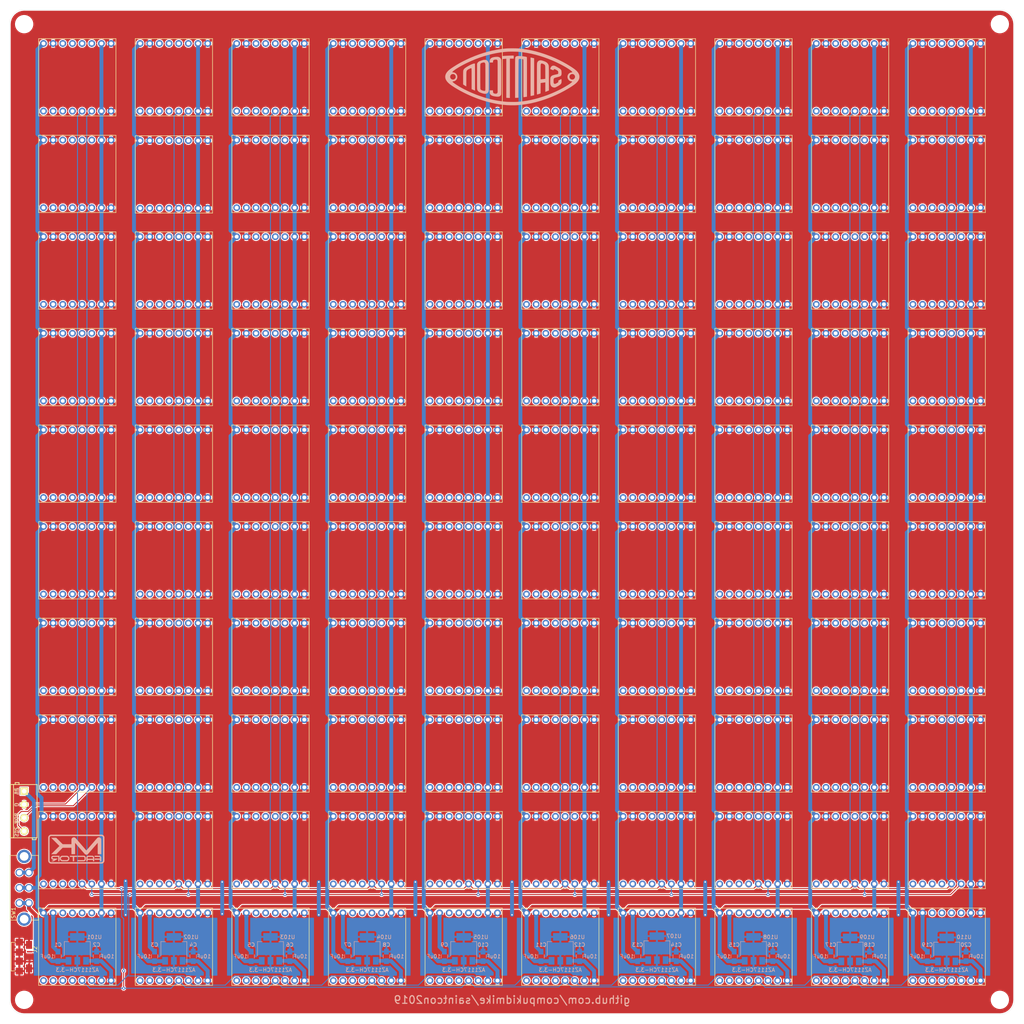
<source format=kicad_pcb>
(kicad_pcb (version 20171130) (host pcbnew "(5.1.2)-1")
  (layers (0 F.Cu signal) (31 B.Cu signal) (34 B.Paste user) (35 F.Paste user) (36 B.SilkS user) (37 F.SilkS user) (38 B.Mask user) (39 F.Mask user hide) (44 Edge.Cuts user))
  (net 0 "")
  (net 1 GND)
  (net 2 +5V)
  (net 3 "Net-(U1-Pad12)")
  (net 4 "Net-(U1-Pad11)")
  (net 5 "Net-(U1-Pad10)")
  (net 6 "Net-(U1-Pad9)")
  (net 7 "Net-(U1-Pad6)")
  (net 8 "Net-(U1-Pad5)")
  (net 9 "Net-(U1-Pad4)")
  (net 10 "Net-(U1-Pad3)")
  (net 11 "Net-(U2-Pad12)")
  (net 12 "Net-(U2-Pad11)")
  (net 13 "Net-(U2-Pad10)")
  (net 14 "Net-(U2-Pad9)")
  (net 15 "Net-(U2-Pad6)")
  (net 16 "Net-(U2-Pad5)")
  (net 17 "Net-(U2-Pad4)")
  (net 18 "Net-(U2-Pad3)")
  (net 19 "Net-(U3-Pad12)")
  (net 20 "Net-(U3-Pad11)")
  (net 21 "Net-(U3-Pad10)")
  (net 22 "Net-(U3-Pad9)")
  (net 23 "Net-(U3-Pad6)")
  (net 24 "Net-(U3-Pad5)")
  (net 25 "Net-(U3-Pad4)")
  (net 26 "Net-(U3-Pad3)")
  (net 27 "Net-(U4-Pad12)")
  (net 28 "Net-(U4-Pad11)")
  (net 29 "Net-(U4-Pad10)")
  (net 30 "Net-(U4-Pad9)")
  (net 31 "Net-(U4-Pad6)")
  (net 32 "Net-(U4-Pad5)")
  (net 33 "Net-(U4-Pad4)")
  (net 34 "Net-(U4-Pad3)")
  (net 35 "Net-(U5-Pad12)")
  (net 36 "Net-(U5-Pad11)")
  (net 37 "Net-(U5-Pad10)")
  (net 38 "Net-(U5-Pad9)")
  (net 39 "Net-(U5-Pad6)")
  (net 40 "Net-(U5-Pad5)")
  (net 41 "Net-(U5-Pad4)")
  (net 42 "Net-(U5-Pad3)")
  (net 43 "Net-(U6-Pad12)")
  (net 44 "Net-(U6-Pad11)")
  (net 45 "Net-(U6-Pad10)")
  (net 46 "Net-(U6-Pad9)")
  (net 47 "Net-(U6-Pad6)")
  (net 48 "Net-(U6-Pad5)")
  (net 49 "Net-(U6-Pad4)")
  (net 50 "Net-(U6-Pad3)")
  (net 51 "Net-(U7-Pad12)")
  (net 52 "Net-(U7-Pad11)")
  (net 53 "Net-(U7-Pad10)")
  (net 54 "Net-(U7-Pad9)")
  (net 55 "Net-(U7-Pad6)")
  (net 56 "Net-(U7-Pad5)")
  (net 57 "Net-(U7-Pad4)")
  (net 58 "Net-(U7-Pad3)")
  (net 59 "Net-(U8-Pad12)")
  (net 60 "Net-(U8-Pad11)")
  (net 61 "Net-(U8-Pad10)")
  (net 62 "Net-(U8-Pad9)")
  (net 63 "Net-(U8-Pad6)")
  (net 64 "Net-(U8-Pad5)")
  (net 65 "Net-(U8-Pad4)")
  (net 66 "Net-(U8-Pad3)")
  (net 67 "Net-(U9-Pad12)")
  (net 68 "Net-(U9-Pad11)")
  (net 69 "Net-(U9-Pad10)")
  (net 70 "Net-(U9-Pad9)")
  (net 71 "Net-(U9-Pad6)")
  (net 72 "Net-(U9-Pad5)")
  (net 73 "Net-(U9-Pad4)")
  (net 74 "Net-(U9-Pad3)")
  (net 75 "Net-(U10-Pad12)")
  (net 76 "Net-(U10-Pad11)")
  (net 77 "Net-(U10-Pad10)")
  (net 78 "Net-(U10-Pad9)")
  (net 79 "Net-(U10-Pad6)")
  (net 80 "Net-(U10-Pad5)")
  (net 81 "Net-(U10-Pad4)")
  (net 82 "Net-(U10-Pad3)")
  (net 83 "Net-(U11-Pad12)")
  (net 84 "Net-(U11-Pad11)")
  (net 85 "Net-(U11-Pad10)")
  (net 86 "Net-(U11-Pad9)")
  (net 87 "Net-(U11-Pad6)")
  (net 88 "Net-(U11-Pad5)")
  (net 89 "Net-(U11-Pad4)")
  (net 90 "Net-(U11-Pad3)")
  (net 91 "Net-(U12-Pad12)")
  (net 92 "Net-(U12-Pad11)")
  (net 93 "Net-(U12-Pad10)")
  (net 94 "Net-(U12-Pad9)")
  (net 95 "Net-(U12-Pad6)")
  (net 96 "Net-(U12-Pad5)")
  (net 97 "Net-(U12-Pad4)")
  (net 98 "Net-(U12-Pad3)")
  (net 99 "Net-(U13-Pad12)")
  (net 100 "Net-(U13-Pad11)")
  (net 101 "Net-(U13-Pad10)")
  (net 102 "Net-(U13-Pad9)")
  (net 103 "Net-(U13-Pad6)")
  (net 104 "Net-(U13-Pad5)")
  (net 105 "Net-(U13-Pad4)")
  (net 106 "Net-(U13-Pad3)")
  (net 107 "Net-(U14-Pad12)")
  (net 108 "Net-(U14-Pad11)")
  (net 109 "Net-(U14-Pad10)")
  (net 110 "Net-(U14-Pad9)")
  (net 111 "Net-(U14-Pad6)")
  (net 112 "Net-(U14-Pad5)")
  (net 113 "Net-(U14-Pad4)")
  (net 114 "Net-(U14-Pad3)")
  (net 115 "Net-(U15-Pad12)")
  (net 116 "Net-(U15-Pad11)")
  (net 117 "Net-(U15-Pad10)")
  (net 118 "Net-(U15-Pad9)")
  (net 119 "Net-(U15-Pad6)")
  (net 120 "Net-(U15-Pad5)")
  (net 121 "Net-(U15-Pad4)")
  (net 122 "Net-(U15-Pad3)")
  (net 123 "Net-(U16-Pad12)")
  (net 124 "Net-(U16-Pad11)")
  (net 125 "Net-(U16-Pad10)")
  (net 126 "Net-(U16-Pad9)")
  (net 127 "Net-(U16-Pad6)")
  (net 128 "Net-(U16-Pad5)")
  (net 129 "Net-(U16-Pad4)")
  (net 130 "Net-(U16-Pad3)")
  (net 131 "Net-(U17-Pad12)")
  (net 132 "Net-(U17-Pad11)")
  (net 133 "Net-(U17-Pad10)")
  (net 134 "Net-(U17-Pad9)")
  (net 135 "Net-(U17-Pad6)")
  (net 136 "Net-(U17-Pad5)")
  (net 137 "Net-(U17-Pad4)")
  (net 138 "Net-(U17-Pad3)")
  (net 139 "Net-(U18-Pad12)")
  (net 140 "Net-(U18-Pad11)")
  (net 141 "Net-(U18-Pad10)")
  (net 142 "Net-(U18-Pad9)")
  (net 143 "Net-(U18-Pad6)")
  (net 144 "Net-(U18-Pad5)")
  (net 145 "Net-(U18-Pad4)")
  (net 146 "Net-(U18-Pad3)")
  (net 147 "Net-(U19-Pad12)")
  (net 148 "Net-(U19-Pad11)")
  (net 149 "Net-(U19-Pad10)")
  (net 150 "Net-(U19-Pad9)")
  (net 151 "Net-(U19-Pad6)")
  (net 152 "Net-(U19-Pad5)")
  (net 153 "Net-(U19-Pad4)")
  (net 154 "Net-(U19-Pad3)")
  (net 155 "Net-(U20-Pad12)")
  (net 156 "Net-(U20-Pad11)")
  (net 157 "Net-(U20-Pad10)")
  (net 158 "Net-(U20-Pad9)")
  (net 159 "Net-(U20-Pad6)")
  (net 160 "Net-(U20-Pad5)")
  (net 161 "Net-(U20-Pad4)")
  (net 162 "Net-(U20-Pad3)")
  (net 163 "Net-(U21-Pad12)")
  (net 164 "Net-(U21-Pad11)")
  (net 165 "Net-(U21-Pad10)")
  (net 166 "Net-(U21-Pad9)")
  (net 167 "Net-(U21-Pad6)")
  (net 168 "Net-(U21-Pad5)")
  (net 169 "Net-(U21-Pad4)")
  (net 170 "Net-(U21-Pad3)")
  (net 171 "Net-(U22-Pad12)")
  (net 172 "Net-(U22-Pad11)")
  (net 173 "Net-(U22-Pad10)")
  (net 174 "Net-(U22-Pad9)")
  (net 175 "Net-(U22-Pad6)")
  (net 176 "Net-(U22-Pad5)")
  (net 177 "Net-(U22-Pad4)")
  (net 178 "Net-(U22-Pad3)")
  (net 179 "Net-(U23-Pad12)")
  (net 180 "Net-(U23-Pad11)")
  (net 181 "Net-(U23-Pad10)")
  (net 182 "Net-(U23-Pad9)")
  (net 183 "Net-(U23-Pad6)")
  (net 184 "Net-(U23-Pad5)")
  (net 185 "Net-(U23-Pad4)")
  (net 186 "Net-(U23-Pad3)")
  (net 187 "Net-(U24-Pad12)")
  (net 188 "Net-(U24-Pad11)")
  (net 189 "Net-(U24-Pad10)")
  (net 190 "Net-(U24-Pad9)")
  (net 191 "Net-(U24-Pad6)")
  (net 192 "Net-(U24-Pad5)")
  (net 193 "Net-(U24-Pad4)")
  (net 194 "Net-(U24-Pad3)")
  (net 195 "Net-(U25-Pad12)")
  (net 196 "Net-(U25-Pad11)")
  (net 197 "Net-(U25-Pad10)")
  (net 198 "Net-(U25-Pad9)")
  (net 199 "Net-(U25-Pad6)")
  (net 200 "Net-(U25-Pad5)")
  (net 201 "Net-(U25-Pad4)")
  (net 202 "Net-(U25-Pad3)")
  (net 203 "Net-(U26-Pad12)")
  (net 204 "Net-(U26-Pad11)")
  (net 205 "Net-(U26-Pad10)")
  (net 206 "Net-(U26-Pad9)")
  (net 207 "Net-(U26-Pad6)")
  (net 208 "Net-(U26-Pad5)")
  (net 209 "Net-(U26-Pad4)")
  (net 210 "Net-(U26-Pad3)")
  (net 211 "Net-(U27-Pad12)")
  (net 212 "Net-(U27-Pad11)")
  (net 213 "Net-(U27-Pad10)")
  (net 214 "Net-(U27-Pad9)")
  (net 215 "Net-(U27-Pad6)")
  (net 216 "Net-(U27-Pad5)")
  (net 217 "Net-(U27-Pad4)")
  (net 218 "Net-(U27-Pad3)")
  (net 219 "Net-(U28-Pad12)")
  (net 220 "Net-(U28-Pad11)")
  (net 221 "Net-(U28-Pad10)")
  (net 222 "Net-(U28-Pad9)")
  (net 223 "Net-(U28-Pad6)")
  (net 224 "Net-(U28-Pad5)")
  (net 225 "Net-(U28-Pad4)")
  (net 226 "Net-(U28-Pad3)")
  (net 227 "Net-(U29-Pad12)")
  (net 228 "Net-(U29-Pad11)")
  (net 229 "Net-(U29-Pad10)")
  (net 230 "Net-(U29-Pad9)")
  (net 231 "Net-(U29-Pad6)")
  (net 232 "Net-(U29-Pad5)")
  (net 233 "Net-(U29-Pad4)")
  (net 234 "Net-(U29-Pad3)")
  (net 235 "Net-(U30-Pad12)")
  (net 236 "Net-(U30-Pad11)")
  (net 237 "Net-(U30-Pad10)")
  (net 238 "Net-(U30-Pad9)")
  (net 239 "Net-(U30-Pad6)")
  (net 240 "Net-(U30-Pad5)")
  (net 241 "Net-(U30-Pad4)")
  (net 242 "Net-(U30-Pad3)")
  (net 243 "Net-(U31-Pad12)")
  (net 244 "Net-(U31-Pad11)")
  (net 245 "Net-(U31-Pad10)")
  (net 246 "Net-(U31-Pad9)")
  (net 247 "Net-(U31-Pad6)")
  (net 248 "Net-(U31-Pad5)")
  (net 249 "Net-(U31-Pad4)")
  (net 250 "Net-(U31-Pad3)")
  (net 251 "Net-(U32-Pad12)")
  (net 252 "Net-(U32-Pad11)")
  (net 253 "Net-(U32-Pad10)")
  (net 254 "Net-(U32-Pad9)")
  (net 255 "Net-(U32-Pad6)")
  (net 256 "Net-(U32-Pad5)")
  (net 257 "Net-(U32-Pad4)")
  (net 258 "Net-(U32-Pad3)")
  (net 259 "Net-(U33-Pad12)")
  (net 260 "Net-(U33-Pad11)")
  (net 261 "Net-(U33-Pad10)")
  (net 262 "Net-(U33-Pad9)")
  (net 263 "Net-(U33-Pad6)")
  (net 264 "Net-(U33-Pad5)")
  (net 265 "Net-(U33-Pad4)")
  (net 266 "Net-(U33-Pad3)")
  (net 267 "Net-(U34-Pad12)")
  (net 268 "Net-(U34-Pad11)")
  (net 269 "Net-(U34-Pad10)")
  (net 270 "Net-(U34-Pad9)")
  (net 271 "Net-(U34-Pad6)")
  (net 272 "Net-(U34-Pad5)")
  (net 273 "Net-(U34-Pad4)")
  (net 274 "Net-(U34-Pad3)")
  (net 275 "Net-(U35-Pad12)")
  (net 276 "Net-(U35-Pad11)")
  (net 277 "Net-(U35-Pad10)")
  (net 278 "Net-(U35-Pad9)")
  (net 279 "Net-(U35-Pad6)")
  (net 280 "Net-(U35-Pad5)")
  (net 281 "Net-(U35-Pad4)")
  (net 282 "Net-(U35-Pad3)")
  (net 283 "Net-(U36-Pad12)")
  (net 284 "Net-(U36-Pad11)")
  (net 285 "Net-(U36-Pad10)")
  (net 286 "Net-(U36-Pad9)")
  (net 287 "Net-(U36-Pad6)")
  (net 288 "Net-(U36-Pad5)")
  (net 289 "Net-(U36-Pad4)")
  (net 290 "Net-(U36-Pad3)")
  (net 291 "Net-(U37-Pad12)")
  (net 292 "Net-(U37-Pad11)")
  (net 293 "Net-(U37-Pad10)")
  (net 294 "Net-(U37-Pad9)")
  (net 295 "Net-(U37-Pad6)")
  (net 296 "Net-(U37-Pad5)")
  (net 297 "Net-(U37-Pad4)")
  (net 298 "Net-(U37-Pad3)")
  (net 299 "Net-(U38-Pad12)")
  (net 300 "Net-(U38-Pad11)")
  (net 301 "Net-(U38-Pad10)")
  (net 302 "Net-(U38-Pad9)")
  (net 303 "Net-(U38-Pad6)")
  (net 304 "Net-(U38-Pad5)")
  (net 305 "Net-(U38-Pad4)")
  (net 306 "Net-(U38-Pad3)")
  (net 307 "Net-(U39-Pad12)")
  (net 308 "Net-(U39-Pad11)")
  (net 309 "Net-(U39-Pad10)")
  (net 310 "Net-(U39-Pad9)")
  (net 311 "Net-(U39-Pad6)")
  (net 312 "Net-(U39-Pad5)")
  (net 313 "Net-(U39-Pad4)")
  (net 314 "Net-(U39-Pad3)")
  (net 315 "Net-(U40-Pad12)")
  (net 316 "Net-(U40-Pad11)")
  (net 317 "Net-(U40-Pad10)")
  (net 318 "Net-(U40-Pad9)")
  (net 319 "Net-(U40-Pad6)")
  (net 320 "Net-(U40-Pad5)")
  (net 321 "Net-(U40-Pad4)")
  (net 322 "Net-(U40-Pad3)")
  (net 323 "Net-(U41-Pad12)")
  (net 324 "Net-(U41-Pad11)")
  (net 325 "Net-(U41-Pad10)")
  (net 326 "Net-(U41-Pad9)")
  (net 327 "Net-(U41-Pad6)")
  (net 328 "Net-(U41-Pad5)")
  (net 329 "Net-(U41-Pad4)")
  (net 330 "Net-(U41-Pad3)")
  (net 331 "Net-(U42-Pad12)")
  (net 332 "Net-(U42-Pad11)")
  (net 333 "Net-(U42-Pad10)")
  (net 334 "Net-(U42-Pad9)")
  (net 335 "Net-(U42-Pad6)")
  (net 336 "Net-(U42-Pad5)")
  (net 337 "Net-(U42-Pad4)")
  (net 338 "Net-(U42-Pad3)")
  (net 339 "Net-(U43-Pad12)")
  (net 340 "Net-(U43-Pad11)")
  (net 341 "Net-(U43-Pad10)")
  (net 342 "Net-(U43-Pad9)")
  (net 343 "Net-(U43-Pad6)")
  (net 344 "Net-(U43-Pad5)")
  (net 345 "Net-(U43-Pad4)")
  (net 346 "Net-(U43-Pad3)")
  (net 347 "Net-(U44-Pad12)")
  (net 348 "Net-(U44-Pad11)")
  (net 349 "Net-(U44-Pad10)")
  (net 350 "Net-(U44-Pad9)")
  (net 351 "Net-(U44-Pad6)")
  (net 352 "Net-(U44-Pad5)")
  (net 353 "Net-(U44-Pad4)")
  (net 354 "Net-(U44-Pad3)")
  (net 355 "Net-(U45-Pad12)")
  (net 356 "Net-(U45-Pad11)")
  (net 357 "Net-(U45-Pad10)")
  (net 358 "Net-(U45-Pad9)")
  (net 359 "Net-(U45-Pad6)")
  (net 360 "Net-(U45-Pad5)")
  (net 361 "Net-(U45-Pad4)")
  (net 362 "Net-(U45-Pad3)")
  (net 363 "Net-(U46-Pad12)")
  (net 364 "Net-(U46-Pad11)")
  (net 365 "Net-(U46-Pad10)")
  (net 366 "Net-(U46-Pad9)")
  (net 367 "Net-(U46-Pad6)")
  (net 368 "Net-(U46-Pad5)")
  (net 369 "Net-(U46-Pad4)")
  (net 370 "Net-(U46-Pad3)")
  (net 371 "Net-(U47-Pad12)")
  (net 372 "Net-(U47-Pad11)")
  (net 373 "Net-(U47-Pad10)")
  (net 374 "Net-(U47-Pad9)")
  (net 375 "Net-(U47-Pad6)")
  (net 376 "Net-(U47-Pad5)")
  (net 377 "Net-(U47-Pad4)")
  (net 378 "Net-(U47-Pad3)")
  (net 379 "Net-(U48-Pad12)")
  (net 380 "Net-(U48-Pad11)")
  (net 381 "Net-(U48-Pad10)")
  (net 382 "Net-(U48-Pad9)")
  (net 383 "Net-(U48-Pad6)")
  (net 384 "Net-(U48-Pad5)")
  (net 385 "Net-(U48-Pad4)")
  (net 386 "Net-(U48-Pad3)")
  (net 387 "Net-(U49-Pad12)")
  (net 388 "Net-(U49-Pad11)")
  (net 389 "Net-(U49-Pad10)")
  (net 390 "Net-(U49-Pad9)")
  (net 391 "Net-(U49-Pad6)")
  (net 392 "Net-(U49-Pad5)")
  (net 393 "Net-(U49-Pad4)")
  (net 394 "Net-(U49-Pad3)")
  (net 395 "Net-(U50-Pad12)")
  (net 396 "Net-(U50-Pad11)")
  (net 397 "Net-(U50-Pad10)")
  (net 398 "Net-(U50-Pad9)")
  (net 399 "Net-(U50-Pad6)")
  (net 400 "Net-(U50-Pad5)")
  (net 401 "Net-(U50-Pad4)")
  (net 402 "Net-(U50-Pad3)")
  (net 403 "Net-(U51-Pad12)")
  (net 404 "Net-(U51-Pad11)")
  (net 405 "Net-(U51-Pad10)")
  (net 406 "Net-(U51-Pad9)")
  (net 407 "Net-(U51-Pad6)")
  (net 408 "Net-(U51-Pad5)")
  (net 409 "Net-(U51-Pad4)")
  (net 410 "Net-(U51-Pad3)")
  (net 411 "Net-(U52-Pad12)")
  (net 412 "Net-(U52-Pad11)")
  (net 413 "Net-(U52-Pad10)")
  (net 414 "Net-(U52-Pad9)")
  (net 415 "Net-(U52-Pad6)")
  (net 416 "Net-(U52-Pad5)")
  (net 417 "Net-(U52-Pad4)")
  (net 418 "Net-(U52-Pad3)")
  (net 419 "Net-(U53-Pad12)")
  (net 420 "Net-(U53-Pad11)")
  (net 421 "Net-(U53-Pad10)")
  (net 422 "Net-(U53-Pad9)")
  (net 423 "Net-(U53-Pad6)")
  (net 424 "Net-(U53-Pad5)")
  (net 425 "Net-(U53-Pad4)")
  (net 426 "Net-(U53-Pad3)")
  (net 427 "Net-(U54-Pad12)")
  (net 428 "Net-(U54-Pad11)")
  (net 429 "Net-(U54-Pad10)")
  (net 430 "Net-(U54-Pad9)")
  (net 431 "Net-(U54-Pad6)")
  (net 432 "Net-(U54-Pad5)")
  (net 433 "Net-(U54-Pad4)")
  (net 434 "Net-(U54-Pad3)")
  (net 435 "Net-(U55-Pad12)")
  (net 436 "Net-(U55-Pad11)")
  (net 437 "Net-(U55-Pad10)")
  (net 438 "Net-(U55-Pad9)")
  (net 439 "Net-(U55-Pad6)")
  (net 440 "Net-(U55-Pad5)")
  (net 441 "Net-(U55-Pad4)")
  (net 442 "Net-(U55-Pad3)")
  (net 443 "Net-(U56-Pad12)")
  (net 444 "Net-(U56-Pad11)")
  (net 445 "Net-(U56-Pad10)")
  (net 446 "Net-(U56-Pad9)")
  (net 447 "Net-(U56-Pad6)")
  (net 448 "Net-(U56-Pad5)")
  (net 449 "Net-(U56-Pad4)")
  (net 450 "Net-(U56-Pad3)")
  (net 451 "Net-(U57-Pad12)")
  (net 452 "Net-(U57-Pad11)")
  (net 453 "Net-(U57-Pad10)")
  (net 454 "Net-(U57-Pad9)")
  (net 455 "Net-(U57-Pad6)")
  (net 456 "Net-(U57-Pad5)")
  (net 457 "Net-(U57-Pad4)")
  (net 458 "Net-(U57-Pad3)")
  (net 459 "Net-(U58-Pad12)")
  (net 460 "Net-(U58-Pad11)")
  (net 461 "Net-(U58-Pad10)")
  (net 462 "Net-(U58-Pad9)")
  (net 463 "Net-(U58-Pad6)")
  (net 464 "Net-(U58-Pad5)")
  (net 465 "Net-(U58-Pad4)")
  (net 466 "Net-(U58-Pad3)")
  (net 467 "Net-(U59-Pad12)")
  (net 468 "Net-(U59-Pad11)")
  (net 469 "Net-(U59-Pad10)")
  (net 470 "Net-(U59-Pad9)")
  (net 471 "Net-(U59-Pad6)")
  (net 472 "Net-(U59-Pad5)")
  (net 473 "Net-(U59-Pad4)")
  (net 474 "Net-(U59-Pad3)")
  (net 475 "Net-(U60-Pad12)")
  (net 476 "Net-(U60-Pad11)")
  (net 477 "Net-(U60-Pad10)")
  (net 478 "Net-(U60-Pad9)")
  (net 479 "Net-(U60-Pad6)")
  (net 480 "Net-(U60-Pad5)")
  (net 481 "Net-(U60-Pad4)")
  (net 482 "Net-(U60-Pad3)")
  (net 483 "Net-(U61-Pad12)")
  (net 484 "Net-(U61-Pad11)")
  (net 485 "Net-(U61-Pad10)")
  (net 486 "Net-(U61-Pad9)")
  (net 487 "Net-(U61-Pad6)")
  (net 488 "Net-(U61-Pad5)")
  (net 489 "Net-(U61-Pad4)")
  (net 490 "Net-(U61-Pad3)")
  (net 491 "Net-(U62-Pad12)")
  (net 492 "Net-(U62-Pad11)")
  (net 493 "Net-(U62-Pad10)")
  (net 494 "Net-(U62-Pad9)")
  (net 495 "Net-(U62-Pad6)")
  (net 496 "Net-(U62-Pad5)")
  (net 497 "Net-(U62-Pad4)")
  (net 498 "Net-(U62-Pad3)")
  (net 499 "Net-(U63-Pad12)")
  (net 500 "Net-(U63-Pad11)")
  (net 501 "Net-(U63-Pad10)")
  (net 502 "Net-(U63-Pad9)")
  (net 503 "Net-(U63-Pad6)")
  (net 504 "Net-(U63-Pad5)")
  (net 505 "Net-(U63-Pad4)")
  (net 506 "Net-(U63-Pad3)")
  (net 507 "Net-(U64-Pad12)")
  (net 508 "Net-(U64-Pad11)")
  (net 509 "Net-(U64-Pad10)")
  (net 510 "Net-(U64-Pad9)")
  (net 511 "Net-(U64-Pad6)")
  (net 512 "Net-(U64-Pad5)")
  (net 513 "Net-(U64-Pad4)")
  (net 514 "Net-(U64-Pad3)")
  (net 515 "Net-(U65-Pad12)")
  (net 516 "Net-(U65-Pad11)")
  (net 517 "Net-(U65-Pad10)")
  (net 518 "Net-(U65-Pad9)")
  (net 519 "Net-(U65-Pad6)")
  (net 520 "Net-(U65-Pad5)")
  (net 521 "Net-(U65-Pad4)")
  (net 522 "Net-(U65-Pad3)")
  (net 523 "Net-(U66-Pad12)")
  (net 524 "Net-(U66-Pad11)")
  (net 525 "Net-(U66-Pad10)")
  (net 526 "Net-(U66-Pad9)")
  (net 527 "Net-(U66-Pad6)")
  (net 528 "Net-(U66-Pad5)")
  (net 529 "Net-(U66-Pad4)")
  (net 530 "Net-(U66-Pad3)")
  (net 531 "Net-(U67-Pad12)")
  (net 532 "Net-(U67-Pad11)")
  (net 533 "Net-(U67-Pad10)")
  (net 534 "Net-(U67-Pad9)")
  (net 535 "Net-(U67-Pad6)")
  (net 536 "Net-(U67-Pad5)")
  (net 537 "Net-(U67-Pad4)")
  (net 538 "Net-(U67-Pad3)")
  (net 539 "Net-(U68-Pad12)")
  (net 540 "Net-(U68-Pad11)")
  (net 541 "Net-(U68-Pad10)")
  (net 542 "Net-(U68-Pad9)")
  (net 543 "Net-(U68-Pad6)")
  (net 544 "Net-(U68-Pad5)")
  (net 545 "Net-(U68-Pad4)")
  (net 546 "Net-(U68-Pad3)")
  (net 547 "Net-(U69-Pad12)")
  (net 548 "Net-(U69-Pad11)")
  (net 549 "Net-(U69-Pad10)")
  (net 550 "Net-(U69-Pad9)")
  (net 551 "Net-(U69-Pad6)")
  (net 552 "Net-(U69-Pad5)")
  (net 553 "Net-(U69-Pad4)")
  (net 554 "Net-(U69-Pad3)")
  (net 555 "Net-(U70-Pad12)")
  (net 556 "Net-(U70-Pad11)")
  (net 557 "Net-(U70-Pad10)")
  (net 558 "Net-(U70-Pad9)")
  (net 559 "Net-(U70-Pad6)")
  (net 560 "Net-(U70-Pad5)")
  (net 561 "Net-(U70-Pad4)")
  (net 562 "Net-(U70-Pad3)")
  (net 563 "Net-(U71-Pad12)")
  (net 564 "Net-(U71-Pad11)")
  (net 565 "Net-(U71-Pad10)")
  (net 566 "Net-(U71-Pad9)")
  (net 567 "Net-(U71-Pad6)")
  (net 568 "Net-(U71-Pad5)")
  (net 569 "Net-(U71-Pad4)")
  (net 570 "Net-(U71-Pad3)")
  (net 571 "Net-(U72-Pad12)")
  (net 572 "Net-(U72-Pad11)")
  (net 573 "Net-(U72-Pad10)")
  (net 574 "Net-(U72-Pad9)")
  (net 575 "Net-(U72-Pad6)")
  (net 576 "Net-(U72-Pad5)")
  (net 577 "Net-(U72-Pad4)")
  (net 578 "Net-(U72-Pad3)")
  (net 579 "Net-(U73-Pad12)")
  (net 580 "Net-(U73-Pad11)")
  (net 581 "Net-(U73-Pad10)")
  (net 582 "Net-(U73-Pad9)")
  (net 583 "Net-(U73-Pad6)")
  (net 584 "Net-(U73-Pad5)")
  (net 585 "Net-(U73-Pad4)")
  (net 586 "Net-(U73-Pad3)")
  (net 587 "Net-(U74-Pad12)")
  (net 588 "Net-(U74-Pad11)")
  (net 589 "Net-(U74-Pad10)")
  (net 590 "Net-(U74-Pad9)")
  (net 591 "Net-(U74-Pad6)")
  (net 592 "Net-(U74-Pad5)")
  (net 593 "Net-(U74-Pad4)")
  (net 594 "Net-(U74-Pad3)")
  (net 595 "Net-(U75-Pad12)")
  (net 596 "Net-(U75-Pad11)")
  (net 597 "Net-(U75-Pad10)")
  (net 598 "Net-(U75-Pad9)")
  (net 599 "Net-(U75-Pad6)")
  (net 600 "Net-(U75-Pad5)")
  (net 601 "Net-(U75-Pad4)")
  (net 602 "Net-(U75-Pad3)")
  (net 603 "Net-(U76-Pad12)")
  (net 604 "Net-(U76-Pad11)")
  (net 605 "Net-(U76-Pad10)")
  (net 606 "Net-(U76-Pad9)")
  (net 607 "Net-(U76-Pad6)")
  (net 608 "Net-(U76-Pad5)")
  (net 609 "Net-(U76-Pad4)")
  (net 610 "Net-(U76-Pad3)")
  (net 611 "Net-(U77-Pad12)")
  (net 612 "Net-(U77-Pad11)")
  (net 613 "Net-(U77-Pad10)")
  (net 614 "Net-(U77-Pad9)")
  (net 615 "Net-(U77-Pad6)")
  (net 616 "Net-(U77-Pad5)")
  (net 617 "Net-(U77-Pad4)")
  (net 618 "Net-(U77-Pad3)")
  (net 619 "Net-(U78-Pad12)")
  (net 620 "Net-(U78-Pad11)")
  (net 621 "Net-(U78-Pad10)")
  (net 622 "Net-(U78-Pad9)")
  (net 623 "Net-(U78-Pad6)")
  (net 624 "Net-(U78-Pad5)")
  (net 625 "Net-(U78-Pad4)")
  (net 626 "Net-(U78-Pad3)")
  (net 627 "Net-(U79-Pad12)")
  (net 628 "Net-(U79-Pad11)")
  (net 629 "Net-(U79-Pad10)")
  (net 630 "Net-(U79-Pad9)")
  (net 631 "Net-(U79-Pad6)")
  (net 632 "Net-(U79-Pad5)")
  (net 633 "Net-(U79-Pad4)")
  (net 634 "Net-(U79-Pad3)")
  (net 635 "Net-(U80-Pad12)")
  (net 636 "Net-(U80-Pad11)")
  (net 637 "Net-(U80-Pad10)")
  (net 638 "Net-(U80-Pad9)")
  (net 639 "Net-(U80-Pad6)")
  (net 640 "Net-(U80-Pad5)")
  (net 641 "Net-(U80-Pad4)")
  (net 642 "Net-(U80-Pad3)")
  (net 643 "Net-(U81-Pad12)")
  (net 644 "Net-(U81-Pad11)")
  (net 645 "Net-(U81-Pad10)")
  (net 646 "Net-(U81-Pad9)")
  (net 647 "Net-(U81-Pad6)")
  (net 648 "Net-(U81-Pad5)")
  (net 649 "Net-(U81-Pad4)")
  (net 650 "Net-(U81-Pad3)")
  (net 651 "Net-(U82-Pad12)")
  (net 652 "Net-(U82-Pad11)")
  (net 653 "Net-(U82-Pad10)")
  (net 654 "Net-(U82-Pad9)")
  (net 655 "Net-(U82-Pad6)")
  (net 656 "Net-(U82-Pad5)")
  (net 657 "Net-(U82-Pad4)")
  (net 658 "Net-(U82-Pad3)")
  (net 659 "Net-(U83-Pad12)")
  (net 660 "Net-(U83-Pad11)")
  (net 661 "Net-(U83-Pad10)")
  (net 662 "Net-(U83-Pad9)")
  (net 663 "Net-(U83-Pad6)")
  (net 664 "Net-(U83-Pad5)")
  (net 665 "Net-(U83-Pad4)")
  (net 666 "Net-(U83-Pad3)")
  (net 667 "Net-(U84-Pad12)")
  (net 668 "Net-(U84-Pad11)")
  (net 669 "Net-(U84-Pad10)")
  (net 670 "Net-(U84-Pad9)")
  (net 671 "Net-(U84-Pad6)")
  (net 672 "Net-(U84-Pad5)")
  (net 673 "Net-(U84-Pad4)")
  (net 674 "Net-(U84-Pad3)")
  (net 675 "Net-(U85-Pad12)")
  (net 676 "Net-(U85-Pad11)")
  (net 677 "Net-(U85-Pad10)")
  (net 678 "Net-(U85-Pad9)")
  (net 679 "Net-(U85-Pad6)")
  (net 680 "Net-(U85-Pad5)")
  (net 681 "Net-(U85-Pad4)")
  (net 682 "Net-(U85-Pad3)")
  (net 683 "Net-(U86-Pad12)")
  (net 684 "Net-(U86-Pad11)")
  (net 685 "Net-(U86-Pad10)")
  (net 686 "Net-(U86-Pad9)")
  (net 687 "Net-(U86-Pad6)")
  (net 688 "Net-(U86-Pad5)")
  (net 689 "Net-(U86-Pad4)")
  (net 690 "Net-(U86-Pad3)")
  (net 691 "Net-(U87-Pad12)")
  (net 692 "Net-(U87-Pad11)")
  (net 693 "Net-(U87-Pad10)")
  (net 694 "Net-(U87-Pad9)")
  (net 695 "Net-(U87-Pad6)")
  (net 696 "Net-(U87-Pad5)")
  (net 697 "Net-(U87-Pad4)")
  (net 698 "Net-(U87-Pad3)")
  (net 699 "Net-(U88-Pad12)")
  (net 700 "Net-(U88-Pad11)")
  (net 701 "Net-(U88-Pad10)")
  (net 702 "Net-(U88-Pad9)")
  (net 703 "Net-(U88-Pad6)")
  (net 704 "Net-(U88-Pad5)")
  (net 705 "Net-(U88-Pad4)")
  (net 706 "Net-(U88-Pad3)")
  (net 707 "Net-(U89-Pad12)")
  (net 708 "Net-(U89-Pad11)")
  (net 709 "Net-(U89-Pad10)")
  (net 710 "Net-(U89-Pad9)")
  (net 711 "Net-(U89-Pad6)")
  (net 712 "Net-(U89-Pad5)")
  (net 713 "Net-(U89-Pad4)")
  (net 714 "Net-(U89-Pad3)")
  (net 715 "Net-(U90-Pad12)")
  (net 716 "Net-(U90-Pad11)")
  (net 717 "Net-(U90-Pad10)")
  (net 718 "Net-(U90-Pad9)")
  (net 719 "Net-(U90-Pad6)")
  (net 720 "Net-(U90-Pad5)")
  (net 721 "Net-(U90-Pad4)")
  (net 722 "Net-(U90-Pad3)")
  (net 723 "Net-(U91-Pad12)")
  (net 724 "Net-(U91-Pad11)")
  (net 725 "Net-(U91-Pad10)")
  (net 726 "Net-(U91-Pad9)")
  (net 727 "Net-(U91-Pad6)")
  (net 728 "Net-(U91-Pad5)")
  (net 729 "Net-(U91-Pad4)")
  (net 730 "Net-(U91-Pad3)")
  (net 731 "Net-(U92-Pad12)")
  (net 732 "Net-(U92-Pad11)")
  (net 733 "Net-(U92-Pad10)")
  (net 734 "Net-(U92-Pad9)")
  (net 735 "Net-(U92-Pad6)")
  (net 736 "Net-(U92-Pad5)")
  (net 737 "Net-(U92-Pad4)")
  (net 738 "Net-(U92-Pad3)")
  (net 739 "Net-(U93-Pad12)")
  (net 740 "Net-(U93-Pad11)")
  (net 741 "Net-(U93-Pad10)")
  (net 742 "Net-(U93-Pad9)")
  (net 743 "Net-(U93-Pad6)")
  (net 744 "Net-(U93-Pad5)")
  (net 745 "Net-(U93-Pad4)")
  (net 746 "Net-(U93-Pad3)")
  (net 747 "Net-(U94-Pad12)")
  (net 748 "Net-(U94-Pad11)")
  (net 749 "Net-(U94-Pad10)")
  (net 750 "Net-(U94-Pad9)")
  (net 751 "Net-(U94-Pad6)")
  (net 752 "Net-(U94-Pad5)")
  (net 753 "Net-(U94-Pad4)")
  (net 754 "Net-(U94-Pad3)")
  (net 755 "Net-(U95-Pad12)")
  (net 756 "Net-(U95-Pad11)")
  (net 757 "Net-(U95-Pad10)")
  (net 758 "Net-(U95-Pad9)")
  (net 759 "Net-(U95-Pad6)")
  (net 760 "Net-(U95-Pad5)")
  (net 761 "Net-(U95-Pad4)")
  (net 762 "Net-(U95-Pad3)")
  (net 763 "Net-(U96-Pad12)")
  (net 764 "Net-(U96-Pad11)")
  (net 765 "Net-(U96-Pad10)")
  (net 766 "Net-(U96-Pad9)")
  (net 767 "Net-(U96-Pad6)")
  (net 768 "Net-(U96-Pad5)")
  (net 769 "Net-(U96-Pad4)")
  (net 770 "Net-(U96-Pad3)")
  (net 771 "Net-(U97-Pad12)")
  (net 772 "Net-(U97-Pad11)")
  (net 773 "Net-(U97-Pad10)")
  (net 774 "Net-(U97-Pad9)")
  (net 775 "Net-(U97-Pad6)")
  (net 776 "Net-(U97-Pad5)")
  (net 777 "Net-(U97-Pad4)")
  (net 778 "Net-(U97-Pad3)")
  (net 779 "Net-(U98-Pad12)")
  (net 780 "Net-(U98-Pad11)")
  (net 781 "Net-(U98-Pad10)")
  (net 782 "Net-(U98-Pad9)")
  (net 783 "Net-(U98-Pad6)")
  (net 784 "Net-(U98-Pad5)")
  (net 785 "Net-(U98-Pad4)")
  (net 786 "Net-(U98-Pad3)")
  (net 787 "Net-(U99-Pad12)")
  (net 788 "Net-(U99-Pad11)")
  (net 789 "Net-(U99-Pad10)")
  (net 790 "Net-(U99-Pad9)")
  (net 791 "Net-(U99-Pad6)")
  (net 792 "Net-(U99-Pad5)")
  (net 793 "Net-(U99-Pad4)")
  (net 794 "Net-(U99-Pad3)")
  (net 795 "Net-(U100-Pad12)")
  (net 796 "Net-(U100-Pad11)")
  (net 797 "Net-(U100-Pad10)")
  (net 798 "Net-(U100-Pad9)")
  (net 799 "Net-(U100-Pad6)")
  (net 800 "Net-(U100-Pad5)")
  (net 801 "Net-(U100-Pad4)")
  (net 802 "Net-(U100-Pad3)")
  (net 803 "Net-(C2-Pad1)")
  (net 804 "Net-(C4-Pad1)")
  (net 805 "Net-(C6-Pad1)")
  (net 806 "Net-(C8-Pad1)")
  (net 807 "Net-(C10-Pad1)")
  (net 808 "Net-(C12-Pad1)")
  (net 809 "Net-(C14-Pad1)")
  (net 810 "Net-(C16-Pad1)")
  (net 811 "Net-(C18-Pad1)")
  (net 812 "Net-(C20-Pad1)")
  (net 813 SDA)
  (net 814 SCL)
  (net 815 USBVCC)
  (net 816 VCC)
  (module AmphenolMicroUSB:10118192-0002LF (layer F.Cu) (at 12.7 274.39 270)
    (fp_text reference J2 (at -1.9 -4.15 90) (layer F.SilkS))
    (fp_text value USB_B_Micro)
    (pad 5 smd rect (at 1.3 -2.675 270) (size 0.4 1.35) (layers F.Cu F.Paste F.Mask) (net 1 GND))
    (pad 1 smd rect (at -1.3 -2.675 270) (size 0.4 1.35) (layers F.Cu F.Paste F.Mask) (net 815 USBVCC))
    (pad 6 smd rect (at 3.1 -2.55 270) (size 2.1 1.6) (layers F.Cu F.Paste F.Mask) (net 1 GND))
    (pad 6 smd rect (at -3.1 -2.55 270) (size 2.1 1.6) (layers F.Cu F.Paste F.Mask) (net 1 GND))
    (pad 6 smd rect (at 3.8 0 270) (size 1.8 1.9) (layers F.Cu F.Paste F.Mask) (net 1 GND))
    (pad 6 smd rect (at 1.2 0 270) (size 1.9 1.9) (layers F.Cu F.Paste F.Mask) (net 1 GND))
    (pad 6 smd rect (at -3.8 0 270) (size 1.8 1.9) (layers F.Cu F.Paste F.Mask) (net 1 GND))
    (pad 6 smd rect (at -1.2 0 270) (size 1.9 1.9) (layers F.Cu F.Paste F.Mask) (net 1 GND))
  )
  (module libraries:MFS201N-9-Z (layer F.Cu) (at 13.97 256.286 90)
    (fp_text reference SW1 (at -6.604 -2.794 270) (layer F.SilkS))
    (fp_text value SW_DPDT_x2)
    (pad 8 thru_hole circle (at 8.25 0 90) (size 3.5 3.5) (drill 2.3) (layers *.Cu *.Mask))
    (pad 7 thru_hole circle (at -8.25 0 90) (size 3.5 3.5) (drill 2.3) (layers *.Cu *.Mask))
    (pad 6 thru_hole circle (at 4 1.25 90) (size 2 2) (drill 1.4) (layers *.Cu *.Mask) (net 816 VCC))
    (pad 5 thru_hole circle (at 0 1.25 90) (size 2 2) (drill 1.4) (layers *.Cu *.Mask) (net 2 +5V))
    (pad 4 thru_hole circle (at -4 1.25 90) (size 2 2) (drill 1.4) (layers *.Cu *.Mask) (net 815 USBVCC))
    (pad 3 thru_hole circle (at 4 -1.25 90) (size 2 2) (drill 1.4) (layers *.Cu *.Mask) (net 816 VCC))
    (pad 2 thru_hole circle (at 0 -1.25 90) (size 2 2) (drill 1.4) (layers *.Cu *.Mask) (net 2 +5V))
    (pad 1 thru_hole circle (at -4 -1.25 90) (size 2 2) (drill 1.4) (layers *.Cu *.Mask) (net 815 USBVCC))
  )
  (module drawing (layer B.Cu) (at 139.192 44.45 180)
    (fp_text reference Ref** hide)
    (fp_text value Val** hide)
  )
  (module libraries:MKFactorLogo (layer B.Cu) (at 27.686 246.126 180)
    (fp_text reference G*** hide)
    (fp_text value LOGO hide)
  )
  (module Mounting_Holes:MountingHole_4.3mm_M4 (layer F.Cu) (at 13.97 29.21)
    (fp_text reference REF** hide)
    (fp_text value MountingHole_4.3mm_M4)
    (pad 1 np_thru_hole circle (at 0 0) (size 4.3 4.3) (drill 4.3) (layers *.Cu *.Mask))
  )
  (module Mounting_Holes:MountingHole_4.3mm_M4 (layer F.Cu) (at 270.51 29.21)
    (fp_text reference REF** hide)
    (fp_text value MountingHole_4.3mm_M4)
    (pad 1 np_thru_hole circle (at 0 0) (size 4.3 4.3) (drill 4.3) (layers *.Cu *.Mask))
  )
  (module Mounting_Holes:MountingHole_4.3mm_M4 (layer F.Cu) (at 270.51 285.75)
    (fp_text reference REF** hide)
    (fp_text value MountingHole_4.3mm_M4)
    (pad 1 np_thru_hole circle (at 0 0) (size 4.3 4.3) (drill 4.3) (layers *.Cu *.Mask))
  )
  (module Mounting_Holes:MountingHole_4.3mm_M4 (layer F.Cu) (at 13.97 285.75)
    (fp_text reference REF** hide)
    (fp_text value MountingHole_4.3mm_M4)
    (pad 1 np_thru_hole circle (at 0 0) (size 4.3 4.3) (drill 4.3) (layers *.Cu *.Mask))
  )
  (module TO_SOT_Packages_SMD:SOT-223-3_TabPin2 (layer B.Cu) (at 256.54 272.49 90)
    (fp_text reference U110 (at 3.25 4.572 180) (layer B.SilkS) (effects (justify mirror)))
    (fp_text value AZ1117-3.3)
    (pad 2 smd rect (at 3.15 0 90) (size 2 3.8) (layers B.Cu B.Paste B.Mask) (net 812 "Net-(C20-Pad1)"))
    (pad 2 smd rect (at -3.15 0 90) (size 2 1.5) (layers B.Cu B.Paste B.Mask) (net 812 "Net-(C20-Pad1)"))
    (pad 3 smd rect (at -3.15 -2.3 90) (size 2 1.5) (layers B.Cu B.Paste B.Mask) (net 2 +5V))
    (pad 1 smd rect (at -3.15 2.3 90) (size 2 1.5) (layers B.Cu B.Paste B.Mask) (net 1 GND))
  )
  (module TO_SOT_Packages_SMD:SOT-223-3_TabPin2 (layer B.Cu) (at 231.14 272.49 90)
    (fp_text reference U109 (at 3.25 4.5 180) (layer B.SilkS) (effects (justify mirror)))
    (fp_text value AZ1117-3.3)
    (pad 2 smd rect (at 3.15 0 90) (size 2 3.8) (layers B.Cu B.Paste B.Mask) (net 811 "Net-(C18-Pad1)"))
    (pad 2 smd rect (at -3.15 0 90) (size 2 1.5) (layers B.Cu B.Paste B.Mask) (net 811 "Net-(C18-Pad1)"))
    (pad 3 smd rect (at -3.15 -2.3 90) (size 2 1.5) (layers B.Cu B.Paste B.Mask) (net 2 +5V))
    (pad 1 smd rect (at -3.15 2.3 90) (size 2 1.5) (layers B.Cu B.Paste B.Mask) (net 1 GND))
  )
  (module TO_SOT_Packages_SMD:SOT-223-3_TabPin2 (layer B.Cu) (at 205.74 272.34 90)
    (fp_text reference U108 (at 3.1 4.5 180) (layer B.SilkS) (effects (justify mirror)))
    (fp_text value AZ1117-3.3)
    (pad 2 smd rect (at 3.15 0 90) (size 2 3.8) (layers B.Cu B.Paste B.Mask) (net 810 "Net-(C16-Pad1)"))
    (pad 2 smd rect (at -3.15 0 90) (size 2 1.5) (layers B.Cu B.Paste B.Mask) (net 810 "Net-(C16-Pad1)"))
    (pad 3 smd rect (at -3.15 -2.3 90) (size 2 1.5) (layers B.Cu B.Paste B.Mask) (net 2 +5V))
    (pad 1 smd rect (at -3.15 2.3 90) (size 2 1.5) (layers B.Cu B.Paste B.Mask) (net 1 GND))
  )
  (module TO_SOT_Packages_SMD:SOT-223-3_TabPin2 (layer B.Cu) (at 180.34 272.15 90)
    (fp_text reference U107 (at 3.164 4.5 180) (layer B.SilkS) (effects (justify mirror)))
    (fp_text value AZ1117-3.3)
    (pad 2 smd rect (at 3.15 0 90) (size 2 3.8) (layers B.Cu B.Paste B.Mask) (net 809 "Net-(C14-Pad1)"))
    (pad 2 smd rect (at -3.15 0 90) (size 2 1.5) (layers B.Cu B.Paste B.Mask) (net 809 "Net-(C14-Pad1)"))
    (pad 3 smd rect (at -3.15 -2.3 90) (size 2 1.5) (layers B.Cu B.Paste B.Mask) (net 2 +5V))
    (pad 1 smd rect (at -3.15 2.3 90) (size 2 1.5) (layers B.Cu B.Paste B.Mask) (net 1 GND))
  )
  (module TO_SOT_Packages_SMD:SOT-223-3_TabPin2 (layer B.Cu) (at 154.94 272.34 90)
    (fp_text reference U106 (at 3.1 4.5 180) (layer B.SilkS) (effects (justify mirror)))
    (fp_text value AZ1117-3.3)
    (pad 2 smd rect (at 3.15 0 90) (size 2 3.8) (layers B.Cu B.Paste B.Mask) (net 808 "Net-(C12-Pad1)"))
    (pad 2 smd rect (at -3.15 0 90) (size 2 1.5) (layers B.Cu B.Paste B.Mask) (net 808 "Net-(C12-Pad1)"))
    (pad 3 smd rect (at -3.15 -2.3 90) (size 2 1.5) (layers B.Cu B.Paste B.Mask) (net 2 +5V))
    (pad 1 smd rect (at -3.15 2.3 90) (size 2 1.5) (layers B.Cu B.Paste B.Mask) (net 1 GND))
  )
  (module TO_SOT_Packages_SMD:SOT-223-3_TabPin2 (layer B.Cu) (at 129.54 272.34 90)
    (fp_text reference U105 (at 3.1 4.5 180) (layer B.SilkS) (effects (justify mirror)))
    (fp_text value AZ1117-3.3)
    (pad 2 smd rect (at 3.15 0 90) (size 2 3.8) (layers B.Cu B.Paste B.Mask) (net 807 "Net-(C10-Pad1)"))
    (pad 2 smd rect (at -3.15 0 90) (size 2 1.5) (layers B.Cu B.Paste B.Mask) (net 807 "Net-(C10-Pad1)"))
    (pad 3 smd rect (at -3.15 -2.3 90) (size 2 1.5) (layers B.Cu B.Paste B.Mask) (net 2 +5V))
    (pad 1 smd rect (at -3.15 2.3 90) (size 2 1.5) (layers B.Cu B.Paste B.Mask) (net 1 GND))
  )
  (module TO_SOT_Packages_SMD:SOT-223-3_TabPin2 (layer B.Cu) (at 104.14 272.34 90)
    (fp_text reference U104 (at 3.1 4.5 180) (layer B.SilkS) (effects (justify mirror)))
    (fp_text value AZ1117-3.3)
    (pad 2 smd rect (at 3.15 0 90) (size 2 3.8) (layers B.Cu B.Paste B.Mask) (net 806 "Net-(C8-Pad1)"))
    (pad 2 smd rect (at -3.15 0 90) (size 2 1.5) (layers B.Cu B.Paste B.Mask) (net 806 "Net-(C8-Pad1)"))
    (pad 3 smd rect (at -3.15 -2.3 90) (size 2 1.5) (layers B.Cu B.Paste B.Mask) (net 2 +5V))
    (pad 1 smd rect (at -3.15 2.3 90) (size 2 1.5) (layers B.Cu B.Paste B.Mask) (net 1 GND))
  )
  (module TO_SOT_Packages_SMD:SOT-223-3_TabPin2 (layer B.Cu) (at 78.74 272.34 90)
    (fp_text reference U103 (at 3.1 4.5 180) (layer B.SilkS) (effects (justify mirror)))
    (fp_text value AZ1117-3.3)
    (pad 2 smd rect (at 3.15 0 90) (size 2 3.8) (layers B.Cu B.Paste B.Mask) (net 805 "Net-(C6-Pad1)"))
    (pad 2 smd rect (at -3.15 0 90) (size 2 1.5) (layers B.Cu B.Paste B.Mask) (net 805 "Net-(C6-Pad1)"))
    (pad 3 smd rect (at -3.15 -2.3 90) (size 2 1.5) (layers B.Cu B.Paste B.Mask) (net 2 +5V))
    (pad 1 smd rect (at -3.15 2.3 90) (size 2 1.5) (layers B.Cu B.Paste B.Mask) (net 1 GND))
  )
  (module TO_SOT_Packages_SMD:SOT-223-3_TabPin2 (layer B.Cu) (at 53.34 272.34 90)
    (fp_text reference U102 (at 3.1 4.5 180) (layer B.SilkS) (effects (justify mirror)))
    (fp_text value AZ1117-3.3)
    (pad 2 smd rect (at 3.15 0 90) (size 2 3.8) (layers B.Cu B.Paste B.Mask) (net 804 "Net-(C4-Pad1)"))
    (pad 2 smd rect (at -3.15 0 90) (size 2 1.5) (layers B.Cu B.Paste B.Mask) (net 804 "Net-(C4-Pad1)"))
    (pad 3 smd rect (at -3.15 -2.3 90) (size 2 1.5) (layers B.Cu B.Paste B.Mask) (net 2 +5V))
    (pad 1 smd rect (at -3.15 2.3 90) (size 2 1.5) (layers B.Cu B.Paste B.Mask) (net 1 GND))
  )
  (module TO_SOT_Packages_SMD:SOT-223-3_TabPin2 (layer B.Cu) (at 27.94 272.34 90)
    (fp_text reference U101 (at 3.1 4.5 180) (layer B.SilkS) (effects (justify mirror)))
    (fp_text value AZ1117-3.3)
    (pad 2 smd rect (at 3.15 0 90) (size 2 3.8) (layers B.Cu B.Paste B.Mask) (net 803 "Net-(C2-Pad1)"))
    (pad 2 smd rect (at -3.15 0 90) (size 2 1.5) (layers B.Cu B.Paste B.Mask) (net 803 "Net-(C2-Pad1)"))
    (pad 3 smd rect (at -3.15 -2.3 90) (size 2 1.5) (layers B.Cu B.Paste B.Mask) (net 2 +5V))
    (pad 1 smd rect (at -3.15 2.3 90) (size 2 1.5) (layers B.Cu B.Paste B.Mask) (net 1 GND))
  )
  (module Capacitors_SMD:C_0805_HandSoldering (layer B.Cu) (at 261.62 274.32 270)
    (fp_text reference C20 (at -3.048 0 180) (layer B.SilkS) (effects (justify mirror)))
    (fp_text value 10uF)
    (pad 1 smd rect (at -1.25 0 270) (size 1.5 1.25) (layers B.Cu B.Paste B.Mask) (net 812 "Net-(C20-Pad1)"))
    (pad 2 smd rect (at 1.25 0 270) (size 1.5 1.25) (layers B.Cu B.Paste B.Mask) (net 1 GND))
  )
  (module Capacitors_SMD:C_0805_HandSoldering (layer B.Cu) (at 251.46 274.34 90)
    (fp_text reference C19 (at 3.068 0 180) (layer B.SilkS) (effects (justify mirror)))
    (fp_text value 10uF)
    (pad 1 smd rect (at -1.25 0 90) (size 1.5 1.25) (layers B.Cu B.Paste B.Mask) (net 2 +5V))
    (pad 2 smd rect (at 1.25 0 90) (size 1.5 1.25) (layers B.Cu B.Paste B.Mask) (net 1 GND))
  )
  (module Capacitors_SMD:C_0805_HandSoldering (layer B.Cu) (at 236.22 274.32 270)
    (fp_text reference C18 (at -3.048 0 180) (layer B.SilkS) (effects (justify mirror)))
    (fp_text value 10uF)
    (pad 1 smd rect (at -1.25 0 270) (size 1.5 1.25) (layers B.Cu B.Paste B.Mask) (net 811 "Net-(C18-Pad1)"))
    (pad 2 smd rect (at 1.25 0 270) (size 1.5 1.25) (layers B.Cu B.Paste B.Mask) (net 1 GND))
  )
  (module Capacitors_SMD:C_0805_HandSoldering (layer B.Cu) (at 226.06 274.32 90)
    (fp_text reference C17 (at 3.048 0 180) (layer B.SilkS) (effects (justify mirror)))
    (fp_text value 10uF)
    (pad 1 smd rect (at -1.25 0 90) (size 1.5 1.25) (layers B.Cu B.Paste B.Mask) (net 2 +5V))
    (pad 2 smd rect (at 1.25 0 90) (size 1.5 1.25) (layers B.Cu B.Paste B.Mask) (net 1 GND))
  )
  (module Capacitors_SMD:C_0805_HandSoldering (layer B.Cu) (at 210.82 274.32 270)
    (fp_text reference C16 (at -3.048 0 180) (layer B.SilkS) (effects (justify mirror)))
    (fp_text value 10uF)
    (pad 1 smd rect (at -1.25 0 270) (size 1.5 1.25) (layers B.Cu B.Paste B.Mask) (net 810 "Net-(C16-Pad1)"))
    (pad 2 smd rect (at 1.25 0 270) (size 1.5 1.25) (layers B.Cu B.Paste B.Mask) (net 1 GND))
  )
  (module Capacitors_SMD:C_0805_HandSoldering (layer B.Cu) (at 200.66 274.32 90)
    (fp_text reference C15 (at 3.048 0 180) (layer B.SilkS) (effects (justify mirror)))
    (fp_text value 10uF)
    (pad 1 smd rect (at -1.25 0 90) (size 1.5 1.25) (layers B.Cu B.Paste B.Mask) (net 2 +5V))
    (pad 2 smd rect (at 1.25 0 90) (size 1.5 1.25) (layers B.Cu B.Paste B.Mask) (net 1 GND))
  )
  (module Capacitors_SMD:C_0805_HandSoldering (layer B.Cu) (at 185.42 274.34 270)
    (fp_text reference C14 (at -3.068 0 180) (layer B.SilkS) (effects (justify mirror)))
    (fp_text value 10uF)
    (pad 1 smd rect (at -1.25 0 270) (size 1.5 1.25) (layers B.Cu B.Paste B.Mask) (net 809 "Net-(C14-Pad1)"))
    (pad 2 smd rect (at 1.25 0 270) (size 1.5 1.25) (layers B.Cu B.Paste B.Mask) (net 1 GND))
  )
  (module Capacitors_SMD:C_0805_HandSoldering (layer B.Cu) (at 175.26 274.34 90)
    (fp_text reference C13 (at 3.068 0 180) (layer B.SilkS) (effects (justify mirror)))
    (fp_text value 10uF)
    (pad 1 smd rect (at -1.25 0 90) (size 1.5 1.25) (layers B.Cu B.Paste B.Mask) (net 2 +5V))
    (pad 2 smd rect (at 1.25 0 90) (size 1.5 1.25) (layers B.Cu B.Paste B.Mask) (net 1 GND))
  )
  (module Capacitors_SMD:C_0805_HandSoldering (layer B.Cu) (at 160.02 274.32 270)
    (fp_text reference C12 (at -3.048 0 180) (layer B.SilkS) (effects (justify mirror)))
    (fp_text value 10uF)
    (pad 1 smd rect (at -1.25 0 270) (size 1.5 1.25) (layers B.Cu B.Paste B.Mask) (net 808 "Net-(C12-Pad1)"))
    (pad 2 smd rect (at 1.25 0 270) (size 1.5 1.25) (layers B.Cu B.Paste B.Mask) (net 1 GND))
  )
  (module Capacitors_SMD:C_0805_HandSoldering (layer B.Cu) (at 149.86 274.32 90)
    (fp_text reference C11 (at 3.048 0 180) (layer B.SilkS) (effects (justify mirror)))
    (fp_text value 10uF)
    (pad 1 smd rect (at -1.25 0 90) (size 1.5 1.25) (layers B.Cu B.Paste B.Mask) (net 2 +5V))
    (pad 2 smd rect (at 1.25 0 90) (size 1.5 1.25) (layers B.Cu B.Paste B.Mask) (net 1 GND))
  )
  (module Capacitors_SMD:C_0805_HandSoldering (layer B.Cu) (at 134.62 274.32 270)
    (fp_text reference C10 (at -3.048 0 180) (layer B.SilkS) (effects (justify mirror)))
    (fp_text value 10uF)
    (pad 1 smd rect (at -1.25 0 270) (size 1.5 1.25) (layers B.Cu B.Paste B.Mask) (net 807 "Net-(C10-Pad1)"))
    (pad 2 smd rect (at 1.25 0 270) (size 1.5 1.25) (layers B.Cu B.Paste B.Mask) (net 1 GND))
  )
  (module Capacitors_SMD:C_0805_HandSoldering (layer B.Cu) (at 124.46 274.32 90)
    (fp_text reference C9 (at 3.048 0 180) (layer B.SilkS) (effects (justify mirror)))
    (fp_text value 10uF)
    (pad 1 smd rect (at -1.25 0 90) (size 1.5 1.25) (layers B.Cu B.Paste B.Mask) (net 2 +5V))
    (pad 2 smd rect (at 1.25 0 90) (size 1.5 1.25) (layers B.Cu B.Paste B.Mask) (net 1 GND))
  )
  (module Capacitors_SMD:C_0805_HandSoldering (layer B.Cu) (at 109.22 274.32 270)
    (fp_text reference C8 (at -3.048 0 180) (layer B.SilkS) (effects (justify mirror)))
    (fp_text value 10uF)
    (pad 1 smd rect (at -1.25 0 270) (size 1.5 1.25) (layers B.Cu B.Paste B.Mask) (net 806 "Net-(C8-Pad1)"))
    (pad 2 smd rect (at 1.25 0 270) (size 1.5 1.25) (layers B.Cu B.Paste B.Mask) (net 1 GND))
  )
  (module Capacitors_SMD:C_0805_HandSoldering (layer B.Cu) (at 99.06 274.32 90)
    (fp_text reference C7 (at 3.048 0 180) (layer B.SilkS) (effects (justify mirror)))
    (fp_text value 10uF)
    (pad 1 smd rect (at -1.25 0 90) (size 1.5 1.25) (layers B.Cu B.Paste B.Mask) (net 2 +5V))
    (pad 2 smd rect (at 1.25 0 90) (size 1.5 1.25) (layers B.Cu B.Paste B.Mask) (net 1 GND))
  )
  (module Capacitors_SMD:C_0805_HandSoldering (layer B.Cu) (at 83.82 274.32 270)
    (fp_text reference C6 (at -3.048 0 180) (layer B.SilkS) (effects (justify mirror)))
    (fp_text value 10uF)
    (pad 1 smd rect (at -1.25 0 270) (size 1.5 1.25) (layers B.Cu B.Paste B.Mask) (net 805 "Net-(C6-Pad1)"))
    (pad 2 smd rect (at 1.25 0 270) (size 1.5 1.25) (layers B.Cu B.Paste B.Mask) (net 1 GND))
  )
  (module Capacitors_SMD:C_0805_HandSoldering (layer B.Cu) (at 73.66 274.32 90)
    (fp_text reference C5 (at 3.048 0 180) (layer B.SilkS) (effects (justify mirror)))
    (fp_text value 10uF)
    (pad 1 smd rect (at -1.25 0 90) (size 1.5 1.25) (layers B.Cu B.Paste B.Mask) (net 2 +5V))
    (pad 2 smd rect (at 1.25 0 90) (size 1.5 1.25) (layers B.Cu B.Paste B.Mask) (net 1 GND))
  )
  (module Capacitors_SMD:C_0805_HandSoldering (layer B.Cu) (at 58.42 274.32 270)
    (fp_text reference C4 (at -3.048 0 180) (layer B.SilkS) (effects (justify mirror)))
    (fp_text value 10uF)
    (pad 1 smd rect (at -1.25 0 270) (size 1.5 1.25) (layers B.Cu B.Paste B.Mask) (net 804 "Net-(C4-Pad1)"))
    (pad 2 smd rect (at 1.25 0 270) (size 1.5 1.25) (layers B.Cu B.Paste B.Mask) (net 1 GND))
  )
  (module Capacitors_SMD:C_0805_HandSoldering (layer B.Cu) (at 48.26 274.32 90)
    (fp_text reference C3 (at 3.048 0 180) (layer B.SilkS) (effects (justify mirror)))
    (fp_text value 10uF)
    (pad 1 smd rect (at -1.25 0 90) (size 1.5 1.25) (layers B.Cu B.Paste B.Mask) (net 2 +5V))
    (pad 2 smd rect (at 1.25 0 90) (size 1.5 1.25) (layers B.Cu B.Paste B.Mask) (net 1 GND))
  )
  (module Capacitors_SMD:C_0805_HandSoldering (layer B.Cu) (at 33.02 274.32 270)
    (fp_text reference C2 (at -3.048 0) (layer B.SilkS) (effects (justify mirror)))
    (fp_text value 10uF)
    (pad 1 smd rect (at -1.25 0 270) (size 1.5 1.25) (layers B.Cu B.Paste B.Mask) (net 803 "Net-(C2-Pad1)"))
    (pad 2 smd rect (at 1.25 0 270) (size 1.5 1.25) (layers B.Cu B.Paste B.Mask) (net 1 GND))
  )
  (module Capacitors_SMD:C_0805_HandSoldering (layer B.Cu) (at 22.86 274.32 90)
    (fp_text reference C1 (at 3.048 0) (layer B.SilkS) (effects (justify mirror)))
    (fp_text value 10uF)
    (pad 1 smd rect (at -1.25 0 90) (size 1.5 1.25) (layers B.Cu B.Paste B.Mask) (net 2 +5V))
    (pad 2 smd rect (at 1.25 0 90) (size 1.5 1.25) (layers B.Cu B.Paste B.Mask) (net 1 GND))
  )
  (module SparkFun-Connectors:SCREWTERMINAL-3.5MM-4 (layer F.Cu) (at 13.97 230.886 270)
    (fp_text reference J3 hide)
    (fp_text value Screw_Terminal_01x04 hide)
    (pad 4 thru_hole circle (at 10.49782 0 270) (size 2.032 2.032) (drill 1.19888) (layers F&B.Cu F.Paste F.SilkS F.Mask) (net 814 SCL))
    (pad 3 thru_hole circle (at 6.9977 0 270) (size 2.032 2.032) (drill 1.19888) (layers F&B.Cu F.Paste F.SilkS F.Mask) (net 813 SDA))
    (pad 2 thru_hole circle (at 3.49758 0 270) (size 2.032 2.032) (drill 1.19888) (layers F&B.Cu F.Paste F.SilkS F.Mask) (net 1 GND))
    (pad 1 thru_hole rect (at 0 0 270) (size 2.032 2.032) (drill 1.19888) (layers F&B.Cu F.Paste F.SilkS F.Mask) (net 816 VCC))
  )
  (module minibadge_kicad:SAINTCON-Minibadge-Shiny (layer F.Cu) (at 246.38 261.62)
    (fp_text reference U100 hide)
    (fp_text value SAINTCON-Minibadge)
    (pad 16 thru_hole circle (at 19.05 19.05 90) (size 1.778 1.778) (drill 1.016) (layers *.Cu *.Mask) (net 1 GND))
    (pad 15 thru_hole circle (at 16.51 19.05 90) (size 1.778 1.778) (drill 1.016) (layers *.Cu *.Mask) (net 812 "Net-(C20-Pad1)"))
    (pad 14 thru_hole circle (at 13.97 19.05 90) (size 1.778 1.778) (drill 1.016) (layers *.Cu *.Mask) (net 813 SDA))
    (pad 13 thru_hole circle (at 11.43 19.05 90) (size 1.778 1.778) (drill 1.016) (layers *.Cu *.Mask) (net 814 SCL))
    (pad 12 thru_hole circle (at 8.89 19.05 90) (size 1.778 1.778) (drill 1.016) (layers *.Cu *.Mask) (net 795 "Net-(U100-Pad12)"))
    (pad 11 thru_hole circle (at 6.35 19.05 90) (size 1.778 1.778) (drill 1.016) (layers *.Cu *.Mask) (net 796 "Net-(U100-Pad11)"))
    (pad 10 thru_hole circle (at 3.81 19.05 90) (size 1.778 1.778) (drill 1.016) (layers *.Cu *.Mask) (net 797 "Net-(U100-Pad10)"))
    (pad 9 thru_hole circle (at 1.27 19.05 90) (size 1.778 1.778) (drill 1.016) (layers *.Cu *.Mask) (net 798 "Net-(U100-Pad9)"))
    (pad 8 thru_hole circle (at 19.05 1.27 90) (size 1.778 1.778) (drill 1.016) (layers *.Cu *.Mask) (net 1 GND))
    (pad 7 thru_hole circle (at 16.51 1.27 90) (size 1.778 1.778) (drill 1.016) (layers *.Cu *.Mask) (net 812 "Net-(C20-Pad1)"))
    (pad 6 thru_hole circle (at 13.97 1.27 90) (size 1.778 1.778) (drill 1.016) (layers *.Cu *.Mask) (net 799 "Net-(U100-Pad6)"))
    (pad 5 thru_hole circle (at 11.43 1.27 90) (size 1.778 1.778) (drill 1.016) (layers *.Cu *.Mask) (net 800 "Net-(U100-Pad5)"))
    (pad 4 thru_hole circle (at 8.89 1.27 90) (size 1.778 1.778) (drill 1.016) (layers *.Cu *.Mask) (net 801 "Net-(U100-Pad4)"))
    (pad 3 thru_hole circle (at 6.35 1.27 90) (size 1.778 1.778) (drill 1.016) (layers *.Cu *.Mask) (net 802 "Net-(U100-Pad3)"))
    (pad 2 thru_hole circle (at 3.81 1.27 90) (size 1.778 1.778) (drill 1.016) (layers *.Cu *.Mask) (net 1 GND))
    (pad 1 thru_hole circle (at 1.27 1.27 90) (size 1.778 1.778) (drill 1.016) (layers *.Cu *.Mask) (net 2 +5V))
  )
  (module minibadge_kicad:SAINTCON-Minibadge-Shiny (layer F.Cu) (at 220.98 261.62)
    (fp_text reference U99 hide)
    (fp_text value SAINTCON-Minibadge)
    (pad 16 thru_hole circle (at 19.05 19.05 90) (size 1.778 1.778) (drill 1.016) (layers *.Cu *.Mask) (net 1 GND))
    (pad 15 thru_hole circle (at 16.51 19.05 90) (size 1.778 1.778) (drill 1.016) (layers *.Cu *.Mask) (net 811 "Net-(C18-Pad1)"))
    (pad 14 thru_hole circle (at 13.97 19.05 90) (size 1.778 1.778) (drill 1.016) (layers *.Cu *.Mask) (net 813 SDA))
    (pad 13 thru_hole circle (at 11.43 19.05 90) (size 1.778 1.778) (drill 1.016) (layers *.Cu *.Mask) (net 814 SCL))
    (pad 12 thru_hole circle (at 8.89 19.05 90) (size 1.778 1.778) (drill 1.016) (layers *.Cu *.Mask) (net 787 "Net-(U99-Pad12)"))
    (pad 11 thru_hole circle (at 6.35 19.05 90) (size 1.778 1.778) (drill 1.016) (layers *.Cu *.Mask) (net 788 "Net-(U99-Pad11)"))
    (pad 10 thru_hole circle (at 3.81 19.05 90) (size 1.778 1.778) (drill 1.016) (layers *.Cu *.Mask) (net 789 "Net-(U99-Pad10)"))
    (pad 9 thru_hole circle (at 1.27 19.05 90) (size 1.778 1.778) (drill 1.016) (layers *.Cu *.Mask) (net 790 "Net-(U99-Pad9)"))
    (pad 8 thru_hole circle (at 19.05 1.27 90) (size 1.778 1.778) (drill 1.016) (layers *.Cu *.Mask) (net 1 GND))
    (pad 7 thru_hole circle (at 16.51 1.27 90) (size 1.778 1.778) (drill 1.016) (layers *.Cu *.Mask) (net 811 "Net-(C18-Pad1)"))
    (pad 6 thru_hole circle (at 13.97 1.27 90) (size 1.778 1.778) (drill 1.016) (layers *.Cu *.Mask) (net 791 "Net-(U99-Pad6)"))
    (pad 5 thru_hole circle (at 11.43 1.27 90) (size 1.778 1.778) (drill 1.016) (layers *.Cu *.Mask) (net 792 "Net-(U99-Pad5)"))
    (pad 4 thru_hole circle (at 8.89 1.27 90) (size 1.778 1.778) (drill 1.016) (layers *.Cu *.Mask) (net 793 "Net-(U99-Pad4)"))
    (pad 3 thru_hole circle (at 6.35 1.27 90) (size 1.778 1.778) (drill 1.016) (layers *.Cu *.Mask) (net 794 "Net-(U99-Pad3)"))
    (pad 2 thru_hole circle (at 3.81 1.27 90) (size 1.778 1.778) (drill 1.016) (layers *.Cu *.Mask) (net 1 GND))
    (pad 1 thru_hole circle (at 1.27 1.27 90) (size 1.778 1.778) (drill 1.016) (layers *.Cu *.Mask) (net 2 +5V))
  )
  (module minibadge_kicad:SAINTCON-Minibadge-Shiny (layer F.Cu) (at 195.58 261.62)
    (fp_text reference U98 hide)
    (fp_text value SAINTCON-Minibadge)
    (pad 16 thru_hole circle (at 19.05 19.05 90) (size 1.778 1.778) (drill 1.016) (layers *.Cu *.Mask) (net 1 GND))
    (pad 15 thru_hole circle (at 16.51 19.05 90) (size 1.778 1.778) (drill 1.016) (layers *.Cu *.Mask) (net 810 "Net-(C16-Pad1)"))
    (pad 14 thru_hole circle (at 13.97 19.05 90) (size 1.778 1.778) (drill 1.016) (layers *.Cu *.Mask) (net 813 SDA))
    (pad 13 thru_hole circle (at 11.43 19.05 90) (size 1.778 1.778) (drill 1.016) (layers *.Cu *.Mask) (net 814 SCL))
    (pad 12 thru_hole circle (at 8.89 19.05 90) (size 1.778 1.778) (drill 1.016) (layers *.Cu *.Mask) (net 779 "Net-(U98-Pad12)"))
    (pad 11 thru_hole circle (at 6.35 19.05 90) (size 1.778 1.778) (drill 1.016) (layers *.Cu *.Mask) (net 780 "Net-(U98-Pad11)"))
    (pad 10 thru_hole circle (at 3.81 19.05 90) (size 1.778 1.778) (drill 1.016) (layers *.Cu *.Mask) (net 781 "Net-(U98-Pad10)"))
    (pad 9 thru_hole circle (at 1.27 19.05 90) (size 1.778 1.778) (drill 1.016) (layers *.Cu *.Mask) (net 782 "Net-(U98-Pad9)"))
    (pad 8 thru_hole circle (at 19.05 1.27 90) (size 1.778 1.778) (drill 1.016) (layers *.Cu *.Mask) (net 1 GND))
    (pad 7 thru_hole circle (at 16.51 1.27 90) (size 1.778 1.778) (drill 1.016) (layers *.Cu *.Mask) (net 810 "Net-(C16-Pad1)"))
    (pad 6 thru_hole circle (at 13.97 1.27 90) (size 1.778 1.778) (drill 1.016) (layers *.Cu *.Mask) (net 783 "Net-(U98-Pad6)"))
    (pad 5 thru_hole circle (at 11.43 1.27 90) (size 1.778 1.778) (drill 1.016) (layers *.Cu *.Mask) (net 784 "Net-(U98-Pad5)"))
    (pad 4 thru_hole circle (at 8.89 1.27 90) (size 1.778 1.778) (drill 1.016) (layers *.Cu *.Mask) (net 785 "Net-(U98-Pad4)"))
    (pad 3 thru_hole circle (at 6.35 1.27 90) (size 1.778 1.778) (drill 1.016) (layers *.Cu *.Mask) (net 786 "Net-(U98-Pad3)"))
    (pad 2 thru_hole circle (at 3.81 1.27 90) (size 1.778 1.778) (drill 1.016) (layers *.Cu *.Mask) (net 1 GND))
    (pad 1 thru_hole circle (at 1.27 1.27 90) (size 1.778 1.778) (drill 1.016) (layers *.Cu *.Mask) (net 2 +5V))
  )
  (module minibadge_kicad:SAINTCON-Minibadge-Shiny (layer F.Cu) (at 170.18 261.62)
    (fp_text reference U97 hide)
    (fp_text value SAINTCON-Minibadge)
    (pad 16 thru_hole circle (at 19.05 19.05 90) (size 1.778 1.778) (drill 1.016) (layers *.Cu *.Mask) (net 1 GND))
    (pad 15 thru_hole circle (at 16.51 19.05 90) (size 1.778 1.778) (drill 1.016) (layers *.Cu *.Mask) (net 809 "Net-(C14-Pad1)"))
    (pad 14 thru_hole circle (at 13.97 19.05 90) (size 1.778 1.778) (drill 1.016) (layers *.Cu *.Mask) (net 813 SDA))
    (pad 13 thru_hole circle (at 11.43 19.05 90) (size 1.778 1.778) (drill 1.016) (layers *.Cu *.Mask) (net 814 SCL))
    (pad 12 thru_hole circle (at 8.89 19.05 90) (size 1.778 1.778) (drill 1.016) (layers *.Cu *.Mask) (net 771 "Net-(U97-Pad12)"))
    (pad 11 thru_hole circle (at 6.35 19.05 90) (size 1.778 1.778) (drill 1.016) (layers *.Cu *.Mask) (net 772 "Net-(U97-Pad11)"))
    (pad 10 thru_hole circle (at 3.81 19.05 90) (size 1.778 1.778) (drill 1.016) (layers *.Cu *.Mask) (net 773 "Net-(U97-Pad10)"))
    (pad 9 thru_hole circle (at 1.27 19.05 90) (size 1.778 1.778) (drill 1.016) (layers *.Cu *.Mask) (net 774 "Net-(U97-Pad9)"))
    (pad 8 thru_hole circle (at 19.05 1.27 90) (size 1.778 1.778) (drill 1.016) (layers *.Cu *.Mask) (net 1 GND))
    (pad 7 thru_hole circle (at 16.51 1.27 90) (size 1.778 1.778) (drill 1.016) (layers *.Cu *.Mask) (net 809 "Net-(C14-Pad1)"))
    (pad 6 thru_hole circle (at 13.97 1.27 90) (size 1.778 1.778) (drill 1.016) (layers *.Cu *.Mask) (net 775 "Net-(U97-Pad6)"))
    (pad 5 thru_hole circle (at 11.43 1.27 90) (size 1.778 1.778) (drill 1.016) (layers *.Cu *.Mask) (net 776 "Net-(U97-Pad5)"))
    (pad 4 thru_hole circle (at 8.89 1.27 90) (size 1.778 1.778) (drill 1.016) (layers *.Cu *.Mask) (net 777 "Net-(U97-Pad4)"))
    (pad 3 thru_hole circle (at 6.35 1.27 90) (size 1.778 1.778) (drill 1.016) (layers *.Cu *.Mask) (net 778 "Net-(U97-Pad3)"))
    (pad 2 thru_hole circle (at 3.81 1.27 90) (size 1.778 1.778) (drill 1.016) (layers *.Cu *.Mask) (net 1 GND))
    (pad 1 thru_hole circle (at 1.27 1.27 90) (size 1.778 1.778) (drill 1.016) (layers *.Cu *.Mask) (net 2 +5V))
  )
  (module minibadge_kicad:SAINTCON-Minibadge-Shiny (layer F.Cu) (at 144.78 261.62)
    (fp_text reference U96 hide)
    (fp_text value SAINTCON-Minibadge)
    (pad 16 thru_hole circle (at 19.05 19.05 90) (size 1.778 1.778) (drill 1.016) (layers *.Cu *.Mask) (net 1 GND))
    (pad 15 thru_hole circle (at 16.51 19.05 90) (size 1.778 1.778) (drill 1.016) (layers *.Cu *.Mask) (net 808 "Net-(C12-Pad1)"))
    (pad 14 thru_hole circle (at 13.97 19.05 90) (size 1.778 1.778) (drill 1.016) (layers *.Cu *.Mask) (net 813 SDA))
    (pad 13 thru_hole circle (at 11.43 19.05 90) (size 1.778 1.778) (drill 1.016) (layers *.Cu *.Mask) (net 814 SCL))
    (pad 12 thru_hole circle (at 8.89 19.05 90) (size 1.778 1.778) (drill 1.016) (layers *.Cu *.Mask) (net 763 "Net-(U96-Pad12)"))
    (pad 11 thru_hole circle (at 6.35 19.05 90) (size 1.778 1.778) (drill 1.016) (layers *.Cu *.Mask) (net 764 "Net-(U96-Pad11)"))
    (pad 10 thru_hole circle (at 3.81 19.05 90) (size 1.778 1.778) (drill 1.016) (layers *.Cu *.Mask) (net 765 "Net-(U96-Pad10)"))
    (pad 9 thru_hole circle (at 1.27 19.05 90) (size 1.778 1.778) (drill 1.016) (layers *.Cu *.Mask) (net 766 "Net-(U96-Pad9)"))
    (pad 8 thru_hole circle (at 19.05 1.27 90) (size 1.778 1.778) (drill 1.016) (layers *.Cu *.Mask) (net 1 GND))
    (pad 7 thru_hole circle (at 16.51 1.27 90) (size 1.778 1.778) (drill 1.016) (layers *.Cu *.Mask) (net 808 "Net-(C12-Pad1)"))
    (pad 6 thru_hole circle (at 13.97 1.27 90) (size 1.778 1.778) (drill 1.016) (layers *.Cu *.Mask) (net 767 "Net-(U96-Pad6)"))
    (pad 5 thru_hole circle (at 11.43 1.27 90) (size 1.778 1.778) (drill 1.016) (layers *.Cu *.Mask) (net 768 "Net-(U96-Pad5)"))
    (pad 4 thru_hole circle (at 8.89 1.27 90) (size 1.778 1.778) (drill 1.016) (layers *.Cu *.Mask) (net 769 "Net-(U96-Pad4)"))
    (pad 3 thru_hole circle (at 6.35 1.27 90) (size 1.778 1.778) (drill 1.016) (layers *.Cu *.Mask) (net 770 "Net-(U96-Pad3)"))
    (pad 2 thru_hole circle (at 3.81 1.27 90) (size 1.778 1.778) (drill 1.016) (layers *.Cu *.Mask) (net 1 GND))
    (pad 1 thru_hole circle (at 1.27 1.27 90) (size 1.778 1.778) (drill 1.016) (layers *.Cu *.Mask) (net 2 +5V))
  )
  (module minibadge_kicad:SAINTCON-Minibadge-Shiny (layer F.Cu) (at 119.38 261.62)
    (fp_text reference U95 hide)
    (fp_text value SAINTCON-Minibadge)
    (pad 16 thru_hole circle (at 19.05 19.05 90) (size 1.778 1.778) (drill 1.016) (layers *.Cu *.Mask) (net 1 GND))
    (pad 15 thru_hole circle (at 16.51 19.05 90) (size 1.778 1.778) (drill 1.016) (layers *.Cu *.Mask) (net 807 "Net-(C10-Pad1)"))
    (pad 14 thru_hole circle (at 13.97 19.05 90) (size 1.778 1.778) (drill 1.016) (layers *.Cu *.Mask) (net 813 SDA))
    (pad 13 thru_hole circle (at 11.43 19.05 90) (size 1.778 1.778) (drill 1.016) (layers *.Cu *.Mask) (net 814 SCL))
    (pad 12 thru_hole circle (at 8.89 19.05 90) (size 1.778 1.778) (drill 1.016) (layers *.Cu *.Mask) (net 755 "Net-(U95-Pad12)"))
    (pad 11 thru_hole circle (at 6.35 19.05 90) (size 1.778 1.778) (drill 1.016) (layers *.Cu *.Mask) (net 756 "Net-(U95-Pad11)"))
    (pad 10 thru_hole circle (at 3.81 19.05 90) (size 1.778 1.778) (drill 1.016) (layers *.Cu *.Mask) (net 757 "Net-(U95-Pad10)"))
    (pad 9 thru_hole circle (at 1.27 19.05 90) (size 1.778 1.778) (drill 1.016) (layers *.Cu *.Mask) (net 758 "Net-(U95-Pad9)"))
    (pad 8 thru_hole circle (at 19.05 1.27 90) (size 1.778 1.778) (drill 1.016) (layers *.Cu *.Mask) (net 1 GND))
    (pad 7 thru_hole circle (at 16.51 1.27 90) (size 1.778 1.778) (drill 1.016) (layers *.Cu *.Mask) (net 807 "Net-(C10-Pad1)"))
    (pad 6 thru_hole circle (at 13.97 1.27 90) (size 1.778 1.778) (drill 1.016) (layers *.Cu *.Mask) (net 759 "Net-(U95-Pad6)"))
    (pad 5 thru_hole circle (at 11.43 1.27 90) (size 1.778 1.778) (drill 1.016) (layers *.Cu *.Mask) (net 760 "Net-(U95-Pad5)"))
    (pad 4 thru_hole circle (at 8.89 1.27 90) (size 1.778 1.778) (drill 1.016) (layers *.Cu *.Mask) (net 761 "Net-(U95-Pad4)"))
    (pad 3 thru_hole circle (at 6.35 1.27 90) (size 1.778 1.778) (drill 1.016) (layers *.Cu *.Mask) (net 762 "Net-(U95-Pad3)"))
    (pad 2 thru_hole circle (at 3.81 1.27 90) (size 1.778 1.778) (drill 1.016) (layers *.Cu *.Mask) (net 1 GND))
    (pad 1 thru_hole circle (at 1.27 1.27 90) (size 1.778 1.778) (drill 1.016) (layers *.Cu *.Mask) (net 2 +5V))
  )
  (module minibadge_kicad:SAINTCON-Minibadge-Shiny (layer F.Cu) (at 93.98 261.62)
    (fp_text reference U94 hide)
    (fp_text value SAINTCON-Minibadge)
    (pad 16 thru_hole circle (at 19.05 19.05 90) (size 1.778 1.778) (drill 1.016) (layers *.Cu *.Mask) (net 1 GND))
    (pad 15 thru_hole circle (at 16.51 19.05 90) (size 1.778 1.778) (drill 1.016) (layers *.Cu *.Mask) (net 806 "Net-(C8-Pad1)"))
    (pad 14 thru_hole circle (at 13.97 19.05 90) (size 1.778 1.778) (drill 1.016) (layers *.Cu *.Mask) (net 813 SDA))
    (pad 13 thru_hole circle (at 11.43 19.05 90) (size 1.778 1.778) (drill 1.016) (layers *.Cu *.Mask) (net 814 SCL))
    (pad 12 thru_hole circle (at 8.89 19.05 90) (size 1.778 1.778) (drill 1.016) (layers *.Cu *.Mask) (net 747 "Net-(U94-Pad12)"))
    (pad 11 thru_hole circle (at 6.35 19.05 90) (size 1.778 1.778) (drill 1.016) (layers *.Cu *.Mask) (net 748 "Net-(U94-Pad11)"))
    (pad 10 thru_hole circle (at 3.81 19.05 90) (size 1.778 1.778) (drill 1.016) (layers *.Cu *.Mask) (net 749 "Net-(U94-Pad10)"))
    (pad 9 thru_hole circle (at 1.27 19.05 90) (size 1.778 1.778) (drill 1.016) (layers *.Cu *.Mask) (net 750 "Net-(U94-Pad9)"))
    (pad 8 thru_hole circle (at 19.05 1.27 90) (size 1.778 1.778) (drill 1.016) (layers *.Cu *.Mask) (net 1 GND))
    (pad 7 thru_hole circle (at 16.51 1.27 90) (size 1.778 1.778) (drill 1.016) (layers *.Cu *.Mask) (net 806 "Net-(C8-Pad1)"))
    (pad 6 thru_hole circle (at 13.97 1.27 90) (size 1.778 1.778) (drill 1.016) (layers *.Cu *.Mask) (net 751 "Net-(U94-Pad6)"))
    (pad 5 thru_hole circle (at 11.43 1.27 90) (size 1.778 1.778) (drill 1.016) (layers *.Cu *.Mask) (net 752 "Net-(U94-Pad5)"))
    (pad 4 thru_hole circle (at 8.89 1.27 90) (size 1.778 1.778) (drill 1.016) (layers *.Cu *.Mask) (net 753 "Net-(U94-Pad4)"))
    (pad 3 thru_hole circle (at 6.35 1.27 90) (size 1.778 1.778) (drill 1.016) (layers *.Cu *.Mask) (net 754 "Net-(U94-Pad3)"))
    (pad 2 thru_hole circle (at 3.81 1.27 90) (size 1.778 1.778) (drill 1.016) (layers *.Cu *.Mask) (net 1 GND))
    (pad 1 thru_hole circle (at 1.27 1.27 90) (size 1.778 1.778) (drill 1.016) (layers *.Cu *.Mask) (net 2 +5V))
  )
  (module minibadge_kicad:SAINTCON-Minibadge-Shiny (layer F.Cu) (at 68.58 261.62)
    (fp_text reference U93 hide)
    (fp_text value SAINTCON-Minibadge)
    (pad 16 thru_hole circle (at 19.05 19.05 90) (size 1.778 1.778) (drill 1.016) (layers *.Cu *.Mask) (net 1 GND))
    (pad 15 thru_hole circle (at 16.51 19.05 90) (size 1.778 1.778) (drill 1.016) (layers *.Cu *.Mask) (net 805 "Net-(C6-Pad1)"))
    (pad 14 thru_hole circle (at 13.97 19.05 90) (size 1.778 1.778) (drill 1.016) (layers *.Cu *.Mask) (net 813 SDA))
    (pad 13 thru_hole circle (at 11.43 19.05 90) (size 1.778 1.778) (drill 1.016) (layers *.Cu *.Mask) (net 814 SCL))
    (pad 12 thru_hole circle (at 8.89 19.05 90) (size 1.778 1.778) (drill 1.016) (layers *.Cu *.Mask) (net 739 "Net-(U93-Pad12)"))
    (pad 11 thru_hole circle (at 6.35 19.05 90) (size 1.778 1.778) (drill 1.016) (layers *.Cu *.Mask) (net 740 "Net-(U93-Pad11)"))
    (pad 10 thru_hole circle (at 3.81 19.05 90) (size 1.778 1.778) (drill 1.016) (layers *.Cu *.Mask) (net 741 "Net-(U93-Pad10)"))
    (pad 9 thru_hole circle (at 1.27 19.05 90) (size 1.778 1.778) (drill 1.016) (layers *.Cu *.Mask) (net 742 "Net-(U93-Pad9)"))
    (pad 8 thru_hole circle (at 19.05 1.27 90) (size 1.778 1.778) (drill 1.016) (layers *.Cu *.Mask) (net 1 GND))
    (pad 7 thru_hole circle (at 16.51 1.27 90) (size 1.778 1.778) (drill 1.016) (layers *.Cu *.Mask) (net 805 "Net-(C6-Pad1)"))
    (pad 6 thru_hole circle (at 13.97 1.27 90) (size 1.778 1.778) (drill 1.016) (layers *.Cu *.Mask) (net 743 "Net-(U93-Pad6)"))
    (pad 5 thru_hole circle (at 11.43 1.27 90) (size 1.778 1.778) (drill 1.016) (layers *.Cu *.Mask) (net 744 "Net-(U93-Pad5)"))
    (pad 4 thru_hole circle (at 8.89 1.27 90) (size 1.778 1.778) (drill 1.016) (layers *.Cu *.Mask) (net 745 "Net-(U93-Pad4)"))
    (pad 3 thru_hole circle (at 6.35 1.27 90) (size 1.778 1.778) (drill 1.016) (layers *.Cu *.Mask) (net 746 "Net-(U93-Pad3)"))
    (pad 2 thru_hole circle (at 3.81 1.27 90) (size 1.778 1.778) (drill 1.016) (layers *.Cu *.Mask) (net 1 GND))
    (pad 1 thru_hole circle (at 1.27 1.27 90) (size 1.778 1.778) (drill 1.016) (layers *.Cu *.Mask) (net 2 +5V))
  )
  (module minibadge_kicad:SAINTCON-Minibadge-Shiny (layer F.Cu) (at 43.18 261.62)
    (fp_text reference U92 hide)
    (fp_text value SAINTCON-Minibadge)
    (pad 16 thru_hole circle (at 19.05 19.05 90) (size 1.778 1.778) (drill 1.016) (layers *.Cu *.Mask) (net 1 GND))
    (pad 15 thru_hole circle (at 16.51 19.05 90) (size 1.778 1.778) (drill 1.016) (layers *.Cu *.Mask) (net 804 "Net-(C4-Pad1)"))
    (pad 14 thru_hole circle (at 13.97 19.05 90) (size 1.778 1.778) (drill 1.016) (layers *.Cu *.Mask) (net 813 SDA))
    (pad 13 thru_hole circle (at 11.43 19.05 90) (size 1.778 1.778) (drill 1.016) (layers *.Cu *.Mask) (net 814 SCL))
    (pad 12 thru_hole circle (at 8.89 19.05 90) (size 1.778 1.778) (drill 1.016) (layers *.Cu *.Mask) (net 731 "Net-(U92-Pad12)"))
    (pad 11 thru_hole circle (at 6.35 19.05 90) (size 1.778 1.778) (drill 1.016) (layers *.Cu *.Mask) (net 732 "Net-(U92-Pad11)"))
    (pad 10 thru_hole circle (at 3.81 19.05 90) (size 1.778 1.778) (drill 1.016) (layers *.Cu *.Mask) (net 733 "Net-(U92-Pad10)"))
    (pad 9 thru_hole circle (at 1.27 19.05 90) (size 1.778 1.778) (drill 1.016) (layers *.Cu *.Mask) (net 734 "Net-(U92-Pad9)"))
    (pad 8 thru_hole circle (at 19.05 1.27 90) (size 1.778 1.778) (drill 1.016) (layers *.Cu *.Mask) (net 1 GND))
    (pad 7 thru_hole circle (at 16.51 1.27 90) (size 1.778 1.778) (drill 1.016) (layers *.Cu *.Mask) (net 804 "Net-(C4-Pad1)"))
    (pad 6 thru_hole circle (at 13.97 1.27 90) (size 1.778 1.778) (drill 1.016) (layers *.Cu *.Mask) (net 735 "Net-(U92-Pad6)"))
    (pad 5 thru_hole circle (at 11.43 1.27 90) (size 1.778 1.778) (drill 1.016) (layers *.Cu *.Mask) (net 736 "Net-(U92-Pad5)"))
    (pad 4 thru_hole circle (at 8.89 1.27 90) (size 1.778 1.778) (drill 1.016) (layers *.Cu *.Mask) (net 737 "Net-(U92-Pad4)"))
    (pad 3 thru_hole circle (at 6.35 1.27 90) (size 1.778 1.778) (drill 1.016) (layers *.Cu *.Mask) (net 738 "Net-(U92-Pad3)"))
    (pad 2 thru_hole circle (at 3.81 1.27 90) (size 1.778 1.778) (drill 1.016) (layers *.Cu *.Mask) (net 1 GND))
    (pad 1 thru_hole circle (at 1.27 1.27 90) (size 1.778 1.778) (drill 1.016) (layers *.Cu *.Mask) (net 2 +5V))
  )
  (module minibadge_kicad:SAINTCON-Minibadge-Shiny (layer F.Cu) (at 17.78 261.62)
    (fp_text reference U91 hide)
    (fp_text value SAINTCON-Minibadge)
    (pad 16 thru_hole circle (at 19.05 19.05 90) (size 1.778 1.778) (drill 1.016) (layers *.Cu *.Mask) (net 1 GND))
    (pad 15 thru_hole circle (at 16.51 19.05 90) (size 1.778 1.778) (drill 1.016) (layers *.Cu *.Mask) (net 803 "Net-(C2-Pad1)"))
    (pad 14 thru_hole circle (at 13.97 19.05 90) (size 1.778 1.778) (drill 1.016) (layers *.Cu *.Mask) (net 813 SDA))
    (pad 13 thru_hole circle (at 11.43 19.05 90) (size 1.778 1.778) (drill 1.016) (layers *.Cu *.Mask) (net 814 SCL))
    (pad 12 thru_hole circle (at 8.89 19.05 90) (size 1.778 1.778) (drill 1.016) (layers *.Cu *.Mask) (net 723 "Net-(U91-Pad12)"))
    (pad 11 thru_hole circle (at 6.35 19.05 90) (size 1.778 1.778) (drill 1.016) (layers *.Cu *.Mask) (net 724 "Net-(U91-Pad11)"))
    (pad 10 thru_hole circle (at 3.81 19.05 90) (size 1.778 1.778) (drill 1.016) (layers *.Cu *.Mask) (net 725 "Net-(U91-Pad10)"))
    (pad 9 thru_hole circle (at 1.27 19.05 90) (size 1.778 1.778) (drill 1.016) (layers *.Cu *.Mask) (net 726 "Net-(U91-Pad9)"))
    (pad 8 thru_hole circle (at 19.05 1.27 90) (size 1.778 1.778) (drill 1.016) (layers *.Cu *.Mask) (net 1 GND))
    (pad 7 thru_hole circle (at 16.51 1.27 90) (size 1.778 1.778) (drill 1.016) (layers *.Cu *.Mask) (net 803 "Net-(C2-Pad1)"))
    (pad 6 thru_hole circle (at 13.97 1.27 90) (size 1.778 1.778) (drill 1.016) (layers *.Cu *.Mask) (net 727 "Net-(U91-Pad6)"))
    (pad 5 thru_hole circle (at 11.43 1.27 90) (size 1.778 1.778) (drill 1.016) (layers *.Cu *.Mask) (net 728 "Net-(U91-Pad5)"))
    (pad 4 thru_hole circle (at 8.89 1.27 90) (size 1.778 1.778) (drill 1.016) (layers *.Cu *.Mask) (net 729 "Net-(U91-Pad4)"))
    (pad 3 thru_hole circle (at 6.35 1.27 90) (size 1.778 1.778) (drill 1.016) (layers *.Cu *.Mask) (net 730 "Net-(U91-Pad3)"))
    (pad 2 thru_hole circle (at 3.81 1.27 90) (size 1.778 1.778) (drill 1.016) (layers *.Cu *.Mask) (net 1 GND))
    (pad 1 thru_hole circle (at 1.27 1.27 90) (size 1.778 1.778) (drill 1.016) (layers *.Cu *.Mask) (net 2 +5V))
  )
  (module minibadge_kicad:SAINTCON-Minibadge-Shiny (layer F.Cu) (at 246.38 236.22)
    (fp_text reference U90 hide)
    (fp_text value SAINTCON-Minibadge)
    (pad 16 thru_hole circle (at 19.05 19.05 90) (size 1.778 1.778) (drill 1.016) (layers *.Cu *.Mask) (net 1 GND))
    (pad 15 thru_hole circle (at 16.51 19.05 90) (size 1.778 1.778) (drill 1.016) (layers *.Cu *.Mask) (net 812 "Net-(C20-Pad1)"))
    (pad 14 thru_hole circle (at 13.97 19.05 90) (size 1.778 1.778) (drill 1.016) (layers *.Cu *.Mask) (net 813 SDA))
    (pad 13 thru_hole circle (at 11.43 19.05 90) (size 1.778 1.778) (drill 1.016) (layers *.Cu *.Mask) (net 814 SCL))
    (pad 12 thru_hole circle (at 8.89 19.05 90) (size 1.778 1.778) (drill 1.016) (layers *.Cu *.Mask) (net 715 "Net-(U90-Pad12)"))
    (pad 11 thru_hole circle (at 6.35 19.05 90) (size 1.778 1.778) (drill 1.016) (layers *.Cu *.Mask) (net 716 "Net-(U90-Pad11)"))
    (pad 10 thru_hole circle (at 3.81 19.05 90) (size 1.778 1.778) (drill 1.016) (layers *.Cu *.Mask) (net 717 "Net-(U90-Pad10)"))
    (pad 9 thru_hole circle (at 1.27 19.05 90) (size 1.778 1.778) (drill 1.016) (layers *.Cu *.Mask) (net 718 "Net-(U90-Pad9)"))
    (pad 8 thru_hole circle (at 19.05 1.27 90) (size 1.778 1.778) (drill 1.016) (layers *.Cu *.Mask) (net 1 GND))
    (pad 7 thru_hole circle (at 16.51 1.27 90) (size 1.778 1.778) (drill 1.016) (layers *.Cu *.Mask) (net 812 "Net-(C20-Pad1)"))
    (pad 6 thru_hole circle (at 13.97 1.27 90) (size 1.778 1.778) (drill 1.016) (layers *.Cu *.Mask) (net 719 "Net-(U90-Pad6)"))
    (pad 5 thru_hole circle (at 11.43 1.27 90) (size 1.778 1.778) (drill 1.016) (layers *.Cu *.Mask) (net 720 "Net-(U90-Pad5)"))
    (pad 4 thru_hole circle (at 8.89 1.27 90) (size 1.778 1.778) (drill 1.016) (layers *.Cu *.Mask) (net 721 "Net-(U90-Pad4)"))
    (pad 3 thru_hole circle (at 6.35 1.27 90) (size 1.778 1.778) (drill 1.016) (layers *.Cu *.Mask) (net 722 "Net-(U90-Pad3)"))
    (pad 2 thru_hole circle (at 3.81 1.27 90) (size 1.778 1.778) (drill 1.016) (layers *.Cu *.Mask) (net 1 GND))
    (pad 1 thru_hole circle (at 1.27 1.27 90) (size 1.778 1.778) (drill 1.016) (layers *.Cu *.Mask) (net 2 +5V))
  )
  (module minibadge_kicad:SAINTCON-Minibadge-Shiny (layer F.Cu) (at 220.98 236.22)
    (fp_text reference U89 hide)
    (fp_text value SAINTCON-Minibadge)
    (pad 16 thru_hole circle (at 19.05 19.05 90) (size 1.778 1.778) (drill 1.016) (layers *.Cu *.Mask) (net 1 GND))
    (pad 15 thru_hole circle (at 16.51 19.05 90) (size 1.778 1.778) (drill 1.016) (layers *.Cu *.Mask) (net 811 "Net-(C18-Pad1)"))
    (pad 14 thru_hole circle (at 13.97 19.05 90) (size 1.778 1.778) (drill 1.016) (layers *.Cu *.Mask) (net 813 SDA))
    (pad 13 thru_hole circle (at 11.43 19.05 90) (size 1.778 1.778) (drill 1.016) (layers *.Cu *.Mask) (net 814 SCL))
    (pad 12 thru_hole circle (at 8.89 19.05 90) (size 1.778 1.778) (drill 1.016) (layers *.Cu *.Mask) (net 707 "Net-(U89-Pad12)"))
    (pad 11 thru_hole circle (at 6.35 19.05 90) (size 1.778 1.778) (drill 1.016) (layers *.Cu *.Mask) (net 708 "Net-(U89-Pad11)"))
    (pad 10 thru_hole circle (at 3.81 19.05 90) (size 1.778 1.778) (drill 1.016) (layers *.Cu *.Mask) (net 709 "Net-(U89-Pad10)"))
    (pad 9 thru_hole circle (at 1.27 19.05 90) (size 1.778 1.778) (drill 1.016) (layers *.Cu *.Mask) (net 710 "Net-(U89-Pad9)"))
    (pad 8 thru_hole circle (at 19.05 1.27 90) (size 1.778 1.778) (drill 1.016) (layers *.Cu *.Mask) (net 1 GND))
    (pad 7 thru_hole circle (at 16.51 1.27 90) (size 1.778 1.778) (drill 1.016) (layers *.Cu *.Mask) (net 811 "Net-(C18-Pad1)"))
    (pad 6 thru_hole circle (at 13.97 1.27 90) (size 1.778 1.778) (drill 1.016) (layers *.Cu *.Mask) (net 711 "Net-(U89-Pad6)"))
    (pad 5 thru_hole circle (at 11.43 1.27 90) (size 1.778 1.778) (drill 1.016) (layers *.Cu *.Mask) (net 712 "Net-(U89-Pad5)"))
    (pad 4 thru_hole circle (at 8.89 1.27 90) (size 1.778 1.778) (drill 1.016) (layers *.Cu *.Mask) (net 713 "Net-(U89-Pad4)"))
    (pad 3 thru_hole circle (at 6.35 1.27 90) (size 1.778 1.778) (drill 1.016) (layers *.Cu *.Mask) (net 714 "Net-(U89-Pad3)"))
    (pad 2 thru_hole circle (at 3.81 1.27 90) (size 1.778 1.778) (drill 1.016) (layers *.Cu *.Mask) (net 1 GND))
    (pad 1 thru_hole circle (at 1.27 1.27 90) (size 1.778 1.778) (drill 1.016) (layers *.Cu *.Mask) (net 2 +5V))
  )
  (module minibadge_kicad:SAINTCON-Minibadge-Shiny (layer F.Cu) (at 195.58 236.22)
    (fp_text reference U88 hide)
    (fp_text value SAINTCON-Minibadge)
    (pad 16 thru_hole circle (at 19.05 19.05 90) (size 1.778 1.778) (drill 1.016) (layers *.Cu *.Mask) (net 1 GND))
    (pad 15 thru_hole circle (at 16.51 19.05 90) (size 1.778 1.778) (drill 1.016) (layers *.Cu *.Mask) (net 810 "Net-(C16-Pad1)"))
    (pad 14 thru_hole circle (at 13.97 19.05 90) (size 1.778 1.778) (drill 1.016) (layers *.Cu *.Mask) (net 813 SDA))
    (pad 13 thru_hole circle (at 11.43 19.05 90) (size 1.778 1.778) (drill 1.016) (layers *.Cu *.Mask) (net 814 SCL))
    (pad 12 thru_hole circle (at 8.89 19.05 90) (size 1.778 1.778) (drill 1.016) (layers *.Cu *.Mask) (net 699 "Net-(U88-Pad12)"))
    (pad 11 thru_hole circle (at 6.35 19.05 90) (size 1.778 1.778) (drill 1.016) (layers *.Cu *.Mask) (net 700 "Net-(U88-Pad11)"))
    (pad 10 thru_hole circle (at 3.81 19.05 90) (size 1.778 1.778) (drill 1.016) (layers *.Cu *.Mask) (net 701 "Net-(U88-Pad10)"))
    (pad 9 thru_hole circle (at 1.27 19.05 90) (size 1.778 1.778) (drill 1.016) (layers *.Cu *.Mask) (net 702 "Net-(U88-Pad9)"))
    (pad 8 thru_hole circle (at 19.05 1.27 90) (size 1.778 1.778) (drill 1.016) (layers *.Cu *.Mask) (net 1 GND))
    (pad 7 thru_hole circle (at 16.51 1.27 90) (size 1.778 1.778) (drill 1.016) (layers *.Cu *.Mask) (net 810 "Net-(C16-Pad1)"))
    (pad 6 thru_hole circle (at 13.97 1.27 90) (size 1.778 1.778) (drill 1.016) (layers *.Cu *.Mask) (net 703 "Net-(U88-Pad6)"))
    (pad 5 thru_hole circle (at 11.43 1.27 90) (size 1.778 1.778) (drill 1.016) (layers *.Cu *.Mask) (net 704 "Net-(U88-Pad5)"))
    (pad 4 thru_hole circle (at 8.89 1.27 90) (size 1.778 1.778) (drill 1.016) (layers *.Cu *.Mask) (net 705 "Net-(U88-Pad4)"))
    (pad 3 thru_hole circle (at 6.35 1.27 90) (size 1.778 1.778) (drill 1.016) (layers *.Cu *.Mask) (net 706 "Net-(U88-Pad3)"))
    (pad 2 thru_hole circle (at 3.81 1.27 90) (size 1.778 1.778) (drill 1.016) (layers *.Cu *.Mask) (net 1 GND))
    (pad 1 thru_hole circle (at 1.27 1.27 90) (size 1.778 1.778) (drill 1.016) (layers *.Cu *.Mask) (net 2 +5V))
  )
  (module minibadge_kicad:SAINTCON-Minibadge-Shiny (layer F.Cu) (at 170.18 236.22)
    (fp_text reference U87 hide)
    (fp_text value SAINTCON-Minibadge)
    (pad 16 thru_hole circle (at 19.05 19.05 90) (size 1.778 1.778) (drill 1.016) (layers *.Cu *.Mask) (net 1 GND))
    (pad 15 thru_hole circle (at 16.51 19.05 90) (size 1.778 1.778) (drill 1.016) (layers *.Cu *.Mask) (net 809 "Net-(C14-Pad1)"))
    (pad 14 thru_hole circle (at 13.97 19.05 90) (size 1.778 1.778) (drill 1.016) (layers *.Cu *.Mask) (net 813 SDA))
    (pad 13 thru_hole circle (at 11.43 19.05 90) (size 1.778 1.778) (drill 1.016) (layers *.Cu *.Mask) (net 814 SCL))
    (pad 12 thru_hole circle (at 8.89 19.05 90) (size 1.778 1.778) (drill 1.016) (layers *.Cu *.Mask) (net 691 "Net-(U87-Pad12)"))
    (pad 11 thru_hole circle (at 6.35 19.05 90) (size 1.778 1.778) (drill 1.016) (layers *.Cu *.Mask) (net 692 "Net-(U87-Pad11)"))
    (pad 10 thru_hole circle (at 3.81 19.05 90) (size 1.778 1.778) (drill 1.016) (layers *.Cu *.Mask) (net 693 "Net-(U87-Pad10)"))
    (pad 9 thru_hole circle (at 1.27 19.05 90) (size 1.778 1.778) (drill 1.016) (layers *.Cu *.Mask) (net 694 "Net-(U87-Pad9)"))
    (pad 8 thru_hole circle (at 19.05 1.27 90) (size 1.778 1.778) (drill 1.016) (layers *.Cu *.Mask) (net 1 GND))
    (pad 7 thru_hole circle (at 16.51 1.27 90) (size 1.778 1.778) (drill 1.016) (layers *.Cu *.Mask) (net 809 "Net-(C14-Pad1)"))
    (pad 6 thru_hole circle (at 13.97 1.27 90) (size 1.778 1.778) (drill 1.016) (layers *.Cu *.Mask) (net 695 "Net-(U87-Pad6)"))
    (pad 5 thru_hole circle (at 11.43 1.27 90) (size 1.778 1.778) (drill 1.016) (layers *.Cu *.Mask) (net 696 "Net-(U87-Pad5)"))
    (pad 4 thru_hole circle (at 8.89 1.27 90) (size 1.778 1.778) (drill 1.016) (layers *.Cu *.Mask) (net 697 "Net-(U87-Pad4)"))
    (pad 3 thru_hole circle (at 6.35 1.27 90) (size 1.778 1.778) (drill 1.016) (layers *.Cu *.Mask) (net 698 "Net-(U87-Pad3)"))
    (pad 2 thru_hole circle (at 3.81 1.27 90) (size 1.778 1.778) (drill 1.016) (layers *.Cu *.Mask) (net 1 GND))
    (pad 1 thru_hole circle (at 1.27 1.27 90) (size 1.778 1.778) (drill 1.016) (layers *.Cu *.Mask) (net 2 +5V))
  )
  (module minibadge_kicad:SAINTCON-Minibadge-Shiny (layer F.Cu) (at 144.78 236.22)
    (fp_text reference U86 hide)
    (fp_text value SAINTCON-Minibadge)
    (pad 16 thru_hole circle (at 19.05 19.05 90) (size 1.778 1.778) (drill 1.016) (layers *.Cu *.Mask) (net 1 GND))
    (pad 15 thru_hole circle (at 16.51 19.05 90) (size 1.778 1.778) (drill 1.016) (layers *.Cu *.Mask) (net 808 "Net-(C12-Pad1)"))
    (pad 14 thru_hole circle (at 13.97 19.05 90) (size 1.778 1.778) (drill 1.016) (layers *.Cu *.Mask) (net 813 SDA))
    (pad 13 thru_hole circle (at 11.43 19.05 90) (size 1.778 1.778) (drill 1.016) (layers *.Cu *.Mask) (net 814 SCL))
    (pad 12 thru_hole circle (at 8.89 19.05 90) (size 1.778 1.778) (drill 1.016) (layers *.Cu *.Mask) (net 683 "Net-(U86-Pad12)"))
    (pad 11 thru_hole circle (at 6.35 19.05 90) (size 1.778 1.778) (drill 1.016) (layers *.Cu *.Mask) (net 684 "Net-(U86-Pad11)"))
    (pad 10 thru_hole circle (at 3.81 19.05 90) (size 1.778 1.778) (drill 1.016) (layers *.Cu *.Mask) (net 685 "Net-(U86-Pad10)"))
    (pad 9 thru_hole circle (at 1.27 19.05 90) (size 1.778 1.778) (drill 1.016) (layers *.Cu *.Mask) (net 686 "Net-(U86-Pad9)"))
    (pad 8 thru_hole circle (at 19.05 1.27 90) (size 1.778 1.778) (drill 1.016) (layers *.Cu *.Mask) (net 1 GND))
    (pad 7 thru_hole circle (at 16.51 1.27 90) (size 1.778 1.778) (drill 1.016) (layers *.Cu *.Mask) (net 808 "Net-(C12-Pad1)"))
    (pad 6 thru_hole circle (at 13.97 1.27 90) (size 1.778 1.778) (drill 1.016) (layers *.Cu *.Mask) (net 687 "Net-(U86-Pad6)"))
    (pad 5 thru_hole circle (at 11.43 1.27 90) (size 1.778 1.778) (drill 1.016) (layers *.Cu *.Mask) (net 688 "Net-(U86-Pad5)"))
    (pad 4 thru_hole circle (at 8.89 1.27 90) (size 1.778 1.778) (drill 1.016) (layers *.Cu *.Mask) (net 689 "Net-(U86-Pad4)"))
    (pad 3 thru_hole circle (at 6.35 1.27 90) (size 1.778 1.778) (drill 1.016) (layers *.Cu *.Mask) (net 690 "Net-(U86-Pad3)"))
    (pad 2 thru_hole circle (at 3.81 1.27 90) (size 1.778 1.778) (drill 1.016) (layers *.Cu *.Mask) (net 1 GND))
    (pad 1 thru_hole circle (at 1.27 1.27 90) (size 1.778 1.778) (drill 1.016) (layers *.Cu *.Mask) (net 2 +5V))
  )
  (module minibadge_kicad:SAINTCON-Minibadge-Shiny (layer F.Cu) (at 119.38 236.22)
    (fp_text reference U85 hide)
    (fp_text value SAINTCON-Minibadge)
    (pad 16 thru_hole circle (at 19.05 19.05 90) (size 1.778 1.778) (drill 1.016) (layers *.Cu *.Mask) (net 1 GND))
    (pad 15 thru_hole circle (at 16.51 19.05 90) (size 1.778 1.778) (drill 1.016) (layers *.Cu *.Mask) (net 807 "Net-(C10-Pad1)"))
    (pad 14 thru_hole circle (at 13.97 19.05 90) (size 1.778 1.778) (drill 1.016) (layers *.Cu *.Mask) (net 813 SDA))
    (pad 13 thru_hole circle (at 11.43 19.05 90) (size 1.778 1.778) (drill 1.016) (layers *.Cu *.Mask) (net 814 SCL))
    (pad 12 thru_hole circle (at 8.89 19.05 90) (size 1.778 1.778) (drill 1.016) (layers *.Cu *.Mask) (net 675 "Net-(U85-Pad12)"))
    (pad 11 thru_hole circle (at 6.35 19.05 90) (size 1.778 1.778) (drill 1.016) (layers *.Cu *.Mask) (net 676 "Net-(U85-Pad11)"))
    (pad 10 thru_hole circle (at 3.81 19.05 90) (size 1.778 1.778) (drill 1.016) (layers *.Cu *.Mask) (net 677 "Net-(U85-Pad10)"))
    (pad 9 thru_hole circle (at 1.27 19.05 90) (size 1.778 1.778) (drill 1.016) (layers *.Cu *.Mask) (net 678 "Net-(U85-Pad9)"))
    (pad 8 thru_hole circle (at 19.05 1.27 90) (size 1.778 1.778) (drill 1.016) (layers *.Cu *.Mask) (net 1 GND))
    (pad 7 thru_hole circle (at 16.51 1.27 90) (size 1.778 1.778) (drill 1.016) (layers *.Cu *.Mask) (net 807 "Net-(C10-Pad1)"))
    (pad 6 thru_hole circle (at 13.97 1.27 90) (size 1.778 1.778) (drill 1.016) (layers *.Cu *.Mask) (net 679 "Net-(U85-Pad6)"))
    (pad 5 thru_hole circle (at 11.43 1.27 90) (size 1.778 1.778) (drill 1.016) (layers *.Cu *.Mask) (net 680 "Net-(U85-Pad5)"))
    (pad 4 thru_hole circle (at 8.89 1.27 90) (size 1.778 1.778) (drill 1.016) (layers *.Cu *.Mask) (net 681 "Net-(U85-Pad4)"))
    (pad 3 thru_hole circle (at 6.35 1.27 90) (size 1.778 1.778) (drill 1.016) (layers *.Cu *.Mask) (net 682 "Net-(U85-Pad3)"))
    (pad 2 thru_hole circle (at 3.81 1.27 90) (size 1.778 1.778) (drill 1.016) (layers *.Cu *.Mask) (net 1 GND))
    (pad 1 thru_hole circle (at 1.27 1.27 90) (size 1.778 1.778) (drill 1.016) (layers *.Cu *.Mask) (net 2 +5V))
  )
  (module minibadge_kicad:SAINTCON-Minibadge-Shiny (layer F.Cu) (at 93.98 236.22)
    (fp_text reference U84 hide)
    (fp_text value SAINTCON-Minibadge)
    (pad 16 thru_hole circle (at 19.05 19.05 90) (size 1.778 1.778) (drill 1.016) (layers *.Cu *.Mask) (net 1 GND))
    (pad 15 thru_hole circle (at 16.51 19.05 90) (size 1.778 1.778) (drill 1.016) (layers *.Cu *.Mask) (net 806 "Net-(C8-Pad1)"))
    (pad 14 thru_hole circle (at 13.97 19.05 90) (size 1.778 1.778) (drill 1.016) (layers *.Cu *.Mask) (net 813 SDA))
    (pad 13 thru_hole circle (at 11.43 19.05 90) (size 1.778 1.778) (drill 1.016) (layers *.Cu *.Mask) (net 814 SCL))
    (pad 12 thru_hole circle (at 8.89 19.05 90) (size 1.778 1.778) (drill 1.016) (layers *.Cu *.Mask) (net 667 "Net-(U84-Pad12)"))
    (pad 11 thru_hole circle (at 6.35 19.05 90) (size 1.778 1.778) (drill 1.016) (layers *.Cu *.Mask) (net 668 "Net-(U84-Pad11)"))
    (pad 10 thru_hole circle (at 3.81 19.05 90) (size 1.778 1.778) (drill 1.016) (layers *.Cu *.Mask) (net 669 "Net-(U84-Pad10)"))
    (pad 9 thru_hole circle (at 1.27 19.05 90) (size 1.778 1.778) (drill 1.016) (layers *.Cu *.Mask) (net 670 "Net-(U84-Pad9)"))
    (pad 8 thru_hole circle (at 19.05 1.27 90) (size 1.778 1.778) (drill 1.016) (layers *.Cu *.Mask) (net 1 GND))
    (pad 7 thru_hole circle (at 16.51 1.27 90) (size 1.778 1.778) (drill 1.016) (layers *.Cu *.Mask) (net 806 "Net-(C8-Pad1)"))
    (pad 6 thru_hole circle (at 13.97 1.27 90) (size 1.778 1.778) (drill 1.016) (layers *.Cu *.Mask) (net 671 "Net-(U84-Pad6)"))
    (pad 5 thru_hole circle (at 11.43 1.27 90) (size 1.778 1.778) (drill 1.016) (layers *.Cu *.Mask) (net 672 "Net-(U84-Pad5)"))
    (pad 4 thru_hole circle (at 8.89 1.27 90) (size 1.778 1.778) (drill 1.016) (layers *.Cu *.Mask) (net 673 "Net-(U84-Pad4)"))
    (pad 3 thru_hole circle (at 6.35 1.27 90) (size 1.778 1.778) (drill 1.016) (layers *.Cu *.Mask) (net 674 "Net-(U84-Pad3)"))
    (pad 2 thru_hole circle (at 3.81 1.27 90) (size 1.778 1.778) (drill 1.016) (layers *.Cu *.Mask) (net 1 GND))
    (pad 1 thru_hole circle (at 1.27 1.27 90) (size 1.778 1.778) (drill 1.016) (layers *.Cu *.Mask) (net 2 +5V))
  )
  (module minibadge_kicad:SAINTCON-Minibadge-Shiny (layer F.Cu) (at 68.58 236.22)
    (fp_text reference U83 hide)
    (fp_text value SAINTCON-Minibadge)
    (pad 16 thru_hole circle (at 19.05 19.05 90) (size 1.778 1.778) (drill 1.016) (layers *.Cu *.Mask) (net 1 GND))
    (pad 15 thru_hole circle (at 16.51 19.05 90) (size 1.778 1.778) (drill 1.016) (layers *.Cu *.Mask) (net 805 "Net-(C6-Pad1)"))
    (pad 14 thru_hole circle (at 13.97 19.05 90) (size 1.778 1.778) (drill 1.016) (layers *.Cu *.Mask) (net 813 SDA))
    (pad 13 thru_hole circle (at 11.43 19.05 90) (size 1.778 1.778) (drill 1.016) (layers *.Cu *.Mask) (net 814 SCL))
    (pad 12 thru_hole circle (at 8.89 19.05 90) (size 1.778 1.778) (drill 1.016) (layers *.Cu *.Mask) (net 659 "Net-(U83-Pad12)"))
    (pad 11 thru_hole circle (at 6.35 19.05 90) (size 1.778 1.778) (drill 1.016) (layers *.Cu *.Mask) (net 660 "Net-(U83-Pad11)"))
    (pad 10 thru_hole circle (at 3.81 19.05 90) (size 1.778 1.778) (drill 1.016) (layers *.Cu *.Mask) (net 661 "Net-(U83-Pad10)"))
    (pad 9 thru_hole circle (at 1.27 19.05 90) (size 1.778 1.778) (drill 1.016) (layers *.Cu *.Mask) (net 662 "Net-(U83-Pad9)"))
    (pad 8 thru_hole circle (at 19.05 1.27 90) (size 1.778 1.778) (drill 1.016) (layers *.Cu *.Mask) (net 1 GND))
    (pad 7 thru_hole circle (at 16.51 1.27 90) (size 1.778 1.778) (drill 1.016) (layers *.Cu *.Mask) (net 805 "Net-(C6-Pad1)"))
    (pad 6 thru_hole circle (at 13.97 1.27 90) (size 1.778 1.778) (drill 1.016) (layers *.Cu *.Mask) (net 663 "Net-(U83-Pad6)"))
    (pad 5 thru_hole circle (at 11.43 1.27 90) (size 1.778 1.778) (drill 1.016) (layers *.Cu *.Mask) (net 664 "Net-(U83-Pad5)"))
    (pad 4 thru_hole circle (at 8.89 1.27 90) (size 1.778 1.778) (drill 1.016) (layers *.Cu *.Mask) (net 665 "Net-(U83-Pad4)"))
    (pad 3 thru_hole circle (at 6.35 1.27 90) (size 1.778 1.778) (drill 1.016) (layers *.Cu *.Mask) (net 666 "Net-(U83-Pad3)"))
    (pad 2 thru_hole circle (at 3.81 1.27 90) (size 1.778 1.778) (drill 1.016) (layers *.Cu *.Mask) (net 1 GND))
    (pad 1 thru_hole circle (at 1.27 1.27 90) (size 1.778 1.778) (drill 1.016) (layers *.Cu *.Mask) (net 2 +5V))
  )
  (module minibadge_kicad:SAINTCON-Minibadge-Shiny (layer F.Cu) (at 43.18 236.22)
    (fp_text reference U82 hide)
    (fp_text value SAINTCON-Minibadge)
    (pad 16 thru_hole circle (at 19.05 19.05 90) (size 1.778 1.778) (drill 1.016) (layers *.Cu *.Mask) (net 1 GND))
    (pad 15 thru_hole circle (at 16.51 19.05 90) (size 1.778 1.778) (drill 1.016) (layers *.Cu *.Mask) (net 804 "Net-(C4-Pad1)"))
    (pad 14 thru_hole circle (at 13.97 19.05 90) (size 1.778 1.778) (drill 1.016) (layers *.Cu *.Mask) (net 813 SDA))
    (pad 13 thru_hole circle (at 11.43 19.05 90) (size 1.778 1.778) (drill 1.016) (layers *.Cu *.Mask) (net 814 SCL))
    (pad 12 thru_hole circle (at 8.89 19.05 90) (size 1.778 1.778) (drill 1.016) (layers *.Cu *.Mask) (net 651 "Net-(U82-Pad12)"))
    (pad 11 thru_hole circle (at 6.35 19.05 90) (size 1.778 1.778) (drill 1.016) (layers *.Cu *.Mask) (net 652 "Net-(U82-Pad11)"))
    (pad 10 thru_hole circle (at 3.81 19.05 90) (size 1.778 1.778) (drill 1.016) (layers *.Cu *.Mask) (net 653 "Net-(U82-Pad10)"))
    (pad 9 thru_hole circle (at 1.27 19.05 90) (size 1.778 1.778) (drill 1.016) (layers *.Cu *.Mask) (net 654 "Net-(U82-Pad9)"))
    (pad 8 thru_hole circle (at 19.05 1.27 90) (size 1.778 1.778) (drill 1.016) (layers *.Cu *.Mask) (net 1 GND))
    (pad 7 thru_hole circle (at 16.51 1.27 90) (size 1.778 1.778) (drill 1.016) (layers *.Cu *.Mask) (net 804 "Net-(C4-Pad1)"))
    (pad 6 thru_hole circle (at 13.97 1.27 90) (size 1.778 1.778) (drill 1.016) (layers *.Cu *.Mask) (net 655 "Net-(U82-Pad6)"))
    (pad 5 thru_hole circle (at 11.43 1.27 90) (size 1.778 1.778) (drill 1.016) (layers *.Cu *.Mask) (net 656 "Net-(U82-Pad5)"))
    (pad 4 thru_hole circle (at 8.89 1.27 90) (size 1.778 1.778) (drill 1.016) (layers *.Cu *.Mask) (net 657 "Net-(U82-Pad4)"))
    (pad 3 thru_hole circle (at 6.35 1.27 90) (size 1.778 1.778) (drill 1.016) (layers *.Cu *.Mask) (net 658 "Net-(U82-Pad3)"))
    (pad 2 thru_hole circle (at 3.81 1.27 90) (size 1.778 1.778) (drill 1.016) (layers *.Cu *.Mask) (net 1 GND))
    (pad 1 thru_hole circle (at 1.27 1.27 90) (size 1.778 1.778) (drill 1.016) (layers *.Cu *.Mask) (net 2 +5V))
  )
  (module minibadge_kicad:SAINTCON-Minibadge-Shiny (layer F.Cu) (at 17.78 236.22)
    (fp_text reference U81 hide)
    (fp_text value SAINTCON-Minibadge)
    (pad 16 thru_hole circle (at 19.05 19.05 90) (size 1.778 1.778) (drill 1.016) (layers *.Cu *.Mask) (net 1 GND))
    (pad 15 thru_hole circle (at 16.51 19.05 90) (size 1.778 1.778) (drill 1.016) (layers *.Cu *.Mask) (net 803 "Net-(C2-Pad1)"))
    (pad 14 thru_hole circle (at 13.97 19.05 90) (size 1.778 1.778) (drill 1.016) (layers *.Cu *.Mask) (net 813 SDA))
    (pad 13 thru_hole circle (at 11.43 19.05 90) (size 1.778 1.778) (drill 1.016) (layers *.Cu *.Mask) (net 814 SCL))
    (pad 12 thru_hole circle (at 8.89 19.05 90) (size 1.778 1.778) (drill 1.016) (layers *.Cu *.Mask) (net 643 "Net-(U81-Pad12)"))
    (pad 11 thru_hole circle (at 6.35 19.05 90) (size 1.778 1.778) (drill 1.016) (layers *.Cu *.Mask) (net 644 "Net-(U81-Pad11)"))
    (pad 10 thru_hole circle (at 3.81 19.05 90) (size 1.778 1.778) (drill 1.016) (layers *.Cu *.Mask) (net 645 "Net-(U81-Pad10)"))
    (pad 9 thru_hole circle (at 1.27 19.05 90) (size 1.778 1.778) (drill 1.016) (layers *.Cu *.Mask) (net 646 "Net-(U81-Pad9)"))
    (pad 8 thru_hole circle (at 19.05 1.27 90) (size 1.778 1.778) (drill 1.016) (layers *.Cu *.Mask) (net 1 GND))
    (pad 7 thru_hole circle (at 16.51 1.27 90) (size 1.778 1.778) (drill 1.016) (layers *.Cu *.Mask) (net 803 "Net-(C2-Pad1)"))
    (pad 6 thru_hole circle (at 13.97 1.27 90) (size 1.778 1.778) (drill 1.016) (layers *.Cu *.Mask) (net 647 "Net-(U81-Pad6)"))
    (pad 5 thru_hole circle (at 11.43 1.27 90) (size 1.778 1.778) (drill 1.016) (layers *.Cu *.Mask) (net 648 "Net-(U81-Pad5)"))
    (pad 4 thru_hole circle (at 8.89 1.27 90) (size 1.778 1.778) (drill 1.016) (layers *.Cu *.Mask) (net 649 "Net-(U81-Pad4)"))
    (pad 3 thru_hole circle (at 6.35 1.27 90) (size 1.778 1.778) (drill 1.016) (layers *.Cu *.Mask) (net 650 "Net-(U81-Pad3)"))
    (pad 2 thru_hole circle (at 3.81 1.27 90) (size 1.778 1.778) (drill 1.016) (layers *.Cu *.Mask) (net 1 GND))
    (pad 1 thru_hole circle (at 1.27 1.27 90) (size 1.778 1.778) (drill 1.016) (layers *.Cu *.Mask) (net 2 +5V))
  )
  (module minibadge_kicad:SAINTCON-Minibadge-Shiny (layer F.Cu) (at 246.38 210.82)
    (fp_text reference U80 hide)
    (fp_text value SAINTCON-Minibadge)
    (pad 16 thru_hole circle (at 19.05 19.05 90) (size 1.778 1.778) (drill 1.016) (layers *.Cu *.Mask) (net 1 GND))
    (pad 15 thru_hole circle (at 16.51 19.05 90) (size 1.778 1.778) (drill 1.016) (layers *.Cu *.Mask) (net 812 "Net-(C20-Pad1)"))
    (pad 14 thru_hole circle (at 13.97 19.05 90) (size 1.778 1.778) (drill 1.016) (layers *.Cu *.Mask) (net 813 SDA))
    (pad 13 thru_hole circle (at 11.43 19.05 90) (size 1.778 1.778) (drill 1.016) (layers *.Cu *.Mask) (net 814 SCL))
    (pad 12 thru_hole circle (at 8.89 19.05 90) (size 1.778 1.778) (drill 1.016) (layers *.Cu *.Mask) (net 635 "Net-(U80-Pad12)"))
    (pad 11 thru_hole circle (at 6.35 19.05 90) (size 1.778 1.778) (drill 1.016) (layers *.Cu *.Mask) (net 636 "Net-(U80-Pad11)"))
    (pad 10 thru_hole circle (at 3.81 19.05 90) (size 1.778 1.778) (drill 1.016) (layers *.Cu *.Mask) (net 637 "Net-(U80-Pad10)"))
    (pad 9 thru_hole circle (at 1.27 19.05 90) (size 1.778 1.778) (drill 1.016) (layers *.Cu *.Mask) (net 638 "Net-(U80-Pad9)"))
    (pad 8 thru_hole circle (at 19.05 1.27 90) (size 1.778 1.778) (drill 1.016) (layers *.Cu *.Mask) (net 1 GND))
    (pad 7 thru_hole circle (at 16.51 1.27 90) (size 1.778 1.778) (drill 1.016) (layers *.Cu *.Mask) (net 812 "Net-(C20-Pad1)"))
    (pad 6 thru_hole circle (at 13.97 1.27 90) (size 1.778 1.778) (drill 1.016) (layers *.Cu *.Mask) (net 639 "Net-(U80-Pad6)"))
    (pad 5 thru_hole circle (at 11.43 1.27 90) (size 1.778 1.778) (drill 1.016) (layers *.Cu *.Mask) (net 640 "Net-(U80-Pad5)"))
    (pad 4 thru_hole circle (at 8.89 1.27 90) (size 1.778 1.778) (drill 1.016) (layers *.Cu *.Mask) (net 641 "Net-(U80-Pad4)"))
    (pad 3 thru_hole circle (at 6.35 1.27 90) (size 1.778 1.778) (drill 1.016) (layers *.Cu *.Mask) (net 642 "Net-(U80-Pad3)"))
    (pad 2 thru_hole circle (at 3.81 1.27 90) (size 1.778 1.778) (drill 1.016) (layers *.Cu *.Mask) (net 1 GND))
    (pad 1 thru_hole circle (at 1.27 1.27 90) (size 1.778 1.778) (drill 1.016) (layers *.Cu *.Mask) (net 2 +5V))
  )
  (module minibadge_kicad:SAINTCON-Minibadge-Shiny (layer F.Cu) (at 220.98 210.82)
    (fp_text reference U79 hide)
    (fp_text value SAINTCON-Minibadge)
    (pad 16 thru_hole circle (at 19.05 19.05 90) (size 1.778 1.778) (drill 1.016) (layers *.Cu *.Mask) (net 1 GND))
    (pad 15 thru_hole circle (at 16.51 19.05 90) (size 1.778 1.778) (drill 1.016) (layers *.Cu *.Mask) (net 811 "Net-(C18-Pad1)"))
    (pad 14 thru_hole circle (at 13.97 19.05 90) (size 1.778 1.778) (drill 1.016) (layers *.Cu *.Mask) (net 813 SDA))
    (pad 13 thru_hole circle (at 11.43 19.05 90) (size 1.778 1.778) (drill 1.016) (layers *.Cu *.Mask) (net 814 SCL))
    (pad 12 thru_hole circle (at 8.89 19.05 90) (size 1.778 1.778) (drill 1.016) (layers *.Cu *.Mask) (net 627 "Net-(U79-Pad12)"))
    (pad 11 thru_hole circle (at 6.35 19.05 90) (size 1.778 1.778) (drill 1.016) (layers *.Cu *.Mask) (net 628 "Net-(U79-Pad11)"))
    (pad 10 thru_hole circle (at 3.81 19.05 90) (size 1.778 1.778) (drill 1.016) (layers *.Cu *.Mask) (net 629 "Net-(U79-Pad10)"))
    (pad 9 thru_hole circle (at 1.27 19.05 90) (size 1.778 1.778) (drill 1.016) (layers *.Cu *.Mask) (net 630 "Net-(U79-Pad9)"))
    (pad 8 thru_hole circle (at 19.05 1.27 90) (size 1.778 1.778) (drill 1.016) (layers *.Cu *.Mask) (net 1 GND))
    (pad 7 thru_hole circle (at 16.51 1.27 90) (size 1.778 1.778) (drill 1.016) (layers *.Cu *.Mask) (net 811 "Net-(C18-Pad1)"))
    (pad 6 thru_hole circle (at 13.97 1.27 90) (size 1.778 1.778) (drill 1.016) (layers *.Cu *.Mask) (net 631 "Net-(U79-Pad6)"))
    (pad 5 thru_hole circle (at 11.43 1.27 90) (size 1.778 1.778) (drill 1.016) (layers *.Cu *.Mask) (net 632 "Net-(U79-Pad5)"))
    (pad 4 thru_hole circle (at 8.89 1.27 90) (size 1.778 1.778) (drill 1.016) (layers *.Cu *.Mask) (net 633 "Net-(U79-Pad4)"))
    (pad 3 thru_hole circle (at 6.35 1.27 90) (size 1.778 1.778) (drill 1.016) (layers *.Cu *.Mask) (net 634 "Net-(U79-Pad3)"))
    (pad 2 thru_hole circle (at 3.81 1.27 90) (size 1.778 1.778) (drill 1.016) (layers *.Cu *.Mask) (net 1 GND))
    (pad 1 thru_hole circle (at 1.27 1.27 90) (size 1.778 1.778) (drill 1.016) (layers *.Cu *.Mask) (net 2 +5V))
  )
  (module minibadge_kicad:SAINTCON-Minibadge-Shiny (layer F.Cu) (at 195.58 210.82)
    (fp_text reference U78 hide)
    (fp_text value SAINTCON-Minibadge)
    (pad 16 thru_hole circle (at 19.05 19.05 90) (size 1.778 1.778) (drill 1.016) (layers *.Cu *.Mask) (net 1 GND))
    (pad 15 thru_hole circle (at 16.51 19.05 90) (size 1.778 1.778) (drill 1.016) (layers *.Cu *.Mask) (net 810 "Net-(C16-Pad1)"))
    (pad 14 thru_hole circle (at 13.97 19.05 90) (size 1.778 1.778) (drill 1.016) (layers *.Cu *.Mask) (net 813 SDA))
    (pad 13 thru_hole circle (at 11.43 19.05 90) (size 1.778 1.778) (drill 1.016) (layers *.Cu *.Mask) (net 814 SCL))
    (pad 12 thru_hole circle (at 8.89 19.05 90) (size 1.778 1.778) (drill 1.016) (layers *.Cu *.Mask) (net 619 "Net-(U78-Pad12)"))
    (pad 11 thru_hole circle (at 6.35 19.05 90) (size 1.778 1.778) (drill 1.016) (layers *.Cu *.Mask) (net 620 "Net-(U78-Pad11)"))
    (pad 10 thru_hole circle (at 3.81 19.05 90) (size 1.778 1.778) (drill 1.016) (layers *.Cu *.Mask) (net 621 "Net-(U78-Pad10)"))
    (pad 9 thru_hole circle (at 1.27 19.05 90) (size 1.778 1.778) (drill 1.016) (layers *.Cu *.Mask) (net 622 "Net-(U78-Pad9)"))
    (pad 8 thru_hole circle (at 19.05 1.27 90) (size 1.778 1.778) (drill 1.016) (layers *.Cu *.Mask) (net 1 GND))
    (pad 7 thru_hole circle (at 16.51 1.27 90) (size 1.778 1.778) (drill 1.016) (layers *.Cu *.Mask) (net 810 "Net-(C16-Pad1)"))
    (pad 6 thru_hole circle (at 13.97 1.27 90) (size 1.778 1.778) (drill 1.016) (layers *.Cu *.Mask) (net 623 "Net-(U78-Pad6)"))
    (pad 5 thru_hole circle (at 11.43 1.27 90) (size 1.778 1.778) (drill 1.016) (layers *.Cu *.Mask) (net 624 "Net-(U78-Pad5)"))
    (pad 4 thru_hole circle (at 8.89 1.27 90) (size 1.778 1.778) (drill 1.016) (layers *.Cu *.Mask) (net 625 "Net-(U78-Pad4)"))
    (pad 3 thru_hole circle (at 6.35 1.27 90) (size 1.778 1.778) (drill 1.016) (layers *.Cu *.Mask) (net 626 "Net-(U78-Pad3)"))
    (pad 2 thru_hole circle (at 3.81 1.27 90) (size 1.778 1.778) (drill 1.016) (layers *.Cu *.Mask) (net 1 GND))
    (pad 1 thru_hole circle (at 1.27 1.27 90) (size 1.778 1.778) (drill 1.016) (layers *.Cu *.Mask) (net 2 +5V))
  )
  (module minibadge_kicad:SAINTCON-Minibadge-Shiny (layer F.Cu) (at 170.18 210.82)
    (fp_text reference U77 hide)
    (fp_text value SAINTCON-Minibadge)
    (pad 16 thru_hole circle (at 19.05 19.05 90) (size 1.778 1.778) (drill 1.016) (layers *.Cu *.Mask) (net 1 GND))
    (pad 15 thru_hole circle (at 16.51 19.05 90) (size 1.778 1.778) (drill 1.016) (layers *.Cu *.Mask) (net 809 "Net-(C14-Pad1)"))
    (pad 14 thru_hole circle (at 13.97 19.05 90) (size 1.778 1.778) (drill 1.016) (layers *.Cu *.Mask) (net 813 SDA))
    (pad 13 thru_hole circle (at 11.43 19.05 90) (size 1.778 1.778) (drill 1.016) (layers *.Cu *.Mask) (net 814 SCL))
    (pad 12 thru_hole circle (at 8.89 19.05 90) (size 1.778 1.778) (drill 1.016) (layers *.Cu *.Mask) (net 611 "Net-(U77-Pad12)"))
    (pad 11 thru_hole circle (at 6.35 19.05 90) (size 1.778 1.778) (drill 1.016) (layers *.Cu *.Mask) (net 612 "Net-(U77-Pad11)"))
    (pad 10 thru_hole circle (at 3.81 19.05 90) (size 1.778 1.778) (drill 1.016) (layers *.Cu *.Mask) (net 613 "Net-(U77-Pad10)"))
    (pad 9 thru_hole circle (at 1.27 19.05 90) (size 1.778 1.778) (drill 1.016) (layers *.Cu *.Mask) (net 614 "Net-(U77-Pad9)"))
    (pad 8 thru_hole circle (at 19.05 1.27 90) (size 1.778 1.778) (drill 1.016) (layers *.Cu *.Mask) (net 1 GND))
    (pad 7 thru_hole circle (at 16.51 1.27 90) (size 1.778 1.778) (drill 1.016) (layers *.Cu *.Mask) (net 809 "Net-(C14-Pad1)"))
    (pad 6 thru_hole circle (at 13.97 1.27 90) (size 1.778 1.778) (drill 1.016) (layers *.Cu *.Mask) (net 615 "Net-(U77-Pad6)"))
    (pad 5 thru_hole circle (at 11.43 1.27 90) (size 1.778 1.778) (drill 1.016) (layers *.Cu *.Mask) (net 616 "Net-(U77-Pad5)"))
    (pad 4 thru_hole circle (at 8.89 1.27 90) (size 1.778 1.778) (drill 1.016) (layers *.Cu *.Mask) (net 617 "Net-(U77-Pad4)"))
    (pad 3 thru_hole circle (at 6.35 1.27 90) (size 1.778 1.778) (drill 1.016) (layers *.Cu *.Mask) (net 618 "Net-(U77-Pad3)"))
    (pad 2 thru_hole circle (at 3.81 1.27 90) (size 1.778 1.778) (drill 1.016) (layers *.Cu *.Mask) (net 1 GND))
    (pad 1 thru_hole circle (at 1.27 1.27 90) (size 1.778 1.778) (drill 1.016) (layers *.Cu *.Mask) (net 2 +5V))
  )
  (module minibadge_kicad:SAINTCON-Minibadge-Shiny (layer F.Cu) (at 144.78 210.82)
    (fp_text reference U76 hide)
    (fp_text value SAINTCON-Minibadge)
    (pad 16 thru_hole circle (at 19.05 19.05 90) (size 1.778 1.778) (drill 1.016) (layers *.Cu *.Mask) (net 1 GND))
    (pad 15 thru_hole circle (at 16.51 19.05 90) (size 1.778 1.778) (drill 1.016) (layers *.Cu *.Mask) (net 808 "Net-(C12-Pad1)"))
    (pad 14 thru_hole circle (at 13.97 19.05 90) (size 1.778 1.778) (drill 1.016) (layers *.Cu *.Mask) (net 813 SDA))
    (pad 13 thru_hole circle (at 11.43 19.05 90) (size 1.778 1.778) (drill 1.016) (layers *.Cu *.Mask) (net 814 SCL))
    (pad 12 thru_hole circle (at 8.89 19.05 90) (size 1.778 1.778) (drill 1.016) (layers *.Cu *.Mask) (net 603 "Net-(U76-Pad12)"))
    (pad 11 thru_hole circle (at 6.35 19.05 90) (size 1.778 1.778) (drill 1.016) (layers *.Cu *.Mask) (net 604 "Net-(U76-Pad11)"))
    (pad 10 thru_hole circle (at 3.81 19.05 90) (size 1.778 1.778) (drill 1.016) (layers *.Cu *.Mask) (net 605 "Net-(U76-Pad10)"))
    (pad 9 thru_hole circle (at 1.27 19.05 90) (size 1.778 1.778) (drill 1.016) (layers *.Cu *.Mask) (net 606 "Net-(U76-Pad9)"))
    (pad 8 thru_hole circle (at 19.05 1.27 90) (size 1.778 1.778) (drill 1.016) (layers *.Cu *.Mask) (net 1 GND))
    (pad 7 thru_hole circle (at 16.51 1.27 90) (size 1.778 1.778) (drill 1.016) (layers *.Cu *.Mask) (net 808 "Net-(C12-Pad1)"))
    (pad 6 thru_hole circle (at 13.97 1.27 90) (size 1.778 1.778) (drill 1.016) (layers *.Cu *.Mask) (net 607 "Net-(U76-Pad6)"))
    (pad 5 thru_hole circle (at 11.43 1.27 90) (size 1.778 1.778) (drill 1.016) (layers *.Cu *.Mask) (net 608 "Net-(U76-Pad5)"))
    (pad 4 thru_hole circle (at 8.89 1.27 90) (size 1.778 1.778) (drill 1.016) (layers *.Cu *.Mask) (net 609 "Net-(U76-Pad4)"))
    (pad 3 thru_hole circle (at 6.35 1.27 90) (size 1.778 1.778) (drill 1.016) (layers *.Cu *.Mask) (net 610 "Net-(U76-Pad3)"))
    (pad 2 thru_hole circle (at 3.81 1.27 90) (size 1.778 1.778) (drill 1.016) (layers *.Cu *.Mask) (net 1 GND))
    (pad 1 thru_hole circle (at 1.27 1.27 90) (size 1.778 1.778) (drill 1.016) (layers *.Cu *.Mask) (net 2 +5V))
  )
  (module minibadge_kicad:SAINTCON-Minibadge-Shiny (layer F.Cu) (at 119.38 210.82)
    (fp_text reference U75 hide)
    (fp_text value SAINTCON-Minibadge)
    (pad 16 thru_hole circle (at 19.05 19.05 90) (size 1.778 1.778) (drill 1.016) (layers *.Cu *.Mask) (net 1 GND))
    (pad 15 thru_hole circle (at 16.51 19.05 90) (size 1.778 1.778) (drill 1.016) (layers *.Cu *.Mask) (net 807 "Net-(C10-Pad1)"))
    (pad 14 thru_hole circle (at 13.97 19.05 90) (size 1.778 1.778) (drill 1.016) (layers *.Cu *.Mask) (net 813 SDA))
    (pad 13 thru_hole circle (at 11.43 19.05 90) (size 1.778 1.778) (drill 1.016) (layers *.Cu *.Mask) (net 814 SCL))
    (pad 12 thru_hole circle (at 8.89 19.05 90) (size 1.778 1.778) (drill 1.016) (layers *.Cu *.Mask) (net 595 "Net-(U75-Pad12)"))
    (pad 11 thru_hole circle (at 6.35 19.05 90) (size 1.778 1.778) (drill 1.016) (layers *.Cu *.Mask) (net 596 "Net-(U75-Pad11)"))
    (pad 10 thru_hole circle (at 3.81 19.05 90) (size 1.778 1.778) (drill 1.016) (layers *.Cu *.Mask) (net 597 "Net-(U75-Pad10)"))
    (pad 9 thru_hole circle (at 1.27 19.05 90) (size 1.778 1.778) (drill 1.016) (layers *.Cu *.Mask) (net 598 "Net-(U75-Pad9)"))
    (pad 8 thru_hole circle (at 19.05 1.27 90) (size 1.778 1.778) (drill 1.016) (layers *.Cu *.Mask) (net 1 GND))
    (pad 7 thru_hole circle (at 16.51 1.27 90) (size 1.778 1.778) (drill 1.016) (layers *.Cu *.Mask) (net 807 "Net-(C10-Pad1)"))
    (pad 6 thru_hole circle (at 13.97 1.27 90) (size 1.778 1.778) (drill 1.016) (layers *.Cu *.Mask) (net 599 "Net-(U75-Pad6)"))
    (pad 5 thru_hole circle (at 11.43 1.27 90) (size 1.778 1.778) (drill 1.016) (layers *.Cu *.Mask) (net 600 "Net-(U75-Pad5)"))
    (pad 4 thru_hole circle (at 8.89 1.27 90) (size 1.778 1.778) (drill 1.016) (layers *.Cu *.Mask) (net 601 "Net-(U75-Pad4)"))
    (pad 3 thru_hole circle (at 6.35 1.27 90) (size 1.778 1.778) (drill 1.016) (layers *.Cu *.Mask) (net 602 "Net-(U75-Pad3)"))
    (pad 2 thru_hole circle (at 3.81 1.27 90) (size 1.778 1.778) (drill 1.016) (layers *.Cu *.Mask) (net 1 GND))
    (pad 1 thru_hole circle (at 1.27 1.27 90) (size 1.778 1.778) (drill 1.016) (layers *.Cu *.Mask) (net 2 +5V))
  )
  (module minibadge_kicad:SAINTCON-Minibadge-Shiny (layer F.Cu) (at 93.98 210.82)
    (fp_text reference U74 hide)
    (fp_text value SAINTCON-Minibadge)
    (pad 16 thru_hole circle (at 19.05 19.05 90) (size 1.778 1.778) (drill 1.016) (layers *.Cu *.Mask) (net 1 GND))
    (pad 15 thru_hole circle (at 16.51 19.05 90) (size 1.778 1.778) (drill 1.016) (layers *.Cu *.Mask) (net 806 "Net-(C8-Pad1)"))
    (pad 14 thru_hole circle (at 13.97 19.05 90) (size 1.778 1.778) (drill 1.016) (layers *.Cu *.Mask) (net 813 SDA))
    (pad 13 thru_hole circle (at 11.43 19.05 90) (size 1.778 1.778) (drill 1.016) (layers *.Cu *.Mask) (net 814 SCL))
    (pad 12 thru_hole circle (at 8.89 19.05 90) (size 1.778 1.778) (drill 1.016) (layers *.Cu *.Mask) (net 587 "Net-(U74-Pad12)"))
    (pad 11 thru_hole circle (at 6.35 19.05 90) (size 1.778 1.778) (drill 1.016) (layers *.Cu *.Mask) (net 588 "Net-(U74-Pad11)"))
    (pad 10 thru_hole circle (at 3.81 19.05 90) (size 1.778 1.778) (drill 1.016) (layers *.Cu *.Mask) (net 589 "Net-(U74-Pad10)"))
    (pad 9 thru_hole circle (at 1.27 19.05 90) (size 1.778 1.778) (drill 1.016) (layers *.Cu *.Mask) (net 590 "Net-(U74-Pad9)"))
    (pad 8 thru_hole circle (at 19.05 1.27 90) (size 1.778 1.778) (drill 1.016) (layers *.Cu *.Mask) (net 1 GND))
    (pad 7 thru_hole circle (at 16.51 1.27 90) (size 1.778 1.778) (drill 1.016) (layers *.Cu *.Mask) (net 806 "Net-(C8-Pad1)"))
    (pad 6 thru_hole circle (at 13.97 1.27 90) (size 1.778 1.778) (drill 1.016) (layers *.Cu *.Mask) (net 591 "Net-(U74-Pad6)"))
    (pad 5 thru_hole circle (at 11.43 1.27 90) (size 1.778 1.778) (drill 1.016) (layers *.Cu *.Mask) (net 592 "Net-(U74-Pad5)"))
    (pad 4 thru_hole circle (at 8.89 1.27 90) (size 1.778 1.778) (drill 1.016) (layers *.Cu *.Mask) (net 593 "Net-(U74-Pad4)"))
    (pad 3 thru_hole circle (at 6.35 1.27 90) (size 1.778 1.778) (drill 1.016) (layers *.Cu *.Mask) (net 594 "Net-(U74-Pad3)"))
    (pad 2 thru_hole circle (at 3.81 1.27 90) (size 1.778 1.778) (drill 1.016) (layers *.Cu *.Mask) (net 1 GND))
    (pad 1 thru_hole circle (at 1.27 1.27 90) (size 1.778 1.778) (drill 1.016) (layers *.Cu *.Mask) (net 2 +5V))
  )
  (module minibadge_kicad:SAINTCON-Minibadge-Shiny (layer F.Cu) (at 68.58 210.82)
    (fp_text reference U73 hide)
    (fp_text value SAINTCON-Minibadge)
    (pad 16 thru_hole circle (at 19.05 19.05 90) (size 1.778 1.778) (drill 1.016) (layers *.Cu *.Mask) (net 1 GND))
    (pad 15 thru_hole circle (at 16.51 19.05 90) (size 1.778 1.778) (drill 1.016) (layers *.Cu *.Mask) (net 805 "Net-(C6-Pad1)"))
    (pad 14 thru_hole circle (at 13.97 19.05 90) (size 1.778 1.778) (drill 1.016) (layers *.Cu *.Mask) (net 813 SDA))
    (pad 13 thru_hole circle (at 11.43 19.05 90) (size 1.778 1.778) (drill 1.016) (layers *.Cu *.Mask) (net 814 SCL))
    (pad 12 thru_hole circle (at 8.89 19.05 90) (size 1.778 1.778) (drill 1.016) (layers *.Cu *.Mask) (net 579 "Net-(U73-Pad12)"))
    (pad 11 thru_hole circle (at 6.35 19.05 90) (size 1.778 1.778) (drill 1.016) (layers *.Cu *.Mask) (net 580 "Net-(U73-Pad11)"))
    (pad 10 thru_hole circle (at 3.81 19.05 90) (size 1.778 1.778) (drill 1.016) (layers *.Cu *.Mask) (net 581 "Net-(U73-Pad10)"))
    (pad 9 thru_hole circle (at 1.27 19.05 90) (size 1.778 1.778) (drill 1.016) (layers *.Cu *.Mask) (net 582 "Net-(U73-Pad9)"))
    (pad 8 thru_hole circle (at 19.05 1.27 90) (size 1.778 1.778) (drill 1.016) (layers *.Cu *.Mask) (net 1 GND))
    (pad 7 thru_hole circle (at 16.51 1.27 90) (size 1.778 1.778) (drill 1.016) (layers *.Cu *.Mask) (net 805 "Net-(C6-Pad1)"))
    (pad 6 thru_hole circle (at 13.97 1.27 90) (size 1.778 1.778) (drill 1.016) (layers *.Cu *.Mask) (net 583 "Net-(U73-Pad6)"))
    (pad 5 thru_hole circle (at 11.43 1.27 90) (size 1.778 1.778) (drill 1.016) (layers *.Cu *.Mask) (net 584 "Net-(U73-Pad5)"))
    (pad 4 thru_hole circle (at 8.89 1.27 90) (size 1.778 1.778) (drill 1.016) (layers *.Cu *.Mask) (net 585 "Net-(U73-Pad4)"))
    (pad 3 thru_hole circle (at 6.35 1.27 90) (size 1.778 1.778) (drill 1.016) (layers *.Cu *.Mask) (net 586 "Net-(U73-Pad3)"))
    (pad 2 thru_hole circle (at 3.81 1.27 90) (size 1.778 1.778) (drill 1.016) (layers *.Cu *.Mask) (net 1 GND))
    (pad 1 thru_hole circle (at 1.27 1.27 90) (size 1.778 1.778) (drill 1.016) (layers *.Cu *.Mask) (net 2 +5V))
  )
  (module minibadge_kicad:SAINTCON-Minibadge-Shiny (layer F.Cu) (at 43.18 210.82)
    (fp_text reference U72 hide)
    (fp_text value SAINTCON-Minibadge)
    (pad 16 thru_hole circle (at 19.05 19.05 90) (size 1.778 1.778) (drill 1.016) (layers *.Cu *.Mask) (net 1 GND))
    (pad 15 thru_hole circle (at 16.51 19.05 90) (size 1.778 1.778) (drill 1.016) (layers *.Cu *.Mask) (net 804 "Net-(C4-Pad1)"))
    (pad 14 thru_hole circle (at 13.97 19.05 90) (size 1.778 1.778) (drill 1.016) (layers *.Cu *.Mask) (net 813 SDA))
    (pad 13 thru_hole circle (at 11.43 19.05 90) (size 1.778 1.778) (drill 1.016) (layers *.Cu *.Mask) (net 814 SCL))
    (pad 12 thru_hole circle (at 8.89 19.05 90) (size 1.778 1.778) (drill 1.016) (layers *.Cu *.Mask) (net 571 "Net-(U72-Pad12)"))
    (pad 11 thru_hole circle (at 6.35 19.05 90) (size 1.778 1.778) (drill 1.016) (layers *.Cu *.Mask) (net 572 "Net-(U72-Pad11)"))
    (pad 10 thru_hole circle (at 3.81 19.05 90) (size 1.778 1.778) (drill 1.016) (layers *.Cu *.Mask) (net 573 "Net-(U72-Pad10)"))
    (pad 9 thru_hole circle (at 1.27 19.05 90) (size 1.778 1.778) (drill 1.016) (layers *.Cu *.Mask) (net 574 "Net-(U72-Pad9)"))
    (pad 8 thru_hole circle (at 19.05 1.27 90) (size 1.778 1.778) (drill 1.016) (layers *.Cu *.Mask) (net 1 GND))
    (pad 7 thru_hole circle (at 16.51 1.27 90) (size 1.778 1.778) (drill 1.016) (layers *.Cu *.Mask) (net 804 "Net-(C4-Pad1)"))
    (pad 6 thru_hole circle (at 13.97 1.27 90) (size 1.778 1.778) (drill 1.016) (layers *.Cu *.Mask) (net 575 "Net-(U72-Pad6)"))
    (pad 5 thru_hole circle (at 11.43 1.27 90) (size 1.778 1.778) (drill 1.016) (layers *.Cu *.Mask) (net 576 "Net-(U72-Pad5)"))
    (pad 4 thru_hole circle (at 8.89 1.27 90) (size 1.778 1.778) (drill 1.016) (layers *.Cu *.Mask) (net 577 "Net-(U72-Pad4)"))
    (pad 3 thru_hole circle (at 6.35 1.27 90) (size 1.778 1.778) (drill 1.016) (layers *.Cu *.Mask) (net 578 "Net-(U72-Pad3)"))
    (pad 2 thru_hole circle (at 3.81 1.27 90) (size 1.778 1.778) (drill 1.016) (layers *.Cu *.Mask) (net 1 GND))
    (pad 1 thru_hole circle (at 1.27 1.27 90) (size 1.778 1.778) (drill 1.016) (layers *.Cu *.Mask) (net 2 +5V))
  )
  (module minibadge_kicad:SAINTCON-Minibadge-Shiny (layer F.Cu) (at 17.78 210.82)
    (fp_text reference U71 hide)
    (fp_text value SAINTCON-Minibadge)
    (pad 16 thru_hole circle (at 19.05 19.05 90) (size 1.778 1.778) (drill 1.016) (layers *.Cu *.Mask) (net 1 GND))
    (pad 15 thru_hole circle (at 16.51 19.05 90) (size 1.778 1.778) (drill 1.016) (layers *.Cu *.Mask) (net 803 "Net-(C2-Pad1)"))
    (pad 14 thru_hole circle (at 13.97 19.05 90) (size 1.778 1.778) (drill 1.016) (layers *.Cu *.Mask) (net 813 SDA))
    (pad 13 thru_hole circle (at 11.43 19.05 90) (size 1.778 1.778) (drill 1.016) (layers *.Cu *.Mask) (net 814 SCL))
    (pad 12 thru_hole circle (at 8.89 19.05 90) (size 1.778 1.778) (drill 1.016) (layers *.Cu *.Mask) (net 563 "Net-(U71-Pad12)"))
    (pad 11 thru_hole circle (at 6.35 19.05 90) (size 1.778 1.778) (drill 1.016) (layers *.Cu *.Mask) (net 564 "Net-(U71-Pad11)"))
    (pad 10 thru_hole circle (at 3.81 19.05 90) (size 1.778 1.778) (drill 1.016) (layers *.Cu *.Mask) (net 565 "Net-(U71-Pad10)"))
    (pad 9 thru_hole circle (at 1.27 19.05 90) (size 1.778 1.778) (drill 1.016) (layers *.Cu *.Mask) (net 566 "Net-(U71-Pad9)"))
    (pad 8 thru_hole circle (at 19.05 1.27 90) (size 1.778 1.778) (drill 1.016) (layers *.Cu *.Mask) (net 1 GND))
    (pad 7 thru_hole circle (at 16.51 1.27 90) (size 1.778 1.778) (drill 1.016) (layers *.Cu *.Mask) (net 803 "Net-(C2-Pad1)"))
    (pad 6 thru_hole circle (at 13.97 1.27 90) (size 1.778 1.778) (drill 1.016) (layers *.Cu *.Mask) (net 567 "Net-(U71-Pad6)"))
    (pad 5 thru_hole circle (at 11.43 1.27 90) (size 1.778 1.778) (drill 1.016) (layers *.Cu *.Mask) (net 568 "Net-(U71-Pad5)"))
    (pad 4 thru_hole circle (at 8.89 1.27 90) (size 1.778 1.778) (drill 1.016) (layers *.Cu *.Mask) (net 569 "Net-(U71-Pad4)"))
    (pad 3 thru_hole circle (at 6.35 1.27 90) (size 1.778 1.778) (drill 1.016) (layers *.Cu *.Mask) (net 570 "Net-(U71-Pad3)"))
    (pad 2 thru_hole circle (at 3.81 1.27 90) (size 1.778 1.778) (drill 1.016) (layers *.Cu *.Mask) (net 1 GND))
    (pad 1 thru_hole circle (at 1.27 1.27 90) (size 1.778 1.778) (drill 1.016) (layers *.Cu *.Mask) (net 2 +5V))
  )
  (module minibadge_kicad:SAINTCON-Minibadge-Shiny (layer F.Cu) (at 246.38 185.42)
    (fp_text reference U70 hide)
    (fp_text value SAINTCON-Minibadge)
    (pad 16 thru_hole circle (at 19.05 19.05 90) (size 1.778 1.778) (drill 1.016) (layers *.Cu *.Mask) (net 1 GND))
    (pad 15 thru_hole circle (at 16.51 19.05 90) (size 1.778 1.778) (drill 1.016) (layers *.Cu *.Mask) (net 812 "Net-(C20-Pad1)"))
    (pad 14 thru_hole circle (at 13.97 19.05 90) (size 1.778 1.778) (drill 1.016) (layers *.Cu *.Mask) (net 813 SDA))
    (pad 13 thru_hole circle (at 11.43 19.05 90) (size 1.778 1.778) (drill 1.016) (layers *.Cu *.Mask) (net 814 SCL))
    (pad 12 thru_hole circle (at 8.89 19.05 90) (size 1.778 1.778) (drill 1.016) (layers *.Cu *.Mask) (net 555 "Net-(U70-Pad12)"))
    (pad 11 thru_hole circle (at 6.35 19.05 90) (size 1.778 1.778) (drill 1.016) (layers *.Cu *.Mask) (net 556 "Net-(U70-Pad11)"))
    (pad 10 thru_hole circle (at 3.81 19.05 90) (size 1.778 1.778) (drill 1.016) (layers *.Cu *.Mask) (net 557 "Net-(U70-Pad10)"))
    (pad 9 thru_hole circle (at 1.27 19.05 90) (size 1.778 1.778) (drill 1.016) (layers *.Cu *.Mask) (net 558 "Net-(U70-Pad9)"))
    (pad 8 thru_hole circle (at 19.05 1.27 90) (size 1.778 1.778) (drill 1.016) (layers *.Cu *.Mask) (net 1 GND))
    (pad 7 thru_hole circle (at 16.51 1.27 90) (size 1.778 1.778) (drill 1.016) (layers *.Cu *.Mask) (net 812 "Net-(C20-Pad1)"))
    (pad 6 thru_hole circle (at 13.97 1.27 90) (size 1.778 1.778) (drill 1.016) (layers *.Cu *.Mask) (net 559 "Net-(U70-Pad6)"))
    (pad 5 thru_hole circle (at 11.43 1.27 90) (size 1.778 1.778) (drill 1.016) (layers *.Cu *.Mask) (net 560 "Net-(U70-Pad5)"))
    (pad 4 thru_hole circle (at 8.89 1.27 90) (size 1.778 1.778) (drill 1.016) (layers *.Cu *.Mask) (net 561 "Net-(U70-Pad4)"))
    (pad 3 thru_hole circle (at 6.35 1.27 90) (size 1.778 1.778) (drill 1.016) (layers *.Cu *.Mask) (net 562 "Net-(U70-Pad3)"))
    (pad 2 thru_hole circle (at 3.81 1.27 90) (size 1.778 1.778) (drill 1.016) (layers *.Cu *.Mask) (net 1 GND))
    (pad 1 thru_hole circle (at 1.27 1.27 90) (size 1.778 1.778) (drill 1.016) (layers *.Cu *.Mask) (net 2 +5V))
  )
  (module minibadge_kicad:SAINTCON-Minibadge-Shiny (layer F.Cu) (at 220.98 185.42)
    (fp_text reference U69 hide)
    (fp_text value SAINTCON-Minibadge)
    (pad 16 thru_hole circle (at 19.05 19.05 90) (size 1.778 1.778) (drill 1.016) (layers *.Cu *.Mask) (net 1 GND))
    (pad 15 thru_hole circle (at 16.51 19.05 90) (size 1.778 1.778) (drill 1.016) (layers *.Cu *.Mask) (net 811 "Net-(C18-Pad1)"))
    (pad 14 thru_hole circle (at 13.97 19.05 90) (size 1.778 1.778) (drill 1.016) (layers *.Cu *.Mask) (net 813 SDA))
    (pad 13 thru_hole circle (at 11.43 19.05 90) (size 1.778 1.778) (drill 1.016) (layers *.Cu *.Mask) (net 814 SCL))
    (pad 12 thru_hole circle (at 8.89 19.05 90) (size 1.778 1.778) (drill 1.016) (layers *.Cu *.Mask) (net 547 "Net-(U69-Pad12)"))
    (pad 11 thru_hole circle (at 6.35 19.05 90) (size 1.778 1.778) (drill 1.016) (layers *.Cu *.Mask) (net 548 "Net-(U69-Pad11)"))
    (pad 10 thru_hole circle (at 3.81 19.05 90) (size 1.778 1.778) (drill 1.016) (layers *.Cu *.Mask) (net 549 "Net-(U69-Pad10)"))
    (pad 9 thru_hole circle (at 1.27 19.05 90) (size 1.778 1.778) (drill 1.016) (layers *.Cu *.Mask) (net 550 "Net-(U69-Pad9)"))
    (pad 8 thru_hole circle (at 19.05 1.27 90) (size 1.778 1.778) (drill 1.016) (layers *.Cu *.Mask) (net 1 GND))
    (pad 7 thru_hole circle (at 16.51 1.27 90) (size 1.778 1.778) (drill 1.016) (layers *.Cu *.Mask) (net 811 "Net-(C18-Pad1)"))
    (pad 6 thru_hole circle (at 13.97 1.27 90) (size 1.778 1.778) (drill 1.016) (layers *.Cu *.Mask) (net 551 "Net-(U69-Pad6)"))
    (pad 5 thru_hole circle (at 11.43 1.27 90) (size 1.778 1.778) (drill 1.016) (layers *.Cu *.Mask) (net 552 "Net-(U69-Pad5)"))
    (pad 4 thru_hole circle (at 8.89 1.27 90) (size 1.778 1.778) (drill 1.016) (layers *.Cu *.Mask) (net 553 "Net-(U69-Pad4)"))
    (pad 3 thru_hole circle (at 6.35 1.27 90) (size 1.778 1.778) (drill 1.016) (layers *.Cu *.Mask) (net 554 "Net-(U69-Pad3)"))
    (pad 2 thru_hole circle (at 3.81 1.27 90) (size 1.778 1.778) (drill 1.016) (layers *.Cu *.Mask) (net 1 GND))
    (pad 1 thru_hole circle (at 1.27 1.27 90) (size 1.778 1.778) (drill 1.016) (layers *.Cu *.Mask) (net 2 +5V))
  )
  (module minibadge_kicad:SAINTCON-Minibadge-Shiny (layer F.Cu) (at 195.58 185.42)
    (fp_text reference U68 hide)
    (fp_text value SAINTCON-Minibadge)
    (pad 16 thru_hole circle (at 19.05 19.05 90) (size 1.778 1.778) (drill 1.016) (layers *.Cu *.Mask) (net 1 GND))
    (pad 15 thru_hole circle (at 16.51 19.05 90) (size 1.778 1.778) (drill 1.016) (layers *.Cu *.Mask) (net 810 "Net-(C16-Pad1)"))
    (pad 14 thru_hole circle (at 13.97 19.05 90) (size 1.778 1.778) (drill 1.016) (layers *.Cu *.Mask) (net 813 SDA))
    (pad 13 thru_hole circle (at 11.43 19.05 90) (size 1.778 1.778) (drill 1.016) (layers *.Cu *.Mask) (net 814 SCL))
    (pad 12 thru_hole circle (at 8.89 19.05 90) (size 1.778 1.778) (drill 1.016) (layers *.Cu *.Mask) (net 539 "Net-(U68-Pad12)"))
    (pad 11 thru_hole circle (at 6.35 19.05 90) (size 1.778 1.778) (drill 1.016) (layers *.Cu *.Mask) (net 540 "Net-(U68-Pad11)"))
    (pad 10 thru_hole circle (at 3.81 19.05 90) (size 1.778 1.778) (drill 1.016) (layers *.Cu *.Mask) (net 541 "Net-(U68-Pad10)"))
    (pad 9 thru_hole circle (at 1.27 19.05 90) (size 1.778 1.778) (drill 1.016) (layers *.Cu *.Mask) (net 542 "Net-(U68-Pad9)"))
    (pad 8 thru_hole circle (at 19.05 1.27 90) (size 1.778 1.778) (drill 1.016) (layers *.Cu *.Mask) (net 1 GND))
    (pad 7 thru_hole circle (at 16.51 1.27 90) (size 1.778 1.778) (drill 1.016) (layers *.Cu *.Mask) (net 810 "Net-(C16-Pad1)"))
    (pad 6 thru_hole circle (at 13.97 1.27 90) (size 1.778 1.778) (drill 1.016) (layers *.Cu *.Mask) (net 543 "Net-(U68-Pad6)"))
    (pad 5 thru_hole circle (at 11.43 1.27 90) (size 1.778 1.778) (drill 1.016) (layers *.Cu *.Mask) (net 544 "Net-(U68-Pad5)"))
    (pad 4 thru_hole circle (at 8.89 1.27 90) (size 1.778 1.778) (drill 1.016) (layers *.Cu *.Mask) (net 545 "Net-(U68-Pad4)"))
    (pad 3 thru_hole circle (at 6.35 1.27 90) (size 1.778 1.778) (drill 1.016) (layers *.Cu *.Mask) (net 546 "Net-(U68-Pad3)"))
    (pad 2 thru_hole circle (at 3.81 1.27 90) (size 1.778 1.778) (drill 1.016) (layers *.Cu *.Mask) (net 1 GND))
    (pad 1 thru_hole circle (at 1.27 1.27 90) (size 1.778 1.778) (drill 1.016) (layers *.Cu *.Mask) (net 2 +5V))
  )
  (module minibadge_kicad:SAINTCON-Minibadge-Shiny (layer F.Cu) (at 170.18 185.42)
    (fp_text reference U67 hide)
    (fp_text value SAINTCON-Minibadge)
    (pad 16 thru_hole circle (at 19.05 19.05 90) (size 1.778 1.778) (drill 1.016) (layers *.Cu *.Mask) (net 1 GND))
    (pad 15 thru_hole circle (at 16.51 19.05 90) (size 1.778 1.778) (drill 1.016) (layers *.Cu *.Mask) (net 809 "Net-(C14-Pad1)"))
    (pad 14 thru_hole circle (at 13.97 19.05 90) (size 1.778 1.778) (drill 1.016) (layers *.Cu *.Mask) (net 813 SDA))
    (pad 13 thru_hole circle (at 11.43 19.05 90) (size 1.778 1.778) (drill 1.016) (layers *.Cu *.Mask) (net 814 SCL))
    (pad 12 thru_hole circle (at 8.89 19.05 90) (size 1.778 1.778) (drill 1.016) (layers *.Cu *.Mask) (net 531 "Net-(U67-Pad12)"))
    (pad 11 thru_hole circle (at 6.35 19.05 90) (size 1.778 1.778) (drill 1.016) (layers *.Cu *.Mask) (net 532 "Net-(U67-Pad11)"))
    (pad 10 thru_hole circle (at 3.81 19.05 90) (size 1.778 1.778) (drill 1.016) (layers *.Cu *.Mask) (net 533 "Net-(U67-Pad10)"))
    (pad 9 thru_hole circle (at 1.27 19.05 90) (size 1.778 1.778) (drill 1.016) (layers *.Cu *.Mask) (net 534 "Net-(U67-Pad9)"))
    (pad 8 thru_hole circle (at 19.05 1.27 90) (size 1.778 1.778) (drill 1.016) (layers *.Cu *.Mask) (net 1 GND))
    (pad 7 thru_hole circle (at 16.51 1.27 90) (size 1.778 1.778) (drill 1.016) (layers *.Cu *.Mask) (net 809 "Net-(C14-Pad1)"))
    (pad 6 thru_hole circle (at 13.97 1.27 90) (size 1.778 1.778) (drill 1.016) (layers *.Cu *.Mask) (net 535 "Net-(U67-Pad6)"))
    (pad 5 thru_hole circle (at 11.43 1.27 90) (size 1.778 1.778) (drill 1.016) (layers *.Cu *.Mask) (net 536 "Net-(U67-Pad5)"))
    (pad 4 thru_hole circle (at 8.89 1.27 90) (size 1.778 1.778) (drill 1.016) (layers *.Cu *.Mask) (net 537 "Net-(U67-Pad4)"))
    (pad 3 thru_hole circle (at 6.35 1.27 90) (size 1.778 1.778) (drill 1.016) (layers *.Cu *.Mask) (net 538 "Net-(U67-Pad3)"))
    (pad 2 thru_hole circle (at 3.81 1.27 90) (size 1.778 1.778) (drill 1.016) (layers *.Cu *.Mask) (net 1 GND))
    (pad 1 thru_hole circle (at 1.27 1.27 90) (size 1.778 1.778) (drill 1.016) (layers *.Cu *.Mask) (net 2 +5V))
  )
  (module minibadge_kicad:SAINTCON-Minibadge-Shiny (layer F.Cu) (at 144.78 185.42)
    (fp_text reference U66 hide)
    (fp_text value SAINTCON-Minibadge)
    (pad 16 thru_hole circle (at 19.05 19.05 90) (size 1.778 1.778) (drill 1.016) (layers *.Cu *.Mask) (net 1 GND))
    (pad 15 thru_hole circle (at 16.51 19.05 90) (size 1.778 1.778) (drill 1.016) (layers *.Cu *.Mask) (net 808 "Net-(C12-Pad1)"))
    (pad 14 thru_hole circle (at 13.97 19.05 90) (size 1.778 1.778) (drill 1.016) (layers *.Cu *.Mask) (net 813 SDA))
    (pad 13 thru_hole circle (at 11.43 19.05 90) (size 1.778 1.778) (drill 1.016) (layers *.Cu *.Mask) (net 814 SCL))
    (pad 12 thru_hole circle (at 8.89 19.05 90) (size 1.778 1.778) (drill 1.016) (layers *.Cu *.Mask) (net 523 "Net-(U66-Pad12)"))
    (pad 11 thru_hole circle (at 6.35 19.05 90) (size 1.778 1.778) (drill 1.016) (layers *.Cu *.Mask) (net 524 "Net-(U66-Pad11)"))
    (pad 10 thru_hole circle (at 3.81 19.05 90) (size 1.778 1.778) (drill 1.016) (layers *.Cu *.Mask) (net 525 "Net-(U66-Pad10)"))
    (pad 9 thru_hole circle (at 1.27 19.05 90) (size 1.778 1.778) (drill 1.016) (layers *.Cu *.Mask) (net 526 "Net-(U66-Pad9)"))
    (pad 8 thru_hole circle (at 19.05 1.27 90) (size 1.778 1.778) (drill 1.016) (layers *.Cu *.Mask) (net 1 GND))
    (pad 7 thru_hole circle (at 16.51 1.27 90) (size 1.778 1.778) (drill 1.016) (layers *.Cu *.Mask) (net 808 "Net-(C12-Pad1)"))
    (pad 6 thru_hole circle (at 13.97 1.27 90) (size 1.778 1.778) (drill 1.016) (layers *.Cu *.Mask) (net 527 "Net-(U66-Pad6)"))
    (pad 5 thru_hole circle (at 11.43 1.27 90) (size 1.778 1.778) (drill 1.016) (layers *.Cu *.Mask) (net 528 "Net-(U66-Pad5)"))
    (pad 4 thru_hole circle (at 8.89 1.27 90) (size 1.778 1.778) (drill 1.016) (layers *.Cu *.Mask) (net 529 "Net-(U66-Pad4)"))
    (pad 3 thru_hole circle (at 6.35 1.27 90) (size 1.778 1.778) (drill 1.016) (layers *.Cu *.Mask) (net 530 "Net-(U66-Pad3)"))
    (pad 2 thru_hole circle (at 3.81 1.27 90) (size 1.778 1.778) (drill 1.016) (layers *.Cu *.Mask) (net 1 GND))
    (pad 1 thru_hole circle (at 1.27 1.27 90) (size 1.778 1.778) (drill 1.016) (layers *.Cu *.Mask) (net 2 +5V))
  )
  (module minibadge_kicad:SAINTCON-Minibadge-Shiny (layer F.Cu) (at 119.38 185.42)
    (fp_text reference U65 hide)
    (fp_text value SAINTCON-Minibadge)
    (pad 16 thru_hole circle (at 19.05 19.05 90) (size 1.778 1.778) (drill 1.016) (layers *.Cu *.Mask) (net 1 GND))
    (pad 15 thru_hole circle (at 16.51 19.05 90) (size 1.778 1.778) (drill 1.016) (layers *.Cu *.Mask) (net 807 "Net-(C10-Pad1)"))
    (pad 14 thru_hole circle (at 13.97 19.05 90) (size 1.778 1.778) (drill 1.016) (layers *.Cu *.Mask) (net 813 SDA))
    (pad 13 thru_hole circle (at 11.43 19.05 90) (size 1.778 1.778) (drill 1.016) (layers *.Cu *.Mask) (net 814 SCL))
    (pad 12 thru_hole circle (at 8.89 19.05 90) (size 1.778 1.778) (drill 1.016) (layers *.Cu *.Mask) (net 515 "Net-(U65-Pad12)"))
    (pad 11 thru_hole circle (at 6.35 19.05 90) (size 1.778 1.778) (drill 1.016) (layers *.Cu *.Mask) (net 516 "Net-(U65-Pad11)"))
    (pad 10 thru_hole circle (at 3.81 19.05 90) (size 1.778 1.778) (drill 1.016) (layers *.Cu *.Mask) (net 517 "Net-(U65-Pad10)"))
    (pad 9 thru_hole circle (at 1.27 19.05 90) (size 1.778 1.778) (drill 1.016) (layers *.Cu *.Mask) (net 518 "Net-(U65-Pad9)"))
    (pad 8 thru_hole circle (at 19.05 1.27 90) (size 1.778 1.778) (drill 1.016) (layers *.Cu *.Mask) (net 1 GND))
    (pad 7 thru_hole circle (at 16.51 1.27 90) (size 1.778 1.778) (drill 1.016) (layers *.Cu *.Mask) (net 807 "Net-(C10-Pad1)"))
    (pad 6 thru_hole circle (at 13.97 1.27 90) (size 1.778 1.778) (drill 1.016) (layers *.Cu *.Mask) (net 519 "Net-(U65-Pad6)"))
    (pad 5 thru_hole circle (at 11.43 1.27 90) (size 1.778 1.778) (drill 1.016) (layers *.Cu *.Mask) (net 520 "Net-(U65-Pad5)"))
    (pad 4 thru_hole circle (at 8.89 1.27 90) (size 1.778 1.778) (drill 1.016) (layers *.Cu *.Mask) (net 521 "Net-(U65-Pad4)"))
    (pad 3 thru_hole circle (at 6.35 1.27 90) (size 1.778 1.778) (drill 1.016) (layers *.Cu *.Mask) (net 522 "Net-(U65-Pad3)"))
    (pad 2 thru_hole circle (at 3.81 1.27 90) (size 1.778 1.778) (drill 1.016) (layers *.Cu *.Mask) (net 1 GND))
    (pad 1 thru_hole circle (at 1.27 1.27 90) (size 1.778 1.778) (drill 1.016) (layers *.Cu *.Mask) (net 2 +5V))
  )
  (module minibadge_kicad:SAINTCON-Minibadge-Shiny (layer F.Cu) (at 93.98 185.42)
    (fp_text reference U64 hide)
    (fp_text value SAINTCON-Minibadge)
    (pad 16 thru_hole circle (at 19.05 19.05 90) (size 1.778 1.778) (drill 1.016) (layers *.Cu *.Mask) (net 1 GND))
    (pad 15 thru_hole circle (at 16.51 19.05 90) (size 1.778 1.778) (drill 1.016) (layers *.Cu *.Mask) (net 806 "Net-(C8-Pad1)"))
    (pad 14 thru_hole circle (at 13.97 19.05 90) (size 1.778 1.778) (drill 1.016) (layers *.Cu *.Mask) (net 813 SDA))
    (pad 13 thru_hole circle (at 11.43 19.05 90) (size 1.778 1.778) (drill 1.016) (layers *.Cu *.Mask) (net 814 SCL))
    (pad 12 thru_hole circle (at 8.89 19.05 90) (size 1.778 1.778) (drill 1.016) (layers *.Cu *.Mask) (net 507 "Net-(U64-Pad12)"))
    (pad 11 thru_hole circle (at 6.35 19.05 90) (size 1.778 1.778) (drill 1.016) (layers *.Cu *.Mask) (net 508 "Net-(U64-Pad11)"))
    (pad 10 thru_hole circle (at 3.81 19.05 90) (size 1.778 1.778) (drill 1.016) (layers *.Cu *.Mask) (net 509 "Net-(U64-Pad10)"))
    (pad 9 thru_hole circle (at 1.27 19.05 90) (size 1.778 1.778) (drill 1.016) (layers *.Cu *.Mask) (net 510 "Net-(U64-Pad9)"))
    (pad 8 thru_hole circle (at 19.05 1.27 90) (size 1.778 1.778) (drill 1.016) (layers *.Cu *.Mask) (net 1 GND))
    (pad 7 thru_hole circle (at 16.51 1.27 90) (size 1.778 1.778) (drill 1.016) (layers *.Cu *.Mask) (net 806 "Net-(C8-Pad1)"))
    (pad 6 thru_hole circle (at 13.97 1.27 90) (size 1.778 1.778) (drill 1.016) (layers *.Cu *.Mask) (net 511 "Net-(U64-Pad6)"))
    (pad 5 thru_hole circle (at 11.43 1.27 90) (size 1.778 1.778) (drill 1.016) (layers *.Cu *.Mask) (net 512 "Net-(U64-Pad5)"))
    (pad 4 thru_hole circle (at 8.89 1.27 90) (size 1.778 1.778) (drill 1.016) (layers *.Cu *.Mask) (net 513 "Net-(U64-Pad4)"))
    (pad 3 thru_hole circle (at 6.35 1.27 90) (size 1.778 1.778) (drill 1.016) (layers *.Cu *.Mask) (net 514 "Net-(U64-Pad3)"))
    (pad 2 thru_hole circle (at 3.81 1.27 90) (size 1.778 1.778) (drill 1.016) (layers *.Cu *.Mask) (net 1 GND))
    (pad 1 thru_hole circle (at 1.27 1.27 90) (size 1.778 1.778) (drill 1.016) (layers *.Cu *.Mask) (net 2 +5V))
  )
  (module minibadge_kicad:SAINTCON-Minibadge-Shiny (layer F.Cu) (at 68.58 185.42)
    (fp_text reference U63 hide)
    (fp_text value SAINTCON-Minibadge)
    (pad 16 thru_hole circle (at 19.05 19.05 90) (size 1.778 1.778) (drill 1.016) (layers *.Cu *.Mask) (net 1 GND))
    (pad 15 thru_hole circle (at 16.51 19.05 90) (size 1.778 1.778) (drill 1.016) (layers *.Cu *.Mask) (net 805 "Net-(C6-Pad1)"))
    (pad 14 thru_hole circle (at 13.97 19.05 90) (size 1.778 1.778) (drill 1.016) (layers *.Cu *.Mask) (net 813 SDA))
    (pad 13 thru_hole circle (at 11.43 19.05 90) (size 1.778 1.778) (drill 1.016) (layers *.Cu *.Mask) (net 814 SCL))
    (pad 12 thru_hole circle (at 8.89 19.05 90) (size 1.778 1.778) (drill 1.016) (layers *.Cu *.Mask) (net 499 "Net-(U63-Pad12)"))
    (pad 11 thru_hole circle (at 6.35 19.05 90) (size 1.778 1.778) (drill 1.016) (layers *.Cu *.Mask) (net 500 "Net-(U63-Pad11)"))
    (pad 10 thru_hole circle (at 3.81 19.05 90) (size 1.778 1.778) (drill 1.016) (layers *.Cu *.Mask) (net 501 "Net-(U63-Pad10)"))
    (pad 9 thru_hole circle (at 1.27 19.05 90) (size 1.778 1.778) (drill 1.016) (layers *.Cu *.Mask) (net 502 "Net-(U63-Pad9)"))
    (pad 8 thru_hole circle (at 19.05 1.27 90) (size 1.778 1.778) (drill 1.016) (layers *.Cu *.Mask) (net 1 GND))
    (pad 7 thru_hole circle (at 16.51 1.27 90) (size 1.778 1.778) (drill 1.016) (layers *.Cu *.Mask) (net 805 "Net-(C6-Pad1)"))
    (pad 6 thru_hole circle (at 13.97 1.27 90) (size 1.778 1.778) (drill 1.016) (layers *.Cu *.Mask) (net 503 "Net-(U63-Pad6)"))
    (pad 5 thru_hole circle (at 11.43 1.27 90) (size 1.778 1.778) (drill 1.016) (layers *.Cu *.Mask) (net 504 "Net-(U63-Pad5)"))
    (pad 4 thru_hole circle (at 8.89 1.27 90) (size 1.778 1.778) (drill 1.016) (layers *.Cu *.Mask) (net 505 "Net-(U63-Pad4)"))
    (pad 3 thru_hole circle (at 6.35 1.27 90) (size 1.778 1.778) (drill 1.016) (layers *.Cu *.Mask) (net 506 "Net-(U63-Pad3)"))
    (pad 2 thru_hole circle (at 3.81 1.27 90) (size 1.778 1.778) (drill 1.016) (layers *.Cu *.Mask) (net 1 GND))
    (pad 1 thru_hole circle (at 1.27 1.27 90) (size 1.778 1.778) (drill 1.016) (layers *.Cu *.Mask) (net 2 +5V))
  )
  (module minibadge_kicad:SAINTCON-Minibadge-Shiny (layer F.Cu) (at 43.18 185.42)
    (fp_text reference U62 hide)
    (fp_text value SAINTCON-Minibadge)
    (pad 16 thru_hole circle (at 19.05 19.05 90) (size 1.778 1.778) (drill 1.016) (layers *.Cu *.Mask) (net 1 GND))
    (pad 15 thru_hole circle (at 16.51 19.05 90) (size 1.778 1.778) (drill 1.016) (layers *.Cu *.Mask) (net 804 "Net-(C4-Pad1)"))
    (pad 14 thru_hole circle (at 13.97 19.05 90) (size 1.778 1.778) (drill 1.016) (layers *.Cu *.Mask) (net 813 SDA))
    (pad 13 thru_hole circle (at 11.43 19.05 90) (size 1.778 1.778) (drill 1.016) (layers *.Cu *.Mask) (net 814 SCL))
    (pad 12 thru_hole circle (at 8.89 19.05 90) (size 1.778 1.778) (drill 1.016) (layers *.Cu *.Mask) (net 491 "Net-(U62-Pad12)"))
    (pad 11 thru_hole circle (at 6.35 19.05 90) (size 1.778 1.778) (drill 1.016) (layers *.Cu *.Mask) (net 492 "Net-(U62-Pad11)"))
    (pad 10 thru_hole circle (at 3.81 19.05 90) (size 1.778 1.778) (drill 1.016) (layers *.Cu *.Mask) (net 493 "Net-(U62-Pad10)"))
    (pad 9 thru_hole circle (at 1.27 19.05 90) (size 1.778 1.778) (drill 1.016) (layers *.Cu *.Mask) (net 494 "Net-(U62-Pad9)"))
    (pad 8 thru_hole circle (at 19.05 1.27 90) (size 1.778 1.778) (drill 1.016) (layers *.Cu *.Mask) (net 1 GND))
    (pad 7 thru_hole circle (at 16.51 1.27 90) (size 1.778 1.778) (drill 1.016) (layers *.Cu *.Mask) (net 804 "Net-(C4-Pad1)"))
    (pad 6 thru_hole circle (at 13.97 1.27 90) (size 1.778 1.778) (drill 1.016) (layers *.Cu *.Mask) (net 495 "Net-(U62-Pad6)"))
    (pad 5 thru_hole circle (at 11.43 1.27 90) (size 1.778 1.778) (drill 1.016) (layers *.Cu *.Mask) (net 496 "Net-(U62-Pad5)"))
    (pad 4 thru_hole circle (at 8.89 1.27 90) (size 1.778 1.778) (drill 1.016) (layers *.Cu *.Mask) (net 497 "Net-(U62-Pad4)"))
    (pad 3 thru_hole circle (at 6.35 1.27 90) (size 1.778 1.778) (drill 1.016) (layers *.Cu *.Mask) (net 498 "Net-(U62-Pad3)"))
    (pad 2 thru_hole circle (at 3.81 1.27 90) (size 1.778 1.778) (drill 1.016) (layers *.Cu *.Mask) (net 1 GND))
    (pad 1 thru_hole circle (at 1.27 1.27 90) (size 1.778 1.778) (drill 1.016) (layers *.Cu *.Mask) (net 2 +5V))
  )
  (module minibadge_kicad:SAINTCON-Minibadge-Shiny (layer F.Cu) (at 17.78 185.42)
    (fp_text reference U61 hide)
    (fp_text value SAINTCON-Minibadge)
    (pad 16 thru_hole circle (at 19.05 19.05 90) (size 1.778 1.778) (drill 1.016) (layers *.Cu *.Mask) (net 1 GND))
    (pad 15 thru_hole circle (at 16.51 19.05 90) (size 1.778 1.778) (drill 1.016) (layers *.Cu *.Mask) (net 803 "Net-(C2-Pad1)"))
    (pad 14 thru_hole circle (at 13.97 19.05 90) (size 1.778 1.778) (drill 1.016) (layers *.Cu *.Mask) (net 813 SDA))
    (pad 13 thru_hole circle (at 11.43 19.05 90) (size 1.778 1.778) (drill 1.016) (layers *.Cu *.Mask) (net 814 SCL))
    (pad 12 thru_hole circle (at 8.89 19.05 90) (size 1.778 1.778) (drill 1.016) (layers *.Cu *.Mask) (net 483 "Net-(U61-Pad12)"))
    (pad 11 thru_hole circle (at 6.35 19.05 90) (size 1.778 1.778) (drill 1.016) (layers *.Cu *.Mask) (net 484 "Net-(U61-Pad11)"))
    (pad 10 thru_hole circle (at 3.81 19.05 90) (size 1.778 1.778) (drill 1.016) (layers *.Cu *.Mask) (net 485 "Net-(U61-Pad10)"))
    (pad 9 thru_hole circle (at 1.27 19.05 90) (size 1.778 1.778) (drill 1.016) (layers *.Cu *.Mask) (net 486 "Net-(U61-Pad9)"))
    (pad 8 thru_hole circle (at 19.05 1.27 90) (size 1.778 1.778) (drill 1.016) (layers *.Cu *.Mask) (net 1 GND))
    (pad 7 thru_hole circle (at 16.51 1.27 90) (size 1.778 1.778) (drill 1.016) (layers *.Cu *.Mask) (net 803 "Net-(C2-Pad1)"))
    (pad 6 thru_hole circle (at 13.97 1.27 90) (size 1.778 1.778) (drill 1.016) (layers *.Cu *.Mask) (net 487 "Net-(U61-Pad6)"))
    (pad 5 thru_hole circle (at 11.43 1.27 90) (size 1.778 1.778) (drill 1.016) (layers *.Cu *.Mask) (net 488 "Net-(U61-Pad5)"))
    (pad 4 thru_hole circle (at 8.89 1.27 90) (size 1.778 1.778) (drill 1.016) (layers *.Cu *.Mask) (net 489 "Net-(U61-Pad4)"))
    (pad 3 thru_hole circle (at 6.35 1.27 90) (size 1.778 1.778) (drill 1.016) (layers *.Cu *.Mask) (net 490 "Net-(U61-Pad3)"))
    (pad 2 thru_hole circle (at 3.81 1.27 90) (size 1.778 1.778) (drill 1.016) (layers *.Cu *.Mask) (net 1 GND))
    (pad 1 thru_hole circle (at 1.27 1.27 90) (size 1.778 1.778) (drill 1.016) (layers *.Cu *.Mask) (net 2 +5V))
  )
  (module minibadge_kicad:SAINTCON-Minibadge-Shiny (layer F.Cu) (at 246.38 160.02)
    (fp_text reference U60 hide)
    (fp_text value SAINTCON-Minibadge)
    (pad 16 thru_hole circle (at 19.05 19.05 90) (size 1.778 1.778) (drill 1.016) (layers *.Cu *.Mask) (net 1 GND))
    (pad 15 thru_hole circle (at 16.51 19.05 90) (size 1.778 1.778) (drill 1.016) (layers *.Cu *.Mask) (net 812 "Net-(C20-Pad1)"))
    (pad 14 thru_hole circle (at 13.97 19.05 90) (size 1.778 1.778) (drill 1.016) (layers *.Cu *.Mask) (net 813 SDA))
    (pad 13 thru_hole circle (at 11.43 19.05 90) (size 1.778 1.778) (drill 1.016) (layers *.Cu *.Mask) (net 814 SCL))
    (pad 12 thru_hole circle (at 8.89 19.05 90) (size 1.778 1.778) (drill 1.016) (layers *.Cu *.Mask) (net 475 "Net-(U60-Pad12)"))
    (pad 11 thru_hole circle (at 6.35 19.05 90) (size 1.778 1.778) (drill 1.016) (layers *.Cu *.Mask) (net 476 "Net-(U60-Pad11)"))
    (pad 10 thru_hole circle (at 3.81 19.05 90) (size 1.778 1.778) (drill 1.016) (layers *.Cu *.Mask) (net 477 "Net-(U60-Pad10)"))
    (pad 9 thru_hole circle (at 1.27 19.05 90) (size 1.778 1.778) (drill 1.016) (layers *.Cu *.Mask) (net 478 "Net-(U60-Pad9)"))
    (pad 8 thru_hole circle (at 19.05 1.27 90) (size 1.778 1.778) (drill 1.016) (layers *.Cu *.Mask) (net 1 GND))
    (pad 7 thru_hole circle (at 16.51 1.27 90) (size 1.778 1.778) (drill 1.016) (layers *.Cu *.Mask) (net 812 "Net-(C20-Pad1)"))
    (pad 6 thru_hole circle (at 13.97 1.27 90) (size 1.778 1.778) (drill 1.016) (layers *.Cu *.Mask) (net 479 "Net-(U60-Pad6)"))
    (pad 5 thru_hole circle (at 11.43 1.27 90) (size 1.778 1.778) (drill 1.016) (layers *.Cu *.Mask) (net 480 "Net-(U60-Pad5)"))
    (pad 4 thru_hole circle (at 8.89 1.27 90) (size 1.778 1.778) (drill 1.016) (layers *.Cu *.Mask) (net 481 "Net-(U60-Pad4)"))
    (pad 3 thru_hole circle (at 6.35 1.27 90) (size 1.778 1.778) (drill 1.016) (layers *.Cu *.Mask) (net 482 "Net-(U60-Pad3)"))
    (pad 2 thru_hole circle (at 3.81 1.27 90) (size 1.778 1.778) (drill 1.016) (layers *.Cu *.Mask) (net 1 GND))
    (pad 1 thru_hole circle (at 1.27 1.27 90) (size 1.778 1.778) (drill 1.016) (layers *.Cu *.Mask) (net 2 +5V))
  )
  (module minibadge_kicad:SAINTCON-Minibadge-Shiny (layer F.Cu) (at 220.98 160.02)
    (fp_text reference U59 hide)
    (fp_text value SAINTCON-Minibadge)
    (pad 16 thru_hole circle (at 19.05 19.05 90) (size 1.778 1.778) (drill 1.016) (layers *.Cu *.Mask) (net 1 GND))
    (pad 15 thru_hole circle (at 16.51 19.05 90) (size 1.778 1.778) (drill 1.016) (layers *.Cu *.Mask) (net 811 "Net-(C18-Pad1)"))
    (pad 14 thru_hole circle (at 13.97 19.05 90) (size 1.778 1.778) (drill 1.016) (layers *.Cu *.Mask) (net 813 SDA))
    (pad 13 thru_hole circle (at 11.43 19.05 90) (size 1.778 1.778) (drill 1.016) (layers *.Cu *.Mask) (net 814 SCL))
    (pad 12 thru_hole circle (at 8.89 19.05 90) (size 1.778 1.778) (drill 1.016) (layers *.Cu *.Mask) (net 467 "Net-(U59-Pad12)"))
    (pad 11 thru_hole circle (at 6.35 19.05 90) (size 1.778 1.778) (drill 1.016) (layers *.Cu *.Mask) (net 468 "Net-(U59-Pad11)"))
    (pad 10 thru_hole circle (at 3.81 19.05 90) (size 1.778 1.778) (drill 1.016) (layers *.Cu *.Mask) (net 469 "Net-(U59-Pad10)"))
    (pad 9 thru_hole circle (at 1.27 19.05 90) (size 1.778 1.778) (drill 1.016) (layers *.Cu *.Mask) (net 470 "Net-(U59-Pad9)"))
    (pad 8 thru_hole circle (at 19.05 1.27 90) (size 1.778 1.778) (drill 1.016) (layers *.Cu *.Mask) (net 1 GND))
    (pad 7 thru_hole circle (at 16.51 1.27 90) (size 1.778 1.778) (drill 1.016) (layers *.Cu *.Mask) (net 811 "Net-(C18-Pad1)"))
    (pad 6 thru_hole circle (at 13.97 1.27 90) (size 1.778 1.778) (drill 1.016) (layers *.Cu *.Mask) (net 471 "Net-(U59-Pad6)"))
    (pad 5 thru_hole circle (at 11.43 1.27 90) (size 1.778 1.778) (drill 1.016) (layers *.Cu *.Mask) (net 472 "Net-(U59-Pad5)"))
    (pad 4 thru_hole circle (at 8.89 1.27 90) (size 1.778 1.778) (drill 1.016) (layers *.Cu *.Mask) (net 473 "Net-(U59-Pad4)"))
    (pad 3 thru_hole circle (at 6.35 1.27 90) (size 1.778 1.778) (drill 1.016) (layers *.Cu *.Mask) (net 474 "Net-(U59-Pad3)"))
    (pad 2 thru_hole circle (at 3.81 1.27 90) (size 1.778 1.778) (drill 1.016) (layers *.Cu *.Mask) (net 1 GND))
    (pad 1 thru_hole circle (at 1.27 1.27 90) (size 1.778 1.778) (drill 1.016) (layers *.Cu *.Mask) (net 2 +5V))
  )
  (module minibadge_kicad:SAINTCON-Minibadge-Shiny (layer F.Cu) (at 195.58 160.02)
    (fp_text reference U58 hide)
    (fp_text value SAINTCON-Minibadge)
    (pad 16 thru_hole circle (at 19.05 19.05 90) (size 1.778 1.778) (drill 1.016) (layers *.Cu *.Mask) (net 1 GND))
    (pad 15 thru_hole circle (at 16.51 19.05 90) (size 1.778 1.778) (drill 1.016) (layers *.Cu *.Mask) (net 810 "Net-(C16-Pad1)"))
    (pad 14 thru_hole circle (at 13.97 19.05 90) (size 1.778 1.778) (drill 1.016) (layers *.Cu *.Mask) (net 813 SDA))
    (pad 13 thru_hole circle (at 11.43 19.05 90) (size 1.778 1.778) (drill 1.016) (layers *.Cu *.Mask) (net 814 SCL))
    (pad 12 thru_hole circle (at 8.89 19.05 90) (size 1.778 1.778) (drill 1.016) (layers *.Cu *.Mask) (net 459 "Net-(U58-Pad12)"))
    (pad 11 thru_hole circle (at 6.35 19.05 90) (size 1.778 1.778) (drill 1.016) (layers *.Cu *.Mask) (net 460 "Net-(U58-Pad11)"))
    (pad 10 thru_hole circle (at 3.81 19.05 90) (size 1.778 1.778) (drill 1.016) (layers *.Cu *.Mask) (net 461 "Net-(U58-Pad10)"))
    (pad 9 thru_hole circle (at 1.27 19.05 90) (size 1.778 1.778) (drill 1.016) (layers *.Cu *.Mask) (net 462 "Net-(U58-Pad9)"))
    (pad 8 thru_hole circle (at 19.05 1.27 90) (size 1.778 1.778) (drill 1.016) (layers *.Cu *.Mask) (net 1 GND))
    (pad 7 thru_hole circle (at 16.51 1.27 90) (size 1.778 1.778) (drill 1.016) (layers *.Cu *.Mask) (net 810 "Net-(C16-Pad1)"))
    (pad 6 thru_hole circle (at 13.97 1.27 90) (size 1.778 1.778) (drill 1.016) (layers *.Cu *.Mask) (net 463 "Net-(U58-Pad6)"))
    (pad 5 thru_hole circle (at 11.43 1.27 90) (size 1.778 1.778) (drill 1.016) (layers *.Cu *.Mask) (net 464 "Net-(U58-Pad5)"))
    (pad 4 thru_hole circle (at 8.89 1.27 90) (size 1.778 1.778) (drill 1.016) (layers *.Cu *.Mask) (net 465 "Net-(U58-Pad4)"))
    (pad 3 thru_hole circle (at 6.35 1.27 90) (size 1.778 1.778) (drill 1.016) (layers *.Cu *.Mask) (net 466 "Net-(U58-Pad3)"))
    (pad 2 thru_hole circle (at 3.81 1.27 90) (size 1.778 1.778) (drill 1.016) (layers *.Cu *.Mask) (net 1 GND))
    (pad 1 thru_hole circle (at 1.27 1.27 90) (size 1.778 1.778) (drill 1.016) (layers *.Cu *.Mask) (net 2 +5V))
  )
  (module minibadge_kicad:SAINTCON-Minibadge-Shiny (layer F.Cu) (at 170.18 160.02)
    (fp_text reference U57 hide)
    (fp_text value SAINTCON-Minibadge)
    (pad 16 thru_hole circle (at 19.05 19.05 90) (size 1.778 1.778) (drill 1.016) (layers *.Cu *.Mask) (net 1 GND))
    (pad 15 thru_hole circle (at 16.51 19.05 90) (size 1.778 1.778) (drill 1.016) (layers *.Cu *.Mask) (net 809 "Net-(C14-Pad1)"))
    (pad 14 thru_hole circle (at 13.97 19.05 90) (size 1.778 1.778) (drill 1.016) (layers *.Cu *.Mask) (net 813 SDA))
    (pad 13 thru_hole circle (at 11.43 19.05 90) (size 1.778 1.778) (drill 1.016) (layers *.Cu *.Mask) (net 814 SCL))
    (pad 12 thru_hole circle (at 8.89 19.05 90) (size 1.778 1.778) (drill 1.016) (layers *.Cu *.Mask) (net 451 "Net-(U57-Pad12)"))
    (pad 11 thru_hole circle (at 6.35 19.05 90) (size 1.778 1.778) (drill 1.016) (layers *.Cu *.Mask) (net 452 "Net-(U57-Pad11)"))
    (pad 10 thru_hole circle (at 3.81 19.05 90) (size 1.778 1.778) (drill 1.016) (layers *.Cu *.Mask) (net 453 "Net-(U57-Pad10)"))
    (pad 9 thru_hole circle (at 1.27 19.05 90) (size 1.778 1.778) (drill 1.016) (layers *.Cu *.Mask) (net 454 "Net-(U57-Pad9)"))
    (pad 8 thru_hole circle (at 19.05 1.27 90) (size 1.778 1.778) (drill 1.016) (layers *.Cu *.Mask) (net 1 GND))
    (pad 7 thru_hole circle (at 16.51 1.27 90) (size 1.778 1.778) (drill 1.016) (layers *.Cu *.Mask) (net 809 "Net-(C14-Pad1)"))
    (pad 6 thru_hole circle (at 13.97 1.27 90) (size 1.778 1.778) (drill 1.016) (layers *.Cu *.Mask) (net 455 "Net-(U57-Pad6)"))
    (pad 5 thru_hole circle (at 11.43 1.27 90) (size 1.778 1.778) (drill 1.016) (layers *.Cu *.Mask) (net 456 "Net-(U57-Pad5)"))
    (pad 4 thru_hole circle (at 8.89 1.27 90) (size 1.778 1.778) (drill 1.016) (layers *.Cu *.Mask) (net 457 "Net-(U57-Pad4)"))
    (pad 3 thru_hole circle (at 6.35 1.27 90) (size 1.778 1.778) (drill 1.016) (layers *.Cu *.Mask) (net 458 "Net-(U57-Pad3)"))
    (pad 2 thru_hole circle (at 3.81 1.27 90) (size 1.778 1.778) (drill 1.016) (layers *.Cu *.Mask) (net 1 GND))
    (pad 1 thru_hole circle (at 1.27 1.27 90) (size 1.778 1.778) (drill 1.016) (layers *.Cu *.Mask) (net 2 +5V))
  )
  (module minibadge_kicad:SAINTCON-Minibadge-Shiny (layer F.Cu) (at 144.78 160.02)
    (fp_text reference U56 hide)
    (fp_text value SAINTCON-Minibadge)
    (pad 16 thru_hole circle (at 19.05 19.05 90) (size 1.778 1.778) (drill 1.016) (layers *.Cu *.Mask) (net 1 GND))
    (pad 15 thru_hole circle (at 16.51 19.05 90) (size 1.778 1.778) (drill 1.016) (layers *.Cu *.Mask) (net 808 "Net-(C12-Pad1)"))
    (pad 14 thru_hole circle (at 13.97 19.05 90) (size 1.778 1.778) (drill 1.016) (layers *.Cu *.Mask) (net 813 SDA))
    (pad 13 thru_hole circle (at 11.43 19.05 90) (size 1.778 1.778) (drill 1.016) (layers *.Cu *.Mask) (net 814 SCL))
    (pad 12 thru_hole circle (at 8.89 19.05 90) (size 1.778 1.778) (drill 1.016) (layers *.Cu *.Mask) (net 443 "Net-(U56-Pad12)"))
    (pad 11 thru_hole circle (at 6.35 19.05 90) (size 1.778 1.778) (drill 1.016) (layers *.Cu *.Mask) (net 444 "Net-(U56-Pad11)"))
    (pad 10 thru_hole circle (at 3.81 19.05 90) (size 1.778 1.778) (drill 1.016) (layers *.Cu *.Mask) (net 445 "Net-(U56-Pad10)"))
    (pad 9 thru_hole circle (at 1.27 19.05 90) (size 1.778 1.778) (drill 1.016) (layers *.Cu *.Mask) (net 446 "Net-(U56-Pad9)"))
    (pad 8 thru_hole circle (at 19.05 1.27 90) (size 1.778 1.778) (drill 1.016) (layers *.Cu *.Mask) (net 1 GND))
    (pad 7 thru_hole circle (at 16.51 1.27 90) (size 1.778 1.778) (drill 1.016) (layers *.Cu *.Mask) (net 808 "Net-(C12-Pad1)"))
    (pad 6 thru_hole circle (at 13.97 1.27 90) (size 1.778 1.778) (drill 1.016) (layers *.Cu *.Mask) (net 447 "Net-(U56-Pad6)"))
    (pad 5 thru_hole circle (at 11.43 1.27 90) (size 1.778 1.778) (drill 1.016) (layers *.Cu *.Mask) (net 448 "Net-(U56-Pad5)"))
    (pad 4 thru_hole circle (at 8.89 1.27 90) (size 1.778 1.778) (drill 1.016) (layers *.Cu *.Mask) (net 449 "Net-(U56-Pad4)"))
    (pad 3 thru_hole circle (at 6.35 1.27 90) (size 1.778 1.778) (drill 1.016) (layers *.Cu *.Mask) (net 450 "Net-(U56-Pad3)"))
    (pad 2 thru_hole circle (at 3.81 1.27 90) (size 1.778 1.778) (drill 1.016) (layers *.Cu *.Mask) (net 1 GND))
    (pad 1 thru_hole circle (at 1.27 1.27 90) (size 1.778 1.778) (drill 1.016) (layers *.Cu *.Mask) (net 2 +5V))
  )
  (module minibadge_kicad:SAINTCON-Minibadge-Shiny (layer F.Cu) (at 119.38 160.02)
    (fp_text reference U55 hide)
    (fp_text value SAINTCON-Minibadge)
    (pad 16 thru_hole circle (at 19.05 19.05 90) (size 1.778 1.778) (drill 1.016) (layers *.Cu *.Mask) (net 1 GND))
    (pad 15 thru_hole circle (at 16.51 19.05 90) (size 1.778 1.778) (drill 1.016) (layers *.Cu *.Mask) (net 807 "Net-(C10-Pad1)"))
    (pad 14 thru_hole circle (at 13.97 19.05 90) (size 1.778 1.778) (drill 1.016) (layers *.Cu *.Mask) (net 813 SDA))
    (pad 13 thru_hole circle (at 11.43 19.05 90) (size 1.778 1.778) (drill 1.016) (layers *.Cu *.Mask) (net 814 SCL))
    (pad 12 thru_hole circle (at 8.89 19.05 90) (size 1.778 1.778) (drill 1.016) (layers *.Cu *.Mask) (net 435 "Net-(U55-Pad12)"))
    (pad 11 thru_hole circle (at 6.35 19.05 90) (size 1.778 1.778) (drill 1.016) (layers *.Cu *.Mask) (net 436 "Net-(U55-Pad11)"))
    (pad 10 thru_hole circle (at 3.81 19.05 90) (size 1.778 1.778) (drill 1.016) (layers *.Cu *.Mask) (net 437 "Net-(U55-Pad10)"))
    (pad 9 thru_hole circle (at 1.27 19.05 90) (size 1.778 1.778) (drill 1.016) (layers *.Cu *.Mask) (net 438 "Net-(U55-Pad9)"))
    (pad 8 thru_hole circle (at 19.05 1.27 90) (size 1.778 1.778) (drill 1.016) (layers *.Cu *.Mask) (net 1 GND))
    (pad 7 thru_hole circle (at 16.51 1.27 90) (size 1.778 1.778) (drill 1.016) (layers *.Cu *.Mask) (net 807 "Net-(C10-Pad1)"))
    (pad 6 thru_hole circle (at 13.97 1.27 90) (size 1.778 1.778) (drill 1.016) (layers *.Cu *.Mask) (net 439 "Net-(U55-Pad6)"))
    (pad 5 thru_hole circle (at 11.43 1.27 90) (size 1.778 1.778) (drill 1.016) (layers *.Cu *.Mask) (net 440 "Net-(U55-Pad5)"))
    (pad 4 thru_hole circle (at 8.89 1.27 90) (size 1.778 1.778) (drill 1.016) (layers *.Cu *.Mask) (net 441 "Net-(U55-Pad4)"))
    (pad 3 thru_hole circle (at 6.35 1.27 90) (size 1.778 1.778) (drill 1.016) (layers *.Cu *.Mask) (net 442 "Net-(U55-Pad3)"))
    (pad 2 thru_hole circle (at 3.81 1.27 90) (size 1.778 1.778) (drill 1.016) (layers *.Cu *.Mask) (net 1 GND))
    (pad 1 thru_hole circle (at 1.27 1.27 90) (size 1.778 1.778) (drill 1.016) (layers *.Cu *.Mask) (net 2 +5V))
  )
  (module minibadge_kicad:SAINTCON-Minibadge-Shiny (layer F.Cu) (at 93.98 160.02)
    (fp_text reference U54 hide)
    (fp_text value SAINTCON-Minibadge)
    (pad 16 thru_hole circle (at 19.05 19.05 90) (size 1.778 1.778) (drill 1.016) (layers *.Cu *.Mask) (net 1 GND))
    (pad 15 thru_hole circle (at 16.51 19.05 90) (size 1.778 1.778) (drill 1.016) (layers *.Cu *.Mask) (net 806 "Net-(C8-Pad1)"))
    (pad 14 thru_hole circle (at 13.97 19.05 90) (size 1.778 1.778) (drill 1.016) (layers *.Cu *.Mask) (net 813 SDA))
    (pad 13 thru_hole circle (at 11.43 19.05 90) (size 1.778 1.778) (drill 1.016) (layers *.Cu *.Mask) (net 814 SCL))
    (pad 12 thru_hole circle (at 8.89 19.05 90) (size 1.778 1.778) (drill 1.016) (layers *.Cu *.Mask) (net 427 "Net-(U54-Pad12)"))
    (pad 11 thru_hole circle (at 6.35 19.05 90) (size 1.778 1.778) (drill 1.016) (layers *.Cu *.Mask) (net 428 "Net-(U54-Pad11)"))
    (pad 10 thru_hole circle (at 3.81 19.05 90) (size 1.778 1.778) (drill 1.016) (layers *.Cu *.Mask) (net 429 "Net-(U54-Pad10)"))
    (pad 9 thru_hole circle (at 1.27 19.05 90) (size 1.778 1.778) (drill 1.016) (layers *.Cu *.Mask) (net 430 "Net-(U54-Pad9)"))
    (pad 8 thru_hole circle (at 19.05 1.27 90) (size 1.778 1.778) (drill 1.016) (layers *.Cu *.Mask) (net 1 GND))
    (pad 7 thru_hole circle (at 16.51 1.27 90) (size 1.778 1.778) (drill 1.016) (layers *.Cu *.Mask) (net 806 "Net-(C8-Pad1)"))
    (pad 6 thru_hole circle (at 13.97 1.27 90) (size 1.778 1.778) (drill 1.016) (layers *.Cu *.Mask) (net 431 "Net-(U54-Pad6)"))
    (pad 5 thru_hole circle (at 11.43 1.27 90) (size 1.778 1.778) (drill 1.016) (layers *.Cu *.Mask) (net 432 "Net-(U54-Pad5)"))
    (pad 4 thru_hole circle (at 8.89 1.27 90) (size 1.778 1.778) (drill 1.016) (layers *.Cu *.Mask) (net 433 "Net-(U54-Pad4)"))
    (pad 3 thru_hole circle (at 6.35 1.27 90) (size 1.778 1.778) (drill 1.016) (layers *.Cu *.Mask) (net 434 "Net-(U54-Pad3)"))
    (pad 2 thru_hole circle (at 3.81 1.27 90) (size 1.778 1.778) (drill 1.016) (layers *.Cu *.Mask) (net 1 GND))
    (pad 1 thru_hole circle (at 1.27 1.27 90) (size 1.778 1.778) (drill 1.016) (layers *.Cu *.Mask) (net 2 +5V))
  )
  (module minibadge_kicad:SAINTCON-Minibadge-Shiny (layer F.Cu) (at 68.58 160.02)
    (fp_text reference U53 hide)
    (fp_text value SAINTCON-Minibadge)
    (pad 16 thru_hole circle (at 19.05 19.05 90) (size 1.778 1.778) (drill 1.016) (layers *.Cu *.Mask) (net 1 GND))
    (pad 15 thru_hole circle (at 16.51 19.05 90) (size 1.778 1.778) (drill 1.016) (layers *.Cu *.Mask) (net 805 "Net-(C6-Pad1)"))
    (pad 14 thru_hole circle (at 13.97 19.05 90) (size 1.778 1.778) (drill 1.016) (layers *.Cu *.Mask) (net 813 SDA))
    (pad 13 thru_hole circle (at 11.43 19.05 90) (size 1.778 1.778) (drill 1.016) (layers *.Cu *.Mask) (net 814 SCL))
    (pad 12 thru_hole circle (at 8.89 19.05 90) (size 1.778 1.778) (drill 1.016) (layers *.Cu *.Mask) (net 419 "Net-(U53-Pad12)"))
    (pad 11 thru_hole circle (at 6.35 19.05 90) (size 1.778 1.778) (drill 1.016) (layers *.Cu *.Mask) (net 420 "Net-(U53-Pad11)"))
    (pad 10 thru_hole circle (at 3.81 19.05 90) (size 1.778 1.778) (drill 1.016) (layers *.Cu *.Mask) (net 421 "Net-(U53-Pad10)"))
    (pad 9 thru_hole circle (at 1.27 19.05 90) (size 1.778 1.778) (drill 1.016) (layers *.Cu *.Mask) (net 422 "Net-(U53-Pad9)"))
    (pad 8 thru_hole circle (at 19.05 1.27 90) (size 1.778 1.778) (drill 1.016) (layers *.Cu *.Mask) (net 1 GND))
    (pad 7 thru_hole circle (at 16.51 1.27 90) (size 1.778 1.778) (drill 1.016) (layers *.Cu *.Mask) (net 805 "Net-(C6-Pad1)"))
    (pad 6 thru_hole circle (at 13.97 1.27 90) (size 1.778 1.778) (drill 1.016) (layers *.Cu *.Mask) (net 423 "Net-(U53-Pad6)"))
    (pad 5 thru_hole circle (at 11.43 1.27 90) (size 1.778 1.778) (drill 1.016) (layers *.Cu *.Mask) (net 424 "Net-(U53-Pad5)"))
    (pad 4 thru_hole circle (at 8.89 1.27 90) (size 1.778 1.778) (drill 1.016) (layers *.Cu *.Mask) (net 425 "Net-(U53-Pad4)"))
    (pad 3 thru_hole circle (at 6.35 1.27 90) (size 1.778 1.778) (drill 1.016) (layers *.Cu *.Mask) (net 426 "Net-(U53-Pad3)"))
    (pad 2 thru_hole circle (at 3.81 1.27 90) (size 1.778 1.778) (drill 1.016) (layers *.Cu *.Mask) (net 1 GND))
    (pad 1 thru_hole circle (at 1.27 1.27 90) (size 1.778 1.778) (drill 1.016) (layers *.Cu *.Mask) (net 2 +5V))
  )
  (module minibadge_kicad:SAINTCON-Minibadge-Shiny (layer F.Cu) (at 43.18 160.02)
    (fp_text reference U52 hide)
    (fp_text value SAINTCON-Minibadge)
    (pad 16 thru_hole circle (at 19.05 19.05 90) (size 1.778 1.778) (drill 1.016) (layers *.Cu *.Mask) (net 1 GND))
    (pad 15 thru_hole circle (at 16.51 19.05 90) (size 1.778 1.778) (drill 1.016) (layers *.Cu *.Mask) (net 804 "Net-(C4-Pad1)"))
    (pad 14 thru_hole circle (at 13.97 19.05 90) (size 1.778 1.778) (drill 1.016) (layers *.Cu *.Mask) (net 813 SDA))
    (pad 13 thru_hole circle (at 11.43 19.05 90) (size 1.778 1.778) (drill 1.016) (layers *.Cu *.Mask) (net 814 SCL))
    (pad 12 thru_hole circle (at 8.89 19.05 90) (size 1.778 1.778) (drill 1.016) (layers *.Cu *.Mask) (net 411 "Net-(U52-Pad12)"))
    (pad 11 thru_hole circle (at 6.35 19.05 90) (size 1.778 1.778) (drill 1.016) (layers *.Cu *.Mask) (net 412 "Net-(U52-Pad11)"))
    (pad 10 thru_hole circle (at 3.81 19.05 90) (size 1.778 1.778) (drill 1.016) (layers *.Cu *.Mask) (net 413 "Net-(U52-Pad10)"))
    (pad 9 thru_hole circle (at 1.27 19.05 90) (size 1.778 1.778) (drill 1.016) (layers *.Cu *.Mask) (net 414 "Net-(U52-Pad9)"))
    (pad 8 thru_hole circle (at 19.05 1.27 90) (size 1.778 1.778) (drill 1.016) (layers *.Cu *.Mask) (net 1 GND))
    (pad 7 thru_hole circle (at 16.51 1.27 90) (size 1.778 1.778) (drill 1.016) (layers *.Cu *.Mask) (net 804 "Net-(C4-Pad1)"))
    (pad 6 thru_hole circle (at 13.97 1.27 90) (size 1.778 1.778) (drill 1.016) (layers *.Cu *.Mask) (net 415 "Net-(U52-Pad6)"))
    (pad 5 thru_hole circle (at 11.43 1.27 90) (size 1.778 1.778) (drill 1.016) (layers *.Cu *.Mask) (net 416 "Net-(U52-Pad5)"))
    (pad 4 thru_hole circle (at 8.89 1.27 90) (size 1.778 1.778) (drill 1.016) (layers *.Cu *.Mask) (net 417 "Net-(U52-Pad4)"))
    (pad 3 thru_hole circle (at 6.35 1.27 90) (size 1.778 1.778) (drill 1.016) (layers *.Cu *.Mask) (net 418 "Net-(U52-Pad3)"))
    (pad 2 thru_hole circle (at 3.81 1.27 90) (size 1.778 1.778) (drill 1.016) (layers *.Cu *.Mask) (net 1 GND))
    (pad 1 thru_hole circle (at 1.27 1.27 90) (size 1.778 1.778) (drill 1.016) (layers *.Cu *.Mask) (net 2 +5V))
  )
  (module minibadge_kicad:SAINTCON-Minibadge-Shiny (layer F.Cu) (at 17.78 160.02)
    (fp_text reference U51 hide)
    (fp_text value SAINTCON-Minibadge)
    (pad 16 thru_hole circle (at 19.05 19.05 90) (size 1.778 1.778) (drill 1.016) (layers *.Cu *.Mask) (net 1 GND))
    (pad 15 thru_hole circle (at 16.51 19.05 90) (size 1.778 1.778) (drill 1.016) (layers *.Cu *.Mask) (net 803 "Net-(C2-Pad1)"))
    (pad 14 thru_hole circle (at 13.97 19.05 90) (size 1.778 1.778) (drill 1.016) (layers *.Cu *.Mask) (net 813 SDA))
    (pad 13 thru_hole circle (at 11.43 19.05 90) (size 1.778 1.778) (drill 1.016) (layers *.Cu *.Mask) (net 814 SCL))
    (pad 12 thru_hole circle (at 8.89 19.05 90) (size 1.778 1.778) (drill 1.016) (layers *.Cu *.Mask) (net 403 "Net-(U51-Pad12)"))
    (pad 11 thru_hole circle (at 6.35 19.05 90) (size 1.778 1.778) (drill 1.016) (layers *.Cu *.Mask) (net 404 "Net-(U51-Pad11)"))
    (pad 10 thru_hole circle (at 3.81 19.05 90) (size 1.778 1.778) (drill 1.016) (layers *.Cu *.Mask) (net 405 "Net-(U51-Pad10)"))
    (pad 9 thru_hole circle (at 1.27 19.05 90) (size 1.778 1.778) (drill 1.016) (layers *.Cu *.Mask) (net 406 "Net-(U51-Pad9)"))
    (pad 8 thru_hole circle (at 19.05 1.27 90) (size 1.778 1.778) (drill 1.016) (layers *.Cu *.Mask) (net 1 GND))
    (pad 7 thru_hole circle (at 16.51 1.27 90) (size 1.778 1.778) (drill 1.016) (layers *.Cu *.Mask) (net 803 "Net-(C2-Pad1)"))
    (pad 6 thru_hole circle (at 13.97 1.27 90) (size 1.778 1.778) (drill 1.016) (layers *.Cu *.Mask) (net 407 "Net-(U51-Pad6)"))
    (pad 5 thru_hole circle (at 11.43 1.27 90) (size 1.778 1.778) (drill 1.016) (layers *.Cu *.Mask) (net 408 "Net-(U51-Pad5)"))
    (pad 4 thru_hole circle (at 8.89 1.27 90) (size 1.778 1.778) (drill 1.016) (layers *.Cu *.Mask) (net 409 "Net-(U51-Pad4)"))
    (pad 3 thru_hole circle (at 6.35 1.27 90) (size 1.778 1.778) (drill 1.016) (layers *.Cu *.Mask) (net 410 "Net-(U51-Pad3)"))
    (pad 2 thru_hole circle (at 3.81 1.27 90) (size 1.778 1.778) (drill 1.016) (layers *.Cu *.Mask) (net 1 GND))
    (pad 1 thru_hole circle (at 1.27 1.27 90) (size 1.778 1.778) (drill 1.016) (layers *.Cu *.Mask) (net 2 +5V))
  )
  (module minibadge_kicad:SAINTCON-Minibadge-Shiny (layer F.Cu) (at 246.38 134.62)
    (fp_text reference U50 hide)
    (fp_text value SAINTCON-Minibadge)
    (pad 16 thru_hole circle (at 19.05 19.05 90) (size 1.778 1.778) (drill 1.016) (layers *.Cu *.Mask) (net 1 GND))
    (pad 15 thru_hole circle (at 16.51 19.05 90) (size 1.778 1.778) (drill 1.016) (layers *.Cu *.Mask) (net 812 "Net-(C20-Pad1)"))
    (pad 14 thru_hole circle (at 13.97 19.05 90) (size 1.778 1.778) (drill 1.016) (layers *.Cu *.Mask) (net 813 SDA))
    (pad 13 thru_hole circle (at 11.43 19.05 90) (size 1.778 1.778) (drill 1.016) (layers *.Cu *.Mask) (net 814 SCL))
    (pad 12 thru_hole circle (at 8.89 19.05 90) (size 1.778 1.778) (drill 1.016) (layers *.Cu *.Mask) (net 395 "Net-(U50-Pad12)"))
    (pad 11 thru_hole circle (at 6.35 19.05 90) (size 1.778 1.778) (drill 1.016) (layers *.Cu *.Mask) (net 396 "Net-(U50-Pad11)"))
    (pad 10 thru_hole circle (at 3.81 19.05 90) (size 1.778 1.778) (drill 1.016) (layers *.Cu *.Mask) (net 397 "Net-(U50-Pad10)"))
    (pad 9 thru_hole circle (at 1.27 19.05 90) (size 1.778 1.778) (drill 1.016) (layers *.Cu *.Mask) (net 398 "Net-(U50-Pad9)"))
    (pad 8 thru_hole circle (at 19.05 1.27 90) (size 1.778 1.778) (drill 1.016) (layers *.Cu *.Mask) (net 1 GND))
    (pad 7 thru_hole circle (at 16.51 1.27 90) (size 1.778 1.778) (drill 1.016) (layers *.Cu *.Mask) (net 812 "Net-(C20-Pad1)"))
    (pad 6 thru_hole circle (at 13.97 1.27 90) (size 1.778 1.778) (drill 1.016) (layers *.Cu *.Mask) (net 399 "Net-(U50-Pad6)"))
    (pad 5 thru_hole circle (at 11.43 1.27 90) (size 1.778 1.778) (drill 1.016) (layers *.Cu *.Mask) (net 400 "Net-(U50-Pad5)"))
    (pad 4 thru_hole circle (at 8.89 1.27 90) (size 1.778 1.778) (drill 1.016) (layers *.Cu *.Mask) (net 401 "Net-(U50-Pad4)"))
    (pad 3 thru_hole circle (at 6.35 1.27 90) (size 1.778 1.778) (drill 1.016) (layers *.Cu *.Mask) (net 402 "Net-(U50-Pad3)"))
    (pad 2 thru_hole circle (at 3.81 1.27 90) (size 1.778 1.778) (drill 1.016) (layers *.Cu *.Mask) (net 1 GND))
    (pad 1 thru_hole circle (at 1.27 1.27 90) (size 1.778 1.778) (drill 1.016) (layers *.Cu *.Mask) (net 2 +5V))
  )
  (module minibadge_kicad:SAINTCON-Minibadge-Shiny (layer F.Cu) (at 220.98 134.62)
    (fp_text reference U49 hide)
    (fp_text value SAINTCON-Minibadge)
    (pad 16 thru_hole circle (at 19.05 19.05 90) (size 1.778 1.778) (drill 1.016) (layers *.Cu *.Mask) (net 1 GND))
    (pad 15 thru_hole circle (at 16.51 19.05 90) (size 1.778 1.778) (drill 1.016) (layers *.Cu *.Mask) (net 811 "Net-(C18-Pad1)"))
    (pad 14 thru_hole circle (at 13.97 19.05 90) (size 1.778 1.778) (drill 1.016) (layers *.Cu *.Mask) (net 813 SDA))
    (pad 13 thru_hole circle (at 11.43 19.05 90) (size 1.778 1.778) (drill 1.016) (layers *.Cu *.Mask) (net 814 SCL))
    (pad 12 thru_hole circle (at 8.89 19.05 90) (size 1.778 1.778) (drill 1.016) (layers *.Cu *.Mask) (net 387 "Net-(U49-Pad12)"))
    (pad 11 thru_hole circle (at 6.35 19.05 90) (size 1.778 1.778) (drill 1.016) (layers *.Cu *.Mask) (net 388 "Net-(U49-Pad11)"))
    (pad 10 thru_hole circle (at 3.81 19.05 90) (size 1.778 1.778) (drill 1.016) (layers *.Cu *.Mask) (net 389 "Net-(U49-Pad10)"))
    (pad 9 thru_hole circle (at 1.27 19.05 90) (size 1.778 1.778) (drill 1.016) (layers *.Cu *.Mask) (net 390 "Net-(U49-Pad9)"))
    (pad 8 thru_hole circle (at 19.05 1.27 90) (size 1.778 1.778) (drill 1.016) (layers *.Cu *.Mask) (net 1 GND))
    (pad 7 thru_hole circle (at 16.51 1.27 90) (size 1.778 1.778) (drill 1.016) (layers *.Cu *.Mask) (net 811 "Net-(C18-Pad1)"))
    (pad 6 thru_hole circle (at 13.97 1.27 90) (size 1.778 1.778) (drill 1.016) (layers *.Cu *.Mask) (net 391 "Net-(U49-Pad6)"))
    (pad 5 thru_hole circle (at 11.43 1.27 90) (size 1.778 1.778) (drill 1.016) (layers *.Cu *.Mask) (net 392 "Net-(U49-Pad5)"))
    (pad 4 thru_hole circle (at 8.89 1.27 90) (size 1.778 1.778) (drill 1.016) (layers *.Cu *.Mask) (net 393 "Net-(U49-Pad4)"))
    (pad 3 thru_hole circle (at 6.35 1.27 90) (size 1.778 1.778) (drill 1.016) (layers *.Cu *.Mask) (net 394 "Net-(U49-Pad3)"))
    (pad 2 thru_hole circle (at 3.81 1.27 90) (size 1.778 1.778) (drill 1.016) (layers *.Cu *.Mask) (net 1 GND))
    (pad 1 thru_hole circle (at 1.27 1.27 90) (size 1.778 1.778) (drill 1.016) (layers *.Cu *.Mask) (net 2 +5V))
  )
  (module minibadge_kicad:SAINTCON-Minibadge-Shiny (layer F.Cu) (at 195.58 134.62)
    (fp_text reference U48 hide)
    (fp_text value SAINTCON-Minibadge)
    (pad 16 thru_hole circle (at 19.05 19.05 90) (size 1.778 1.778) (drill 1.016) (layers *.Cu *.Mask) (net 1 GND))
    (pad 15 thru_hole circle (at 16.51 19.05 90) (size 1.778 1.778) (drill 1.016) (layers *.Cu *.Mask) (net 810 "Net-(C16-Pad1)"))
    (pad 14 thru_hole circle (at 13.97 19.05 90) (size 1.778 1.778) (drill 1.016) (layers *.Cu *.Mask) (net 813 SDA))
    (pad 13 thru_hole circle (at 11.43 19.05 90) (size 1.778 1.778) (drill 1.016) (layers *.Cu *.Mask) (net 814 SCL))
    (pad 12 thru_hole circle (at 8.89 19.05 90) (size 1.778 1.778) (drill 1.016) (layers *.Cu *.Mask) (net 379 "Net-(U48-Pad12)"))
    (pad 11 thru_hole circle (at 6.35 19.05 90) (size 1.778 1.778) (drill 1.016) (layers *.Cu *.Mask) (net 380 "Net-(U48-Pad11)"))
    (pad 10 thru_hole circle (at 3.81 19.05 90) (size 1.778 1.778) (drill 1.016) (layers *.Cu *.Mask) (net 381 "Net-(U48-Pad10)"))
    (pad 9 thru_hole circle (at 1.27 19.05 90) (size 1.778 1.778) (drill 1.016) (layers *.Cu *.Mask) (net 382 "Net-(U48-Pad9)"))
    (pad 8 thru_hole circle (at 19.05 1.27 90) (size 1.778 1.778) (drill 1.016) (layers *.Cu *.Mask) (net 1 GND))
    (pad 7 thru_hole circle (at 16.51 1.27 90) (size 1.778 1.778) (drill 1.016) (layers *.Cu *.Mask) (net 810 "Net-(C16-Pad1)"))
    (pad 6 thru_hole circle (at 13.97 1.27 90) (size 1.778 1.778) (drill 1.016) (layers *.Cu *.Mask) (net 383 "Net-(U48-Pad6)"))
    (pad 5 thru_hole circle (at 11.43 1.27 90) (size 1.778 1.778) (drill 1.016) (layers *.Cu *.Mask) (net 384 "Net-(U48-Pad5)"))
    (pad 4 thru_hole circle (at 8.89 1.27 90) (size 1.778 1.778) (drill 1.016) (layers *.Cu *.Mask) (net 385 "Net-(U48-Pad4)"))
    (pad 3 thru_hole circle (at 6.35 1.27 90) (size 1.778 1.778) (drill 1.016) (layers *.Cu *.Mask) (net 386 "Net-(U48-Pad3)"))
    (pad 2 thru_hole circle (at 3.81 1.27 90) (size 1.778 1.778) (drill 1.016) (layers *.Cu *.Mask) (net 1 GND))
    (pad 1 thru_hole circle (at 1.27 1.27 90) (size 1.778 1.778) (drill 1.016) (layers *.Cu *.Mask) (net 2 +5V))
  )
  (module minibadge_kicad:SAINTCON-Minibadge-Shiny (layer F.Cu) (at 170.18 134.62)
    (fp_text reference U47 hide)
    (fp_text value SAINTCON-Minibadge)
    (pad 16 thru_hole circle (at 19.05 19.05 90) (size 1.778 1.778) (drill 1.016) (layers *.Cu *.Mask) (net 1 GND))
    (pad 15 thru_hole circle (at 16.51 19.05 90) (size 1.778 1.778) (drill 1.016) (layers *.Cu *.Mask) (net 809 "Net-(C14-Pad1)"))
    (pad 14 thru_hole circle (at 13.97 19.05 90) (size 1.778 1.778) (drill 1.016) (layers *.Cu *.Mask) (net 813 SDA))
    (pad 13 thru_hole circle (at 11.43 19.05 90) (size 1.778 1.778) (drill 1.016) (layers *.Cu *.Mask) (net 814 SCL))
    (pad 12 thru_hole circle (at 8.89 19.05 90) (size 1.778 1.778) (drill 1.016) (layers *.Cu *.Mask) (net 371 "Net-(U47-Pad12)"))
    (pad 11 thru_hole circle (at 6.35 19.05 90) (size 1.778 1.778) (drill 1.016) (layers *.Cu *.Mask) (net 372 "Net-(U47-Pad11)"))
    (pad 10 thru_hole circle (at 3.81 19.05 90) (size 1.778 1.778) (drill 1.016) (layers *.Cu *.Mask) (net 373 "Net-(U47-Pad10)"))
    (pad 9 thru_hole circle (at 1.27 19.05 90) (size 1.778 1.778) (drill 1.016) (layers *.Cu *.Mask) (net 374 "Net-(U47-Pad9)"))
    (pad 8 thru_hole circle (at 19.05 1.27 90) (size 1.778 1.778) (drill 1.016) (layers *.Cu *.Mask) (net 1 GND))
    (pad 7 thru_hole circle (at 16.51 1.27 90) (size 1.778 1.778) (drill 1.016) (layers *.Cu *.Mask) (net 809 "Net-(C14-Pad1)"))
    (pad 6 thru_hole circle (at 13.97 1.27 90) (size 1.778 1.778) (drill 1.016) (layers *.Cu *.Mask) (net 375 "Net-(U47-Pad6)"))
    (pad 5 thru_hole circle (at 11.43 1.27 90) (size 1.778 1.778) (drill 1.016) (layers *.Cu *.Mask) (net 376 "Net-(U47-Pad5)"))
    (pad 4 thru_hole circle (at 8.89 1.27 90) (size 1.778 1.778) (drill 1.016) (layers *.Cu *.Mask) (net 377 "Net-(U47-Pad4)"))
    (pad 3 thru_hole circle (at 6.35 1.27 90) (size 1.778 1.778) (drill 1.016) (layers *.Cu *.Mask) (net 378 "Net-(U47-Pad3)"))
    (pad 2 thru_hole circle (at 3.81 1.27 90) (size 1.778 1.778) (drill 1.016) (layers *.Cu *.Mask) (net 1 GND))
    (pad 1 thru_hole circle (at 1.27 1.27 90) (size 1.778 1.778) (drill 1.016) (layers *.Cu *.Mask) (net 2 +5V))
  )
  (module minibadge_kicad:SAINTCON-Minibadge-Shiny (layer F.Cu) (at 144.78 134.62)
    (fp_text reference U46 hide)
    (fp_text value SAINTCON-Minibadge)
    (pad 16 thru_hole circle (at 19.05 19.05 90) (size 1.778 1.778) (drill 1.016) (layers *.Cu *.Mask) (net 1 GND))
    (pad 15 thru_hole circle (at 16.51 19.05 90) (size 1.778 1.778) (drill 1.016) (layers *.Cu *.Mask) (net 808 "Net-(C12-Pad1)"))
    (pad 14 thru_hole circle (at 13.97 19.05 90) (size 1.778 1.778) (drill 1.016) (layers *.Cu *.Mask) (net 813 SDA))
    (pad 13 thru_hole circle (at 11.43 19.05 90) (size 1.778 1.778) (drill 1.016) (layers *.Cu *.Mask) (net 814 SCL))
    (pad 12 thru_hole circle (at 8.89 19.05 90) (size 1.778 1.778) (drill 1.016) (layers *.Cu *.Mask) (net 363 "Net-(U46-Pad12)"))
    (pad 11 thru_hole circle (at 6.35 19.05 90) (size 1.778 1.778) (drill 1.016) (layers *.Cu *.Mask) (net 364 "Net-(U46-Pad11)"))
    (pad 10 thru_hole circle (at 3.81 19.05 90) (size 1.778 1.778) (drill 1.016) (layers *.Cu *.Mask) (net 365 "Net-(U46-Pad10)"))
    (pad 9 thru_hole circle (at 1.27 19.05 90) (size 1.778 1.778) (drill 1.016) (layers *.Cu *.Mask) (net 366 "Net-(U46-Pad9)"))
    (pad 8 thru_hole circle (at 19.05 1.27 90) (size 1.778 1.778) (drill 1.016) (layers *.Cu *.Mask) (net 1 GND))
    (pad 7 thru_hole circle (at 16.51 1.27 90) (size 1.778 1.778) (drill 1.016) (layers *.Cu *.Mask) (net 808 "Net-(C12-Pad1)"))
    (pad 6 thru_hole circle (at 13.97 1.27 90) (size 1.778 1.778) (drill 1.016) (layers *.Cu *.Mask) (net 367 "Net-(U46-Pad6)"))
    (pad 5 thru_hole circle (at 11.43 1.27 90) (size 1.778 1.778) (drill 1.016) (layers *.Cu *.Mask) (net 368 "Net-(U46-Pad5)"))
    (pad 4 thru_hole circle (at 8.89 1.27 90) (size 1.778 1.778) (drill 1.016) (layers *.Cu *.Mask) (net 369 "Net-(U46-Pad4)"))
    (pad 3 thru_hole circle (at 6.35 1.27 90) (size 1.778 1.778) (drill 1.016) (layers *.Cu *.Mask) (net 370 "Net-(U46-Pad3)"))
    (pad 2 thru_hole circle (at 3.81 1.27 90) (size 1.778 1.778) (drill 1.016) (layers *.Cu *.Mask) (net 1 GND))
    (pad 1 thru_hole circle (at 1.27 1.27 90) (size 1.778 1.778) (drill 1.016) (layers *.Cu *.Mask) (net 2 +5V))
  )
  (module minibadge_kicad:SAINTCON-Minibadge-Shiny (layer F.Cu) (at 119.38 134.62)
    (fp_text reference U45 hide)
    (fp_text value SAINTCON-Minibadge)
    (pad 16 thru_hole circle (at 19.05 19.05 90) (size 1.778 1.778) (drill 1.016) (layers *.Cu *.Mask) (net 1 GND))
    (pad 15 thru_hole circle (at 16.51 19.05 90) (size 1.778 1.778) (drill 1.016) (layers *.Cu *.Mask) (net 807 "Net-(C10-Pad1)"))
    (pad 14 thru_hole circle (at 13.97 19.05 90) (size 1.778 1.778) (drill 1.016) (layers *.Cu *.Mask) (net 813 SDA))
    (pad 13 thru_hole circle (at 11.43 19.05 90) (size 1.778 1.778) (drill 1.016) (layers *.Cu *.Mask) (net 814 SCL))
    (pad 12 thru_hole circle (at 8.89 19.05 90) (size 1.778 1.778) (drill 1.016) (layers *.Cu *.Mask) (net 355 "Net-(U45-Pad12)"))
    (pad 11 thru_hole circle (at 6.35 19.05 90) (size 1.778 1.778) (drill 1.016) (layers *.Cu *.Mask) (net 356 "Net-(U45-Pad11)"))
    (pad 10 thru_hole circle (at 3.81 19.05 90) (size 1.778 1.778) (drill 1.016) (layers *.Cu *.Mask) (net 357 "Net-(U45-Pad10)"))
    (pad 9 thru_hole circle (at 1.27 19.05 90) (size 1.778 1.778) (drill 1.016) (layers *.Cu *.Mask) (net 358 "Net-(U45-Pad9)"))
    (pad 8 thru_hole circle (at 19.05 1.27 90) (size 1.778 1.778) (drill 1.016) (layers *.Cu *.Mask) (net 1 GND))
    (pad 7 thru_hole circle (at 16.51 1.27 90) (size 1.778 1.778) (drill 1.016) (layers *.Cu *.Mask) (net 807 "Net-(C10-Pad1)"))
    (pad 6 thru_hole circle (at 13.97 1.27 90) (size 1.778 1.778) (drill 1.016) (layers *.Cu *.Mask) (net 359 "Net-(U45-Pad6)"))
    (pad 5 thru_hole circle (at 11.43 1.27 90) (size 1.778 1.778) (drill 1.016) (layers *.Cu *.Mask) (net 360 "Net-(U45-Pad5)"))
    (pad 4 thru_hole circle (at 8.89 1.27 90) (size 1.778 1.778) (drill 1.016) (layers *.Cu *.Mask) (net 361 "Net-(U45-Pad4)"))
    (pad 3 thru_hole circle (at 6.35 1.27 90) (size 1.778 1.778) (drill 1.016) (layers *.Cu *.Mask) (net 362 "Net-(U45-Pad3)"))
    (pad 2 thru_hole circle (at 3.81 1.27 90) (size 1.778 1.778) (drill 1.016) (layers *.Cu *.Mask) (net 1 GND))
    (pad 1 thru_hole circle (at 1.27 1.27 90) (size 1.778 1.778) (drill 1.016) (layers *.Cu *.Mask) (net 2 +5V))
  )
  (module minibadge_kicad:SAINTCON-Minibadge-Shiny (layer F.Cu) (at 93.98 134.62)
    (fp_text reference U44 hide)
    (fp_text value SAINTCON-Minibadge)
    (pad 16 thru_hole circle (at 19.05 19.05 90) (size 1.778 1.778) (drill 1.016) (layers *.Cu *.Mask) (net 1 GND))
    (pad 15 thru_hole circle (at 16.51 19.05 90) (size 1.778 1.778) (drill 1.016) (layers *.Cu *.Mask) (net 806 "Net-(C8-Pad1)"))
    (pad 14 thru_hole circle (at 13.97 19.05 90) (size 1.778 1.778) (drill 1.016) (layers *.Cu *.Mask) (net 813 SDA))
    (pad 13 thru_hole circle (at 11.43 19.05 90) (size 1.778 1.778) (drill 1.016) (layers *.Cu *.Mask) (net 814 SCL))
    (pad 12 thru_hole circle (at 8.89 19.05 90) (size 1.778 1.778) (drill 1.016) (layers *.Cu *.Mask) (net 347 "Net-(U44-Pad12)"))
    (pad 11 thru_hole circle (at 6.35 19.05 90) (size 1.778 1.778) (drill 1.016) (layers *.Cu *.Mask) (net 348 "Net-(U44-Pad11)"))
    (pad 10 thru_hole circle (at 3.81 19.05 90) (size 1.778 1.778) (drill 1.016) (layers *.Cu *.Mask) (net 349 "Net-(U44-Pad10)"))
    (pad 9 thru_hole circle (at 1.27 19.05 90) (size 1.778 1.778) (drill 1.016) (layers *.Cu *.Mask) (net 350 "Net-(U44-Pad9)"))
    (pad 8 thru_hole circle (at 19.05 1.27 90) (size 1.778 1.778) (drill 1.016) (layers *.Cu *.Mask) (net 1 GND))
    (pad 7 thru_hole circle (at 16.51 1.27 90) (size 1.778 1.778) (drill 1.016) (layers *.Cu *.Mask) (net 806 "Net-(C8-Pad1)"))
    (pad 6 thru_hole circle (at 13.97 1.27 90) (size 1.778 1.778) (drill 1.016) (layers *.Cu *.Mask) (net 351 "Net-(U44-Pad6)"))
    (pad 5 thru_hole circle (at 11.43 1.27 90) (size 1.778 1.778) (drill 1.016) (layers *.Cu *.Mask) (net 352 "Net-(U44-Pad5)"))
    (pad 4 thru_hole circle (at 8.89 1.27 90) (size 1.778 1.778) (drill 1.016) (layers *.Cu *.Mask) (net 353 "Net-(U44-Pad4)"))
    (pad 3 thru_hole circle (at 6.35 1.27 90) (size 1.778 1.778) (drill 1.016) (layers *.Cu *.Mask) (net 354 "Net-(U44-Pad3)"))
    (pad 2 thru_hole circle (at 3.81 1.27 90) (size 1.778 1.778) (drill 1.016) (layers *.Cu *.Mask) (net 1 GND))
    (pad 1 thru_hole circle (at 1.27 1.27 90) (size 1.778 1.778) (drill 1.016) (layers *.Cu *.Mask) (net 2 +5V))
  )
  (module minibadge_kicad:SAINTCON-Minibadge-Shiny (layer F.Cu) (at 68.58 134.62)
    (fp_text reference U43 hide)
    (fp_text value SAINTCON-Minibadge)
    (pad 16 thru_hole circle (at 19.05 19.05 90) (size 1.778 1.778) (drill 1.016) (layers *.Cu *.Mask) (net 1 GND))
    (pad 15 thru_hole circle (at 16.51 19.05 90) (size 1.778 1.778) (drill 1.016) (layers *.Cu *.Mask) (net 805 "Net-(C6-Pad1)"))
    (pad 14 thru_hole circle (at 13.97 19.05 90) (size 1.778 1.778) (drill 1.016) (layers *.Cu *.Mask) (net 813 SDA))
    (pad 13 thru_hole circle (at 11.43 19.05 90) (size 1.778 1.778) (drill 1.016) (layers *.Cu *.Mask) (net 814 SCL))
    (pad 12 thru_hole circle (at 8.89 19.05 90) (size 1.778 1.778) (drill 1.016) (layers *.Cu *.Mask) (net 339 "Net-(U43-Pad12)"))
    (pad 11 thru_hole circle (at 6.35 19.05 90) (size 1.778 1.778) (drill 1.016) (layers *.Cu *.Mask) (net 340 "Net-(U43-Pad11)"))
    (pad 10 thru_hole circle (at 3.81 19.05 90) (size 1.778 1.778) (drill 1.016) (layers *.Cu *.Mask) (net 341 "Net-(U43-Pad10)"))
    (pad 9 thru_hole circle (at 1.27 19.05 90) (size 1.778 1.778) (drill 1.016) (layers *.Cu *.Mask) (net 342 "Net-(U43-Pad9)"))
    (pad 8 thru_hole circle (at 19.05 1.27 90) (size 1.778 1.778) (drill 1.016) (layers *.Cu *.Mask) (net 1 GND))
    (pad 7 thru_hole circle (at 16.51 1.27 90) (size 1.778 1.778) (drill 1.016) (layers *.Cu *.Mask) (net 805 "Net-(C6-Pad1)"))
    (pad 6 thru_hole circle (at 13.97 1.27 90) (size 1.778 1.778) (drill 1.016) (layers *.Cu *.Mask) (net 343 "Net-(U43-Pad6)"))
    (pad 5 thru_hole circle (at 11.43 1.27 90) (size 1.778 1.778) (drill 1.016) (layers *.Cu *.Mask) (net 344 "Net-(U43-Pad5)"))
    (pad 4 thru_hole circle (at 8.89 1.27 90) (size 1.778 1.778) (drill 1.016) (layers *.Cu *.Mask) (net 345 "Net-(U43-Pad4)"))
    (pad 3 thru_hole circle (at 6.35 1.27 90) (size 1.778 1.778) (drill 1.016) (layers *.Cu *.Mask) (net 346 "Net-(U43-Pad3)"))
    (pad 2 thru_hole circle (at 3.81 1.27 90) (size 1.778 1.778) (drill 1.016) (layers *.Cu *.Mask) (net 1 GND))
    (pad 1 thru_hole circle (at 1.27 1.27 90) (size 1.778 1.778) (drill 1.016) (layers *.Cu *.Mask) (net 2 +5V))
  )
  (module minibadge_kicad:SAINTCON-Minibadge-Shiny (layer F.Cu) (at 43.18 134.62)
    (fp_text reference U42 hide)
    (fp_text value SAINTCON-Minibadge)
    (pad 16 thru_hole circle (at 19.05 19.05 90) (size 1.778 1.778) (drill 1.016) (layers *.Cu *.Mask) (net 1 GND))
    (pad 15 thru_hole circle (at 16.51 19.05 90) (size 1.778 1.778) (drill 1.016) (layers *.Cu *.Mask) (net 804 "Net-(C4-Pad1)"))
    (pad 14 thru_hole circle (at 13.97 19.05 90) (size 1.778 1.778) (drill 1.016) (layers *.Cu *.Mask) (net 813 SDA))
    (pad 13 thru_hole circle (at 11.43 19.05 90) (size 1.778 1.778) (drill 1.016) (layers *.Cu *.Mask) (net 814 SCL))
    (pad 12 thru_hole circle (at 8.89 19.05 90) (size 1.778 1.778) (drill 1.016) (layers *.Cu *.Mask) (net 331 "Net-(U42-Pad12)"))
    (pad 11 thru_hole circle (at 6.35 19.05 90) (size 1.778 1.778) (drill 1.016) (layers *.Cu *.Mask) (net 332 "Net-(U42-Pad11)"))
    (pad 10 thru_hole circle (at 3.81 19.05 90) (size 1.778 1.778) (drill 1.016) (layers *.Cu *.Mask) (net 333 "Net-(U42-Pad10)"))
    (pad 9 thru_hole circle (at 1.27 19.05 90) (size 1.778 1.778) (drill 1.016) (layers *.Cu *.Mask) (net 334 "Net-(U42-Pad9)"))
    (pad 8 thru_hole circle (at 19.05 1.27 90) (size 1.778 1.778) (drill 1.016) (layers *.Cu *.Mask) (net 1 GND))
    (pad 7 thru_hole circle (at 16.51 1.27 90) (size 1.778 1.778) (drill 1.016) (layers *.Cu *.Mask) (net 804 "Net-(C4-Pad1)"))
    (pad 6 thru_hole circle (at 13.97 1.27 90) (size 1.778 1.778) (drill 1.016) (layers *.Cu *.Mask) (net 335 "Net-(U42-Pad6)"))
    (pad 5 thru_hole circle (at 11.43 1.27 90) (size 1.778 1.778) (drill 1.016) (layers *.Cu *.Mask) (net 336 "Net-(U42-Pad5)"))
    (pad 4 thru_hole circle (at 8.89 1.27 90) (size 1.778 1.778) (drill 1.016) (layers *.Cu *.Mask) (net 337 "Net-(U42-Pad4)"))
    (pad 3 thru_hole circle (at 6.35 1.27 90) (size 1.778 1.778) (drill 1.016) (layers *.Cu *.Mask) (net 338 "Net-(U42-Pad3)"))
    (pad 2 thru_hole circle (at 3.81 1.27 90) (size 1.778 1.778) (drill 1.016) (layers *.Cu *.Mask) (net 1 GND))
    (pad 1 thru_hole circle (at 1.27 1.27 90) (size 1.778 1.778) (drill 1.016) (layers *.Cu *.Mask) (net 2 +5V))
  )
  (module minibadge_kicad:SAINTCON-Minibadge-Shiny (layer F.Cu) (at 17.78 134.62)
    (fp_text reference U41 hide)
    (fp_text value SAINTCON-Minibadge)
    (pad 16 thru_hole circle (at 19.05 19.05 90) (size 1.778 1.778) (drill 1.016) (layers *.Cu *.Mask) (net 1 GND))
    (pad 15 thru_hole circle (at 16.51 19.05 90) (size 1.778 1.778) (drill 1.016) (layers *.Cu *.Mask) (net 803 "Net-(C2-Pad1)"))
    (pad 14 thru_hole circle (at 13.97 19.05 90) (size 1.778 1.778) (drill 1.016) (layers *.Cu *.Mask) (net 813 SDA))
    (pad 13 thru_hole circle (at 11.43 19.05 90) (size 1.778 1.778) (drill 1.016) (layers *.Cu *.Mask) (net 814 SCL))
    (pad 12 thru_hole circle (at 8.89 19.05 90) (size 1.778 1.778) (drill 1.016) (layers *.Cu *.Mask) (net 323 "Net-(U41-Pad12)"))
    (pad 11 thru_hole circle (at 6.35 19.05 90) (size 1.778 1.778) (drill 1.016) (layers *.Cu *.Mask) (net 324 "Net-(U41-Pad11)"))
    (pad 10 thru_hole circle (at 3.81 19.05 90) (size 1.778 1.778) (drill 1.016) (layers *.Cu *.Mask) (net 325 "Net-(U41-Pad10)"))
    (pad 9 thru_hole circle (at 1.27 19.05 90) (size 1.778 1.778) (drill 1.016) (layers *.Cu *.Mask) (net 326 "Net-(U41-Pad9)"))
    (pad 8 thru_hole circle (at 19.05 1.27 90) (size 1.778 1.778) (drill 1.016) (layers *.Cu *.Mask) (net 1 GND))
    (pad 7 thru_hole circle (at 16.51 1.27 90) (size 1.778 1.778) (drill 1.016) (layers *.Cu *.Mask) (net 803 "Net-(C2-Pad1)"))
    (pad 6 thru_hole circle (at 13.97 1.27 90) (size 1.778 1.778) (drill 1.016) (layers *.Cu *.Mask) (net 327 "Net-(U41-Pad6)"))
    (pad 5 thru_hole circle (at 11.43 1.27 90) (size 1.778 1.778) (drill 1.016) (layers *.Cu *.Mask) (net 328 "Net-(U41-Pad5)"))
    (pad 4 thru_hole circle (at 8.89 1.27 90) (size 1.778 1.778) (drill 1.016) (layers *.Cu *.Mask) (net 329 "Net-(U41-Pad4)"))
    (pad 3 thru_hole circle (at 6.35 1.27 90) (size 1.778 1.778) (drill 1.016) (layers *.Cu *.Mask) (net 330 "Net-(U41-Pad3)"))
    (pad 2 thru_hole circle (at 3.81 1.27 90) (size 1.778 1.778) (drill 1.016) (layers *.Cu *.Mask) (net 1 GND))
    (pad 1 thru_hole circle (at 1.27 1.27 90) (size 1.778 1.778) (drill 1.016) (layers *.Cu *.Mask) (net 2 +5V))
  )
  (module minibadge_kicad:SAINTCON-Minibadge-Shiny (layer F.Cu) (at 246.38 109.22)
    (fp_text reference U40 hide)
    (fp_text value SAINTCON-Minibadge)
    (pad 16 thru_hole circle (at 19.05 19.05 90) (size 1.778 1.778) (drill 1.016) (layers *.Cu *.Mask) (net 1 GND))
    (pad 15 thru_hole circle (at 16.51 19.05 90) (size 1.778 1.778) (drill 1.016) (layers *.Cu *.Mask) (net 812 "Net-(C20-Pad1)"))
    (pad 14 thru_hole circle (at 13.97 19.05 90) (size 1.778 1.778) (drill 1.016) (layers *.Cu *.Mask) (net 813 SDA))
    (pad 13 thru_hole circle (at 11.43 19.05 90) (size 1.778 1.778) (drill 1.016) (layers *.Cu *.Mask) (net 814 SCL))
    (pad 12 thru_hole circle (at 8.89 19.05 90) (size 1.778 1.778) (drill 1.016) (layers *.Cu *.Mask) (net 315 "Net-(U40-Pad12)"))
    (pad 11 thru_hole circle (at 6.35 19.05 90) (size 1.778 1.778) (drill 1.016) (layers *.Cu *.Mask) (net 316 "Net-(U40-Pad11)"))
    (pad 10 thru_hole circle (at 3.81 19.05 90) (size 1.778 1.778) (drill 1.016) (layers *.Cu *.Mask) (net 317 "Net-(U40-Pad10)"))
    (pad 9 thru_hole circle (at 1.27 19.05 90) (size 1.778 1.778) (drill 1.016) (layers *.Cu *.Mask) (net 318 "Net-(U40-Pad9)"))
    (pad 8 thru_hole circle (at 19.05 1.27 90) (size 1.778 1.778) (drill 1.016) (layers *.Cu *.Mask) (net 1 GND))
    (pad 7 thru_hole circle (at 16.51 1.27 90) (size 1.778 1.778) (drill 1.016) (layers *.Cu *.Mask) (net 812 "Net-(C20-Pad1)"))
    (pad 6 thru_hole circle (at 13.97 1.27 90) (size 1.778 1.778) (drill 1.016) (layers *.Cu *.Mask) (net 319 "Net-(U40-Pad6)"))
    (pad 5 thru_hole circle (at 11.43 1.27 90) (size 1.778 1.778) (drill 1.016) (layers *.Cu *.Mask) (net 320 "Net-(U40-Pad5)"))
    (pad 4 thru_hole circle (at 8.89 1.27 90) (size 1.778 1.778) (drill 1.016) (layers *.Cu *.Mask) (net 321 "Net-(U40-Pad4)"))
    (pad 3 thru_hole circle (at 6.35 1.27 90) (size 1.778 1.778) (drill 1.016) (layers *.Cu *.Mask) (net 322 "Net-(U40-Pad3)"))
    (pad 2 thru_hole circle (at 3.81 1.27 90) (size 1.778 1.778) (drill 1.016) (layers *.Cu *.Mask) (net 1 GND))
    (pad 1 thru_hole circle (at 1.27 1.27 90) (size 1.778 1.778) (drill 1.016) (layers *.Cu *.Mask) (net 2 +5V))
  )
  (module minibadge_kicad:SAINTCON-Minibadge-Shiny (layer F.Cu) (at 220.98 109.22)
    (fp_text reference U39 hide)
    (fp_text value SAINTCON-Minibadge)
    (pad 16 thru_hole circle (at 19.05 19.05 90) (size 1.778 1.778) (drill 1.016) (layers *.Cu *.Mask) (net 1 GND))
    (pad 15 thru_hole circle (at 16.51 19.05 90) (size 1.778 1.778) (drill 1.016) (layers *.Cu *.Mask) (net 811 "Net-(C18-Pad1)"))
    (pad 14 thru_hole circle (at 13.97 19.05 90) (size 1.778 1.778) (drill 1.016) (layers *.Cu *.Mask) (net 813 SDA))
    (pad 13 thru_hole circle (at 11.43 19.05 90) (size 1.778 1.778) (drill 1.016) (layers *.Cu *.Mask) (net 814 SCL))
    (pad 12 thru_hole circle (at 8.89 19.05 90) (size 1.778 1.778) (drill 1.016) (layers *.Cu *.Mask) (net 307 "Net-(U39-Pad12)"))
    (pad 11 thru_hole circle (at 6.35 19.05 90) (size 1.778 1.778) (drill 1.016) (layers *.Cu *.Mask) (net 308 "Net-(U39-Pad11)"))
    (pad 10 thru_hole circle (at 3.81 19.05 90) (size 1.778 1.778) (drill 1.016) (layers *.Cu *.Mask) (net 309 "Net-(U39-Pad10)"))
    (pad 9 thru_hole circle (at 1.27 19.05 90) (size 1.778 1.778) (drill 1.016) (layers *.Cu *.Mask) (net 310 "Net-(U39-Pad9)"))
    (pad 8 thru_hole circle (at 19.05 1.27 90) (size 1.778 1.778) (drill 1.016) (layers *.Cu *.Mask) (net 1 GND))
    (pad 7 thru_hole circle (at 16.51 1.27 90) (size 1.778 1.778) (drill 1.016) (layers *.Cu *.Mask) (net 811 "Net-(C18-Pad1)"))
    (pad 6 thru_hole circle (at 13.97 1.27 90) (size 1.778 1.778) (drill 1.016) (layers *.Cu *.Mask) (net 311 "Net-(U39-Pad6)"))
    (pad 5 thru_hole circle (at 11.43 1.27 90) (size 1.778 1.778) (drill 1.016) (layers *.Cu *.Mask) (net 312 "Net-(U39-Pad5)"))
    (pad 4 thru_hole circle (at 8.89 1.27 90) (size 1.778 1.778) (drill 1.016) (layers *.Cu *.Mask) (net 313 "Net-(U39-Pad4)"))
    (pad 3 thru_hole circle (at 6.35 1.27 90) (size 1.778 1.778) (drill 1.016) (layers *.Cu *.Mask) (net 314 "Net-(U39-Pad3)"))
    (pad 2 thru_hole circle (at 3.81 1.27 90) (size 1.778 1.778) (drill 1.016) (layers *.Cu *.Mask) (net 1 GND))
    (pad 1 thru_hole circle (at 1.27 1.27 90) (size 1.778 1.778) (drill 1.016) (layers *.Cu *.Mask) (net 2 +5V))
  )
  (module minibadge_kicad:SAINTCON-Minibadge-Shiny (layer F.Cu) (at 195.58 109.22)
    (fp_text reference U38 hide)
    (fp_text value SAINTCON-Minibadge)
    (pad 16 thru_hole circle (at 19.05 19.05 90) (size 1.778 1.778) (drill 1.016) (layers *.Cu *.Mask) (net 1 GND))
    (pad 15 thru_hole circle (at 16.51 19.05 90) (size 1.778 1.778) (drill 1.016) (layers *.Cu *.Mask) (net 810 "Net-(C16-Pad1)"))
    (pad 14 thru_hole circle (at 13.97 19.05 90) (size 1.778 1.778) (drill 1.016) (layers *.Cu *.Mask) (net 813 SDA))
    (pad 13 thru_hole circle (at 11.43 19.05 90) (size 1.778 1.778) (drill 1.016) (layers *.Cu *.Mask) (net 814 SCL))
    (pad 12 thru_hole circle (at 8.89 19.05 90) (size 1.778 1.778) (drill 1.016) (layers *.Cu *.Mask) (net 299 "Net-(U38-Pad12)"))
    (pad 11 thru_hole circle (at 6.35 19.05 90) (size 1.778 1.778) (drill 1.016) (layers *.Cu *.Mask) (net 300 "Net-(U38-Pad11)"))
    (pad 10 thru_hole circle (at 3.81 19.05 90) (size 1.778 1.778) (drill 1.016) (layers *.Cu *.Mask) (net 301 "Net-(U38-Pad10)"))
    (pad 9 thru_hole circle (at 1.27 19.05 90) (size 1.778 1.778) (drill 1.016) (layers *.Cu *.Mask) (net 302 "Net-(U38-Pad9)"))
    (pad 8 thru_hole circle (at 19.05 1.27 90) (size 1.778 1.778) (drill 1.016) (layers *.Cu *.Mask) (net 1 GND))
    (pad 7 thru_hole circle (at 16.51 1.27 90) (size 1.778 1.778) (drill 1.016) (layers *.Cu *.Mask) (net 810 "Net-(C16-Pad1)"))
    (pad 6 thru_hole circle (at 13.97 1.27 90) (size 1.778 1.778) (drill 1.016) (layers *.Cu *.Mask) (net 303 "Net-(U38-Pad6)"))
    (pad 5 thru_hole circle (at 11.43 1.27 90) (size 1.778 1.778) (drill 1.016) (layers *.Cu *.Mask) (net 304 "Net-(U38-Pad5)"))
    (pad 4 thru_hole circle (at 8.89 1.27 90) (size 1.778 1.778) (drill 1.016) (layers *.Cu *.Mask) (net 305 "Net-(U38-Pad4)"))
    (pad 3 thru_hole circle (at 6.35 1.27 90) (size 1.778 1.778) (drill 1.016) (layers *.Cu *.Mask) (net 306 "Net-(U38-Pad3)"))
    (pad 2 thru_hole circle (at 3.81 1.27 90) (size 1.778 1.778) (drill 1.016) (layers *.Cu *.Mask) (net 1 GND))
    (pad 1 thru_hole circle (at 1.27 1.27 90) (size 1.778 1.778) (drill 1.016) (layers *.Cu *.Mask) (net 2 +5V))
  )
  (module minibadge_kicad:SAINTCON-Minibadge-Shiny (layer F.Cu) (at 170.18 109.22)
    (fp_text reference U37 hide)
    (fp_text value SAINTCON-Minibadge)
    (pad 16 thru_hole circle (at 19.05 19.05 90) (size 1.778 1.778) (drill 1.016) (layers *.Cu *.Mask) (net 1 GND))
    (pad 15 thru_hole circle (at 16.51 19.05 90) (size 1.778 1.778) (drill 1.016) (layers *.Cu *.Mask) (net 809 "Net-(C14-Pad1)"))
    (pad 14 thru_hole circle (at 13.97 19.05 90) (size 1.778 1.778) (drill 1.016) (layers *.Cu *.Mask) (net 813 SDA))
    (pad 13 thru_hole circle (at 11.43 19.05 90) (size 1.778 1.778) (drill 1.016) (layers *.Cu *.Mask) (net 814 SCL))
    (pad 12 thru_hole circle (at 8.89 19.05 90) (size 1.778 1.778) (drill 1.016) (layers *.Cu *.Mask) (net 291 "Net-(U37-Pad12)"))
    (pad 11 thru_hole circle (at 6.35 19.05 90) (size 1.778 1.778) (drill 1.016) (layers *.Cu *.Mask) (net 292 "Net-(U37-Pad11)"))
    (pad 10 thru_hole circle (at 3.81 19.05 90) (size 1.778 1.778) (drill 1.016) (layers *.Cu *.Mask) (net 293 "Net-(U37-Pad10)"))
    (pad 9 thru_hole circle (at 1.27 19.05 90) (size 1.778 1.778) (drill 1.016) (layers *.Cu *.Mask) (net 294 "Net-(U37-Pad9)"))
    (pad 8 thru_hole circle (at 19.05 1.27 90) (size 1.778 1.778) (drill 1.016) (layers *.Cu *.Mask) (net 1 GND))
    (pad 7 thru_hole circle (at 16.51 1.27 90) (size 1.778 1.778) (drill 1.016) (layers *.Cu *.Mask) (net 809 "Net-(C14-Pad1)"))
    (pad 6 thru_hole circle (at 13.97 1.27 90) (size 1.778 1.778) (drill 1.016) (layers *.Cu *.Mask) (net 295 "Net-(U37-Pad6)"))
    (pad 5 thru_hole circle (at 11.43 1.27 90) (size 1.778 1.778) (drill 1.016) (layers *.Cu *.Mask) (net 296 "Net-(U37-Pad5)"))
    (pad 4 thru_hole circle (at 8.89 1.27 90) (size 1.778 1.778) (drill 1.016) (layers *.Cu *.Mask) (net 297 "Net-(U37-Pad4)"))
    (pad 3 thru_hole circle (at 6.35 1.27 90) (size 1.778 1.778) (drill 1.016) (layers *.Cu *.Mask) (net 298 "Net-(U37-Pad3)"))
    (pad 2 thru_hole circle (at 3.81 1.27 90) (size 1.778 1.778) (drill 1.016) (layers *.Cu *.Mask) (net 1 GND))
    (pad 1 thru_hole circle (at 1.27 1.27 90) (size 1.778 1.778) (drill 1.016) (layers *.Cu *.Mask) (net 2 +5V))
  )
  (module minibadge_kicad:SAINTCON-Minibadge-Shiny (layer F.Cu) (at 144.78 109.22)
    (fp_text reference U36 hide)
    (fp_text value SAINTCON-Minibadge)
    (pad 16 thru_hole circle (at 19.05 19.05 90) (size 1.778 1.778) (drill 1.016) (layers *.Cu *.Mask) (net 1 GND))
    (pad 15 thru_hole circle (at 16.51 19.05 90) (size 1.778 1.778) (drill 1.016) (layers *.Cu *.Mask) (net 808 "Net-(C12-Pad1)"))
    (pad 14 thru_hole circle (at 13.97 19.05 90) (size 1.778 1.778) (drill 1.016) (layers *.Cu *.Mask) (net 813 SDA))
    (pad 13 thru_hole circle (at 11.43 19.05 90) (size 1.778 1.778) (drill 1.016) (layers *.Cu *.Mask) (net 814 SCL))
    (pad 12 thru_hole circle (at 8.89 19.05 90) (size 1.778 1.778) (drill 1.016) (layers *.Cu *.Mask) (net 283 "Net-(U36-Pad12)"))
    (pad 11 thru_hole circle (at 6.35 19.05 90) (size 1.778 1.778) (drill 1.016) (layers *.Cu *.Mask) (net 284 "Net-(U36-Pad11)"))
    (pad 10 thru_hole circle (at 3.81 19.05 90) (size 1.778 1.778) (drill 1.016) (layers *.Cu *.Mask) (net 285 "Net-(U36-Pad10)"))
    (pad 9 thru_hole circle (at 1.27 19.05 90) (size 1.778 1.778) (drill 1.016) (layers *.Cu *.Mask) (net 286 "Net-(U36-Pad9)"))
    (pad 8 thru_hole circle (at 19.05 1.27 90) (size 1.778 1.778) (drill 1.016) (layers *.Cu *.Mask) (net 1 GND))
    (pad 7 thru_hole circle (at 16.51 1.27 90) (size 1.778 1.778) (drill 1.016) (layers *.Cu *.Mask) (net 808 "Net-(C12-Pad1)"))
    (pad 6 thru_hole circle (at 13.97 1.27 90) (size 1.778 1.778) (drill 1.016) (layers *.Cu *.Mask) (net 287 "Net-(U36-Pad6)"))
    (pad 5 thru_hole circle (at 11.43 1.27 90) (size 1.778 1.778) (drill 1.016) (layers *.Cu *.Mask) (net 288 "Net-(U36-Pad5)"))
    (pad 4 thru_hole circle (at 8.89 1.27 90) (size 1.778 1.778) (drill 1.016) (layers *.Cu *.Mask) (net 289 "Net-(U36-Pad4)"))
    (pad 3 thru_hole circle (at 6.35 1.27 90) (size 1.778 1.778) (drill 1.016) (layers *.Cu *.Mask) (net 290 "Net-(U36-Pad3)"))
    (pad 2 thru_hole circle (at 3.81 1.27 90) (size 1.778 1.778) (drill 1.016) (layers *.Cu *.Mask) (net 1 GND))
    (pad 1 thru_hole circle (at 1.27 1.27 90) (size 1.778 1.778) (drill 1.016) (layers *.Cu *.Mask) (net 2 +5V))
  )
  (module minibadge_kicad:SAINTCON-Minibadge-Shiny (layer F.Cu) (at 119.38 109.22)
    (fp_text reference U35 hide)
    (fp_text value SAINTCON-Minibadge)
    (pad 16 thru_hole circle (at 19.05 19.05 90) (size 1.778 1.778) (drill 1.016) (layers *.Cu *.Mask) (net 1 GND))
    (pad 15 thru_hole circle (at 16.51 19.05 90) (size 1.778 1.778) (drill 1.016) (layers *.Cu *.Mask) (net 807 "Net-(C10-Pad1)"))
    (pad 14 thru_hole circle (at 13.97 19.05 90) (size 1.778 1.778) (drill 1.016) (layers *.Cu *.Mask) (net 813 SDA))
    (pad 13 thru_hole circle (at 11.43 19.05 90) (size 1.778 1.778) (drill 1.016) (layers *.Cu *.Mask) (net 814 SCL))
    (pad 12 thru_hole circle (at 8.89 19.05 90) (size 1.778 1.778) (drill 1.016) (layers *.Cu *.Mask) (net 275 "Net-(U35-Pad12)"))
    (pad 11 thru_hole circle (at 6.35 19.05 90) (size 1.778 1.778) (drill 1.016) (layers *.Cu *.Mask) (net 276 "Net-(U35-Pad11)"))
    (pad 10 thru_hole circle (at 3.81 19.05 90) (size 1.778 1.778) (drill 1.016) (layers *.Cu *.Mask) (net 277 "Net-(U35-Pad10)"))
    (pad 9 thru_hole circle (at 1.27 19.05 90) (size 1.778 1.778) (drill 1.016) (layers *.Cu *.Mask) (net 278 "Net-(U35-Pad9)"))
    (pad 8 thru_hole circle (at 19.05 1.27 90) (size 1.778 1.778) (drill 1.016) (layers *.Cu *.Mask) (net 1 GND))
    (pad 7 thru_hole circle (at 16.51 1.27 90) (size 1.778 1.778) (drill 1.016) (layers *.Cu *.Mask) (net 807 "Net-(C10-Pad1)"))
    (pad 6 thru_hole circle (at 13.97 1.27 90) (size 1.778 1.778) (drill 1.016) (layers *.Cu *.Mask) (net 279 "Net-(U35-Pad6)"))
    (pad 5 thru_hole circle (at 11.43 1.27 90) (size 1.778 1.778) (drill 1.016) (layers *.Cu *.Mask) (net 280 "Net-(U35-Pad5)"))
    (pad 4 thru_hole circle (at 8.89 1.27 90) (size 1.778 1.778) (drill 1.016) (layers *.Cu *.Mask) (net 281 "Net-(U35-Pad4)"))
    (pad 3 thru_hole circle (at 6.35 1.27 90) (size 1.778 1.778) (drill 1.016) (layers *.Cu *.Mask) (net 282 "Net-(U35-Pad3)"))
    (pad 2 thru_hole circle (at 3.81 1.27 90) (size 1.778 1.778) (drill 1.016) (layers *.Cu *.Mask) (net 1 GND))
    (pad 1 thru_hole circle (at 1.27 1.27 90) (size 1.778 1.778) (drill 1.016) (layers *.Cu *.Mask) (net 2 +5V))
  )
  (module minibadge_kicad:SAINTCON-Minibadge-Shiny (layer F.Cu) (at 93.98 109.22)
    (fp_text reference U34 hide)
    (fp_text value SAINTCON-Minibadge)
    (pad 16 thru_hole circle (at 19.05 19.05 90) (size 1.778 1.778) (drill 1.016) (layers *.Cu *.Mask) (net 1 GND))
    (pad 15 thru_hole circle (at 16.51 19.05 90) (size 1.778 1.778) (drill 1.016) (layers *.Cu *.Mask) (net 806 "Net-(C8-Pad1)"))
    (pad 14 thru_hole circle (at 13.97 19.05 90) (size 1.778 1.778) (drill 1.016) (layers *.Cu *.Mask) (net 813 SDA))
    (pad 13 thru_hole circle (at 11.43 19.05 90) (size 1.778 1.778) (drill 1.016) (layers *.Cu *.Mask) (net 814 SCL))
    (pad 12 thru_hole circle (at 8.89 19.05 90) (size 1.778 1.778) (drill 1.016) (layers *.Cu *.Mask) (net 267 "Net-(U34-Pad12)"))
    (pad 11 thru_hole circle (at 6.35 19.05 90) (size 1.778 1.778) (drill 1.016) (layers *.Cu *.Mask) (net 268 "Net-(U34-Pad11)"))
    (pad 10 thru_hole circle (at 3.81 19.05 90) (size 1.778 1.778) (drill 1.016) (layers *.Cu *.Mask) (net 269 "Net-(U34-Pad10)"))
    (pad 9 thru_hole circle (at 1.27 19.05 90) (size 1.778 1.778) (drill 1.016) (layers *.Cu *.Mask) (net 270 "Net-(U34-Pad9)"))
    (pad 8 thru_hole circle (at 19.05 1.27 90) (size 1.778 1.778) (drill 1.016) (layers *.Cu *.Mask) (net 1 GND))
    (pad 7 thru_hole circle (at 16.51 1.27 90) (size 1.778 1.778) (drill 1.016) (layers *.Cu *.Mask) (net 806 "Net-(C8-Pad1)"))
    (pad 6 thru_hole circle (at 13.97 1.27 90) (size 1.778 1.778) (drill 1.016) (layers *.Cu *.Mask) (net 271 "Net-(U34-Pad6)"))
    (pad 5 thru_hole circle (at 11.43 1.27 90) (size 1.778 1.778) (drill 1.016) (layers *.Cu *.Mask) (net 272 "Net-(U34-Pad5)"))
    (pad 4 thru_hole circle (at 8.89 1.27 90) (size 1.778 1.778) (drill 1.016) (layers *.Cu *.Mask) (net 273 "Net-(U34-Pad4)"))
    (pad 3 thru_hole circle (at 6.35 1.27 90) (size 1.778 1.778) (drill 1.016) (layers *.Cu *.Mask) (net 274 "Net-(U34-Pad3)"))
    (pad 2 thru_hole circle (at 3.81 1.27 90) (size 1.778 1.778) (drill 1.016) (layers *.Cu *.Mask) (net 1 GND))
    (pad 1 thru_hole circle (at 1.27 1.27 90) (size 1.778 1.778) (drill 1.016) (layers *.Cu *.Mask) (net 2 +5V))
  )
  (module minibadge_kicad:SAINTCON-Minibadge-Shiny (layer F.Cu) (at 68.58 109.22)
    (fp_text reference U33 hide)
    (fp_text value SAINTCON-Minibadge)
    (pad 16 thru_hole circle (at 19.05 19.05 90) (size 1.778 1.778) (drill 1.016) (layers *.Cu *.Mask) (net 1 GND))
    (pad 15 thru_hole circle (at 16.51 19.05 90) (size 1.778 1.778) (drill 1.016) (layers *.Cu *.Mask) (net 805 "Net-(C6-Pad1)"))
    (pad 14 thru_hole circle (at 13.97 19.05 90) (size 1.778 1.778) (drill 1.016) (layers *.Cu *.Mask) (net 813 SDA))
    (pad 13 thru_hole circle (at 11.43 19.05 90) (size 1.778 1.778) (drill 1.016) (layers *.Cu *.Mask) (net 814 SCL))
    (pad 12 thru_hole circle (at 8.89 19.05 90) (size 1.778 1.778) (drill 1.016) (layers *.Cu *.Mask) (net 259 "Net-(U33-Pad12)"))
    (pad 11 thru_hole circle (at 6.35 19.05 90) (size 1.778 1.778) (drill 1.016) (layers *.Cu *.Mask) (net 260 "Net-(U33-Pad11)"))
    (pad 10 thru_hole circle (at 3.81 19.05 90) (size 1.778 1.778) (drill 1.016) (layers *.Cu *.Mask) (net 261 "Net-(U33-Pad10)"))
    (pad 9 thru_hole circle (at 1.27 19.05 90) (size 1.778 1.778) (drill 1.016) (layers *.Cu *.Mask) (net 262 "Net-(U33-Pad9)"))
    (pad 8 thru_hole circle (at 19.05 1.27 90) (size 1.778 1.778) (drill 1.016) (layers *.Cu *.Mask) (net 1 GND))
    (pad 7 thru_hole circle (at 16.51 1.27 90) (size 1.778 1.778) (drill 1.016) (layers *.Cu *.Mask) (net 805 "Net-(C6-Pad1)"))
    (pad 6 thru_hole circle (at 13.97 1.27 90) (size 1.778 1.778) (drill 1.016) (layers *.Cu *.Mask) (net 263 "Net-(U33-Pad6)"))
    (pad 5 thru_hole circle (at 11.43 1.27 90) (size 1.778 1.778) (drill 1.016) (layers *.Cu *.Mask) (net 264 "Net-(U33-Pad5)"))
    (pad 4 thru_hole circle (at 8.89 1.27 90) (size 1.778 1.778) (drill 1.016) (layers *.Cu *.Mask) (net 265 "Net-(U33-Pad4)"))
    (pad 3 thru_hole circle (at 6.35 1.27 90) (size 1.778 1.778) (drill 1.016) (layers *.Cu *.Mask) (net 266 "Net-(U33-Pad3)"))
    (pad 2 thru_hole circle (at 3.81 1.27 90) (size 1.778 1.778) (drill 1.016) (layers *.Cu *.Mask) (net 1 GND))
    (pad 1 thru_hole circle (at 1.27 1.27 90) (size 1.778 1.778) (drill 1.016) (layers *.Cu *.Mask) (net 2 +5V))
  )
  (module minibadge_kicad:SAINTCON-Minibadge-Shiny (layer F.Cu) (at 43.18 109.22)
    (fp_text reference U32 hide)
    (fp_text value SAINTCON-Minibadge)
    (pad 16 thru_hole circle (at 19.05 19.05 90) (size 1.778 1.778) (drill 1.016) (layers *.Cu *.Mask) (net 1 GND))
    (pad 15 thru_hole circle (at 16.51 19.05 90) (size 1.778 1.778) (drill 1.016) (layers *.Cu *.Mask) (net 804 "Net-(C4-Pad1)"))
    (pad 14 thru_hole circle (at 13.97 19.05 90) (size 1.778 1.778) (drill 1.016) (layers *.Cu *.Mask) (net 813 SDA))
    (pad 13 thru_hole circle (at 11.43 19.05 90) (size 1.778 1.778) (drill 1.016) (layers *.Cu *.Mask) (net 814 SCL))
    (pad 12 thru_hole circle (at 8.89 19.05 90) (size 1.778 1.778) (drill 1.016) (layers *.Cu *.Mask) (net 251 "Net-(U32-Pad12)"))
    (pad 11 thru_hole circle (at 6.35 19.05 90) (size 1.778 1.778) (drill 1.016) (layers *.Cu *.Mask) (net 252 "Net-(U32-Pad11)"))
    (pad 10 thru_hole circle (at 3.81 19.05 90) (size 1.778 1.778) (drill 1.016) (layers *.Cu *.Mask) (net 253 "Net-(U32-Pad10)"))
    (pad 9 thru_hole circle (at 1.27 19.05 90) (size 1.778 1.778) (drill 1.016) (layers *.Cu *.Mask) (net 254 "Net-(U32-Pad9)"))
    (pad 8 thru_hole circle (at 19.05 1.27 90) (size 1.778 1.778) (drill 1.016) (layers *.Cu *.Mask) (net 1 GND))
    (pad 7 thru_hole circle (at 16.51 1.27 90) (size 1.778 1.778) (drill 1.016) (layers *.Cu *.Mask) (net 804 "Net-(C4-Pad1)"))
    (pad 6 thru_hole circle (at 13.97 1.27 90) (size 1.778 1.778) (drill 1.016) (layers *.Cu *.Mask) (net 255 "Net-(U32-Pad6)"))
    (pad 5 thru_hole circle (at 11.43 1.27 90) (size 1.778 1.778) (drill 1.016) (layers *.Cu *.Mask) (net 256 "Net-(U32-Pad5)"))
    (pad 4 thru_hole circle (at 8.89 1.27 90) (size 1.778 1.778) (drill 1.016) (layers *.Cu *.Mask) (net 257 "Net-(U32-Pad4)"))
    (pad 3 thru_hole circle (at 6.35 1.27 90) (size 1.778 1.778) (drill 1.016) (layers *.Cu *.Mask) (net 258 "Net-(U32-Pad3)"))
    (pad 2 thru_hole circle (at 3.81 1.27 90) (size 1.778 1.778) (drill 1.016) (layers *.Cu *.Mask) (net 1 GND))
    (pad 1 thru_hole circle (at 1.27 1.27 90) (size 1.778 1.778) (drill 1.016) (layers *.Cu *.Mask) (net 2 +5V))
  )
  (module minibadge_kicad:SAINTCON-Minibadge-Shiny (layer F.Cu) (at 17.78 109.22)
    (fp_text reference U31 hide)
    (fp_text value SAINTCON-Minibadge)
    (pad 16 thru_hole circle (at 19.05 19.05 90) (size 1.778 1.778) (drill 1.016) (layers *.Cu *.Mask) (net 1 GND))
    (pad 15 thru_hole circle (at 16.51 19.05 90) (size 1.778 1.778) (drill 1.016) (layers *.Cu *.Mask) (net 803 "Net-(C2-Pad1)"))
    (pad 14 thru_hole circle (at 13.97 19.05 90) (size 1.778 1.778) (drill 1.016) (layers *.Cu *.Mask) (net 813 SDA))
    (pad 13 thru_hole circle (at 11.43 19.05 90) (size 1.778 1.778) (drill 1.016) (layers *.Cu *.Mask) (net 814 SCL))
    (pad 12 thru_hole circle (at 8.89 19.05 90) (size 1.778 1.778) (drill 1.016) (layers *.Cu *.Mask) (net 243 "Net-(U31-Pad12)"))
    (pad 11 thru_hole circle (at 6.35 19.05 90) (size 1.778 1.778) (drill 1.016) (layers *.Cu *.Mask) (net 244 "Net-(U31-Pad11)"))
    (pad 10 thru_hole circle (at 3.81 19.05 90) (size 1.778 1.778) (drill 1.016) (layers *.Cu *.Mask) (net 245 "Net-(U31-Pad10)"))
    (pad 9 thru_hole circle (at 1.27 19.05 90) (size 1.778 1.778) (drill 1.016) (layers *.Cu *.Mask) (net 246 "Net-(U31-Pad9)"))
    (pad 8 thru_hole circle (at 19.05 1.27 90) (size 1.778 1.778) (drill 1.016) (layers *.Cu *.Mask) (net 1 GND))
    (pad 7 thru_hole circle (at 16.51 1.27 90) (size 1.778 1.778) (drill 1.016) (layers *.Cu *.Mask) (net 803 "Net-(C2-Pad1)"))
    (pad 6 thru_hole circle (at 13.97 1.27 90) (size 1.778 1.778) (drill 1.016) (layers *.Cu *.Mask) (net 247 "Net-(U31-Pad6)"))
    (pad 5 thru_hole circle (at 11.43 1.27 90) (size 1.778 1.778) (drill 1.016) (layers *.Cu *.Mask) (net 248 "Net-(U31-Pad5)"))
    (pad 4 thru_hole circle (at 8.89 1.27 90) (size 1.778 1.778) (drill 1.016) (layers *.Cu *.Mask) (net 249 "Net-(U31-Pad4)"))
    (pad 3 thru_hole circle (at 6.35 1.27 90) (size 1.778 1.778) (drill 1.016) (layers *.Cu *.Mask) (net 250 "Net-(U31-Pad3)"))
    (pad 2 thru_hole circle (at 3.81 1.27 90) (size 1.778 1.778) (drill 1.016) (layers *.Cu *.Mask) (net 1 GND))
    (pad 1 thru_hole circle (at 1.27 1.27 90) (size 1.778 1.778) (drill 1.016) (layers *.Cu *.Mask) (net 2 +5V))
  )
  (module minibadge_kicad:SAINTCON-Minibadge-Shiny (layer F.Cu) (at 246.38 83.82)
    (fp_text reference U30 hide)
    (fp_text value SAINTCON-Minibadge)
    (pad 16 thru_hole circle (at 19.05 19.05 90) (size 1.778 1.778) (drill 1.016) (layers *.Cu *.Mask) (net 1 GND))
    (pad 15 thru_hole circle (at 16.51 19.05 90) (size 1.778 1.778) (drill 1.016) (layers *.Cu *.Mask) (net 812 "Net-(C20-Pad1)"))
    (pad 14 thru_hole circle (at 13.97 19.05 90) (size 1.778 1.778) (drill 1.016) (layers *.Cu *.Mask) (net 813 SDA))
    (pad 13 thru_hole circle (at 11.43 19.05 90) (size 1.778 1.778) (drill 1.016) (layers *.Cu *.Mask) (net 814 SCL))
    (pad 12 thru_hole circle (at 8.89 19.05 90) (size 1.778 1.778) (drill 1.016) (layers *.Cu *.Mask) (net 235 "Net-(U30-Pad12)"))
    (pad 11 thru_hole circle (at 6.35 19.05 90) (size 1.778 1.778) (drill 1.016) (layers *.Cu *.Mask) (net 236 "Net-(U30-Pad11)"))
    (pad 10 thru_hole circle (at 3.81 19.05 90) (size 1.778 1.778) (drill 1.016) (layers *.Cu *.Mask) (net 237 "Net-(U30-Pad10)"))
    (pad 9 thru_hole circle (at 1.27 19.05 90) (size 1.778 1.778) (drill 1.016) (layers *.Cu *.Mask) (net 238 "Net-(U30-Pad9)"))
    (pad 8 thru_hole circle (at 19.05 1.27 90) (size 1.778 1.778) (drill 1.016) (layers *.Cu *.Mask) (net 1 GND))
    (pad 7 thru_hole circle (at 16.51 1.27 90) (size 1.778 1.778) (drill 1.016) (layers *.Cu *.Mask) (net 812 "Net-(C20-Pad1)"))
    (pad 6 thru_hole circle (at 13.97 1.27 90) (size 1.778 1.778) (drill 1.016) (layers *.Cu *.Mask) (net 239 "Net-(U30-Pad6)"))
    (pad 5 thru_hole circle (at 11.43 1.27 90) (size 1.778 1.778) (drill 1.016) (layers *.Cu *.Mask) (net 240 "Net-(U30-Pad5)"))
    (pad 4 thru_hole circle (at 8.89 1.27 90) (size 1.778 1.778) (drill 1.016) (layers *.Cu *.Mask) (net 241 "Net-(U30-Pad4)"))
    (pad 3 thru_hole circle (at 6.35 1.27 90) (size 1.778 1.778) (drill 1.016) (layers *.Cu *.Mask) (net 242 "Net-(U30-Pad3)"))
    (pad 2 thru_hole circle (at 3.81 1.27 90) (size 1.778 1.778) (drill 1.016) (layers *.Cu *.Mask) (net 1 GND))
    (pad 1 thru_hole circle (at 1.27 1.27 90) (size 1.778 1.778) (drill 1.016) (layers *.Cu *.Mask) (net 2 +5V))
  )
  (module minibadge_kicad:SAINTCON-Minibadge-Shiny (layer F.Cu) (at 220.98 83.82)
    (fp_text reference U29 hide)
    (fp_text value SAINTCON-Minibadge)
    (pad 16 thru_hole circle (at 19.05 19.05 90) (size 1.778 1.778) (drill 1.016) (layers *.Cu *.Mask) (net 1 GND))
    (pad 15 thru_hole circle (at 16.51 19.05 90) (size 1.778 1.778) (drill 1.016) (layers *.Cu *.Mask) (net 811 "Net-(C18-Pad1)"))
    (pad 14 thru_hole circle (at 13.97 19.05 90) (size 1.778 1.778) (drill 1.016) (layers *.Cu *.Mask) (net 813 SDA))
    (pad 13 thru_hole circle (at 11.43 19.05 90) (size 1.778 1.778) (drill 1.016) (layers *.Cu *.Mask) (net 814 SCL))
    (pad 12 thru_hole circle (at 8.89 19.05 90) (size 1.778 1.778) (drill 1.016) (layers *.Cu *.Mask) (net 227 "Net-(U29-Pad12)"))
    (pad 11 thru_hole circle (at 6.35 19.05 90) (size 1.778 1.778) (drill 1.016) (layers *.Cu *.Mask) (net 228 "Net-(U29-Pad11)"))
    (pad 10 thru_hole circle (at 3.81 19.05 90) (size 1.778 1.778) (drill 1.016) (layers *.Cu *.Mask) (net 229 "Net-(U29-Pad10)"))
    (pad 9 thru_hole circle (at 1.27 19.05 90) (size 1.778 1.778) (drill 1.016) (layers *.Cu *.Mask) (net 230 "Net-(U29-Pad9)"))
    (pad 8 thru_hole circle (at 19.05 1.27 90) (size 1.778 1.778) (drill 1.016) (layers *.Cu *.Mask) (net 1 GND))
    (pad 7 thru_hole circle (at 16.51 1.27 90) (size 1.778 1.778) (drill 1.016) (layers *.Cu *.Mask) (net 811 "Net-(C18-Pad1)"))
    (pad 6 thru_hole circle (at 13.97 1.27 90) (size 1.778 1.778) (drill 1.016) (layers *.Cu *.Mask) (net 231 "Net-(U29-Pad6)"))
    (pad 5 thru_hole circle (at 11.43 1.27 90) (size 1.778 1.778) (drill 1.016) (layers *.Cu *.Mask) (net 232 "Net-(U29-Pad5)"))
    (pad 4 thru_hole circle (at 8.89 1.27 90) (size 1.778 1.778) (drill 1.016) (layers *.Cu *.Mask) (net 233 "Net-(U29-Pad4)"))
    (pad 3 thru_hole circle (at 6.35 1.27 90) (size 1.778 1.778) (drill 1.016) (layers *.Cu *.Mask) (net 234 "Net-(U29-Pad3)"))
    (pad 2 thru_hole circle (at 3.81 1.27 90) (size 1.778 1.778) (drill 1.016) (layers *.Cu *.Mask) (net 1 GND))
    (pad 1 thru_hole circle (at 1.27 1.27 90) (size 1.778 1.778) (drill 1.016) (layers *.Cu *.Mask) (net 2 +5V))
  )
  (module minibadge_kicad:SAINTCON-Minibadge-Shiny (layer F.Cu) (at 195.58 83.82)
    (fp_text reference U28 hide)
    (fp_text value SAINTCON-Minibadge)
    (pad 16 thru_hole circle (at 19.05 19.05 90) (size 1.778 1.778) (drill 1.016) (layers *.Cu *.Mask) (net 1 GND))
    (pad 15 thru_hole circle (at 16.51 19.05 90) (size 1.778 1.778) (drill 1.016) (layers *.Cu *.Mask) (net 810 "Net-(C16-Pad1)"))
    (pad 14 thru_hole circle (at 13.97 19.05 90) (size 1.778 1.778) (drill 1.016) (layers *.Cu *.Mask) (net 813 SDA))
    (pad 13 thru_hole circle (at 11.43 19.05 90) (size 1.778 1.778) (drill 1.016) (layers *.Cu *.Mask) (net 814 SCL))
    (pad 12 thru_hole circle (at 8.89 19.05 90) (size 1.778 1.778) (drill 1.016) (layers *.Cu *.Mask) (net 219 "Net-(U28-Pad12)"))
    (pad 11 thru_hole circle (at 6.35 19.05 90) (size 1.778 1.778) (drill 1.016) (layers *.Cu *.Mask) (net 220 "Net-(U28-Pad11)"))
    (pad 10 thru_hole circle (at 3.81 19.05 90) (size 1.778 1.778) (drill 1.016) (layers *.Cu *.Mask) (net 221 "Net-(U28-Pad10)"))
    (pad 9 thru_hole circle (at 1.27 19.05 90) (size 1.778 1.778) (drill 1.016) (layers *.Cu *.Mask) (net 222 "Net-(U28-Pad9)"))
    (pad 8 thru_hole circle (at 19.05 1.27 90) (size 1.778 1.778) (drill 1.016) (layers *.Cu *.Mask) (net 1 GND))
    (pad 7 thru_hole circle (at 16.51 1.27 90) (size 1.778 1.778) (drill 1.016) (layers *.Cu *.Mask) (net 810 "Net-(C16-Pad1)"))
    (pad 6 thru_hole circle (at 13.97 1.27 90) (size 1.778 1.778) (drill 1.016) (layers *.Cu *.Mask) (net 223 "Net-(U28-Pad6)"))
    (pad 5 thru_hole circle (at 11.43 1.27 90) (size 1.778 1.778) (drill 1.016) (layers *.Cu *.Mask) (net 224 "Net-(U28-Pad5)"))
    (pad 4 thru_hole circle (at 8.89 1.27 90) (size 1.778 1.778) (drill 1.016) (layers *.Cu *.Mask) (net 225 "Net-(U28-Pad4)"))
    (pad 3 thru_hole circle (at 6.35 1.27 90) (size 1.778 1.778) (drill 1.016) (layers *.Cu *.Mask) (net 226 "Net-(U28-Pad3)"))
    (pad 2 thru_hole circle (at 3.81 1.27 90) (size 1.778 1.778) (drill 1.016) (layers *.Cu *.Mask) (net 1 GND))
    (pad 1 thru_hole circle (at 1.27 1.27 90) (size 1.778 1.778) (drill 1.016) (layers *.Cu *.Mask) (net 2 +5V))
  )
  (module minibadge_kicad:SAINTCON-Minibadge-Shiny (layer F.Cu) (at 170.18 83.82)
    (fp_text reference U27 hide)
    (fp_text value SAINTCON-Minibadge)
    (pad 16 thru_hole circle (at 19.05 19.05 90) (size 1.778 1.778) (drill 1.016) (layers *.Cu *.Mask) (net 1 GND))
    (pad 15 thru_hole circle (at 16.51 19.05 90) (size 1.778 1.778) (drill 1.016) (layers *.Cu *.Mask) (net 809 "Net-(C14-Pad1)"))
    (pad 14 thru_hole circle (at 13.97 19.05 90) (size 1.778 1.778) (drill 1.016) (layers *.Cu *.Mask) (net 813 SDA))
    (pad 13 thru_hole circle (at 11.43 19.05 90) (size 1.778 1.778) (drill 1.016) (layers *.Cu *.Mask) (net 814 SCL))
    (pad 12 thru_hole circle (at 8.89 19.05 90) (size 1.778 1.778) (drill 1.016) (layers *.Cu *.Mask) (net 211 "Net-(U27-Pad12)"))
    (pad 11 thru_hole circle (at 6.35 19.05 90) (size 1.778 1.778) (drill 1.016) (layers *.Cu *.Mask) (net 212 "Net-(U27-Pad11)"))
    (pad 10 thru_hole circle (at 3.81 19.05 90) (size 1.778 1.778) (drill 1.016) (layers *.Cu *.Mask) (net 213 "Net-(U27-Pad10)"))
    (pad 9 thru_hole circle (at 1.27 19.05 90) (size 1.778 1.778) (drill 1.016) (layers *.Cu *.Mask) (net 214 "Net-(U27-Pad9)"))
    (pad 8 thru_hole circle (at 19.05 1.27 90) (size 1.778 1.778) (drill 1.016) (layers *.Cu *.Mask) (net 1 GND))
    (pad 7 thru_hole circle (at 16.51 1.27 90) (size 1.778 1.778) (drill 1.016) (layers *.Cu *.Mask) (net 809 "Net-(C14-Pad1)"))
    (pad 6 thru_hole circle (at 13.97 1.27 90) (size 1.778 1.778) (drill 1.016) (layers *.Cu *.Mask) (net 215 "Net-(U27-Pad6)"))
    (pad 5 thru_hole circle (at 11.43 1.27 90) (size 1.778 1.778) (drill 1.016) (layers *.Cu *.Mask) (net 216 "Net-(U27-Pad5)"))
    (pad 4 thru_hole circle (at 8.89 1.27 90) (size 1.778 1.778) (drill 1.016) (layers *.Cu *.Mask) (net 217 "Net-(U27-Pad4)"))
    (pad 3 thru_hole circle (at 6.35 1.27 90) (size 1.778 1.778) (drill 1.016) (layers *.Cu *.Mask) (net 218 "Net-(U27-Pad3)"))
    (pad 2 thru_hole circle (at 3.81 1.27 90) (size 1.778 1.778) (drill 1.016) (layers *.Cu *.Mask) (net 1 GND))
    (pad 1 thru_hole circle (at 1.27 1.27 90) (size 1.778 1.778) (drill 1.016) (layers *.Cu *.Mask) (net 2 +5V))
  )
  (module minibadge_kicad:SAINTCON-Minibadge-Shiny (layer F.Cu) (at 144.78 83.82)
    (fp_text reference U26 hide)
    (fp_text value SAINTCON-Minibadge)
    (pad 16 thru_hole circle (at 19.05 19.05 90) (size 1.778 1.778) (drill 1.016) (layers *.Cu *.Mask) (net 1 GND))
    (pad 15 thru_hole circle (at 16.51 19.05 90) (size 1.778 1.778) (drill 1.016) (layers *.Cu *.Mask) (net 808 "Net-(C12-Pad1)"))
    (pad 14 thru_hole circle (at 13.97 19.05 90) (size 1.778 1.778) (drill 1.016) (layers *.Cu *.Mask) (net 813 SDA))
    (pad 13 thru_hole circle (at 11.43 19.05 90) (size 1.778 1.778) (drill 1.016) (layers *.Cu *.Mask) (net 814 SCL))
    (pad 12 thru_hole circle (at 8.89 19.05 90) (size 1.778 1.778) (drill 1.016) (layers *.Cu *.Mask) (net 203 "Net-(U26-Pad12)"))
    (pad 11 thru_hole circle (at 6.35 19.05 90) (size 1.778 1.778) (drill 1.016) (layers *.Cu *.Mask) (net 204 "Net-(U26-Pad11)"))
    (pad 10 thru_hole circle (at 3.81 19.05 90) (size 1.778 1.778) (drill 1.016) (layers *.Cu *.Mask) (net 205 "Net-(U26-Pad10)"))
    (pad 9 thru_hole circle (at 1.27 19.05 90) (size 1.778 1.778) (drill 1.016) (layers *.Cu *.Mask) (net 206 "Net-(U26-Pad9)"))
    (pad 8 thru_hole circle (at 19.05 1.27 90) (size 1.778 1.778) (drill 1.016) (layers *.Cu *.Mask) (net 1 GND))
    (pad 7 thru_hole circle (at 16.51 1.27 90) (size 1.778 1.778) (drill 1.016) (layers *.Cu *.Mask) (net 808 "Net-(C12-Pad1)"))
    (pad 6 thru_hole circle (at 13.97 1.27 90) (size 1.778 1.778) (drill 1.016) (layers *.Cu *.Mask) (net 207 "Net-(U26-Pad6)"))
    (pad 5 thru_hole circle (at 11.43 1.27 90) (size 1.778 1.778) (drill 1.016) (layers *.Cu *.Mask) (net 208 "Net-(U26-Pad5)"))
    (pad 4 thru_hole circle (at 8.89 1.27 90) (size 1.778 1.778) (drill 1.016) (layers *.Cu *.Mask) (net 209 "Net-(U26-Pad4)"))
    (pad 3 thru_hole circle (at 6.35 1.27 90) (size 1.778 1.778) (drill 1.016) (layers *.Cu *.Mask) (net 210 "Net-(U26-Pad3)"))
    (pad 2 thru_hole circle (at 3.81 1.27 90) (size 1.778 1.778) (drill 1.016) (layers *.Cu *.Mask) (net 1 GND))
    (pad 1 thru_hole circle (at 1.27 1.27 90) (size 1.778 1.778) (drill 1.016) (layers *.Cu *.Mask) (net 2 +5V))
  )
  (module minibadge_kicad:SAINTCON-Minibadge-Shiny (layer F.Cu) (at 119.38 83.82)
    (fp_text reference U25 hide)
    (fp_text value SAINTCON-Minibadge)
    (pad 16 thru_hole circle (at 19.05 19.05 90) (size 1.778 1.778) (drill 1.016) (layers *.Cu *.Mask) (net 1 GND))
    (pad 15 thru_hole circle (at 16.51 19.05 90) (size 1.778 1.778) (drill 1.016) (layers *.Cu *.Mask) (net 807 "Net-(C10-Pad1)"))
    (pad 14 thru_hole circle (at 13.97 19.05 90) (size 1.778 1.778) (drill 1.016) (layers *.Cu *.Mask) (net 813 SDA))
    (pad 13 thru_hole circle (at 11.43 19.05 90) (size 1.778 1.778) (drill 1.016) (layers *.Cu *.Mask) (net 814 SCL))
    (pad 12 thru_hole circle (at 8.89 19.05 90) (size 1.778 1.778) (drill 1.016) (layers *.Cu *.Mask) (net 195 "Net-(U25-Pad12)"))
    (pad 11 thru_hole circle (at 6.35 19.05 90) (size 1.778 1.778) (drill 1.016) (layers *.Cu *.Mask) (net 196 "Net-(U25-Pad11)"))
    (pad 10 thru_hole circle (at 3.81 19.05 90) (size 1.778 1.778) (drill 1.016) (layers *.Cu *.Mask) (net 197 "Net-(U25-Pad10)"))
    (pad 9 thru_hole circle (at 1.27 19.05 90) (size 1.778 1.778) (drill 1.016) (layers *.Cu *.Mask) (net 198 "Net-(U25-Pad9)"))
    (pad 8 thru_hole circle (at 19.05 1.27 90) (size 1.778 1.778) (drill 1.016) (layers *.Cu *.Mask) (net 1 GND))
    (pad 7 thru_hole circle (at 16.51 1.27 90) (size 1.778 1.778) (drill 1.016) (layers *.Cu *.Mask) (net 807 "Net-(C10-Pad1)"))
    (pad 6 thru_hole circle (at 13.97 1.27 90) (size 1.778 1.778) (drill 1.016) (layers *.Cu *.Mask) (net 199 "Net-(U25-Pad6)"))
    (pad 5 thru_hole circle (at 11.43 1.27 90) (size 1.778 1.778) (drill 1.016) (layers *.Cu *.Mask) (net 200 "Net-(U25-Pad5)"))
    (pad 4 thru_hole circle (at 8.89 1.27 90) (size 1.778 1.778) (drill 1.016) (layers *.Cu *.Mask) (net 201 "Net-(U25-Pad4)"))
    (pad 3 thru_hole circle (at 6.35 1.27 90) (size 1.778 1.778) (drill 1.016) (layers *.Cu *.Mask) (net 202 "Net-(U25-Pad3)"))
    (pad 2 thru_hole circle (at 3.81 1.27 90) (size 1.778 1.778) (drill 1.016) (layers *.Cu *.Mask) (net 1 GND))
    (pad 1 thru_hole circle (at 1.27 1.27 90) (size 1.778 1.778) (drill 1.016) (layers *.Cu *.Mask) (net 2 +5V))
  )
  (module minibadge_kicad:SAINTCON-Minibadge-Shiny (layer F.Cu) (at 93.98 83.82)
    (fp_text reference U24 hide)
    (fp_text value SAINTCON-Minibadge)
    (pad 16 thru_hole circle (at 19.05 19.05 90) (size 1.778 1.778) (drill 1.016) (layers *.Cu *.Mask) (net 1 GND))
    (pad 15 thru_hole circle (at 16.51 19.05 90) (size 1.778 1.778) (drill 1.016) (layers *.Cu *.Mask) (net 806 "Net-(C8-Pad1)"))
    (pad 14 thru_hole circle (at 13.97 19.05 90) (size 1.778 1.778) (drill 1.016) (layers *.Cu *.Mask) (net 813 SDA))
    (pad 13 thru_hole circle (at 11.43 19.05 90) (size 1.778 1.778) (drill 1.016) (layers *.Cu *.Mask) (net 814 SCL))
    (pad 12 thru_hole circle (at 8.89 19.05 90) (size 1.778 1.778) (drill 1.016) (layers *.Cu *.Mask) (net 187 "Net-(U24-Pad12)"))
    (pad 11 thru_hole circle (at 6.35 19.05 90) (size 1.778 1.778) (drill 1.016) (layers *.Cu *.Mask) (net 188 "Net-(U24-Pad11)"))
    (pad 10 thru_hole circle (at 3.81 19.05 90) (size 1.778 1.778) (drill 1.016) (layers *.Cu *.Mask) (net 189 "Net-(U24-Pad10)"))
    (pad 9 thru_hole circle (at 1.27 19.05 90) (size 1.778 1.778) (drill 1.016) (layers *.Cu *.Mask) (net 190 "Net-(U24-Pad9)"))
    (pad 8 thru_hole circle (at 19.05 1.27 90) (size 1.778 1.778) (drill 1.016) (layers *.Cu *.Mask) (net 1 GND))
    (pad 7 thru_hole circle (at 16.51 1.27 90) (size 1.778 1.778) (drill 1.016) (layers *.Cu *.Mask) (net 806 "Net-(C8-Pad1)"))
    (pad 6 thru_hole circle (at 13.97 1.27 90) (size 1.778 1.778) (drill 1.016) (layers *.Cu *.Mask) (net 191 "Net-(U24-Pad6)"))
    (pad 5 thru_hole circle (at 11.43 1.27 90) (size 1.778 1.778) (drill 1.016) (layers *.Cu *.Mask) (net 192 "Net-(U24-Pad5)"))
    (pad 4 thru_hole circle (at 8.89 1.27 90) (size 1.778 1.778) (drill 1.016) (layers *.Cu *.Mask) (net 193 "Net-(U24-Pad4)"))
    (pad 3 thru_hole circle (at 6.35 1.27 90) (size 1.778 1.778) (drill 1.016) (layers *.Cu *.Mask) (net 194 "Net-(U24-Pad3)"))
    (pad 2 thru_hole circle (at 3.81 1.27 90) (size 1.778 1.778) (drill 1.016) (layers *.Cu *.Mask) (net 1 GND))
    (pad 1 thru_hole circle (at 1.27 1.27 90) (size 1.778 1.778) (drill 1.016) (layers *.Cu *.Mask) (net 2 +5V))
  )
  (module minibadge_kicad:SAINTCON-Minibadge-Shiny (layer F.Cu) (at 68.58 83.82)
    (fp_text reference U23 hide)
    (fp_text value SAINTCON-Minibadge)
    (pad 16 thru_hole circle (at 19.05 19.05 90) (size 1.778 1.778) (drill 1.016) (layers *.Cu *.Mask) (net 1 GND))
    (pad 15 thru_hole circle (at 16.51 19.05 90) (size 1.778 1.778) (drill 1.016) (layers *.Cu *.Mask) (net 805 "Net-(C6-Pad1)"))
    (pad 14 thru_hole circle (at 13.97 19.05 90) (size 1.778 1.778) (drill 1.016) (layers *.Cu *.Mask) (net 813 SDA))
    (pad 13 thru_hole circle (at 11.43 19.05 90) (size 1.778 1.778) (drill 1.016) (layers *.Cu *.Mask) (net 814 SCL))
    (pad 12 thru_hole circle (at 8.89 19.05 90) (size 1.778 1.778) (drill 1.016) (layers *.Cu *.Mask) (net 179 "Net-(U23-Pad12)"))
    (pad 11 thru_hole circle (at 6.35 19.05 90) (size 1.778 1.778) (drill 1.016) (layers *.Cu *.Mask) (net 180 "Net-(U23-Pad11)"))
    (pad 10 thru_hole circle (at 3.81 19.05 90) (size 1.778 1.778) (drill 1.016) (layers *.Cu *.Mask) (net 181 "Net-(U23-Pad10)"))
    (pad 9 thru_hole circle (at 1.27 19.05 90) (size 1.778 1.778) (drill 1.016) (layers *.Cu *.Mask) (net 182 "Net-(U23-Pad9)"))
    (pad 8 thru_hole circle (at 19.05 1.27 90) (size 1.778 1.778) (drill 1.016) (layers *.Cu *.Mask) (net 1 GND))
    (pad 7 thru_hole circle (at 16.51 1.27 90) (size 1.778 1.778) (drill 1.016) (layers *.Cu *.Mask) (net 805 "Net-(C6-Pad1)"))
    (pad 6 thru_hole circle (at 13.97 1.27 90) (size 1.778 1.778) (drill 1.016) (layers *.Cu *.Mask) (net 183 "Net-(U23-Pad6)"))
    (pad 5 thru_hole circle (at 11.43 1.27 90) (size 1.778 1.778) (drill 1.016) (layers *.Cu *.Mask) (net 184 "Net-(U23-Pad5)"))
    (pad 4 thru_hole circle (at 8.89 1.27 90) (size 1.778 1.778) (drill 1.016) (layers *.Cu *.Mask) (net 185 "Net-(U23-Pad4)"))
    (pad 3 thru_hole circle (at 6.35 1.27 90) (size 1.778 1.778) (drill 1.016) (layers *.Cu *.Mask) (net 186 "Net-(U23-Pad3)"))
    (pad 2 thru_hole circle (at 3.81 1.27 90) (size 1.778 1.778) (drill 1.016) (layers *.Cu *.Mask) (net 1 GND))
    (pad 1 thru_hole circle (at 1.27 1.27 90) (size 1.778 1.778) (drill 1.016) (layers *.Cu *.Mask) (net 2 +5V))
  )
  (module minibadge_kicad:SAINTCON-Minibadge-Shiny (layer F.Cu) (at 43.18 83.82)
    (fp_text reference U22 hide)
    (fp_text value SAINTCON-Minibadge)
    (pad 16 thru_hole circle (at 19.05 19.05 90) (size 1.778 1.778) (drill 1.016) (layers *.Cu *.Mask) (net 1 GND))
    (pad 15 thru_hole circle (at 16.51 19.05 90) (size 1.778 1.778) (drill 1.016) (layers *.Cu *.Mask) (net 804 "Net-(C4-Pad1)"))
    (pad 14 thru_hole circle (at 13.97 19.05 90) (size 1.778 1.778) (drill 1.016) (layers *.Cu *.Mask) (net 813 SDA))
    (pad 13 thru_hole circle (at 11.43 19.05 90) (size 1.778 1.778) (drill 1.016) (layers *.Cu *.Mask) (net 814 SCL))
    (pad 12 thru_hole circle (at 8.89 19.05 90) (size 1.778 1.778) (drill 1.016) (layers *.Cu *.Mask) (net 171 "Net-(U22-Pad12)"))
    (pad 11 thru_hole circle (at 6.35 19.05 90) (size 1.778 1.778) (drill 1.016) (layers *.Cu *.Mask) (net 172 "Net-(U22-Pad11)"))
    (pad 10 thru_hole circle (at 3.81 19.05 90) (size 1.778 1.778) (drill 1.016) (layers *.Cu *.Mask) (net 173 "Net-(U22-Pad10)"))
    (pad 9 thru_hole circle (at 1.27 19.05 90) (size 1.778 1.778) (drill 1.016) (layers *.Cu *.Mask) (net 174 "Net-(U22-Pad9)"))
    (pad 8 thru_hole circle (at 19.05 1.27 90) (size 1.778 1.778) (drill 1.016) (layers *.Cu *.Mask) (net 1 GND))
    (pad 7 thru_hole circle (at 16.51 1.27 90) (size 1.778 1.778) (drill 1.016) (layers *.Cu *.Mask) (net 804 "Net-(C4-Pad1)"))
    (pad 6 thru_hole circle (at 13.97 1.27 90) (size 1.778 1.778) (drill 1.016) (layers *.Cu *.Mask) (net 175 "Net-(U22-Pad6)"))
    (pad 5 thru_hole circle (at 11.43 1.27 90) (size 1.778 1.778) (drill 1.016) (layers *.Cu *.Mask) (net 176 "Net-(U22-Pad5)"))
    (pad 4 thru_hole circle (at 8.89 1.27 90) (size 1.778 1.778) (drill 1.016) (layers *.Cu *.Mask) (net 177 "Net-(U22-Pad4)"))
    (pad 3 thru_hole circle (at 6.35 1.27 90) (size 1.778 1.778) (drill 1.016) (layers *.Cu *.Mask) (net 178 "Net-(U22-Pad3)"))
    (pad 2 thru_hole circle (at 3.81 1.27 90) (size 1.778 1.778) (drill 1.016) (layers *.Cu *.Mask) (net 1 GND))
    (pad 1 thru_hole circle (at 1.27 1.27 90) (size 1.778 1.778) (drill 1.016) (layers *.Cu *.Mask) (net 2 +5V))
  )
  (module minibadge_kicad:SAINTCON-Minibadge-Shiny (layer F.Cu) (at 17.78 83.82)
    (fp_text reference U21 hide)
    (fp_text value SAINTCON-Minibadge)
    (pad 16 thru_hole circle (at 19.05 19.05 90) (size 1.778 1.778) (drill 1.016) (layers *.Cu *.Mask) (net 1 GND))
    (pad 15 thru_hole circle (at 16.51 19.05 90) (size 1.778 1.778) (drill 1.016) (layers *.Cu *.Mask) (net 803 "Net-(C2-Pad1)"))
    (pad 14 thru_hole circle (at 13.97 19.05 90) (size 1.778 1.778) (drill 1.016) (layers *.Cu *.Mask) (net 813 SDA))
    (pad 13 thru_hole circle (at 11.43 19.05 90) (size 1.778 1.778) (drill 1.016) (layers *.Cu *.Mask) (net 814 SCL))
    (pad 12 thru_hole circle (at 8.89 19.05 90) (size 1.778 1.778) (drill 1.016) (layers *.Cu *.Mask) (net 163 "Net-(U21-Pad12)"))
    (pad 11 thru_hole circle (at 6.35 19.05 90) (size 1.778 1.778) (drill 1.016) (layers *.Cu *.Mask) (net 164 "Net-(U21-Pad11)"))
    (pad 10 thru_hole circle (at 3.81 19.05 90) (size 1.778 1.778) (drill 1.016) (layers *.Cu *.Mask) (net 165 "Net-(U21-Pad10)"))
    (pad 9 thru_hole circle (at 1.27 19.05 90) (size 1.778 1.778) (drill 1.016) (layers *.Cu *.Mask) (net 166 "Net-(U21-Pad9)"))
    (pad 8 thru_hole circle (at 19.05 1.27 90) (size 1.778 1.778) (drill 1.016) (layers *.Cu *.Mask) (net 1 GND))
    (pad 7 thru_hole circle (at 16.51 1.27 90) (size 1.778 1.778) (drill 1.016) (layers *.Cu *.Mask) (net 803 "Net-(C2-Pad1)"))
    (pad 6 thru_hole circle (at 13.97 1.27 90) (size 1.778 1.778) (drill 1.016) (layers *.Cu *.Mask) (net 167 "Net-(U21-Pad6)"))
    (pad 5 thru_hole circle (at 11.43 1.27 90) (size 1.778 1.778) (drill 1.016) (layers *.Cu *.Mask) (net 168 "Net-(U21-Pad5)"))
    (pad 4 thru_hole circle (at 8.89 1.27 90) (size 1.778 1.778) (drill 1.016) (layers *.Cu *.Mask) (net 169 "Net-(U21-Pad4)"))
    (pad 3 thru_hole circle (at 6.35 1.27 90) (size 1.778 1.778) (drill 1.016) (layers *.Cu *.Mask) (net 170 "Net-(U21-Pad3)"))
    (pad 2 thru_hole circle (at 3.81 1.27 90) (size 1.778 1.778) (drill 1.016) (layers *.Cu *.Mask) (net 1 GND))
    (pad 1 thru_hole circle (at 1.27 1.27 90) (size 1.778 1.778) (drill 1.016) (layers *.Cu *.Mask) (net 2 +5V))
  )
  (module minibadge_kicad:SAINTCON-Minibadge-Shiny (layer F.Cu) (at 246.38 58.42)
    (fp_text reference U20 hide)
    (fp_text value SAINTCON-Minibadge)
    (pad 16 thru_hole circle (at 19.05 19.05 90) (size 1.778 1.778) (drill 1.016) (layers *.Cu *.Mask) (net 1 GND))
    (pad 15 thru_hole circle (at 16.51 19.05 90) (size 1.778 1.778) (drill 1.016) (layers *.Cu *.Mask) (net 812 "Net-(C20-Pad1)"))
    (pad 14 thru_hole circle (at 13.97 19.05 90) (size 1.778 1.778) (drill 1.016) (layers *.Cu *.Mask) (net 813 SDA))
    (pad 13 thru_hole circle (at 11.43 19.05 90) (size 1.778 1.778) (drill 1.016) (layers *.Cu *.Mask) (net 814 SCL))
    (pad 12 thru_hole circle (at 8.89 19.05 90) (size 1.778 1.778) (drill 1.016) (layers *.Cu *.Mask) (net 155 "Net-(U20-Pad12)"))
    (pad 11 thru_hole circle (at 6.35 19.05 90) (size 1.778 1.778) (drill 1.016) (layers *.Cu *.Mask) (net 156 "Net-(U20-Pad11)"))
    (pad 10 thru_hole circle (at 3.81 19.05 90) (size 1.778 1.778) (drill 1.016) (layers *.Cu *.Mask) (net 157 "Net-(U20-Pad10)"))
    (pad 9 thru_hole circle (at 1.27 19.05 90) (size 1.778 1.778) (drill 1.016) (layers *.Cu *.Mask) (net 158 "Net-(U20-Pad9)"))
    (pad 8 thru_hole circle (at 19.05 1.27 90) (size 1.778 1.778) (drill 1.016) (layers *.Cu *.Mask) (net 1 GND))
    (pad 7 thru_hole circle (at 16.51 1.27 90) (size 1.778 1.778) (drill 1.016) (layers *.Cu *.Mask) (net 812 "Net-(C20-Pad1)"))
    (pad 6 thru_hole circle (at 13.97 1.27 90) (size 1.778 1.778) (drill 1.016) (layers *.Cu *.Mask) (net 159 "Net-(U20-Pad6)"))
    (pad 5 thru_hole circle (at 11.43 1.27 90) (size 1.778 1.778) (drill 1.016) (layers *.Cu *.Mask) (net 160 "Net-(U20-Pad5)"))
    (pad 4 thru_hole circle (at 8.89 1.27 90) (size 1.778 1.778) (drill 1.016) (layers *.Cu *.Mask) (net 161 "Net-(U20-Pad4)"))
    (pad 3 thru_hole circle (at 6.35 1.27 90) (size 1.778 1.778) (drill 1.016) (layers *.Cu *.Mask) (net 162 "Net-(U20-Pad3)"))
    (pad 2 thru_hole circle (at 3.81 1.27 90) (size 1.778 1.778) (drill 1.016) (layers *.Cu *.Mask) (net 1 GND))
    (pad 1 thru_hole circle (at 1.27 1.27 90) (size 1.778 1.778) (drill 1.016) (layers *.Cu *.Mask) (net 2 +5V))
  )
  (module minibadge_kicad:SAINTCON-Minibadge-Shiny (layer F.Cu) (at 220.98 58.42)
    (fp_text reference U19 hide)
    (fp_text value SAINTCON-Minibadge)
    (pad 16 thru_hole circle (at 19.05 19.05 90) (size 1.778 1.778) (drill 1.016) (layers *.Cu *.Mask) (net 1 GND))
    (pad 15 thru_hole circle (at 16.51 19.05 90) (size 1.778 1.778) (drill 1.016) (layers *.Cu *.Mask) (net 811 "Net-(C18-Pad1)"))
    (pad 14 thru_hole circle (at 13.97 19.05 90) (size 1.778 1.778) (drill 1.016) (layers *.Cu *.Mask) (net 813 SDA))
    (pad 13 thru_hole circle (at 11.43 19.05 90) (size 1.778 1.778) (drill 1.016) (layers *.Cu *.Mask) (net 814 SCL))
    (pad 12 thru_hole circle (at 8.89 19.05 90) (size 1.778 1.778) (drill 1.016) (layers *.Cu *.Mask) (net 147 "Net-(U19-Pad12)"))
    (pad 11 thru_hole circle (at 6.35 19.05 90) (size 1.778 1.778) (drill 1.016) (layers *.Cu *.Mask) (net 148 "Net-(U19-Pad11)"))
    (pad 10 thru_hole circle (at 3.81 19.05 90) (size 1.778 1.778) (drill 1.016) (layers *.Cu *.Mask) (net 149 "Net-(U19-Pad10)"))
    (pad 9 thru_hole circle (at 1.27 19.05 90) (size 1.778 1.778) (drill 1.016) (layers *.Cu *.Mask) (net 150 "Net-(U19-Pad9)"))
    (pad 8 thru_hole circle (at 19.05 1.27 90) (size 1.778 1.778) (drill 1.016) (layers *.Cu *.Mask) (net 1 GND))
    (pad 7 thru_hole circle (at 16.51 1.27 90) (size 1.778 1.778) (drill 1.016) (layers *.Cu *.Mask) (net 811 "Net-(C18-Pad1)"))
    (pad 6 thru_hole circle (at 13.97 1.27 90) (size 1.778 1.778) (drill 1.016) (layers *.Cu *.Mask) (net 151 "Net-(U19-Pad6)"))
    (pad 5 thru_hole circle (at 11.43 1.27 90) (size 1.778 1.778) (drill 1.016) (layers *.Cu *.Mask) (net 152 "Net-(U19-Pad5)"))
    (pad 4 thru_hole circle (at 8.89 1.27 90) (size 1.778 1.778) (drill 1.016) (layers *.Cu *.Mask) (net 153 "Net-(U19-Pad4)"))
    (pad 3 thru_hole circle (at 6.35 1.27 90) (size 1.778 1.778) (drill 1.016) (layers *.Cu *.Mask) (net 154 "Net-(U19-Pad3)"))
    (pad 2 thru_hole circle (at 3.81 1.27 90) (size 1.778 1.778) (drill 1.016) (layers *.Cu *.Mask) (net 1 GND))
    (pad 1 thru_hole circle (at 1.27 1.27 90) (size 1.778 1.778) (drill 1.016) (layers *.Cu *.Mask) (net 2 +5V))
  )
  (module minibadge_kicad:SAINTCON-Minibadge-Shiny (layer F.Cu) (at 195.58 58.42)
    (fp_text reference U18 hide)
    (fp_text value SAINTCON-Minibadge)
    (pad 16 thru_hole circle (at 19.05 19.05 90) (size 1.778 1.778) (drill 1.016) (layers *.Cu *.Mask) (net 1 GND))
    (pad 15 thru_hole circle (at 16.51 19.05 90) (size 1.778 1.778) (drill 1.016) (layers *.Cu *.Mask) (net 810 "Net-(C16-Pad1)"))
    (pad 14 thru_hole circle (at 13.97 19.05 90) (size 1.778 1.778) (drill 1.016) (layers *.Cu *.Mask) (net 813 SDA))
    (pad 13 thru_hole circle (at 11.43 19.05 90) (size 1.778 1.778) (drill 1.016) (layers *.Cu *.Mask) (net 814 SCL))
    (pad 12 thru_hole circle (at 8.89 19.05 90) (size 1.778 1.778) (drill 1.016) (layers *.Cu *.Mask) (net 139 "Net-(U18-Pad12)"))
    (pad 11 thru_hole circle (at 6.35 19.05 90) (size 1.778 1.778) (drill 1.016) (layers *.Cu *.Mask) (net 140 "Net-(U18-Pad11)"))
    (pad 10 thru_hole circle (at 3.81 19.05 90) (size 1.778 1.778) (drill 1.016) (layers *.Cu *.Mask) (net 141 "Net-(U18-Pad10)"))
    (pad 9 thru_hole circle (at 1.27 19.05 90) (size 1.778 1.778) (drill 1.016) (layers *.Cu *.Mask) (net 142 "Net-(U18-Pad9)"))
    (pad 8 thru_hole circle (at 19.05 1.27 90) (size 1.778 1.778) (drill 1.016) (layers *.Cu *.Mask) (net 1 GND))
    (pad 7 thru_hole circle (at 16.51 1.27 90) (size 1.778 1.778) (drill 1.016) (layers *.Cu *.Mask) (net 810 "Net-(C16-Pad1)"))
    (pad 6 thru_hole circle (at 13.97 1.27 90) (size 1.778 1.778) (drill 1.016) (layers *.Cu *.Mask) (net 143 "Net-(U18-Pad6)"))
    (pad 5 thru_hole circle (at 11.43 1.27 90) (size 1.778 1.778) (drill 1.016) (layers *.Cu *.Mask) (net 144 "Net-(U18-Pad5)"))
    (pad 4 thru_hole circle (at 8.89 1.27 90) (size 1.778 1.778) (drill 1.016) (layers *.Cu *.Mask) (net 145 "Net-(U18-Pad4)"))
    (pad 3 thru_hole circle (at 6.35 1.27 90) (size 1.778 1.778) (drill 1.016) (layers *.Cu *.Mask) (net 146 "Net-(U18-Pad3)"))
    (pad 2 thru_hole circle (at 3.81 1.27 90) (size 1.778 1.778) (drill 1.016) (layers *.Cu *.Mask) (net 1 GND))
    (pad 1 thru_hole circle (at 1.27 1.27 90) (size 1.778 1.778) (drill 1.016) (layers *.Cu *.Mask) (net 2 +5V))
  )
  (module minibadge_kicad:SAINTCON-Minibadge-Shiny (layer F.Cu) (at 170.18 58.42)
    (fp_text reference U17 hide)
    (fp_text value SAINTCON-Minibadge)
    (pad 16 thru_hole circle (at 19.05 19.05 90) (size 1.778 1.778) (drill 1.016) (layers *.Cu *.Mask) (net 1 GND))
    (pad 15 thru_hole circle (at 16.51 19.05 90) (size 1.778 1.778) (drill 1.016) (layers *.Cu *.Mask) (net 809 "Net-(C14-Pad1)"))
    (pad 14 thru_hole circle (at 13.97 19.05 90) (size 1.778 1.778) (drill 1.016) (layers *.Cu *.Mask) (net 813 SDA))
    (pad 13 thru_hole circle (at 11.43 19.05 90) (size 1.778 1.778) (drill 1.016) (layers *.Cu *.Mask) (net 814 SCL))
    (pad 12 thru_hole circle (at 8.89 19.05 90) (size 1.778 1.778) (drill 1.016) (layers *.Cu *.Mask) (net 131 "Net-(U17-Pad12)"))
    (pad 11 thru_hole circle (at 6.35 19.05 90) (size 1.778 1.778) (drill 1.016) (layers *.Cu *.Mask) (net 132 "Net-(U17-Pad11)"))
    (pad 10 thru_hole circle (at 3.81 19.05 90) (size 1.778 1.778) (drill 1.016) (layers *.Cu *.Mask) (net 133 "Net-(U17-Pad10)"))
    (pad 9 thru_hole circle (at 1.27 19.05 90) (size 1.778 1.778) (drill 1.016) (layers *.Cu *.Mask) (net 134 "Net-(U17-Pad9)"))
    (pad 8 thru_hole circle (at 19.05 1.27 90) (size 1.778 1.778) (drill 1.016) (layers *.Cu *.Mask) (net 1 GND))
    (pad 7 thru_hole circle (at 16.51 1.27 90) (size 1.778 1.778) (drill 1.016) (layers *.Cu *.Mask) (net 809 "Net-(C14-Pad1)"))
    (pad 6 thru_hole circle (at 13.97 1.27 90) (size 1.778 1.778) (drill 1.016) (layers *.Cu *.Mask) (net 135 "Net-(U17-Pad6)"))
    (pad 5 thru_hole circle (at 11.43 1.27 90) (size 1.778 1.778) (drill 1.016) (layers *.Cu *.Mask) (net 136 "Net-(U17-Pad5)"))
    (pad 4 thru_hole circle (at 8.89 1.27 90) (size 1.778 1.778) (drill 1.016) (layers *.Cu *.Mask) (net 137 "Net-(U17-Pad4)"))
    (pad 3 thru_hole circle (at 6.35 1.27 90) (size 1.778 1.778) (drill 1.016) (layers *.Cu *.Mask) (net 138 "Net-(U17-Pad3)"))
    (pad 2 thru_hole circle (at 3.81 1.27 90) (size 1.778 1.778) (drill 1.016) (layers *.Cu *.Mask) (net 1 GND))
    (pad 1 thru_hole circle (at 1.27 1.27 90) (size 1.778 1.778) (drill 1.016) (layers *.Cu *.Mask) (net 2 +5V))
  )
  (module minibadge_kicad:SAINTCON-Minibadge-Shiny (layer F.Cu) (at 144.78 58.42)
    (fp_text reference U16 hide)
    (fp_text value SAINTCON-Minibadge)
    (pad 16 thru_hole circle (at 19.05 19.05 90) (size 1.778 1.778) (drill 1.016) (layers *.Cu *.Mask) (net 1 GND))
    (pad 15 thru_hole circle (at 16.51 19.05 90) (size 1.778 1.778) (drill 1.016) (layers *.Cu *.Mask) (net 808 "Net-(C12-Pad1)"))
    (pad 14 thru_hole circle (at 13.97 19.05 90) (size 1.778 1.778) (drill 1.016) (layers *.Cu *.Mask) (net 813 SDA))
    (pad 13 thru_hole circle (at 11.43 19.05 90) (size 1.778 1.778) (drill 1.016) (layers *.Cu *.Mask) (net 814 SCL))
    (pad 12 thru_hole circle (at 8.89 19.05 90) (size 1.778 1.778) (drill 1.016) (layers *.Cu *.Mask) (net 123 "Net-(U16-Pad12)"))
    (pad 11 thru_hole circle (at 6.35 19.05 90) (size 1.778 1.778) (drill 1.016) (layers *.Cu *.Mask) (net 124 "Net-(U16-Pad11)"))
    (pad 10 thru_hole circle (at 3.81 19.05 90) (size 1.778 1.778) (drill 1.016) (layers *.Cu *.Mask) (net 125 "Net-(U16-Pad10)"))
    (pad 9 thru_hole circle (at 1.27 19.05 90) (size 1.778 1.778) (drill 1.016) (layers *.Cu *.Mask) (net 126 "Net-(U16-Pad9)"))
    (pad 8 thru_hole circle (at 19.05 1.27 90) (size 1.778 1.778) (drill 1.016) (layers *.Cu *.Mask) (net 1 GND))
    (pad 7 thru_hole circle (at 16.51 1.27 90) (size 1.778 1.778) (drill 1.016) (layers *.Cu *.Mask) (net 808 "Net-(C12-Pad1)"))
    (pad 6 thru_hole circle (at 13.97 1.27 90) (size 1.778 1.778) (drill 1.016) (layers *.Cu *.Mask) (net 127 "Net-(U16-Pad6)"))
    (pad 5 thru_hole circle (at 11.43 1.27 90) (size 1.778 1.778) (drill 1.016) (layers *.Cu *.Mask) (net 128 "Net-(U16-Pad5)"))
    (pad 4 thru_hole circle (at 8.89 1.27 90) (size 1.778 1.778) (drill 1.016) (layers *.Cu *.Mask) (net 129 "Net-(U16-Pad4)"))
    (pad 3 thru_hole circle (at 6.35 1.27 90) (size 1.778 1.778) (drill 1.016) (layers *.Cu *.Mask) (net 130 "Net-(U16-Pad3)"))
    (pad 2 thru_hole circle (at 3.81 1.27 90) (size 1.778 1.778) (drill 1.016) (layers *.Cu *.Mask) (net 1 GND))
    (pad 1 thru_hole circle (at 1.27 1.27 90) (size 1.778 1.778) (drill 1.016) (layers *.Cu *.Mask) (net 2 +5V))
  )
  (module minibadge_kicad:SAINTCON-Minibadge-Shiny (layer F.Cu) (at 119.38 58.42)
    (fp_text reference U15 hide)
    (fp_text value SAINTCON-Minibadge)
    (pad 16 thru_hole circle (at 19.05 19.05 90) (size 1.778 1.778) (drill 1.016) (layers *.Cu *.Mask) (net 1 GND))
    (pad 15 thru_hole circle (at 16.51 19.05 90) (size 1.778 1.778) (drill 1.016) (layers *.Cu *.Mask) (net 807 "Net-(C10-Pad1)"))
    (pad 14 thru_hole circle (at 13.97 19.05 90) (size 1.778 1.778) (drill 1.016) (layers *.Cu *.Mask) (net 813 SDA))
    (pad 13 thru_hole circle (at 11.43 19.05 90) (size 1.778 1.778) (drill 1.016) (layers *.Cu *.Mask) (net 814 SCL))
    (pad 12 thru_hole circle (at 8.89 19.05 90) (size 1.778 1.778) (drill 1.016) (layers *.Cu *.Mask) (net 115 "Net-(U15-Pad12)"))
    (pad 11 thru_hole circle (at 6.35 19.05 90) (size 1.778 1.778) (drill 1.016) (layers *.Cu *.Mask) (net 116 "Net-(U15-Pad11)"))
    (pad 10 thru_hole circle (at 3.81 19.05 90) (size 1.778 1.778) (drill 1.016) (layers *.Cu *.Mask) (net 117 "Net-(U15-Pad10)"))
    (pad 9 thru_hole circle (at 1.27 19.05 90) (size 1.778 1.778) (drill 1.016) (layers *.Cu *.Mask) (net 118 "Net-(U15-Pad9)"))
    (pad 8 thru_hole circle (at 19.05 1.27 90) (size 1.778 1.778) (drill 1.016) (layers *.Cu *.Mask) (net 1 GND))
    (pad 7 thru_hole circle (at 16.51 1.27 90) (size 1.778 1.778) (drill 1.016) (layers *.Cu *.Mask) (net 807 "Net-(C10-Pad1)"))
    (pad 6 thru_hole circle (at 13.97 1.27 90) (size 1.778 1.778) (drill 1.016) (layers *.Cu *.Mask) (net 119 "Net-(U15-Pad6)"))
    (pad 5 thru_hole circle (at 11.43 1.27 90) (size 1.778 1.778) (drill 1.016) (layers *.Cu *.Mask) (net 120 "Net-(U15-Pad5)"))
    (pad 4 thru_hole circle (at 8.89 1.27 90) (size 1.778 1.778) (drill 1.016) (layers *.Cu *.Mask) (net 121 "Net-(U15-Pad4)"))
    (pad 3 thru_hole circle (at 6.35 1.27 90) (size 1.778 1.778) (drill 1.016) (layers *.Cu *.Mask) (net 122 "Net-(U15-Pad3)"))
    (pad 2 thru_hole circle (at 3.81 1.27 90) (size 1.778 1.778) (drill 1.016) (layers *.Cu *.Mask) (net 1 GND))
    (pad 1 thru_hole circle (at 1.27 1.27 90) (size 1.778 1.778) (drill 1.016) (layers *.Cu *.Mask) (net 2 +5V))
  )
  (module minibadge_kicad:SAINTCON-Minibadge-Shiny (layer F.Cu) (at 93.98 58.42)
    (fp_text reference U14 hide)
    (fp_text value SAINTCON-Minibadge)
    (pad 16 thru_hole circle (at 19.05 19.05 90) (size 1.778 1.778) (drill 1.016) (layers *.Cu *.Mask) (net 1 GND))
    (pad 15 thru_hole circle (at 16.51 19.05 90) (size 1.778 1.778) (drill 1.016) (layers *.Cu *.Mask) (net 806 "Net-(C8-Pad1)"))
    (pad 14 thru_hole circle (at 13.97 19.05 90) (size 1.778 1.778) (drill 1.016) (layers *.Cu *.Mask) (net 813 SDA))
    (pad 13 thru_hole circle (at 11.43 19.05 90) (size 1.778 1.778) (drill 1.016) (layers *.Cu *.Mask) (net 814 SCL))
    (pad 12 thru_hole circle (at 8.89 19.05 90) (size 1.778 1.778) (drill 1.016) (layers *.Cu *.Mask) (net 107 "Net-(U14-Pad12)"))
    (pad 11 thru_hole circle (at 6.35 19.05 90) (size 1.778 1.778) (drill 1.016) (layers *.Cu *.Mask) (net 108 "Net-(U14-Pad11)"))
    (pad 10 thru_hole circle (at 3.81 19.05 90) (size 1.778 1.778) (drill 1.016) (layers *.Cu *.Mask) (net 109 "Net-(U14-Pad10)"))
    (pad 9 thru_hole circle (at 1.27 19.05 90) (size 1.778 1.778) (drill 1.016) (layers *.Cu *.Mask) (net 110 "Net-(U14-Pad9)"))
    (pad 8 thru_hole circle (at 19.05 1.27 90) (size 1.778 1.778) (drill 1.016) (layers *.Cu *.Mask) (net 1 GND))
    (pad 7 thru_hole circle (at 16.51 1.27 90) (size 1.778 1.778) (drill 1.016) (layers *.Cu *.Mask) (net 806 "Net-(C8-Pad1)"))
    (pad 6 thru_hole circle (at 13.97 1.27 90) (size 1.778 1.778) (drill 1.016) (layers *.Cu *.Mask) (net 111 "Net-(U14-Pad6)"))
    (pad 5 thru_hole circle (at 11.43 1.27 90) (size 1.778 1.778) (drill 1.016) (layers *.Cu *.Mask) (net 112 "Net-(U14-Pad5)"))
    (pad 4 thru_hole circle (at 8.89 1.27 90) (size 1.778 1.778) (drill 1.016) (layers *.Cu *.Mask) (net 113 "Net-(U14-Pad4)"))
    (pad 3 thru_hole circle (at 6.35 1.27 90) (size 1.778 1.778) (drill 1.016) (layers *.Cu *.Mask) (net 114 "Net-(U14-Pad3)"))
    (pad 2 thru_hole circle (at 3.81 1.27 90) (size 1.778 1.778) (drill 1.016) (layers *.Cu *.Mask) (net 1 GND))
    (pad 1 thru_hole circle (at 1.27 1.27 90) (size 1.778 1.778) (drill 1.016) (layers *.Cu *.Mask) (net 2 +5V))
  )
  (module minibadge_kicad:SAINTCON-Minibadge-Shiny (layer F.Cu) (at 68.58 58.42)
    (fp_text reference U13 hide)
    (fp_text value SAINTCON-Minibadge)
    (pad 16 thru_hole circle (at 19.05 19.05 90) (size 1.778 1.778) (drill 1.016) (layers *.Cu *.Mask) (net 1 GND))
    (pad 15 thru_hole circle (at 16.51 19.05 90) (size 1.778 1.778) (drill 1.016) (layers *.Cu *.Mask) (net 805 "Net-(C6-Pad1)"))
    (pad 14 thru_hole circle (at 13.97 19.05 90) (size 1.778 1.778) (drill 1.016) (layers *.Cu *.Mask) (net 813 SDA))
    (pad 13 thru_hole circle (at 11.43 19.05 90) (size 1.778 1.778) (drill 1.016) (layers *.Cu *.Mask) (net 814 SCL))
    (pad 12 thru_hole circle (at 8.89 19.05 90) (size 1.778 1.778) (drill 1.016) (layers *.Cu *.Mask) (net 99 "Net-(U13-Pad12)"))
    (pad 11 thru_hole circle (at 6.35 19.05 90) (size 1.778 1.778) (drill 1.016) (layers *.Cu *.Mask) (net 100 "Net-(U13-Pad11)"))
    (pad 10 thru_hole circle (at 3.81 19.05 90) (size 1.778 1.778) (drill 1.016) (layers *.Cu *.Mask) (net 101 "Net-(U13-Pad10)"))
    (pad 9 thru_hole circle (at 1.27 19.05 90) (size 1.778 1.778) (drill 1.016) (layers *.Cu *.Mask) (net 102 "Net-(U13-Pad9)"))
    (pad 8 thru_hole circle (at 19.05 1.27 90) (size 1.778 1.778) (drill 1.016) (layers *.Cu *.Mask) (net 1 GND))
    (pad 7 thru_hole circle (at 16.51 1.27 90) (size 1.778 1.778) (drill 1.016) (layers *.Cu *.Mask) (net 805 "Net-(C6-Pad1)"))
    (pad 6 thru_hole circle (at 13.97 1.27 90) (size 1.778 1.778) (drill 1.016) (layers *.Cu *.Mask) (net 103 "Net-(U13-Pad6)"))
    (pad 5 thru_hole circle (at 11.43 1.27 90) (size 1.778 1.778) (drill 1.016) (layers *.Cu *.Mask) (net 104 "Net-(U13-Pad5)"))
    (pad 4 thru_hole circle (at 8.89 1.27 90) (size 1.778 1.778) (drill 1.016) (layers *.Cu *.Mask) (net 105 "Net-(U13-Pad4)"))
    (pad 3 thru_hole circle (at 6.35 1.27 90) (size 1.778 1.778) (drill 1.016) (layers *.Cu *.Mask) (net 106 "Net-(U13-Pad3)"))
    (pad 2 thru_hole circle (at 3.81 1.27 90) (size 1.778 1.778) (drill 1.016) (layers *.Cu *.Mask) (net 1 GND))
    (pad 1 thru_hole circle (at 1.27 1.27 90) (size 1.778 1.778) (drill 1.016) (layers *.Cu *.Mask) (net 2 +5V))
  )
  (module minibadge_kicad:SAINTCON-Minibadge-Shiny (layer F.Cu) (at 43.18 58.554052)
    (fp_text reference U12 hide)
    (fp_text value SAINTCON-Minibadge)
    (pad 16 thru_hole circle (at 19.05 19.05 90) (size 1.778 1.778) (drill 1.016) (layers *.Cu *.Mask) (net 1 GND))
    (pad 15 thru_hole circle (at 16.51 19.05 90) (size 1.778 1.778) (drill 1.016) (layers *.Cu *.Mask) (net 804 "Net-(C4-Pad1)"))
    (pad 14 thru_hole circle (at 13.97 19.05 90) (size 1.778 1.778) (drill 1.016) (layers *.Cu *.Mask) (net 813 SDA))
    (pad 13 thru_hole circle (at 11.43 19.05 90) (size 1.778 1.778) (drill 1.016) (layers *.Cu *.Mask) (net 814 SCL))
    (pad 12 thru_hole circle (at 8.89 19.05 90) (size 1.778 1.778) (drill 1.016) (layers *.Cu *.Mask) (net 91 "Net-(U12-Pad12)"))
    (pad 11 thru_hole circle (at 6.35 19.05 90) (size 1.778 1.778) (drill 1.016) (layers *.Cu *.Mask) (net 92 "Net-(U12-Pad11)"))
    (pad 10 thru_hole circle (at 3.81 19.05 90) (size 1.778 1.778) (drill 1.016) (layers *.Cu *.Mask) (net 93 "Net-(U12-Pad10)"))
    (pad 9 thru_hole circle (at 1.27 19.05 90) (size 1.778 1.778) (drill 1.016) (layers *.Cu *.Mask) (net 94 "Net-(U12-Pad9)"))
    (pad 8 thru_hole circle (at 19.05 1.27 90) (size 1.778 1.778) (drill 1.016) (layers *.Cu *.Mask) (net 1 GND))
    (pad 7 thru_hole circle (at 16.51 1.27 90) (size 1.778 1.778) (drill 1.016) (layers *.Cu *.Mask) (net 804 "Net-(C4-Pad1)"))
    (pad 6 thru_hole circle (at 13.97 1.27 90) (size 1.778 1.778) (drill 1.016) (layers *.Cu *.Mask) (net 95 "Net-(U12-Pad6)"))
    (pad 5 thru_hole circle (at 11.43 1.27 90) (size 1.778 1.778) (drill 1.016) (layers *.Cu *.Mask) (net 96 "Net-(U12-Pad5)"))
    (pad 4 thru_hole circle (at 8.89 1.27 90) (size 1.778 1.778) (drill 1.016) (layers *.Cu *.Mask) (net 97 "Net-(U12-Pad4)"))
    (pad 3 thru_hole circle (at 6.35 1.27 90) (size 1.778 1.778) (drill 1.016) (layers *.Cu *.Mask) (net 98 "Net-(U12-Pad3)"))
    (pad 2 thru_hole circle (at 3.81 1.27 90) (size 1.778 1.778) (drill 1.016) (layers *.Cu *.Mask) (net 1 GND))
    (pad 1 thru_hole circle (at 1.27 1.27 90) (size 1.778 1.778) (drill 1.016) (layers *.Cu *.Mask) (net 2 +5V))
  )
  (module minibadge_kicad:SAINTCON-Minibadge-Shiny (layer F.Cu) (at 17.78 58.42)
    (fp_text reference U11 hide)
    (fp_text value SAINTCON-Minibadge)
    (pad 16 thru_hole circle (at 19.05 19.05 90) (size 1.778 1.778) (drill 1.016) (layers *.Cu *.Mask) (net 1 GND))
    (pad 15 thru_hole circle (at 16.51 19.05 90) (size 1.778 1.778) (drill 1.016) (layers *.Cu *.Mask) (net 803 "Net-(C2-Pad1)"))
    (pad 14 thru_hole circle (at 13.97 19.05 90) (size 1.778 1.778) (drill 1.016) (layers *.Cu *.Mask) (net 813 SDA))
    (pad 13 thru_hole circle (at 11.43 19.05 90) (size 1.778 1.778) (drill 1.016) (layers *.Cu *.Mask) (net 814 SCL))
    (pad 12 thru_hole circle (at 8.89 19.05 90) (size 1.778 1.778) (drill 1.016) (layers *.Cu *.Mask) (net 83 "Net-(U11-Pad12)"))
    (pad 11 thru_hole circle (at 6.35 19.05 90) (size 1.778 1.778) (drill 1.016) (layers *.Cu *.Mask) (net 84 "Net-(U11-Pad11)"))
    (pad 10 thru_hole circle (at 3.81 19.05 90) (size 1.778 1.778) (drill 1.016) (layers *.Cu *.Mask) (net 85 "Net-(U11-Pad10)"))
    (pad 9 thru_hole circle (at 1.27 19.05 90) (size 1.778 1.778) (drill 1.016) (layers *.Cu *.Mask) (net 86 "Net-(U11-Pad9)"))
    (pad 8 thru_hole circle (at 19.05 1.27 90) (size 1.778 1.778) (drill 1.016) (layers *.Cu *.Mask) (net 1 GND))
    (pad 7 thru_hole circle (at 16.51 1.27 90) (size 1.778 1.778) (drill 1.016) (layers *.Cu *.Mask) (net 803 "Net-(C2-Pad1)"))
    (pad 6 thru_hole circle (at 13.97 1.27 90) (size 1.778 1.778) (drill 1.016) (layers *.Cu *.Mask) (net 87 "Net-(U11-Pad6)"))
    (pad 5 thru_hole circle (at 11.43 1.27 90) (size 1.778 1.778) (drill 1.016) (layers *.Cu *.Mask) (net 88 "Net-(U11-Pad5)"))
    (pad 4 thru_hole circle (at 8.89 1.27 90) (size 1.778 1.778) (drill 1.016) (layers *.Cu *.Mask) (net 89 "Net-(U11-Pad4)"))
    (pad 3 thru_hole circle (at 6.35 1.27 90) (size 1.778 1.778) (drill 1.016) (layers *.Cu *.Mask) (net 90 "Net-(U11-Pad3)"))
    (pad 2 thru_hole circle (at 3.81 1.27 90) (size 1.778 1.778) (drill 1.016) (layers *.Cu *.Mask) (net 1 GND))
    (pad 1 thru_hole circle (at 1.27 1.27 90) (size 1.778 1.778) (drill 1.016) (layers *.Cu *.Mask) (net 2 +5V))
  )
  (module minibadge_kicad:SAINTCON-Minibadge-Shiny (layer F.Cu) (at 246.38 33.02)
    (fp_text reference U10 hide)
    (fp_text value SAINTCON-Minibadge)
    (pad 16 thru_hole circle (at 19.05 19.05 90) (size 1.778 1.778) (drill 1.016) (layers *.Cu *.Mask) (net 1 GND))
    (pad 15 thru_hole circle (at 16.51 19.05 90) (size 1.778 1.778) (drill 1.016) (layers *.Cu *.Mask) (net 812 "Net-(C20-Pad1)"))
    (pad 14 thru_hole circle (at 13.97 19.05 90) (size 1.778 1.778) (drill 1.016) (layers *.Cu *.Mask) (net 813 SDA))
    (pad 13 thru_hole circle (at 11.43 19.05 90) (size 1.778 1.778) (drill 1.016) (layers *.Cu *.Mask) (net 814 SCL))
    (pad 12 thru_hole circle (at 8.89 19.05 90) (size 1.778 1.778) (drill 1.016) (layers *.Cu *.Mask) (net 75 "Net-(U10-Pad12)"))
    (pad 11 thru_hole circle (at 6.35 19.05 90) (size 1.778 1.778) (drill 1.016) (layers *.Cu *.Mask) (net 76 "Net-(U10-Pad11)"))
    (pad 10 thru_hole circle (at 3.81 19.05 90) (size 1.778 1.778) (drill 1.016) (layers *.Cu *.Mask) (net 77 "Net-(U10-Pad10)"))
    (pad 9 thru_hole circle (at 1.27 19.05 90) (size 1.778 1.778) (drill 1.016) (layers *.Cu *.Mask) (net 78 "Net-(U10-Pad9)"))
    (pad 8 thru_hole circle (at 19.05 1.27 90) (size 1.778 1.778) (drill 1.016) (layers *.Cu *.Mask) (net 1 GND))
    (pad 7 thru_hole circle (at 16.51 1.27 90) (size 1.778 1.778) (drill 1.016) (layers *.Cu *.Mask) (net 812 "Net-(C20-Pad1)"))
    (pad 6 thru_hole circle (at 13.97 1.27 90) (size 1.778 1.778) (drill 1.016) (layers *.Cu *.Mask) (net 79 "Net-(U10-Pad6)"))
    (pad 5 thru_hole circle (at 11.43 1.27 90) (size 1.778 1.778) (drill 1.016) (layers *.Cu *.Mask) (net 80 "Net-(U10-Pad5)"))
    (pad 4 thru_hole circle (at 8.89 1.27 90) (size 1.778 1.778) (drill 1.016) (layers *.Cu *.Mask) (net 81 "Net-(U10-Pad4)"))
    (pad 3 thru_hole circle (at 6.35 1.27 90) (size 1.778 1.778) (drill 1.016) (layers *.Cu *.Mask) (net 82 "Net-(U10-Pad3)"))
    (pad 2 thru_hole circle (at 3.81 1.27 90) (size 1.778 1.778) (drill 1.016) (layers *.Cu *.Mask) (net 1 GND))
    (pad 1 thru_hole circle (at 1.27 1.27 90) (size 1.778 1.778) (drill 1.016) (layers *.Cu *.Mask) (net 2 +5V))
  )
  (module minibadge_kicad:SAINTCON-Minibadge-Shiny (layer F.Cu) (at 220.98 33.02)
    (fp_text reference U9 hide)
    (fp_text value SAINTCON-Minibadge)
    (pad 16 thru_hole circle (at 19.05 19.05 90) (size 1.778 1.778) (drill 1.016) (layers *.Cu *.Mask) (net 1 GND))
    (pad 15 thru_hole circle (at 16.51 19.05 90) (size 1.778 1.778) (drill 1.016) (layers *.Cu *.Mask) (net 811 "Net-(C18-Pad1)"))
    (pad 14 thru_hole circle (at 13.97 19.05 90) (size 1.778 1.778) (drill 1.016) (layers *.Cu *.Mask) (net 813 SDA))
    (pad 13 thru_hole circle (at 11.43 19.05 90) (size 1.778 1.778) (drill 1.016) (layers *.Cu *.Mask) (net 814 SCL))
    (pad 12 thru_hole circle (at 8.89 19.05 90) (size 1.778 1.778) (drill 1.016) (layers *.Cu *.Mask) (net 67 "Net-(U9-Pad12)"))
    (pad 11 thru_hole circle (at 6.35 19.05 90) (size 1.778 1.778) (drill 1.016) (layers *.Cu *.Mask) (net 68 "Net-(U9-Pad11)"))
    (pad 10 thru_hole circle (at 3.81 19.05 90) (size 1.778 1.778) (drill 1.016) (layers *.Cu *.Mask) (net 69 "Net-(U9-Pad10)"))
    (pad 9 thru_hole circle (at 1.27 19.05 90) (size 1.778 1.778) (drill 1.016) (layers *.Cu *.Mask) (net 70 "Net-(U9-Pad9)"))
    (pad 8 thru_hole circle (at 19.05 1.27 90) (size 1.778 1.778) (drill 1.016) (layers *.Cu *.Mask) (net 1 GND))
    (pad 7 thru_hole circle (at 16.51 1.27 90) (size 1.778 1.778) (drill 1.016) (layers *.Cu *.Mask) (net 811 "Net-(C18-Pad1)"))
    (pad 6 thru_hole circle (at 13.97 1.27 90) (size 1.778 1.778) (drill 1.016) (layers *.Cu *.Mask) (net 71 "Net-(U9-Pad6)"))
    (pad 5 thru_hole circle (at 11.43 1.27 90) (size 1.778 1.778) (drill 1.016) (layers *.Cu *.Mask) (net 72 "Net-(U9-Pad5)"))
    (pad 4 thru_hole circle (at 8.89 1.27 90) (size 1.778 1.778) (drill 1.016) (layers *.Cu *.Mask) (net 73 "Net-(U9-Pad4)"))
    (pad 3 thru_hole circle (at 6.35 1.27 90) (size 1.778 1.778) (drill 1.016) (layers *.Cu *.Mask) (net 74 "Net-(U9-Pad3)"))
    (pad 2 thru_hole circle (at 3.81 1.27 90) (size 1.778 1.778) (drill 1.016) (layers *.Cu *.Mask) (net 1 GND))
    (pad 1 thru_hole circle (at 1.27 1.27 90) (size 1.778 1.778) (drill 1.016) (layers *.Cu *.Mask) (net 2 +5V))
  )
  (module minibadge_kicad:SAINTCON-Minibadge-Shiny (layer F.Cu) (at 195.58 33.02)
    (fp_text reference U8 hide)
    (fp_text value SAINTCON-Minibadge)
    (pad 16 thru_hole circle (at 19.05 19.05 90) (size 1.778 1.778) (drill 1.016) (layers *.Cu *.Mask) (net 1 GND))
    (pad 15 thru_hole circle (at 16.51 19.05 90) (size 1.778 1.778) (drill 1.016) (layers *.Cu *.Mask) (net 810 "Net-(C16-Pad1)"))
    (pad 14 thru_hole circle (at 13.97 19.05 90) (size 1.778 1.778) (drill 1.016) (layers *.Cu *.Mask) (net 813 SDA))
    (pad 13 thru_hole circle (at 11.43 19.05 90) (size 1.778 1.778) (drill 1.016) (layers *.Cu *.Mask) (net 814 SCL))
    (pad 12 thru_hole circle (at 8.89 19.05 90) (size 1.778 1.778) (drill 1.016) (layers *.Cu *.Mask) (net 59 "Net-(U8-Pad12)"))
    (pad 11 thru_hole circle (at 6.35 19.05 90) (size 1.778 1.778) (drill 1.016) (layers *.Cu *.Mask) (net 60 "Net-(U8-Pad11)"))
    (pad 10 thru_hole circle (at 3.81 19.05 90) (size 1.778 1.778) (drill 1.016) (layers *.Cu *.Mask) (net 61 "Net-(U8-Pad10)"))
    (pad 9 thru_hole circle (at 1.27 19.05 90) (size 1.778 1.778) (drill 1.016) (layers *.Cu *.Mask) (net 62 "Net-(U8-Pad9)"))
    (pad 8 thru_hole circle (at 19.05 1.27 90) (size 1.778 1.778) (drill 1.016) (layers *.Cu *.Mask) (net 1 GND))
    (pad 7 thru_hole circle (at 16.51 1.27 90) (size 1.778 1.778) (drill 1.016) (layers *.Cu *.Mask) (net 810 "Net-(C16-Pad1)"))
    (pad 6 thru_hole circle (at 13.97 1.27 90) (size 1.778 1.778) (drill 1.016) (layers *.Cu *.Mask) (net 63 "Net-(U8-Pad6)"))
    (pad 5 thru_hole circle (at 11.43 1.27 90) (size 1.778 1.778) (drill 1.016) (layers *.Cu *.Mask) (net 64 "Net-(U8-Pad5)"))
    (pad 4 thru_hole circle (at 8.89 1.27 90) (size 1.778 1.778) (drill 1.016) (layers *.Cu *.Mask) (net 65 "Net-(U8-Pad4)"))
    (pad 3 thru_hole circle (at 6.35 1.27 90) (size 1.778 1.778) (drill 1.016) (layers *.Cu *.Mask) (net 66 "Net-(U8-Pad3)"))
    (pad 2 thru_hole circle (at 3.81 1.27 90) (size 1.778 1.778) (drill 1.016) (layers *.Cu *.Mask) (net 1 GND))
    (pad 1 thru_hole circle (at 1.27 1.27 90) (size 1.778 1.778) (drill 1.016) (layers *.Cu *.Mask) (net 2 +5V))
  )
  (module minibadge_kicad:SAINTCON-Minibadge-Shiny (layer F.Cu) (at 170.18 33.02)
    (fp_text reference U7 hide)
    (fp_text value SAINTCON-Minibadge)
    (pad 16 thru_hole circle (at 19.05 19.05 90) (size 1.778 1.778) (drill 1.016) (layers *.Cu *.Mask) (net 1 GND))
    (pad 15 thru_hole circle (at 16.51 19.05 90) (size 1.778 1.778) (drill 1.016) (layers *.Cu *.Mask) (net 809 "Net-(C14-Pad1)"))
    (pad 14 thru_hole circle (at 13.97 19.05 90) (size 1.778 1.778) (drill 1.016) (layers *.Cu *.Mask) (net 813 SDA))
    (pad 13 thru_hole circle (at 11.43 19.05 90) (size 1.778 1.778) (drill 1.016) (layers *.Cu *.Mask) (net 814 SCL))
    (pad 12 thru_hole circle (at 8.89 19.05 90) (size 1.778 1.778) (drill 1.016) (layers *.Cu *.Mask) (net 51 "Net-(U7-Pad12)"))
    (pad 11 thru_hole circle (at 6.35 19.05 90) (size 1.778 1.778) (drill 1.016) (layers *.Cu *.Mask) (net 52 "Net-(U7-Pad11)"))
    (pad 10 thru_hole circle (at 3.81 19.05 90) (size 1.778 1.778) (drill 1.016) (layers *.Cu *.Mask) (net 53 "Net-(U7-Pad10)"))
    (pad 9 thru_hole circle (at 1.27 19.05 90) (size 1.778 1.778) (drill 1.016) (layers *.Cu *.Mask) (net 54 "Net-(U7-Pad9)"))
    (pad 8 thru_hole circle (at 19.05 1.27 90) (size 1.778 1.778) (drill 1.016) (layers *.Cu *.Mask) (net 1 GND))
    (pad 7 thru_hole circle (at 16.51 1.27 90) (size 1.778 1.778) (drill 1.016) (layers *.Cu *.Mask) (net 809 "Net-(C14-Pad1)"))
    (pad 6 thru_hole circle (at 13.97 1.27 90) (size 1.778 1.778) (drill 1.016) (layers *.Cu *.Mask) (net 55 "Net-(U7-Pad6)"))
    (pad 5 thru_hole circle (at 11.43 1.27 90) (size 1.778 1.778) (drill 1.016) (layers *.Cu *.Mask) (net 56 "Net-(U7-Pad5)"))
    (pad 4 thru_hole circle (at 8.89 1.27 90) (size 1.778 1.778) (drill 1.016) (layers *.Cu *.Mask) (net 57 "Net-(U7-Pad4)"))
    (pad 3 thru_hole circle (at 6.35 1.27 90) (size 1.778 1.778) (drill 1.016) (layers *.Cu *.Mask) (net 58 "Net-(U7-Pad3)"))
    (pad 2 thru_hole circle (at 3.81 1.27 90) (size 1.778 1.778) (drill 1.016) (layers *.Cu *.Mask) (net 1 GND))
    (pad 1 thru_hole circle (at 1.27 1.27 90) (size 1.778 1.778) (drill 1.016) (layers *.Cu *.Mask) (net 2 +5V))
  )
  (module minibadge_kicad:SAINTCON-Minibadge-Shiny (layer F.Cu) (at 144.78 33.02)
    (fp_text reference U6 hide)
    (fp_text value SAINTCON-Minibadge)
    (pad 16 thru_hole circle (at 19.05 19.05 90) (size 1.778 1.778) (drill 1.016) (layers *.Cu *.Mask) (net 1 GND))
    (pad 15 thru_hole circle (at 16.51 19.05 90) (size 1.778 1.778) (drill 1.016) (layers *.Cu *.Mask) (net 808 "Net-(C12-Pad1)"))
    (pad 14 thru_hole circle (at 13.97 19.05 90) (size 1.778 1.778) (drill 1.016) (layers *.Cu *.Mask) (net 813 SDA))
    (pad 13 thru_hole circle (at 11.43 19.05 90) (size 1.778 1.778) (drill 1.016) (layers *.Cu *.Mask) (net 814 SCL))
    (pad 12 thru_hole circle (at 8.89 19.05 90) (size 1.778 1.778) (drill 1.016) (layers *.Cu *.Mask) (net 43 "Net-(U6-Pad12)"))
    (pad 11 thru_hole circle (at 6.35 19.05 90) (size 1.778 1.778) (drill 1.016) (layers *.Cu *.Mask) (net 44 "Net-(U6-Pad11)"))
    (pad 10 thru_hole circle (at 3.81 19.05 90) (size 1.778 1.778) (drill 1.016) (layers *.Cu *.Mask) (net 45 "Net-(U6-Pad10)"))
    (pad 9 thru_hole circle (at 1.27 19.05 90) (size 1.778 1.778) (drill 1.016) (layers *.Cu *.Mask) (net 46 "Net-(U6-Pad9)"))
    (pad 8 thru_hole circle (at 19.05 1.27 90) (size 1.778 1.778) (drill 1.016) (layers *.Cu *.Mask) (net 1 GND))
    (pad 7 thru_hole circle (at 16.51 1.27 90) (size 1.778 1.778) (drill 1.016) (layers *.Cu *.Mask) (net 808 "Net-(C12-Pad1)"))
    (pad 6 thru_hole circle (at 13.97 1.27 90) (size 1.778 1.778) (drill 1.016) (layers *.Cu *.Mask) (net 47 "Net-(U6-Pad6)"))
    (pad 5 thru_hole circle (at 11.43 1.27 90) (size 1.778 1.778) (drill 1.016) (layers *.Cu *.Mask) (net 48 "Net-(U6-Pad5)"))
    (pad 4 thru_hole circle (at 8.89 1.27 90) (size 1.778 1.778) (drill 1.016) (layers *.Cu *.Mask) (net 49 "Net-(U6-Pad4)"))
    (pad 3 thru_hole circle (at 6.35 1.27 90) (size 1.778 1.778) (drill 1.016) (layers *.Cu *.Mask) (net 50 "Net-(U6-Pad3)"))
    (pad 2 thru_hole circle (at 3.81 1.27 90) (size 1.778 1.778) (drill 1.016) (layers *.Cu *.Mask) (net 1 GND))
    (pad 1 thru_hole circle (at 1.27 1.27 90) (size 1.778 1.778) (drill 1.016) (layers *.Cu *.Mask) (net 2 +5V))
  )
  (module minibadge_kicad:SAINTCON-Minibadge-Shiny (layer F.Cu) (at 119.38 33.02)
    (fp_text reference U5 hide)
    (fp_text value SAINTCON-Minibadge)
    (pad 16 thru_hole circle (at 19.05 19.05 90) (size 1.778 1.778) (drill 1.016) (layers *.Cu *.Mask) (net 1 GND))
    (pad 15 thru_hole circle (at 16.51 19.05 90) (size 1.778 1.778) (drill 1.016) (layers *.Cu *.Mask) (net 807 "Net-(C10-Pad1)"))
    (pad 14 thru_hole circle (at 13.97 19.05 90) (size 1.778 1.778) (drill 1.016) (layers *.Cu *.Mask) (net 813 SDA))
    (pad 13 thru_hole circle (at 11.43 19.05 90) (size 1.778 1.778) (drill 1.016) (layers *.Cu *.Mask) (net 814 SCL))
    (pad 12 thru_hole circle (at 8.89 19.05 90) (size 1.778 1.778) (drill 1.016) (layers *.Cu *.Mask) (net 35 "Net-(U5-Pad12)"))
    (pad 11 thru_hole circle (at 6.35 19.05 90) (size 1.778 1.778) (drill 1.016) (layers *.Cu *.Mask) (net 36 "Net-(U5-Pad11)"))
    (pad 10 thru_hole circle (at 3.81 19.05 90) (size 1.778 1.778) (drill 1.016) (layers *.Cu *.Mask) (net 37 "Net-(U5-Pad10)"))
    (pad 9 thru_hole circle (at 1.27 19.05 90) (size 1.778 1.778) (drill 1.016) (layers *.Cu *.Mask) (net 38 "Net-(U5-Pad9)"))
    (pad 8 thru_hole circle (at 19.05 1.27 90) (size 1.778 1.778) (drill 1.016) (layers *.Cu *.Mask) (net 1 GND))
    (pad 7 thru_hole circle (at 16.51 1.27 90) (size 1.778 1.778) (drill 1.016) (layers *.Cu *.Mask) (net 807 "Net-(C10-Pad1)"))
    (pad 6 thru_hole circle (at 13.97 1.27 90) (size 1.778 1.778) (drill 1.016) (layers *.Cu *.Mask) (net 39 "Net-(U5-Pad6)"))
    (pad 5 thru_hole circle (at 11.43 1.27 90) (size 1.778 1.778) (drill 1.016) (layers *.Cu *.Mask) (net 40 "Net-(U5-Pad5)"))
    (pad 4 thru_hole circle (at 8.89 1.27 90) (size 1.778 1.778) (drill 1.016) (layers *.Cu *.Mask) (net 41 "Net-(U5-Pad4)"))
    (pad 3 thru_hole circle (at 6.35 1.27 90) (size 1.778 1.778) (drill 1.016) (layers *.Cu *.Mask) (net 42 "Net-(U5-Pad3)"))
    (pad 2 thru_hole circle (at 3.81 1.27 90) (size 1.778 1.778) (drill 1.016) (layers *.Cu *.Mask) (net 1 GND))
    (pad 1 thru_hole circle (at 1.27 1.27 90) (size 1.778 1.778) (drill 1.016) (layers *.Cu *.Mask) (net 2 +5V))
  )
  (module minibadge_kicad:SAINTCON-Minibadge-Shiny (layer F.Cu) (at 93.98 33.02)
    (fp_text reference U4 hide)
    (fp_text value SAINTCON-Minibadge)
    (pad 16 thru_hole circle (at 19.05 19.05 90) (size 1.778 1.778) (drill 1.016) (layers *.Cu *.Mask) (net 1 GND))
    (pad 15 thru_hole circle (at 16.51 19.05 90) (size 1.778 1.778) (drill 1.016) (layers *.Cu *.Mask) (net 806 "Net-(C8-Pad1)"))
    (pad 14 thru_hole circle (at 13.97 19.05 90) (size 1.778 1.778) (drill 1.016) (layers *.Cu *.Mask) (net 813 SDA))
    (pad 13 thru_hole circle (at 11.43 19.05 90) (size 1.778 1.778) (drill 1.016) (layers *.Cu *.Mask) (net 814 SCL))
    (pad 12 thru_hole circle (at 8.89 19.05 90) (size 1.778 1.778) (drill 1.016) (layers *.Cu *.Mask) (net 27 "Net-(U4-Pad12)"))
    (pad 11 thru_hole circle (at 6.35 19.05 90) (size 1.778 1.778) (drill 1.016) (layers *.Cu *.Mask) (net 28 "Net-(U4-Pad11)"))
    (pad 10 thru_hole circle (at 3.81 19.05 90) (size 1.778 1.778) (drill 1.016) (layers *.Cu *.Mask) (net 29 "Net-(U4-Pad10)"))
    (pad 9 thru_hole circle (at 1.27 19.05 90) (size 1.778 1.778) (drill 1.016) (layers *.Cu *.Mask) (net 30 "Net-(U4-Pad9)"))
    (pad 8 thru_hole circle (at 19.05 1.27 90) (size 1.778 1.778) (drill 1.016) (layers *.Cu *.Mask) (net 1 GND))
    (pad 7 thru_hole circle (at 16.51 1.27 90) (size 1.778 1.778) (drill 1.016) (layers *.Cu *.Mask) (net 806 "Net-(C8-Pad1)"))
    (pad 6 thru_hole circle (at 13.97 1.27 90) (size 1.778 1.778) (drill 1.016) (layers *.Cu *.Mask) (net 31 "Net-(U4-Pad6)"))
    (pad 5 thru_hole circle (at 11.43 1.27 90) (size 1.778 1.778) (drill 1.016) (layers *.Cu *.Mask) (net 32 "Net-(U4-Pad5)"))
    (pad 4 thru_hole circle (at 8.89 1.27 90) (size 1.778 1.778) (drill 1.016) (layers *.Cu *.Mask) (net 33 "Net-(U4-Pad4)"))
    (pad 3 thru_hole circle (at 6.35 1.27 90) (size 1.778 1.778) (drill 1.016) (layers *.Cu *.Mask) (net 34 "Net-(U4-Pad3)"))
    (pad 2 thru_hole circle (at 3.81 1.27 90) (size 1.778 1.778) (drill 1.016) (layers *.Cu *.Mask) (net 1 GND))
    (pad 1 thru_hole circle (at 1.27 1.27 90) (size 1.778 1.778) (drill 1.016) (layers *.Cu *.Mask) (net 2 +5V))
  )
  (module minibadge_kicad:SAINTCON-Minibadge-Shiny (layer F.Cu) (at 68.58 33.02)
    (fp_text reference U3 hide)
    (fp_text value SAINTCON-Minibadge)
    (pad 16 thru_hole circle (at 19.05 19.05 90) (size 1.778 1.778) (drill 1.016) (layers *.Cu *.Mask) (net 1 GND))
    (pad 15 thru_hole circle (at 16.51 19.05 90) (size 1.778 1.778) (drill 1.016) (layers *.Cu *.Mask) (net 805 "Net-(C6-Pad1)"))
    (pad 14 thru_hole circle (at 13.97 19.05 90) (size 1.778 1.778) (drill 1.016) (layers *.Cu *.Mask) (net 813 SDA))
    (pad 13 thru_hole circle (at 11.43 19.05 90) (size 1.778 1.778) (drill 1.016) (layers *.Cu *.Mask) (net 814 SCL))
    (pad 12 thru_hole circle (at 8.89 19.05 90) (size 1.778 1.778) (drill 1.016) (layers *.Cu *.Mask) (net 19 "Net-(U3-Pad12)"))
    (pad 11 thru_hole circle (at 6.35 19.05 90) (size 1.778 1.778) (drill 1.016) (layers *.Cu *.Mask) (net 20 "Net-(U3-Pad11)"))
    (pad 10 thru_hole circle (at 3.81 19.05 90) (size 1.778 1.778) (drill 1.016) (layers *.Cu *.Mask) (net 21 "Net-(U3-Pad10)"))
    (pad 9 thru_hole circle (at 1.27 19.05 90) (size 1.778 1.778) (drill 1.016) (layers *.Cu *.Mask) (net 22 "Net-(U3-Pad9)"))
    (pad 8 thru_hole circle (at 19.05 1.27 90) (size 1.778 1.778) (drill 1.016) (layers *.Cu *.Mask) (net 1 GND))
    (pad 7 thru_hole circle (at 16.51 1.27 90) (size 1.778 1.778) (drill 1.016) (layers *.Cu *.Mask) (net 805 "Net-(C6-Pad1)"))
    (pad 6 thru_hole circle (at 13.97 1.27 90) (size 1.778 1.778) (drill 1.016) (layers *.Cu *.Mask) (net 23 "Net-(U3-Pad6)"))
    (pad 5 thru_hole circle (at 11.43 1.27 90) (size 1.778 1.778) (drill 1.016) (layers *.Cu *.Mask) (net 24 "Net-(U3-Pad5)"))
    (pad 4 thru_hole circle (at 8.89 1.27 90) (size 1.778 1.778) (drill 1.016) (layers *.Cu *.Mask) (net 25 "Net-(U3-Pad4)"))
    (pad 3 thru_hole circle (at 6.35 1.27 90) (size 1.778 1.778) (drill 1.016) (layers *.Cu *.Mask) (net 26 "Net-(U3-Pad3)"))
    (pad 2 thru_hole circle (at 3.81 1.27 90) (size 1.778 1.778) (drill 1.016) (layers *.Cu *.Mask) (net 1 GND))
    (pad 1 thru_hole circle (at 1.27 1.27 90) (size 1.778 1.778) (drill 1.016) (layers *.Cu *.Mask) (net 2 +5V))
  )
  (module minibadge_kicad:SAINTCON-Minibadge-Shiny (layer F.Cu) (at 43.18 33.02)
    (fp_text reference U2 hide)
    (fp_text value SAINTCON-Minibadge)
    (pad 16 thru_hole circle (at 19.05 19.05 90) (size 1.778 1.778) (drill 1.016) (layers *.Cu *.Mask) (net 1 GND))
    (pad 15 thru_hole circle (at 16.51 19.05 90) (size 1.778 1.778) (drill 1.016) (layers *.Cu *.Mask) (net 804 "Net-(C4-Pad1)"))
    (pad 14 thru_hole circle (at 13.97 19.05 90) (size 1.778 1.778) (drill 1.016) (layers *.Cu *.Mask) (net 813 SDA))
    (pad 13 thru_hole circle (at 11.43 19.05 90) (size 1.778 1.778) (drill 1.016) (layers *.Cu *.Mask) (net 814 SCL))
    (pad 12 thru_hole circle (at 8.89 19.05 90) (size 1.778 1.778) (drill 1.016) (layers *.Cu *.Mask) (net 11 "Net-(U2-Pad12)"))
    (pad 11 thru_hole circle (at 6.35 19.05 90) (size 1.778 1.778) (drill 1.016) (layers *.Cu *.Mask) (net 12 "Net-(U2-Pad11)"))
    (pad 10 thru_hole circle (at 3.81 19.05 90) (size 1.778 1.778) (drill 1.016) (layers *.Cu *.Mask) (net 13 "Net-(U2-Pad10)"))
    (pad 9 thru_hole circle (at 1.27 19.05 90) (size 1.778 1.778) (drill 1.016) (layers *.Cu *.Mask) (net 14 "Net-(U2-Pad9)"))
    (pad 8 thru_hole circle (at 19.05 1.27 90) (size 1.778 1.778) (drill 1.016) (layers *.Cu *.Mask) (net 1 GND))
    (pad 7 thru_hole circle (at 16.51 1.27 90) (size 1.778 1.778) (drill 1.016) (layers *.Cu *.Mask) (net 804 "Net-(C4-Pad1)"))
    (pad 6 thru_hole circle (at 13.97 1.27 90) (size 1.778 1.778) (drill 1.016) (layers *.Cu *.Mask) (net 15 "Net-(U2-Pad6)"))
    (pad 5 thru_hole circle (at 11.43 1.27 90) (size 1.778 1.778) (drill 1.016) (layers *.Cu *.Mask) (net 16 "Net-(U2-Pad5)"))
    (pad 4 thru_hole circle (at 8.89 1.27 90) (size 1.778 1.778) (drill 1.016) (layers *.Cu *.Mask) (net 17 "Net-(U2-Pad4)"))
    (pad 3 thru_hole circle (at 6.35 1.27 90) (size 1.778 1.778) (drill 1.016) (layers *.Cu *.Mask) (net 18 "Net-(U2-Pad3)"))
    (pad 2 thru_hole circle (at 3.81 1.27 90) (size 1.778 1.778) (drill 1.016) (layers *.Cu *.Mask) (net 1 GND))
    (pad 1 thru_hole circle (at 1.27 1.27 90) (size 1.778 1.778) (drill 1.016) (layers *.Cu *.Mask) (net 2 +5V))
  )
  (module minibadge_kicad:SAINTCON-Minibadge-Shiny (layer F.Cu) (at 17.78 33.02)
    (fp_text reference U1 hide)
    (fp_text value SAINTCON-Minibadge)
    (pad 16 thru_hole circle (at 19.05 19.05 90) (size 1.778 1.778) (drill 1.016) (layers *.Cu *.Mask) (net 1 GND))
    (pad 15 thru_hole circle (at 16.51 19.05 90) (size 1.778 1.778) (drill 1.016) (layers *.Cu *.Mask) (net 803 "Net-(C2-Pad1)"))
    (pad 14 thru_hole circle (at 13.97 19.05 90) (size 1.778 1.778) (drill 1.016) (layers *.Cu *.Mask) (net 813 SDA))
    (pad 13 thru_hole circle (at 11.43 19.05 90) (size 1.778 1.778) (drill 1.016) (layers *.Cu *.Mask) (net 814 SCL))
    (pad 12 thru_hole circle (at 8.89 19.05 90) (size 1.778 1.778) (drill 1.016) (layers *.Cu *.Mask) (net 3 "Net-(U1-Pad12)"))
    (pad 11 thru_hole circle (at 6.35 19.05 90) (size 1.778 1.778) (drill 1.016) (layers *.Cu *.Mask) (net 4 "Net-(U1-Pad11)"))
    (pad 10 thru_hole circle (at 3.81 19.05 90) (size 1.778 1.778) (drill 1.016) (layers *.Cu *.Mask) (net 5 "Net-(U1-Pad10)"))
    (pad 9 thru_hole circle (at 1.27 19.05 90) (size 1.778 1.778) (drill 1.016) (layers *.Cu *.Mask) (net 6 "Net-(U1-Pad9)"))
    (pad 8 thru_hole circle (at 19.05 1.27 90) (size 1.778 1.778) (drill 1.016) (layers *.Cu *.Mask) (net 1 GND))
    (pad 7 thru_hole circle (at 16.51 1.27 90) (size 1.778 1.778) (drill 1.016) (layers *.Cu *.Mask) (net 803 "Net-(C2-Pad1)"))
    (pad 6 thru_hole circle (at 13.97 1.27 90) (size 1.778 1.778) (drill 1.016) (layers *.Cu *.Mask) (net 7 "Net-(U1-Pad6)"))
    (pad 5 thru_hole circle (at 11.43 1.27 90) (size 1.778 1.778) (drill 1.016) (layers *.Cu *.Mask) (net 8 "Net-(U1-Pad5)"))
    (pad 4 thru_hole circle (at 8.89 1.27 90) (size 1.778 1.778) (drill 1.016) (layers *.Cu *.Mask) (net 9 "Net-(U1-Pad4)"))
    (pad 3 thru_hole circle (at 6.35 1.27 90) (size 1.778 1.778) (drill 1.016) (layers *.Cu *.Mask) (net 10 "Net-(U1-Pad3)"))
    (pad 2 thru_hole circle (at 3.81 1.27 90) (size 1.778 1.778) (drill 1.016) (layers *.Cu *.Mask) (net 1 GND))
    (pad 1 thru_hole circle (at 1.27 1.27 90) (size 1.778 1.778) (drill 1.016) (layers *.Cu *.Mask) (net 2 +5V))
  )
  (gr_text AZ1117CH-3.3 (at 27.94 277.876) (layer B.SilkS) (effects (font (size 1 1)) (justify mirror)))
  (gr_text 10uF (at 20.066 274.32) (layer B.SilkS) (effects (font (size 1 1)) (justify mirror)))
  (gr_text 10uF (at 35.814 274.32) (layer B.SilkS) (effects (font (size 1 1)) (justify mirror)))
  (gr_text AZ1117CH-3.3 (at 53.34 277.876) (layer B.SilkS) (effects (font (size 1 1)) (justify mirror)))
  (gr_text 10uF (at 45.466 274.32) (layer B.SilkS) (effects (font (size 1 1)) (justify mirror)))
  (gr_text 10uF (at 61.214 274.32) (layer B.SilkS) (effects (font (size 1 1)) (justify mirror)))
  (gr_text AZ1117CH-3.3 (at 78.74 277.876) (layer B.SilkS) (effects (font (size 1 1)) (justify mirror)))
  (gr_text 10uF (at 70.866 274.32) (layer B.SilkS) (effects (font (size 1 1)) (justify mirror)))
  (gr_text 10uF (at 86.614 274.32) (layer B.SilkS) (effects (font (size 1 1)) (justify mirror)))
  (gr_text AZ1117CH-3.3 (at 104.14 277.876) (layer B.SilkS) (effects (font (size 1 1)) (justify mirror)))
  (gr_text 10uF (at 96.266 274.32) (layer B.SilkS) (effects (font (size 1 1)) (justify mirror)))
  (gr_text 10uF (at 112.014 274.32) (layer B.SilkS) (effects (font (size 1 1)) (justify mirror)))
  (gr_text AZ1117CH-3.3 (at 129.54 277.876) (layer B.SilkS) (effects (font (size 1 1)) (justify mirror)))
  (gr_text 10uF (at 121.666 274.32) (layer B.SilkS) (effects (font (size 1 1)) (justify mirror)))
  (gr_text 10uF (at 137.414 274.32) (layer B.SilkS) (effects (font (size 1 1)) (justify mirror)))
  (gr_text AZ1117CH-3.3 (at 154.94 277.876) (layer B.SilkS) (effects (font (size 1 1)) (justify mirror)))
  (gr_text 10uF (at 147.066 274.32) (layer B.SilkS) (effects (font (size 1 1)) (justify mirror)))
  (gr_text 10uF (at 162.814 274.32) (layer B.SilkS) (effects (font (size 1 1)) (justify mirror)))
  (gr_text AZ1117CH-3.3 (at 180.34 277.876) (layer B.SilkS) (effects (font (size 1 1)) (justify mirror)))
  (gr_text 10uF (at 172.466 274.32) (layer B.SilkS) (effects (font (size 1 1)) (justify mirror)))
  (gr_text 10uF (at 188.214 274.32) (layer B.SilkS) (effects (font (size 1 1)) (justify mirror)))
  (gr_text AZ1117CH-3.3 (at 205.74 277.876) (layer B.SilkS) (effects (font (size 1 1)) (justify mirror)))
  (gr_text 10uF (at 197.866 274.32) (layer B.SilkS) (effects (font (size 1 1)) (justify mirror)))
  (gr_text 10uF (at 213.614 274.32) (layer B.SilkS) (effects (font (size 1 1)) (justify mirror)))
  (gr_text AZ1117CH-3.3 (at 231.14 277.876) (layer B.SilkS) (effects (font (size 1 1)) (justify mirror)))
  (gr_text 10uF (at 223.266 274.32) (layer B.SilkS) (effects (font (size 1 1)) (justify mirror)))
  (gr_text 10uF (at 239.014 274.32) (layer B.SilkS) (effects (font (size 1 1)) (justify mirror)))
  (gr_text AZ1117CH-3.3 (at 256.54 277.876) (layer B.SilkS) (effects (font (size 1 1)) (justify mirror)))
  (gr_text 10uF (at 248.666 274.32) (layer B.SilkS) (effects (font (size 1 1)) (justify mirror)))
  (gr_text 10uF (at 264.414 274.32) (layer B.SilkS) (effects (font (size 1 1)) (justify mirror)))
  (gr_text github.com/compukidmike/saintcon2019 (at 142.24 285.75) (layer B.SilkS) (effects (font (size 2 2) (thickness 0.3)) (justify mirror)))
  (gr_line (start 13.97 289.56) (end 270.51 289.56) (layer Edge.Cuts) (width 0.05))
  (gr_line (start 10.16 29.21) (end 10.16 285.75) (layer Edge.Cuts) (width 0.05))
  (gr_line (start 270.51 25.4) (end 13.97 25.4) (layer Edge.Cuts) (width 0.05))
  (gr_line (start 274.32 285.75) (end 274.32 29.21) (layer Edge.Cuts) (width 0.05))
  (gr_arc (start 270.51 285.75) (end 270.51 289.56) (angle -90) (layer Edge.Cuts) (width 0.05))
  (gr_arc (start 13.97 285.75) (end 10.16 285.75) (angle -90) (layer Edge.Cuts) (width 0.05))
  (gr_arc (start 13.97 29.21) (end 13.97 25.4) (angle -90) (layer Edge.Cuts) (width 0.05))
  (gr_arc (start 270.51 29.21) (end 274.32 29.21) (angle -90) (layer Edge.Cuts) (width 0.05))
  (gr_text SCL (at 11.938 241.554 270) (layer B.SilkS) (effects (font (size 1 1)) (justify mirror)))
  (gr_text SDA (at 11.938 237.998 270) (layer B.SilkS) (effects (font (size 1 1)) (justify mirror)))
  (gr_text G (at 11.938 234.442 270) (layer B.SilkS) (effects (font (size 1 1)) (justify mirror)))
  (gr_text 5V (at 11.938 230.886 270) (layer B.SilkS) (effects (font (size 1 1)) (justify mirror)))
  (gr_text SCL (at 11.938 241.554 270) (layer F.SilkS) (effects (font (size 1 1))))
  (gr_text SDA (at 11.938 237.998 270) (layer F.SilkS) (effects (font (size 1 1))))
  (gr_text G (at 11.938 234.442 270) (layer F.SilkS) (effects (font (size 1 1))))
  (gr_text 5V (at 11.938 230.886 270) (layer F.SilkS) (effects (font (size 1 1))))
  (via (at 66.04 254.762) (size 0.8) (drill 0.4) (layers F.Cu B.Cu) (net 1))
  (via (at 66.04 263.144) (size 0.8) (drill 0.4) (layers F.Cu B.Cu) (net 1))
  (segment (start 66.04 254.762) (end 66.04 263.144) (width 1.016) (layer B.Cu) (net 1))
  (via (at 91.44 263.398) (size 0.8) (drill 0.4) (layers F.Cu B.Cu) (net 1))
  (segment (start 91.44 263.398) (end 91.44 254.762) (width 1.016) (layer B.Cu) (net 1))
  (via (at 91.44 254.762) (size 0.8) (drill 0.4) (layers F.Cu B.Cu) (net 1))
  (via (at 116.84 263.398) (size 0.8) (drill 0.4) (layers F.Cu B.Cu) (net 1))
  (segment (start 116.84 263.398) (end 116.84 254.762) (width 1.016) (layer B.Cu) (net 1))
  (via (at 116.84 254.762) (size 0.8) (drill 0.4) (layers F.Cu B.Cu) (net 1))
  (via (at 142.24 263.398) (size 0.8) (drill 0.4) (layers F.Cu B.Cu) (net 1))
  (via (at 142.24 254.762) (size 0.8) (drill 0.4) (layers F.Cu B.Cu) (net 1))
  (segment (start 142.24 263.398) (end 142.24 254.762) (width 1.016) (layer B.Cu) (net 1))
  (via (at 167.64 263.398) (size 0.8) (drill 0.4) (layers F.Cu B.Cu) (net 1))
  (via (at 167.64 254.762) (size 0.8) (drill 0.4) (layers F.Cu B.Cu) (net 1))
  (segment (start 167.64 263.398) (end 167.64 254.762) (width 1.016) (layer B.Cu) (net 1))
  (via (at 193.04 263.398) (size 0.8) (drill 0.4) (layers F.Cu B.Cu) (net 1))
  (via (at 193.04 254.762) (size 0.8) (drill 0.4) (layers F.Cu B.Cu) (net 1))
  (segment (start 193.04 263.398) (end 193.04 254.762) (width 1.016) (layer B.Cu) (net 1))
  (via (at 243.84 263.398) (size 0.8) (drill 0.4) (layers F.Cu B.Cu) (net 1))
  (via (at 243.84 254.762) (size 0.8) (drill 0.4) (layers F.Cu B.Cu) (net 1))
  (segment (start 243.84 263.398) (end 243.84 254.762) (width 1.016) (layer B.Cu) (net 1))
  (via (at 40.64 254.508) (size 0.8) (drill 0.4) (layers F.Cu B.Cu) (net 1))
  (segment (start 40.64 254.508) (end 40.64 263.398) (width 1.016) (layer B.Cu) (net 1))
  (via (at 40.64 263.398) (size 0.8) (drill 0.4) (layers F.Cu B.Cu) (net 1))
  (segment (start 250.19 271.82) (end 251.46 273.09) (width 1.016) (layer B.Cu) (net 1))
  (segment (start 250.19 262.89) (end 250.19 271.82) (width 1.016) (layer B.Cu) (net 1))
  (segment (start 261.55 275.64) (end 261.62 275.57) (width 1.016) (layer B.Cu) (net 1))
  (segment (start 258.84 275.64) (end 261.55 275.64) (width 1.016) (layer B.Cu) (net 1))
  (segment (start 265.43 280.67) (end 265.43 278.13) (width 1.016) (layer B.Cu) (net 1))
  (segment (start 263.261 275.57) (end 265.43 277.739) (width 1.016) (layer B.Cu) (net 1))
  (segment (start 261.62 275.57) (end 263.261 275.57) (width 1.016) (layer B.Cu) (net 1))
  (segment (start 237.861 275.57) (end 236.22 275.57) (width 1.016) (layer B.Cu) (net 1))
  (segment (start 240.03 277.739) (end 237.861 275.57) (width 1.016) (layer B.Cu) (net 1))
  (segment (start 240.03 280.67) (end 240.03 277.739) (width 1.016) (layer B.Cu) (net 1))
  (segment (start 236.15 275.64) (end 236.22 275.57) (width 1.016) (layer B.Cu) (net 1))
  (segment (start 233.44 275.64) (end 236.15 275.64) (width 1.016) (layer B.Cu) (net 1))
  (segment (start 224.79 271.8) (end 226.06 273.07) (width 1.016) (layer B.Cu) (net 1))
  (segment (start 224.79 262.89) (end 224.79 271.8) (width 1.016) (layer B.Cu) (net 1))
  (segment (start 21.59 271.8) (end 22.86 273.07) (width 1.016) (layer B.Cu) (net 1))
  (segment (start 21.59 262.89) (end 21.59 271.8) (width 1.016) (layer B.Cu) (net 1))
  (segment (start 32.94 275.49) (end 33.02 275.57) (width 1.016) (layer B.Cu) (net 1))
  (segment (start 30.24 275.49) (end 32.94 275.49) (width 1.016) (layer B.Cu) (net 1))
  (segment (start 34.27 275.57) (end 33.02 275.57) (width 1.016) (layer B.Cu) (net 1))
  (segment (start 36.83 280.67) (end 36.83 278.13) (width 1.016) (layer B.Cu) (net 1))
  (segment (start 36.83 278.13) (end 34.27 275.57) (width 1.016) (layer B.Cu) (net 1))
  (segment (start 46.99 271.8) (end 48.26 273.07) (width 1.016) (layer B.Cu) (net 1))
  (segment (start 46.99 262.89) (end 46.99 271.8) (width 1.016) (layer B.Cu) (net 1))
  (segment (start 58.34 275.49) (end 58.42 275.57) (width 1.016) (layer B.Cu) (net 1))
  (segment (start 55.64 275.49) (end 58.34 275.49) (width 1.016) (layer B.Cu) (net 1))
  (segment (start 59.67 275.57) (end 58.42 275.57) (width 1.016) (layer B.Cu) (net 1))
  (segment (start 62.23 280.67) (end 62.23 278.13) (width 1.016) (layer B.Cu) (net 1))
  (segment (start 62.23 278.13) (end 59.67 275.57) (width 1.016) (layer B.Cu) (net 1))
  (segment (start 72.39 271.8) (end 73.66 273.07) (width 1.016) (layer B.Cu) (net 1))
  (segment (start 72.39 262.89) (end 72.39 271.8) (width 1.016) (layer B.Cu) (net 1))
  (segment (start 83.74 275.49) (end 83.82 275.57) (width 1.016) (layer B.Cu) (net 1))
  (segment (start 81.04 275.49) (end 83.74 275.49) (width 1.016) (layer B.Cu) (net 1))
  (segment (start 85.07 275.57) (end 83.82 275.57) (width 1.016) (layer B.Cu) (net 1))
  (segment (start 87.63 280.67) (end 87.63 278.13) (width 1.016) (layer B.Cu) (net 1))
  (segment (start 87.63 278.13) (end 85.07 275.57) (width 1.016) (layer B.Cu) (net 1))
  (segment (start 97.79 271.8) (end 99.06 273.07) (width 1.016) (layer B.Cu) (net 1))
  (segment (start 97.79 262.89) (end 97.79 271.8) (width 1.016) (layer B.Cu) (net 1))
  (segment (start 109.14 275.49) (end 109.22 275.57) (width 1.016) (layer B.Cu) (net 1))
  (segment (start 106.44 275.49) (end 109.14 275.49) (width 1.016) (layer B.Cu) (net 1))
  (segment (start 110.47 275.57) (end 109.22 275.57) (width 1.016) (layer B.Cu) (net 1))
  (segment (start 113.03 280.67) (end 113.03 278.13) (width 1.016) (layer B.Cu) (net 1))
  (segment (start 113.03 278.13) (end 110.47 275.57) (width 1.016) (layer B.Cu) (net 1))
  (segment (start 123.19 271.8) (end 124.46 273.07) (width 1.016) (layer B.Cu) (net 1))
  (segment (start 123.19 262.89) (end 123.19 271.8) (width 1.016) (layer B.Cu) (net 1))
  (segment (start 131.92 275.57) (end 131.84 275.49) (width 1.016) (layer B.Cu) (net 1))
  (segment (start 134.62 275.57) (end 131.92 275.57) (width 1.016) (layer B.Cu) (net 1))
  (segment (start 135.87 275.57) (end 134.62 275.57) (width 1.016) (layer B.Cu) (net 1))
  (segment (start 138.43 280.67) (end 138.43 278.13) (width 1.016) (layer B.Cu) (net 1))
  (segment (start 138.43 278.13) (end 135.87 275.57) (width 1.016) (layer B.Cu) (net 1))
  (segment (start 148.59 271.8) (end 149.86 273.07) (width 1.016) (layer B.Cu) (net 1))
  (segment (start 148.59 262.89) (end 148.59 271.8) (width 1.016) (layer B.Cu) (net 1))
  (segment (start 159.94 275.49) (end 160.02 275.57) (width 1.016) (layer B.Cu) (net 1))
  (segment (start 157.24 275.49) (end 159.94 275.49) (width 1.016) (layer B.Cu) (net 1))
  (segment (start 161.27 275.57) (end 160.02 275.57) (width 1.016) (layer B.Cu) (net 1))
  (segment (start 163.83 280.67) (end 163.83 278.13) (width 1.016) (layer B.Cu) (net 1))
  (segment (start 163.83 278.13) (end 161.27 275.57) (width 1.016) (layer B.Cu) (net 1))
  (segment (start 173.99 271.82) (end 175.26 273.09) (width 1.016) (layer B.Cu) (net 1))
  (segment (start 173.99 262.89) (end 173.99 271.82) (width 1.016) (layer B.Cu) (net 1))
  (segment (start 185.13 275.3) (end 185.42 275.59) (width 1.016) (layer B.Cu) (net 1))
  (segment (start 182.64 275.3) (end 185.13 275.3) (width 1.016) (layer B.Cu) (net 1))
  (segment (start 189.23 280.67) (end 189.23 278.13) (width 1.016) (layer B.Cu) (net 1))
  (segment (start 189.23 278.13) (end 186.69 275.59) (width 1.016) (layer B.Cu) (net 1))
  (segment (start 186.69 275.59) (end 185.42 275.59) (width 1.016) (layer B.Cu) (net 1))
  (segment (start 199.39 271.8) (end 200.66 273.07) (width 1.016) (layer B.Cu) (net 1))
  (segment (start 199.39 262.89) (end 199.39 271.8) (width 1.016) (layer B.Cu) (net 1))
  (segment (start 210.74 275.49) (end 210.82 275.57) (width 1.016) (layer B.Cu) (net 1))
  (segment (start 208.04 275.49) (end 210.74 275.49) (width 1.016) (layer B.Cu) (net 1))
  (segment (start 212.07 275.57) (end 210.82 275.57) (width 1.016) (layer B.Cu) (net 1))
  (segment (start 214.63 280.67) (end 214.63 278.13) (width 1.016) (layer B.Cu) (net 1))
  (segment (start 214.63 278.13) (end 212.07 275.57) (width 1.016) (layer B.Cu) (net 1))
  (segment (start 17.452999 58.092999) (end 19.05 59.69) (width 1.016) (layer B.Cu) (net 2))
  (segment (start 19.05 34.29) (end 17.452999 35.887001) (width 1.016) (layer B.Cu) (net 2))
  (segment (start 17.452999 35.887001) (end 17.452999 58.092999) (width 1.016) (layer B.Cu) (net 2))
  (segment (start 17.452999 83.492999) (end 19.05 85.09) (width 1.016) (layer B.Cu) (net 2))
  (segment (start 19.05 59.69) (end 17.452999 61.287001) (width 1.016) (layer B.Cu) (net 2))
  (segment (start 17.452999 61.287001) (end 17.452999 83.492999) (width 1.016) (layer B.Cu) (net 2))
  (segment (start 42.852999 58.227051) (end 44.45 59.824052) (width 1.016) (layer B.Cu) (net 2))
  (segment (start 44.45 34.29) (end 42.852999 35.887001) (width 1.016) (layer B.Cu) (net 2))
  (segment (start 42.852999 35.887001) (end 42.852999 58.227051) (width 1.016) (layer B.Cu) (net 2))
  (segment (start 42.852999 83.492999) (end 44.45 85.09) (width 1.016) (layer B.Cu) (net 2))
  (segment (start 44.45 59.824052) (end 42.852999 61.421053) (width 1.016) (layer B.Cu) (net 2))
  (segment (start 42.852999 61.421053) (end 42.852999 83.492999) (width 1.016) (layer B.Cu) (net 2))
  (segment (start 68.252999 83.492999) (end 69.85 85.09) (width 1.016) (layer B.Cu) (net 2))
  (segment (start 69.85 59.69) (end 68.252999 61.287001) (width 1.016) (layer B.Cu) (net 2))
  (segment (start 68.252999 61.287001) (end 68.252999 83.492999) (width 1.016) (layer B.Cu) (net 2))
  (segment (start 68.252999 58.092999) (end 69.85 59.69) (width 1.016) (layer B.Cu) (net 2))
  (segment (start 69.85 34.29) (end 68.252999 35.887001) (width 1.016) (layer B.Cu) (net 2))
  (segment (start 68.252999 35.887001) (end 68.252999 58.092999) (width 1.016) (layer B.Cu) (net 2))
  (segment (start 93.652999 58.092999) (end 95.25 59.69) (width 1.016) (layer B.Cu) (net 2))
  (segment (start 95.25 34.29) (end 93.652999 35.887001) (width 1.016) (layer B.Cu) (net 2))
  (segment (start 93.652999 35.887001) (end 93.652999 58.092999) (width 1.016) (layer B.Cu) (net 2))
  (segment (start 93.652999 83.492999) (end 95.25 85.09) (width 1.016) (layer B.Cu) (net 2))
  (segment (start 95.25 59.69) (end 93.652999 61.287001) (width 1.016) (layer B.Cu) (net 2))
  (segment (start 93.652999 61.287001) (end 93.652999 83.492999) (width 1.016) (layer B.Cu) (net 2))
  (segment (start 119.052999 58.092999) (end 120.65 59.69) (width 1.016) (layer B.Cu) (net 2))
  (segment (start 120.65 34.29) (end 119.052999 35.887001) (width 1.016) (layer B.Cu) (net 2))
  (segment (start 119.052999 35.887001) (end 119.052999 58.092999) (width 1.016) (layer B.Cu) (net 2))
  (segment (start 119.052999 83.492999) (end 120.65 85.09) (width 1.016) (layer B.Cu) (net 2))
  (segment (start 120.65 59.69) (end 119.052999 61.287001) (width 1.016) (layer B.Cu) (net 2))
  (segment (start 119.052999 61.287001) (end 119.052999 83.492999) (width 1.016) (layer B.Cu) (net 2))
  (segment (start 17.452999 108.892999) (end 19.05 110.49) (width 1.016) (layer B.Cu) (net 2))
  (segment (start 19.05 85.09) (end 17.452999 86.687001) (width 1.016) (layer B.Cu) (net 2))
  (segment (start 17.452999 86.687001) (end 17.452999 108.892999) (width 1.016) (layer B.Cu) (net 2))
  (segment (start 17.452999 134.292999) (end 19.05 135.89) (width 1.016) (layer B.Cu) (net 2))
  (segment (start 19.05 110.49) (end 17.452999 112.087001) (width 1.016) (layer B.Cu) (net 2))
  (segment (start 17.452999 112.087001) (end 17.452999 134.292999) (width 1.016) (layer B.Cu) (net 2))
  (segment (start 42.852999 108.892999) (end 44.45 110.49) (width 1.016) (layer B.Cu) (net 2))
  (segment (start 44.45 85.09) (end 42.852999 86.687001) (width 1.016) (layer B.Cu) (net 2))
  (segment (start 42.852999 86.687001) (end 42.852999 108.892999) (width 1.016) (layer B.Cu) (net 2))
  (segment (start 42.852999 134.292999) (end 44.45 135.89) (width 1.016) (layer B.Cu) (net 2))
  (segment (start 44.45 110.49) (end 42.852999 112.087001) (width 1.016) (layer B.Cu) (net 2))
  (segment (start 42.852999 112.087001) (end 42.852999 134.292999) (width 1.016) (layer B.Cu) (net 2))
  (segment (start 68.252999 108.892999) (end 69.85 110.49) (width 1.016) (layer B.Cu) (net 2))
  (segment (start 69.85 85.09) (end 68.252999 86.687001) (width 1.016) (layer B.Cu) (net 2))
  (segment (start 68.252999 86.687001) (end 68.252999 108.892999) (width 1.016) (layer B.Cu) (net 2))
  (segment (start 68.252999 134.292999) (end 69.85 135.89) (width 1.016) (layer B.Cu) (net 2))
  (segment (start 69.85 110.49) (end 68.252999 112.087001) (width 1.016) (layer B.Cu) (net 2))
  (segment (start 68.252999 112.087001) (end 68.252999 134.292999) (width 1.016) (layer B.Cu) (net 2))
  (segment (start 93.652999 108.892999) (end 95.25 110.49) (width 1.016) (layer B.Cu) (net 2))
  (segment (start 95.25 85.09) (end 93.652999 86.687001) (width 1.016) (layer B.Cu) (net 2))
  (segment (start 93.652999 86.687001) (end 93.652999 108.892999) (width 1.016) (layer B.Cu) (net 2))
  (segment (start 93.652999 134.292999) (end 95.25 135.89) (width 1.016) (layer B.Cu) (net 2))
  (segment (start 95.25 110.49) (end 93.652999 112.087001) (width 1.016) (layer B.Cu) (net 2))
  (segment (start 93.652999 112.087001) (end 93.652999 134.292999) (width 1.016) (layer B.Cu) (net 2))
  (segment (start 119.052999 108.892999) (end 120.65 110.49) (width 1.016) (layer B.Cu) (net 2))
  (segment (start 120.65 85.09) (end 119.052999 86.687001) (width 1.016) (layer B.Cu) (net 2))
  (segment (start 119.052999 86.687001) (end 119.052999 108.892999) (width 1.016) (layer B.Cu) (net 2))
  (segment (start 119.052999 134.292999) (end 120.65 135.89) (width 1.016) (layer B.Cu) (net 2))
  (segment (start 120.65 110.49) (end 119.052999 112.087001) (width 1.016) (layer B.Cu) (net 2))
  (segment (start 119.052999 112.087001) (end 119.052999 134.292999) (width 1.016) (layer B.Cu) (net 2))
  (segment (start 17.452999 159.692999) (end 19.05 161.29) (width 1.016) (layer B.Cu) (net 2))
  (segment (start 19.05 135.89) (end 17.452999 137.487001) (width 1.016) (layer B.Cu) (net 2))
  (segment (start 17.452999 137.487001) (end 17.452999 159.692999) (width 1.016) (layer B.Cu) (net 2))
  (segment (start 17.452999 185.092999) (end 19.05 186.69) (width 1.016) (layer B.Cu) (net 2))
  (segment (start 19.05 161.29) (end 17.452999 162.887001) (width 1.016) (layer B.Cu) (net 2))
  (segment (start 17.452999 162.887001) (end 17.452999 185.092999) (width 1.016) (layer B.Cu) (net 2))
  (segment (start 42.852999 162.887001) (end 44.45 161.29) (width 1.016) (layer B.Cu) (net 2))
  (segment (start 44.45 186.69) (end 42.852999 185.092999) (width 1.016) (layer B.Cu) (net 2))
  (segment (start 42.852999 185.092999) (end 42.852999 162.887001) (width 1.016) (layer B.Cu) (net 2))
  (segment (start 42.852999 137.487001) (end 44.45 135.89) (width 1.016) (layer B.Cu) (net 2))
  (segment (start 44.45 161.29) (end 42.852999 159.692999) (width 1.016) (layer B.Cu) (net 2))
  (segment (start 42.852999 159.692999) (end 42.852999 137.487001) (width 1.016) (layer B.Cu) (net 2))
  (segment (start 68.252999 159.692999) (end 69.85 161.29) (width 1.016) (layer B.Cu) (net 2))
  (segment (start 69.85 135.89) (end 68.252999 137.487001) (width 1.016) (layer B.Cu) (net 2))
  (segment (start 68.252999 137.487001) (end 68.252999 159.692999) (width 1.016) (layer B.Cu) (net 2))
  (segment (start 68.252999 185.092999) (end 69.85 186.69) (width 1.016) (layer B.Cu) (net 2))
  (segment (start 69.85 161.29) (end 68.252999 162.887001) (width 1.016) (layer B.Cu) (net 2))
  (segment (start 68.252999 162.887001) (end 68.252999 185.092999) (width 1.016) (layer B.Cu) (net 2))
  (segment (start 93.652999 162.887001) (end 95.25 161.29) (width 1.016) (layer B.Cu) (net 2))
  (segment (start 95.25 186.69) (end 93.652999 185.092999) (width 1.016) (layer B.Cu) (net 2))
  (segment (start 93.652999 185.092999) (end 93.652999 162.887001) (width 1.016) (layer B.Cu) (net 2))
  (segment (start 93.652999 137.487001) (end 95.25 135.89) (width 1.016) (layer B.Cu) (net 2))
  (segment (start 95.25 161.29) (end 93.652999 159.692999) (width 1.016) (layer B.Cu) (net 2))
  (segment (start 93.652999 159.692999) (end 93.652999 137.487001) (width 1.016) (layer B.Cu) (net 2))
  (segment (start 119.052999 162.887001) (end 120.65 161.29) (width 1.016) (layer B.Cu) (net 2))
  (segment (start 120.65 186.69) (end 119.052999 185.092999) (width 1.016) (layer B.Cu) (net 2))
  (segment (start 119.052999 185.092999) (end 119.052999 162.887001) (width 1.016) (layer B.Cu) (net 2))
  (segment (start 119.052999 137.487001) (end 120.65 135.89) (width 1.016) (layer B.Cu) (net 2))
  (segment (start 120.65 161.29) (end 119.052999 159.692999) (width 1.016) (layer B.Cu) (net 2))
  (segment (start 119.052999 159.692999) (end 119.052999 137.487001) (width 1.016) (layer B.Cu) (net 2))
  (segment (start 17.452999 210.492999) (end 19.05 212.09) (width 1.016) (layer B.Cu) (net 2))
  (segment (start 19.05 186.69) (end 17.452999 188.287001) (width 1.016) (layer B.Cu) (net 2))
  (segment (start 17.452999 188.287001) (end 17.452999 210.492999) (width 1.016) (layer B.Cu) (net 2))
  (segment (start 42.852999 213.687001) (end 44.45 212.09) (width 1.016) (layer B.Cu) (net 2))
  (segment (start 44.45 237.49) (end 42.852999 235.892999) (width 1.016) (layer B.Cu) (net 2))
  (segment (start 42.852999 235.892999) (end 42.852999 213.687001) (width 1.016) (layer B.Cu) (net 2))
  (segment (start 42.852999 188.287001) (end 44.45 186.69) (width 1.016) (layer B.Cu) (net 2))
  (segment (start 44.45 212.09) (end 42.852999 210.492999) (width 1.016) (layer B.Cu) (net 2))
  (segment (start 42.852999 210.492999) (end 42.852999 188.287001) (width 1.016) (layer B.Cu) (net 2))
  (segment (start 68.252999 210.492999) (end 69.85 212.09) (width 1.016) (layer B.Cu) (net 2))
  (segment (start 69.85 186.69) (end 68.252999 188.287001) (width 1.016) (layer B.Cu) (net 2))
  (segment (start 68.252999 188.287001) (end 68.252999 210.492999) (width 1.016) (layer B.Cu) (net 2))
  (segment (start 68.252999 235.892999) (end 69.85 237.49) (width 1.016) (layer B.Cu) (net 2))
  (segment (start 69.85 212.09) (end 68.252999 213.687001) (width 1.016) (layer B.Cu) (net 2))
  (segment (start 68.252999 213.687001) (end 68.252999 235.892999) (width 1.016) (layer B.Cu) (net 2))
  (segment (start 93.652999 213.687001) (end 95.25 212.09) (width 1.016) (layer B.Cu) (net 2))
  (segment (start 95.25 237.49) (end 93.652999 235.892999) (width 1.016) (layer B.Cu) (net 2))
  (segment (start 93.652999 235.892999) (end 93.652999 213.687001) (width 1.016) (layer B.Cu) (net 2))
  (segment (start 93.652999 188.287001) (end 95.25 186.69) (width 1.016) (layer B.Cu) (net 2))
  (segment (start 95.25 212.09) (end 93.652999 210.492999) (width 1.016) (layer B.Cu) (net 2))
  (segment (start 93.652999 210.492999) (end 93.652999 188.287001) (width 1.016) (layer B.Cu) (net 2))
  (segment (start 119.052999 210.492999) (end 120.65 212.09) (width 1.016) (layer B.Cu) (net 2))
  (segment (start 120.65 186.69) (end 119.052999 188.287001) (width 1.016) (layer B.Cu) (net 2))
  (segment (start 119.052999 188.287001) (end 119.052999 210.492999) (width 1.016) (layer B.Cu) (net 2))
  (segment (start 119.052999 235.892999) (end 120.65 237.49) (width 1.016) (layer B.Cu) (net 2))
  (segment (start 120.65 212.09) (end 119.052999 213.687001) (width 1.016) (layer B.Cu) (net 2))
  (segment (start 119.052999 213.687001) (end 119.052999 235.892999) (width 1.016) (layer B.Cu) (net 2))
  (segment (start 17.452999 261.292999) (end 19.05 262.89) (width 1.016) (layer B.Cu) (net 2))
  (segment (start 68.252999 239.087001) (end 69.85 237.49) (width 1.016) (layer B.Cu) (net 2))
  (segment (start 69.85 262.89) (end 68.252999 261.292999) (width 1.016) (layer B.Cu) (net 2))
  (segment (start 68.252999 261.292999) (end 68.252999 239.087001) (width 1.016) (layer B.Cu) (net 2))
  (segment (start 93.652999 239.087001) (end 95.25 237.49) (width 1.016) (layer B.Cu) (net 2))
  (segment (start 95.25 262.89) (end 93.652999 261.292999) (width 1.016) (layer B.Cu) (net 2))
  (segment (start 93.652999 261.292999) (end 93.652999 239.087001) (width 1.016) (layer B.Cu) (net 2))
  (segment (start 119.052999 239.087001) (end 120.65 237.49) (width 1.016) (layer B.Cu) (net 2))
  (segment (start 120.65 262.89) (end 119.052999 261.292999) (width 1.016) (layer B.Cu) (net 2))
  (segment (start 119.052999 261.292999) (end 119.052999 239.087001) (width 1.016) (layer B.Cu) (net 2))
  (segment (start 144.452999 239.087001) (end 146.05 237.49) (width 1.016) (layer B.Cu) (net 2))
  (segment (start 146.05 262.89) (end 144.452999 261.292999) (width 1.016) (layer B.Cu) (net 2))
  (segment (start 144.452999 261.292999) (end 144.452999 239.087001) (width 1.016) (layer B.Cu) (net 2))
  (segment (start 169.852999 261.292999) (end 171.45 262.89) (width 1.016) (layer B.Cu) (net 2))
  (segment (start 171.45 237.49) (end 169.852999 239.087001) (width 1.016) (layer B.Cu) (net 2))
  (segment (start 169.852999 239.087001) (end 169.852999 261.292999) (width 1.016) (layer B.Cu) (net 2))
  (segment (start 195.252999 261.292999) (end 196.85 262.89) (width 1.016) (layer B.Cu) (net 2))
  (segment (start 196.85 237.49) (end 195.252999 239.087001) (width 1.016) (layer B.Cu) (net 2))
  (segment (start 195.252999 239.087001) (end 195.252999 261.292999) (width 1.016) (layer B.Cu) (net 2))
  (segment (start 220.652999 239.087001) (end 222.25 237.49) (width 1.016) (layer B.Cu) (net 2))
  (segment (start 222.25 262.89) (end 220.652999 261.292999) (width 1.016) (layer B.Cu) (net 2))
  (segment (start 220.652999 261.292999) (end 220.652999 239.087001) (width 1.016) (layer B.Cu) (net 2))
  (segment (start 246.052999 261.292999) (end 247.65 262.89) (width 1.016) (layer B.Cu) (net 2))
  (segment (start 247.65 237.49) (end 246.052999 239.087001) (width 1.016) (layer B.Cu) (net 2))
  (segment (start 246.052999 239.087001) (end 246.052999 261.292999) (width 1.016) (layer B.Cu) (net 2))
  (segment (start 144.452999 213.687001) (end 146.05 212.09) (width 1.016) (layer B.Cu) (net 2))
  (segment (start 146.05 237.49) (end 144.452999 235.892999) (width 1.016) (layer B.Cu) (net 2))
  (segment (start 144.452999 235.892999) (end 144.452999 213.687001) (width 1.016) (layer B.Cu) (net 2))
  (segment (start 144.452999 188.287001) (end 146.05 186.69) (width 1.016) (layer B.Cu) (net 2))
  (segment (start 146.05 212.09) (end 144.452999 210.492999) (width 1.016) (layer B.Cu) (net 2))
  (segment (start 144.452999 210.492999) (end 144.452999 188.287001) (width 1.016) (layer B.Cu) (net 2))
  (segment (start 169.852999 210.492999) (end 171.45 212.09) (width 1.016) (layer B.Cu) (net 2))
  (segment (start 171.45 186.69) (end 169.852999 188.287001) (width 1.016) (layer B.Cu) (net 2))
  (segment (start 169.852999 188.287001) (end 169.852999 210.492999) (width 1.016) (layer B.Cu) (net 2))
  (segment (start 169.852999 235.892999) (end 171.45 237.49) (width 1.016) (layer B.Cu) (net 2))
  (segment (start 171.45 212.09) (end 169.852999 213.687001) (width 1.016) (layer B.Cu) (net 2))
  (segment (start 169.852999 213.687001) (end 169.852999 235.892999) (width 1.016) (layer B.Cu) (net 2))
  (segment (start 195.252999 213.687001) (end 196.85 212.09) (width 1.016) (layer B.Cu) (net 2))
  (segment (start 196.85 237.49) (end 195.252999 235.892999) (width 1.016) (layer B.Cu) (net 2))
  (segment (start 195.252999 235.892999) (end 195.252999 213.687001) (width 1.016) (layer B.Cu) (net 2))
  (segment (start 195.252999 188.287001) (end 196.85 186.69) (width 1.016) (layer B.Cu) (net 2))
  (segment (start 196.85 212.09) (end 195.252999 210.492999) (width 1.016) (layer B.Cu) (net 2))
  (segment (start 195.252999 210.492999) (end 195.252999 188.287001) (width 1.016) (layer B.Cu) (net 2))
  (segment (start 220.652999 210.492999) (end 222.25 212.09) (width 1.016) (layer B.Cu) (net 2))
  (segment (start 222.25 186.69) (end 220.652999 188.287001) (width 1.016) (layer B.Cu) (net 2))
  (segment (start 220.652999 188.287001) (end 220.652999 210.492999) (width 1.016) (layer B.Cu) (net 2))
  (segment (start 220.652999 235.892999) (end 222.25 237.49) (width 1.016) (layer B.Cu) (net 2))
  (segment (start 222.25 212.09) (end 220.652999 213.687001) (width 1.016) (layer B.Cu) (net 2))
  (segment (start 220.652999 213.687001) (end 220.652999 235.892999) (width 1.016) (layer B.Cu) (net 2))
  (segment (start 246.052999 213.687001) (end 247.65 212.09) (width 1.016) (layer B.Cu) (net 2))
  (segment (start 247.65 237.49) (end 246.052999 235.892999) (width 1.016) (layer B.Cu) (net 2))
  (segment (start 246.052999 235.892999) (end 246.052999 213.687001) (width 1.016) (layer B.Cu) (net 2))
  (segment (start 246.052999 188.287001) (end 247.65 186.69) (width 1.016) (layer B.Cu) (net 2))
  (segment (start 247.65 212.09) (end 246.052999 210.492999) (width 1.016) (layer B.Cu) (net 2))
  (segment (start 246.052999 210.492999) (end 246.052999 188.287001) (width 1.016) (layer B.Cu) (net 2))
  (segment (start 246.052999 162.887001) (end 247.65 161.29) (width 1.016) (layer B.Cu) (net 2))
  (segment (start 247.65 186.69) (end 246.052999 185.092999) (width 1.016) (layer B.Cu) (net 2))
  (segment (start 246.052999 185.092999) (end 246.052999 162.887001) (width 1.016) (layer B.Cu) (net 2))
  (segment (start 246.052999 137.487001) (end 247.65 135.89) (width 1.016) (layer B.Cu) (net 2))
  (segment (start 247.65 161.29) (end 246.052999 159.692999) (width 1.016) (layer B.Cu) (net 2))
  (segment (start 246.052999 159.692999) (end 246.052999 137.487001) (width 1.016) (layer B.Cu) (net 2))
  (segment (start 220.652999 159.692999) (end 222.25 161.29) (width 1.016) (layer B.Cu) (net 2))
  (segment (start 222.25 135.89) (end 220.652999 137.487001) (width 1.016) (layer B.Cu) (net 2))
  (segment (start 220.652999 137.487001) (end 220.652999 159.692999) (width 1.016) (layer B.Cu) (net 2))
  (segment (start 220.652999 185.092999) (end 222.25 186.69) (width 1.016) (layer B.Cu) (net 2))
  (segment (start 222.25 161.29) (end 220.652999 162.887001) (width 1.016) (layer B.Cu) (net 2))
  (segment (start 220.652999 162.887001) (end 220.652999 185.092999) (width 1.016) (layer B.Cu) (net 2))
  (segment (start 195.252999 162.887001) (end 196.85 161.29) (width 1.016) (layer B.Cu) (net 2))
  (segment (start 196.85 186.69) (end 195.252999 185.092999) (width 1.016) (layer B.Cu) (net 2))
  (segment (start 195.252999 185.092999) (end 195.252999 162.887001) (width 1.016) (layer B.Cu) (net 2))
  (segment (start 195.252999 137.487001) (end 196.85 135.89) (width 1.016) (layer B.Cu) (net 2))
  (segment (start 196.85 161.29) (end 195.252999 159.692999) (width 1.016) (layer B.Cu) (net 2))
  (segment (start 195.252999 159.692999) (end 195.252999 137.487001) (width 1.016) (layer B.Cu) (net 2))
  (segment (start 169.852999 159.692999) (end 171.45 161.29) (width 1.016) (layer B.Cu) (net 2))
  (segment (start 171.45 135.89) (end 169.852999 137.487001) (width 1.016) (layer B.Cu) (net 2))
  (segment (start 169.852999 137.487001) (end 169.852999 159.692999) (width 1.016) (layer B.Cu) (net 2))
  (segment (start 169.852999 185.092999) (end 171.45 186.69) (width 1.016) (layer B.Cu) (net 2))
  (segment (start 171.45 161.29) (end 169.852999 162.887001) (width 1.016) (layer B.Cu) (net 2))
  (segment (start 169.852999 162.887001) (end 169.852999 185.092999) (width 1.016) (layer B.Cu) (net 2))
  (segment (start 144.452999 162.887001) (end 146.05 161.29) (width 1.016) (layer B.Cu) (net 2))
  (segment (start 146.05 186.69) (end 144.452999 185.092999) (width 1.016) (layer B.Cu) (net 2))
  (segment (start 144.452999 185.092999) (end 144.452999 162.887001) (width 1.016) (layer B.Cu) (net 2))
  (segment (start 144.452999 137.487001) (end 146.05 135.89) (width 1.016) (layer B.Cu) (net 2))
  (segment (start 146.05 161.29) (end 144.452999 159.692999) (width 1.016) (layer B.Cu) (net 2))
  (segment (start 144.452999 159.692999) (end 144.452999 137.487001) (width 1.016) (layer B.Cu) (net 2))
  (segment (start 144.452999 112.087001) (end 146.05 110.49) (width 1.016) (layer B.Cu) (net 2))
  (segment (start 146.05 135.89) (end 144.452999 134.292999) (width 1.016) (layer B.Cu) (net 2))
  (segment (start 144.452999 134.292999) (end 144.452999 112.087001) (width 1.016) (layer B.Cu) (net 2))
  (segment (start 144.452999 86.687001) (end 146.05 85.09) (width 1.016) (layer B.Cu) (net 2))
  (segment (start 146.05 110.49) (end 144.452999 108.892999) (width 1.016) (layer B.Cu) (net 2))
  (segment (start 144.452999 108.892999) (end 144.452999 86.687001) (width 1.016) (layer B.Cu) (net 2))
  (segment (start 171.45 135.89) (end 169.852999 134.292999) (width 1.016) (layer B.Cu) (net 2))
  (segment (start 169.852999 112.087001) (end 171.45 110.49) (width 1.016) (layer B.Cu) (net 2))
  (segment (start 169.852999 134.292999) (end 169.852999 112.087001) (width 1.016) (layer B.Cu) (net 2))
  (segment (start 169.852999 86.687001) (end 171.45 85.09) (width 1.016) (layer B.Cu) (net 2))
  (segment (start 171.45 110.49) (end 169.852999 108.892999) (width 1.016) (layer B.Cu) (net 2))
  (segment (start 169.852999 108.892999) (end 169.852999 86.687001) (width 1.016) (layer B.Cu) (net 2))
  (segment (start 195.252999 112.087001) (end 196.85 110.49) (width 1.016) (layer B.Cu) (net 2))
  (segment (start 196.85 135.89) (end 195.252999 134.292999) (width 1.016) (layer B.Cu) (net 2))
  (segment (start 195.252999 134.292999) (end 195.252999 112.087001) (width 1.016) (layer B.Cu) (net 2))
  (segment (start 195.252999 86.687001) (end 196.85 85.09) (width 1.016) (layer B.Cu) (net 2))
  (segment (start 196.85 110.49) (end 195.252999 108.892999) (width 1.016) (layer B.Cu) (net 2))
  (segment (start 195.252999 108.892999) (end 195.252999 86.687001) (width 1.016) (layer B.Cu) (net 2))
  (segment (start 220.652999 112.087001) (end 222.25 110.49) (width 1.016) (layer B.Cu) (net 2))
  (segment (start 222.25 135.89) (end 220.652999 134.292999) (width 1.016) (layer B.Cu) (net 2))
  (segment (start 220.652999 134.292999) (end 220.652999 112.087001) (width 1.016) (layer B.Cu) (net 2))
  (segment (start 220.652999 86.687001) (end 222.25 85.09) (width 1.016) (layer B.Cu) (net 2))
  (segment (start 222.25 110.49) (end 220.652999 108.892999) (width 1.016) (layer B.Cu) (net 2))
  (segment (start 220.652999 108.892999) (end 220.652999 86.687001) (width 1.016) (layer B.Cu) (net 2))
  (segment (start 246.052999 112.087001) (end 247.65 110.49) (width 1.016) (layer B.Cu) (net 2))
  (segment (start 247.65 135.89) (end 246.052999 134.292999) (width 1.016) (layer B.Cu) (net 2))
  (segment (start 246.052999 134.292999) (end 246.052999 112.087001) (width 1.016) (layer B.Cu) (net 2))
  (segment (start 246.052999 86.687001) (end 247.65 85.09) (width 1.016) (layer B.Cu) (net 2))
  (segment (start 247.65 110.49) (end 246.052999 108.892999) (width 1.016) (layer B.Cu) (net 2))
  (segment (start 246.052999 108.892999) (end 246.052999 86.687001) (width 1.016) (layer B.Cu) (net 2))
  (segment (start 246.052999 58.092999) (end 247.65 59.69) (width 1.016) (layer B.Cu) (net 2))
  (segment (start 247.65 34.29) (end 246.052999 35.887001) (width 1.016) (layer B.Cu) (net 2))
  (segment (start 246.052999 35.887001) (end 246.052999 58.092999) (width 1.016) (layer B.Cu) (net 2))
  (segment (start 246.052999 83.492999) (end 247.65 85.09) (width 1.016) (layer B.Cu) (net 2))
  (segment (start 247.65 59.69) (end 246.052999 61.287001) (width 1.016) (layer B.Cu) (net 2))
  (segment (start 246.052999 61.287001) (end 246.052999 83.492999) (width 1.016) (layer B.Cu) (net 2))
  (segment (start 220.652999 58.092999) (end 222.25 59.69) (width 1.016) (layer B.Cu) (net 2))
  (segment (start 222.25 34.29) (end 220.652999 35.887001) (width 1.016) (layer B.Cu) (net 2))
  (segment (start 220.652999 35.887001) (end 220.652999 58.092999) (width 1.016) (layer B.Cu) (net 2))
  (segment (start 220.652999 83.492999) (end 222.25 85.09) (width 1.016) (layer B.Cu) (net 2))
  (segment (start 222.25 59.69) (end 220.652999 61.287001) (width 1.016) (layer B.Cu) (net 2))
  (segment (start 220.652999 61.287001) (end 220.652999 83.492999) (width 1.016) (layer B.Cu) (net 2))
  (segment (start 195.252999 58.092999) (end 196.85 59.69) (width 1.016) (layer B.Cu) (net 2))
  (segment (start 196.85 34.29) (end 195.252999 35.887001) (width 1.016) (layer B.Cu) (net 2))
  (segment (start 195.252999 35.887001) (end 195.252999 58.092999) (width 1.016) (layer B.Cu) (net 2))
  (segment (start 195.252999 83.492999) (end 196.85 85.09) (width 1.016) (layer B.Cu) (net 2))
  (segment (start 196.85 59.69) (end 195.252999 61.287001) (width 1.016) (layer B.Cu) (net 2))
  (segment (start 195.252999 61.287001) (end 195.252999 83.492999) (width 1.016) (layer B.Cu) (net 2))
  (segment (start 169.852999 58.092999) (end 171.45 59.69) (width 1.016) (layer B.Cu) (net 2))
  (segment (start 171.45 34.29) (end 169.852999 35.887001) (width 1.016) (layer B.Cu) (net 2))
  (segment (start 169.852999 35.887001) (end 169.852999 58.092999) (width 1.016) (layer B.Cu) (net 2))
  (segment (start 169.852999 83.492999) (end 171.45 85.09) (width 1.016) (layer B.Cu) (net 2))
  (segment (start 171.45 59.69) (end 169.852999 61.287001) (width 1.016) (layer B.Cu) (net 2))
  (segment (start 169.852999 61.287001) (end 169.852999 83.492999) (width 1.016) (layer B.Cu) (net 2))
  (segment (start 144.452999 58.092999) (end 146.05 59.69) (width 1.016) (layer B.Cu) (net 2))
  (segment (start 146.05 34.29) (end 144.452999 35.887001) (width 1.016) (layer B.Cu) (net 2))
  (segment (start 144.452999 35.887001) (end 144.452999 58.092999) (width 1.016) (layer B.Cu) (net 2))
  (segment (start 144.452999 83.492999) (end 146.05 85.09) (width 1.016) (layer B.Cu) (net 2))
  (segment (start 146.05 59.69) (end 144.452999 61.287001) (width 1.016) (layer B.Cu) (net 2))
  (segment (start 144.452999 61.287001) (end 144.452999 83.492999) (width 1.016) (layer B.Cu) (net 2))
  (segment (start 223.847001 261.292999) (end 222.25 262.89) (width 1.016) (layer F.Cu) (net 2))
  (segment (start 247.65 262.89) (end 246.052999 261.292999) (width 1.016) (layer F.Cu) (net 2))
  (segment (start 246.052999 261.292999) (end 223.847001 261.292999) (width 1.016) (layer F.Cu) (net 2))
  (segment (start 198.447001 261.292999) (end 196.85 262.89) (width 1.016) (layer F.Cu) (net 2))
  (segment (start 222.25 262.89) (end 220.652999 261.292999) (width 1.016) (layer F.Cu) (net 2))
  (segment (start 220.652999 261.292999) (end 198.447001 261.292999) (width 1.016) (layer F.Cu) (net 2))
  (segment (start 173.047001 261.292999) (end 171.45 262.89) (width 1.016) (layer F.Cu) (net 2))
  (segment (start 196.85 262.89) (end 195.252999 261.292999) (width 1.016) (layer F.Cu) (net 2))
  (segment (start 195.252999 261.292999) (end 173.047001 261.292999) (width 1.016) (layer F.Cu) (net 2))
  (segment (start 147.647001 261.292999) (end 146.05 262.89) (width 1.016) (layer F.Cu) (net 2))
  (segment (start 171.45 262.89) (end 169.852999 261.292999) (width 1.016) (layer F.Cu) (net 2))
  (segment (start 169.852999 261.292999) (end 147.647001 261.292999) (width 1.016) (layer F.Cu) (net 2))
  (segment (start 122.247001 261.292999) (end 120.65 262.89) (width 1.016) (layer F.Cu) (net 2))
  (segment (start 146.05 262.89) (end 144.452999 261.292999) (width 1.016) (layer F.Cu) (net 2))
  (segment (start 144.452999 261.292999) (end 122.247001 261.292999) (width 1.016) (layer F.Cu) (net 2))
  (segment (start 96.847001 261.292999) (end 95.25 262.89) (width 1.016) (layer F.Cu) (net 2))
  (segment (start 120.65 262.89) (end 119.052999 261.292999) (width 1.016) (layer F.Cu) (net 2))
  (segment (start 119.052999 261.292999) (end 96.847001 261.292999) (width 1.016) (layer F.Cu) (net 2))
  (segment (start 71.447001 261.292999) (end 69.85 262.89) (width 1.016) (layer F.Cu) (net 2))
  (segment (start 95.25 262.89) (end 93.652999 261.292999) (width 1.016) (layer F.Cu) (net 2))
  (segment (start 93.652999 261.292999) (end 71.447001 261.292999) (width 1.016) (layer F.Cu) (net 2))
  (segment (start 46.047001 261.292999) (end 44.45 262.89) (width 1.016) (layer F.Cu) (net 2))
  (segment (start 69.85 262.89) (end 68.252999 261.292999) (width 1.016) (layer F.Cu) (net 2))
  (segment (start 68.252999 261.292999) (end 46.047001 261.292999) (width 1.016) (layer F.Cu) (net 2))
  (segment (start 20.647001 261.292999) (end 19.05 262.89) (width 1.016) (layer F.Cu) (net 2))
  (segment (start 44.45 262.89) (end 42.852999 261.292999) (width 1.016) (layer F.Cu) (net 2))
  (segment (start 42.852999 261.292999) (end 20.647001 261.292999) (width 1.016) (layer F.Cu) (net 2))
  (segment (start 42.852999 239.087001) (end 42.852999 257.529147) (width 1.016) (layer B.Cu) (net 2))
  (segment (start 42.852999 257.529147) (end 42.856011 257.532159) (width 1.016) (layer B.Cu) (net 2))
  (segment (start 42.856011 257.532159) (end 42.856011 261.296011) (width 1.016) (layer B.Cu) (net 2))
  (segment (start 42.856011 261.296011) (end 44.45 262.89) (width 1.016) (layer B.Cu) (net 2))
  (segment (start 44.45 237.49) (end 42.852999 239.087001) (width 1.016) (layer B.Cu) (net 2))
  (segment (start 249.819 275.59) (end 251.46 275.59) (width 1.016) (layer B.Cu) (net 2))
  (segment (start 247.65 262.89) (end 247.65 273.421) (width 1.016) (layer B.Cu) (net 2))
  (segment (start 247.65 273.421) (end 249.819 275.59) (width 1.016) (layer B.Cu) (net 2))
  (segment (start 251.51 275.64) (end 251.46 275.59) (width 1.016) (layer B.Cu) (net 2))
  (segment (start 254.24 275.64) (end 251.51 275.64) (width 1.016) (layer B.Cu) (net 2))
  (segment (start 228.77 275.57) (end 228.84 275.64) (width 1.016) (layer B.Cu) (net 2))
  (segment (start 226.06 275.57) (end 228.77 275.57) (width 1.016) (layer B.Cu) (net 2))
  (segment (start 224.419 275.57) (end 226.06 275.57) (width 1.016) (layer B.Cu) (net 2))
  (segment (start 222.25 262.89) (end 222.25 273.401) (width 1.016) (layer B.Cu) (net 2))
  (segment (start 222.25 273.401) (end 224.419 275.57) (width 1.016) (layer B.Cu) (net 2))
  (segment (start 22.94 275.49) (end 22.86 275.57) (width 1.016) (layer B.Cu) (net 2))
  (segment (start 25.64 275.49) (end 22.94 275.49) (width 1.016) (layer B.Cu) (net 2))
  (segment (start 46.619 275.57) (end 48.26 275.57) (width 1.016) (layer B.Cu) (net 2))
  (segment (start 44.45 262.89) (end 44.45 273.401) (width 1.016) (layer B.Cu) (net 2))
  (segment (start 44.45 273.401) (end 46.619 275.57) (width 1.016) (layer B.Cu) (net 2))
  (segment (start 50.96 275.57) (end 51.04 275.49) (width 1.016) (layer B.Cu) (net 2))
  (segment (start 48.26 275.57) (end 50.96 275.57) (width 1.016) (layer B.Cu) (net 2))
  (segment (start 72.019 275.57) (end 73.66 275.57) (width 1.016) (layer B.Cu) (net 2))
  (segment (start 69.85 262.89) (end 69.85 273.401) (width 1.016) (layer B.Cu) (net 2))
  (segment (start 69.85 273.401) (end 72.019 275.57) (width 1.016) (layer B.Cu) (net 2))
  (segment (start 76.36 275.57) (end 76.44 275.49) (width 1.016) (layer B.Cu) (net 2))
  (segment (start 73.66 275.57) (end 76.36 275.57) (width 1.016) (layer B.Cu) (net 2))
  (segment (start 97.419 275.57) (end 99.06 275.57) (width 1.016) (layer B.Cu) (net 2))
  (segment (start 95.25 262.89) (end 95.25 273.401) (width 1.016) (layer B.Cu) (net 2))
  (segment (start 95.25 273.401) (end 97.419 275.57) (width 1.016) (layer B.Cu) (net 2))
  (segment (start 101.76 275.57) (end 101.84 275.49) (width 1.016) (layer B.Cu) (net 2))
  (segment (start 99.06 275.57) (end 101.76 275.57) (width 1.016) (layer B.Cu) (net 2))
  (segment (start 122.819 275.57) (end 124.46 275.57) (width 1.016) (layer B.Cu) (net 2))
  (segment (start 120.65 262.89) (end 120.65 273.401) (width 1.016) (layer B.Cu) (net 2))
  (segment (start 120.65 273.401) (end 122.819 275.57) (width 1.016) (layer B.Cu) (net 2))
  (segment (start 127.16 275.57) (end 127.24 275.49) (width 1.016) (layer B.Cu) (net 2))
  (segment (start 124.46 275.57) (end 127.16 275.57) (width 1.016) (layer B.Cu) (net 2))
  (segment (start 148.219 275.57) (end 149.86 275.57) (width 1.016) (layer B.Cu) (net 2))
  (segment (start 146.05 262.89) (end 146.05 273.401) (width 1.016) (layer B.Cu) (net 2))
  (segment (start 146.05 273.401) (end 148.219 275.57) (width 1.016) (layer B.Cu) (net 2))
  (segment (start 152.56 275.57) (end 152.64 275.49) (width 1.016) (layer B.Cu) (net 2))
  (segment (start 149.86 275.57) (end 152.56 275.57) (width 1.016) (layer B.Cu) (net 2))
  (segment (start 173.619 275.59) (end 175.26 275.59) (width 1.016) (layer B.Cu) (net 2))
  (segment (start 171.45 262.89) (end 171.45 273.421) (width 1.016) (layer B.Cu) (net 2))
  (segment (start 171.45 273.421) (end 173.619 275.59) (width 1.016) (layer B.Cu) (net 2))
  (segment (start 175.55 275.3) (end 175.26 275.59) (width 1.016) (layer B.Cu) (net 2))
  (segment (start 178.04 275.3) (end 175.55 275.3) (width 1.016) (layer B.Cu) (net 2))
  (segment (start 199.019 275.57) (end 200.66 275.57) (width 1.016) (layer B.Cu) (net 2))
  (segment (start 196.85 262.89) (end 196.85 273.401) (width 1.016) (layer B.Cu) (net 2))
  (segment (start 196.85 273.401) (end 199.019 275.57) (width 1.016) (layer B.Cu) (net 2))
  (segment (start 203.36 275.57) (end 203.44 275.49) (width 1.016) (layer B.Cu) (net 2))
  (segment (start 200.66 275.57) (end 203.36 275.57) (width 1.016) (layer B.Cu) (net 2))
  (segment (start 12.72 256.286) (end 15.22 256.286) (width 1.016) (layer B.Cu) (net 2))
  (segment (start 17.272 256.286) (end 17.452999 256.466999) (width 1.016) (layer B.Cu) (net 2))
  (segment (start 15.22 256.286) (end 17.272 256.286) (width 1.016) (layer B.Cu) (net 2))
  (segment (start 17.452999 256.466999) (end 17.452999 261.292999) (width 1.016) (layer B.Cu) (net 2))
  (segment (start 17.452999 253.565001) (end 17.452999 256.466999) (width 1.016) (layer B.Cu) (net 2))
  (segment (start 18.034 252.984) (end 17.452999 253.565001) (width 1.016) (layer B.Cu) (net 2))
  (segment (start 19.05 237.49) (end 18.034 238.506) (width 1.016) (layer B.Cu) (net 2))
  (segment (start 18.034 238.506) (end 18.034 252.984) (width 1.016) (layer B.Cu) (net 2))
  (segment (start 18.542 236.982) (end 19.05 237.49) (width 1.016) (layer B.Cu) (net 2))
  (segment (start 18.542 232.664) (end 18.542 236.982) (width 1.016) (layer B.Cu) (net 2))
  (segment (start 17.452999 231.574999) (end 18.542 232.664) (width 1.016) (layer B.Cu) (net 2))
  (segment (start 19.05 212.09) (end 17.452999 213.687001) (width 1.016) (layer B.Cu) (net 2))
  (segment (start 17.452999 213.687001) (end 17.452999 231.574999) (width 1.016) (layer B.Cu) (net 2))
  (segment (start 21.316 275.57) (end 22.86 275.57) (width 1.016) (layer B.Cu) (net 2))
  (segment (start 19.812 274.066) (end 21.316 275.57) (width 1.016) (layer B.Cu) (net 2))
  (segment (start 19.812 263.906) (end 19.812 274.066) (width 1.016) (layer B.Cu) (net 2))
  (segment (start 19.05 262.89) (end 19.05 263.144) (width 1.016) (layer B.Cu) (net 2))
  (segment (start 19.05 263.144) (end 19.812 263.906) (width 1.016) (layer B.Cu) (net 2))
  (segment (start 34.29 262.89) (end 34.29 255.27) (width 1.016) (layer B.Cu) (net 803))
  (segment (start 34.29 255.27) (end 34.29 237.49) (width 1.016) (layer B.Cu) (net 803))
  (segment (start 34.29 237.49) (end 34.29 229.87) (width 1.016) (layer B.Cu) (net 803))
  (segment (start 34.29 229.87) (end 34.29 212.09) (width 1.016) (layer B.Cu) (net 803))
  (segment (start 34.29 212.09) (end 34.29 204.47) (width 1.016) (layer B.Cu) (net 803))
  (segment (start 34.29 204.47) (end 34.29 186.69) (width 1.016) (layer B.Cu) (net 803))
  (segment (start 34.29 179.07) (end 34.29 186.69) (width 1.016) (layer B.Cu) (net 803))
  (segment (start 34.29 179.07) (end 34.29 161.29) (width 1.016) (layer B.Cu) (net 803))
  (segment (start 34.29 161.29) (end 34.29 153.67) (width 1.016) (layer B.Cu) (net 803))
  (segment (start 34.29 153.67) (end 34.29 135.89) (width 1.016) (layer B.Cu) (net 803))
  (segment (start 34.29 135.89) (end 34.29 128.27) (width 1.016) (layer B.Cu) (net 803))
  (segment (start 34.29 77.47) (end 34.29 85.09) (width 1.016) (layer B.Cu) (net 803))
  (segment (start 34.29 85.09) (end 34.29 102.87) (width 1.016) (layer B.Cu) (net 803))
  (segment (start 34.29 102.87) (end 34.29 110.49) (width 1.016) (layer B.Cu) (net 803))
  (segment (start 34.29 110.49) (end 34.29 128.27) (width 1.016) (layer B.Cu) (net 803))
  (segment (start 34.29 34.29) (end 34.29 52.07) (width 1.016) (layer B.Cu) (net 803))
  (segment (start 34.29 52.07) (end 34.29 59.69) (width 1.016) (layer B.Cu) (net 803))
  (segment (start 34.29 59.69) (end 34.29 77.47) (width 1.016) (layer B.Cu) (net 803))
  (segment (start 34.29 262.89) (end 34.29 265.43) (width 1.016) (layer B.Cu) (net 803))
  (segment (start 34.29 280.67) (end 34.29 278.13) (width 1.016) (layer B.Cu) (net 803))
  (segment (start 59.69 179.07) (end 59.69 186.69) (width 1.016) (layer B.Cu) (net 804))
  (segment (start 59.69 186.69) (end 59.69 204.47) (width 1.016) (layer B.Cu) (net 804))
  (segment (start 59.69 204.47) (end 59.69 212.09) (width 1.016) (layer B.Cu) (net 804))
  (segment (start 59.69 212.09) (end 59.69 229.87) (width 1.016) (layer B.Cu) (net 804))
  (segment (start 59.69 229.87) (end 59.69 237.49) (width 1.016) (layer B.Cu) (net 804))
  (segment (start 59.69 237.49) (end 59.69 255.27) (width 1.016) (layer B.Cu) (net 804))
  (segment (start 59.69 255.27) (end 59.69 262.89) (width 1.016) (layer B.Cu) (net 804))
  (segment (start 59.69 128.27) (end 59.69 135.89) (width 1.016) (layer B.Cu) (net 804))
  (segment (start 59.69 135.89) (end 59.69 153.67) (width 1.016) (layer B.Cu) (net 804))
  (segment (start 59.69 153.67) (end 59.69 161.29) (width 1.016) (layer B.Cu) (net 804))
  (segment (start 59.69 161.29) (end 59.69 179.07) (width 1.016) (layer B.Cu) (net 804))
  (segment (start 59.69 128.27) (end 59.69 110.49) (width 1.016) (layer B.Cu) (net 804))
  (segment (start 59.69 110.49) (end 59.69 102.87) (width 1.016) (layer B.Cu) (net 804))
  (segment (start 59.69 102.87) (end 59.69 85.09) (width 1.016) (layer B.Cu) (net 804))
  (segment (start 59.69 85.09) (end 59.69 77.604052) (width 1.016) (layer B.Cu) (net 804))
  (segment (start 59.69 34.29) (end 59.69 52.07) (width 1.016) (layer B.Cu) (net 804))
  (segment (start 59.69 52.07) (end 59.69 59.824052) (width 1.016) (layer B.Cu) (net 804))
  (segment (start 59.69 77.604052) (end 59.69 59.824052) (width 1.016) (layer B.Cu) (net 804))
  (segment (start 59.69 262.89) (end 59.69 265.43) (width 1.016) (layer B.Cu) (net 804))
  (segment (start 59.69 280.67) (end 59.69 278.13) (width 1.016) (layer B.Cu) (net 804))
  (segment (start 85.09 186.69) (end 85.09 204.47) (width 1.016) (layer B.Cu) (net 805))
  (segment (start 85.09 204.47) (end 85.09 212.09) (width 1.016) (layer B.Cu) (net 805))
  (segment (start 85.09 212.09) (end 85.09 229.87) (width 1.016) (layer B.Cu) (net 805))
  (segment (start 85.09 186.69) (end 85.09 179.07) (width 1.016) (layer B.Cu) (net 805))
  (segment (start 85.09 262.89) (end 85.09 255.27) (width 1.016) (layer B.Cu) (net 805))
  (segment (start 85.09 237.49) (end 85.09 255.27) (width 1.016) (layer B.Cu) (net 805))
  (segment (start 85.09 237.49) (end 85.09 229.87) (width 1.016) (layer B.Cu) (net 805))
  (segment (start 85.09 128.27) (end 85.09 135.89) (width 1.016) (layer B.Cu) (net 805))
  (segment (start 85.09 135.89) (end 85.09 153.67) (width 1.016) (layer B.Cu) (net 805))
  (segment (start 85.09 153.67) (end 85.09 161.29) (width 1.016) (layer B.Cu) (net 805))
  (segment (start 85.09 161.29) (end 85.09 179.07) (width 1.016) (layer B.Cu) (net 805))
  (segment (start 85.09 77.47) (end 85.09 85.09) (width 1.016) (layer B.Cu) (net 805))
  (segment (start 85.09 85.09) (end 85.09 102.87) (width 1.016) (layer B.Cu) (net 805))
  (segment (start 85.09 102.87) (end 85.09 110.49) (width 1.016) (layer B.Cu) (net 805))
  (segment (start 85.09 110.49) (end 85.09 128.27) (width 1.016) (layer B.Cu) (net 805))
  (segment (start 85.09 77.47) (end 85.09 59.69) (width 1.016) (layer B.Cu) (net 805))
  (segment (start 85.09 59.69) (end 85.09 52.07) (width 1.016) (layer B.Cu) (net 805))
  (segment (start 85.09 52.07) (end 85.09 34.29) (width 1.016) (layer B.Cu) (net 805))
  (segment (start 85.09 280.67) (end 85.09 278.13) (width 1.016) (layer B.Cu) (net 805))
  (segment (start 85.09 262.89) (end 85.09 265.43) (width 1.016) (layer B.Cu) (net 805))
  (segment (start 110.49 229.87) (end 110.49 212.09) (width 1.016) (layer B.Cu) (net 806))
  (segment (start 110.49 212.09) (end 110.49 204.47) (width 1.016) (layer B.Cu) (net 806))
  (segment (start 110.49 204.47) (end 110.49 186.69) (width 1.016) (layer B.Cu) (net 806))
  (segment (start 110.49 186.69) (end 110.49 179.07) (width 1.016) (layer B.Cu) (net 806))
  (segment (start 110.49 229.87) (end 110.49 237.49) (width 1.016) (layer B.Cu) (net 806))
  (segment (start 110.49 237.49) (end 110.49 255.27) (width 1.016) (layer B.Cu) (net 806))
  (segment (start 110.49 255.27) (end 110.49 262.89) (width 1.016) (layer B.Cu) (net 806))
  (segment (start 110.49 179.07) (end 110.49 161.29) (width 1.016) (layer B.Cu) (net 806))
  (segment (start 110.49 161.29) (end 110.49 153.67) (width 1.016) (layer B.Cu) (net 806))
  (segment (start 110.49 153.67) (end 110.49 135.89) (width 1.016) (layer B.Cu) (net 806))
  (segment (start 110.49 135.89) (end 110.49 128.27) (width 1.016) (layer B.Cu) (net 806))
  (segment (start 110.49 128.27) (end 110.49 110.49) (width 1.016) (layer B.Cu) (net 806))
  (segment (start 110.49 110.49) (end 110.49 102.87) (width 1.016) (layer B.Cu) (net 806))
  (segment (start 110.49 102.87) (end 110.49 85.09) (width 1.016) (layer B.Cu) (net 806))
  (segment (start 110.49 85.09) (end 110.49 77.47) (width 1.016) (layer B.Cu) (net 806))
  (segment (start 110.49 34.29) (end 110.49 52.07) (width 1.016) (layer B.Cu) (net 806))
  (segment (start 110.49 52.07) (end 110.49 59.69) (width 1.016) (layer B.Cu) (net 806))
  (segment (start 110.49 59.69) (end 110.49 77.47) (width 1.016) (layer B.Cu) (net 806))
  (segment (start 110.49 280.67) (end 110.49 278.13) (width 1.016) (layer B.Cu) (net 806))
  (segment (start 110.49 262.89) (end 110.49 265.43) (width 1.016) (layer B.Cu) (net 806))
  (segment (start 135.89 179.07) (end 135.89 186.69) (width 1.016) (layer B.Cu) (net 807))
  (segment (start 135.89 186.69) (end 135.89 204.47) (width 1.016) (layer B.Cu) (net 807))
  (segment (start 135.89 204.47) (end 135.89 212.09) (width 1.016) (layer B.Cu) (net 807))
  (segment (start 135.89 212.09) (end 135.89 229.87) (width 1.016) (layer B.Cu) (net 807))
  (segment (start 135.89 262.89) (end 135.89 255.27) (width 1.016) (layer B.Cu) (net 807))
  (segment (start 135.89 255.27) (end 135.89 237.49) (width 1.016) (layer B.Cu) (net 807))
  (segment (start 135.89 237.49) (end 135.89 229.87) (width 1.016) (layer B.Cu) (net 807))
  (segment (start 135.89 128.27) (end 135.89 135.89) (width 1.016) (layer B.Cu) (net 807))
  (segment (start 135.89 135.89) (end 135.89 153.67) (width 1.016) (layer B.Cu) (net 807))
  (segment (start 135.89 153.67) (end 135.89 161.29) (width 1.016) (layer B.Cu) (net 807))
  (segment (start 135.89 161.29) (end 135.89 179.07) (width 1.016) (layer B.Cu) (net 807))
  (segment (start 135.89 77.47) (end 135.89 85.09) (width 1.016) (layer B.Cu) (net 807))
  (segment (start 135.89 85.09) (end 135.89 102.87) (width 1.016) (layer B.Cu) (net 807))
  (segment (start 135.89 102.87) (end 135.89 110.49) (width 1.016) (layer B.Cu) (net 807))
  (segment (start 135.89 110.49) (end 135.89 128.27) (width 1.016) (layer B.Cu) (net 807))
  (segment (start 135.89 77.47) (end 135.89 59.69) (width 1.016) (layer B.Cu) (net 807))
  (segment (start 135.89 59.69) (end 135.89 52.07) (width 1.016) (layer B.Cu) (net 807))
  (segment (start 135.89 52.07) (end 135.89 34.29) (width 1.016) (layer B.Cu) (net 807))
  (segment (start 135.89 262.89) (end 135.89 265.43) (width 1.016) (layer B.Cu) (net 807))
  (segment (start 135.89 280.67) (end 135.89 278.13) (width 1.016) (layer B.Cu) (net 807))
  (segment (start 161.29 262.89) (end 161.29 255.27) (width 1.016) (layer B.Cu) (net 808))
  (segment (start 161.29 255.27) (end 161.29 237.49) (width 1.016) (layer B.Cu) (net 808))
  (segment (start 161.29 237.49) (end 161.29 229.87) (width 1.016) (layer B.Cu) (net 808))
  (segment (start 161.29 179.07) (end 161.29 186.69) (width 1.016) (layer B.Cu) (net 808))
  (segment (start 161.29 186.69) (end 161.29 204.47) (width 1.016) (layer B.Cu) (net 808))
  (segment (start 161.29 204.47) (end 161.29 212.09) (width 1.016) (layer B.Cu) (net 808))
  (segment (start 161.29 212.09) (end 161.29 229.87) (width 1.016) (layer B.Cu) (net 808))
  (segment (start 161.29 135.89) (end 161.29 153.67) (width 1.016) (layer B.Cu) (net 808))
  (segment (start 161.29 153.67) (end 161.29 161.29) (width 1.016) (layer B.Cu) (net 808))
  (segment (start 161.29 161.29) (end 161.29 179.07) (width 1.016) (layer B.Cu) (net 808))
  (segment (start 161.29 85.09) (end 161.29 102.87) (width 1.016) (layer B.Cu) (net 808))
  (segment (start 161.29 102.87) (end 161.29 110.49) (width 1.016) (layer B.Cu) (net 808))
  (segment (start 161.29 110.49) (end 161.29 128.27) (width 1.016) (layer B.Cu) (net 808))
  (segment (start 161.29 128.27) (end 161.29 135.89) (width 1.016) (layer B.Cu) (net 808))
  (segment (start 161.29 85.09) (end 161.29 77.47) (width 1.016) (layer B.Cu) (net 808))
  (segment (start 161.29 77.47) (end 161.29 59.69) (width 1.016) (layer B.Cu) (net 808))
  (segment (start 161.29 59.69) (end 161.29 52.07) (width 1.016) (layer B.Cu) (net 808))
  (segment (start 161.29 52.07) (end 161.29 34.29) (width 1.016) (layer B.Cu) (net 808))
  (segment (start 161.29 280.67) (end 161.29 278.13) (width 1.016) (layer B.Cu) (net 808))
  (segment (start 161.29 262.89) (end 161.29 265.43) (width 1.016) (layer B.Cu) (net 808))
  (segment (start 186.69 262.89) (end 186.69 255.27) (width 1.016) (layer B.Cu) (net 809))
  (segment (start 186.69 237.49) (end 186.69 255.27) (width 1.016) (layer B.Cu) (net 809))
  (segment (start 186.69 237.49) (end 186.69 229.87) (width 1.016) (layer B.Cu) (net 809))
  (segment (start 186.69 229.87) (end 186.69 212.09) (width 1.016) (layer B.Cu) (net 809))
  (segment (start 186.69 212.09) (end 186.69 204.47) (width 1.016) (layer B.Cu) (net 809))
  (segment (start 186.69 204.47) (end 186.69 186.69) (width 1.016) (layer B.Cu) (net 809))
  (segment (start 186.69 186.69) (end 186.69 179.07) (width 1.016) (layer B.Cu) (net 809))
  (segment (start 186.69 179.07) (end 186.69 161.29) (width 1.016) (layer B.Cu) (net 809))
  (segment (start 186.69 161.29) (end 186.69 153.67) (width 1.016) (layer B.Cu) (net 809))
  (segment (start 186.69 153.67) (end 186.69 135.89) (width 1.016) (layer B.Cu) (net 809))
  (segment (start 186.69 85.09) (end 186.69 102.87) (width 1.016) (layer B.Cu) (net 809))
  (segment (start 186.69 102.87) (end 186.69 110.49) (width 1.016) (layer B.Cu) (net 809))
  (segment (start 186.69 110.49) (end 186.69 128.27) (width 1.016) (layer B.Cu) (net 809))
  (segment (start 186.69 128.27) (end 186.69 135.89) (width 1.016) (layer B.Cu) (net 809))
  (segment (start 186.69 85.09) (end 186.69 77.47) (width 1.016) (layer B.Cu) (net 809))
  (segment (start 186.69 77.47) (end 186.69 59.69) (width 1.016) (layer B.Cu) (net 809))
  (segment (start 186.69 59.69) (end 186.69 52.07) (width 1.016) (layer B.Cu) (net 809))
  (segment (start 186.69 52.07) (end 186.69 34.29) (width 1.016) (layer B.Cu) (net 809))
  (segment (start 186.69 280.67) (end 186.69 278.13) (width 1.016) (layer B.Cu) (net 809))
  (segment (start 186.69 262.89) (end 186.69 265.43) (width 1.016) (layer B.Cu) (net 809))
  (segment (start 212.09 262.89) (end 212.09 255.27) (width 1.016) (layer B.Cu) (net 810))
  (segment (start 212.09 255.27) (end 212.09 237.49) (width 1.016) (layer B.Cu) (net 810))
  (segment (start 212.09 237.49) (end 212.09 229.87) (width 1.016) (layer B.Cu) (net 810))
  (segment (start 212.09 179.07) (end 212.09 186.69) (width 1.016) (layer B.Cu) (net 810))
  (segment (start 212.09 186.69) (end 212.09 204.47) (width 1.016) (layer B.Cu) (net 810))
  (segment (start 212.09 204.47) (end 212.09 212.09) (width 1.016) (layer B.Cu) (net 810))
  (segment (start 212.09 212.09) (end 212.09 229.87) (width 1.016) (layer B.Cu) (net 810))
  (segment (start 212.09 135.89) (end 212.09 153.67) (width 1.016) (layer B.Cu) (net 810))
  (segment (start 212.09 153.67) (end 212.09 161.29) (width 1.016) (layer B.Cu) (net 810))
  (segment (start 212.09 161.29) (end 212.09 179.07) (width 1.016) (layer B.Cu) (net 810))
  (segment (start 212.09 85.09) (end 212.09 102.87) (width 1.016) (layer B.Cu) (net 810))
  (segment (start 212.09 102.87) (end 212.09 110.49) (width 1.016) (layer B.Cu) (net 810))
  (segment (start 212.09 110.49) (end 212.09 128.27) (width 1.016) (layer B.Cu) (net 810))
  (segment (start 212.09 128.27) (end 212.09 135.89) (width 1.016) (layer B.Cu) (net 810))
  (segment (start 212.09 85.09) (end 212.09 77.47) (width 1.016) (layer B.Cu) (net 810))
  (segment (start 212.09 77.47) (end 212.09 59.69) (width 1.016) (layer B.Cu) (net 810))
  (segment (start 212.09 59.69) (end 212.09 52.07) (width 1.016) (layer B.Cu) (net 810))
  (segment (start 212.09 52.07) (end 212.09 34.29) (width 1.016) (layer B.Cu) (net 810))
  (segment (start 212.09 280.67) (end 212.09 278.13) (width 1.016) (layer B.Cu) (net 810))
  (segment (start 212.09 262.89) (end 212.09 265.43) (width 1.016) (layer B.Cu) (net 810))
  (segment (start 237.49 59.69) (end 237.49 52.07) (width 1.016) (layer B.Cu) (net 811))
  (segment (start 237.49 153.67) (end 237.49 135.89) (width 1.016) (layer B.Cu) (net 811))
  (segment (start 237.49 85.09) (end 237.49 77.47) (width 1.016) (layer B.Cu) (net 811))
  (segment (start 237.49 179.07) (end 237.49 161.29) (width 1.016) (layer B.Cu) (net 811))
  (segment (start 237.49 34.29) (end 237.49 52.07) (width 1.016) (layer B.Cu) (net 811))
  (segment (start 237.49 161.29) (end 237.49 153.67) (width 1.016) (layer B.Cu) (net 811))
  (segment (start 237.49 77.47) (end 237.49 59.69) (width 1.016) (layer B.Cu) (net 811))
  (segment (start 237.49 212.09) (end 237.49 204.47) (width 1.016) (layer B.Cu) (net 811))
  (segment (start 237.49 186.69) (end 237.49 179.07) (width 1.016) (layer B.Cu) (net 811))
  (segment (start 237.49 102.87) (end 237.49 110.49) (width 1.016) (layer B.Cu) (net 811))
  (segment (start 237.49 110.49) (end 237.49 128.27) (width 1.016) (layer B.Cu) (net 811))
  (segment (start 237.49 237.49) (end 237.49 255.27) (width 1.016) (layer B.Cu) (net 811))
  (segment (start 237.49 204.47) (end 237.49 186.69) (width 1.016) (layer B.Cu) (net 811))
  (segment (start 237.49 255.27) (end 237.49 262.89) (width 1.016) (layer B.Cu) (net 811))
  (segment (start 237.49 229.87) (end 237.49 212.09) (width 1.016) (layer B.Cu) (net 811))
  (segment (start 237.49 128.27) (end 237.49 135.89) (width 1.016) (layer B.Cu) (net 811))
  (segment (start 237.49 85.09) (end 237.49 102.87) (width 1.016) (layer B.Cu) (net 811))
  (segment (start 237.49 229.87) (end 237.49 237.49) (width 1.016) (layer B.Cu) (net 811))
  (segment (start 237.49 262.89) (end 237.49 265.43) (width 1.016) (layer B.Cu) (net 811))
  (segment (start 237.49 280.67) (end 237.49 278.13) (width 1.016) (layer B.Cu) (net 811))
  (segment (start 262.89 262.89) (end 262.89 255.27) (width 1.016) (layer B.Cu) (net 812))
  (segment (start 262.89 255.27) (end 262.89 237.49) (width 1.016) (layer B.Cu) (net 812))
  (segment (start 262.89 237.49) (end 262.89 229.87) (width 1.016) (layer B.Cu) (net 812))
  (segment (start 262.89 229.87) (end 262.89 212.09) (width 1.016) (layer B.Cu) (net 812))
  (segment (start 262.89 212.09) (end 262.89 204.47) (width 1.016) (layer B.Cu) (net 812))
  (segment (start 262.89 204.47) (end 262.89 186.69) (width 1.016) (layer B.Cu) (net 812))
  (segment (start 262.89 186.69) (end 262.89 179.07) (width 1.016) (layer B.Cu) (net 812))
  (segment (start 262.89 135.89) (end 262.89 153.67) (width 1.016) (layer B.Cu) (net 812))
  (segment (start 262.89 153.67) (end 262.89 161.29) (width 1.016) (layer B.Cu) (net 812))
  (segment (start 262.89 161.29) (end 262.89 179.07) (width 1.016) (layer B.Cu) (net 812))
  (segment (start 262.89 85.09) (end 262.89 102.87) (width 1.016) (layer B.Cu) (net 812))
  (segment (start 262.89 102.87) (end 262.89 110.49) (width 1.016) (layer B.Cu) (net 812))
  (segment (start 262.89 110.49) (end 262.89 128.27) (width 1.016) (layer B.Cu) (net 812))
  (segment (start 262.89 128.27) (end 262.89 135.89) (width 1.016) (layer B.Cu) (net 812))
  (segment (start 262.89 85.09) (end 262.89 77.47) (width 1.016) (layer B.Cu) (net 812))
  (segment (start 262.89 77.47) (end 262.89 59.69) (width 1.016) (layer B.Cu) (net 812))
  (segment (start 262.89 59.69) (end 262.89 52.07) (width 1.016) (layer B.Cu) (net 812))
  (segment (start 262.89 52.07) (end 262.89 34.29) (width 1.016) (layer B.Cu) (net 812))
  (segment (start 262.89 280.67) (end 262.89 278.13) (width 1.016) (layer B.Cu) (net 812))
  (segment (start 262.89 262.89) (end 262.89 265.43) (width 1.016) (layer B.Cu) (net 812))
  (segment (start 30.424001 53.395999) (end 31.75 52.07) (width 0.25) (layer B.Cu) (net 813))
  (segment (start 31.75 77.47) (end 30.424001 76.144001) (width 0.25) (layer B.Cu) (net 813))
  (segment (start 30.424001 76.144001) (end 30.424001 53.395999) (width 0.25) (layer B.Cu) (net 813))
  (segment (start 55.88 53.34) (end 57.15 52.07) (width 0.25) (layer B.Cu) (net 813))
  (segment (start 57.15 77.604052) (end 55.88 76.334052) (width 0.25) (layer B.Cu) (net 813))
  (segment (start 55.88 76.334052) (end 55.88 53.34) (width 0.25) (layer B.Cu) (net 813))
  (segment (start 30.48 78.74) (end 31.75 77.47) (width 0.25) (layer B.Cu) (net 813))
  (segment (start 31.75 102.87) (end 30.48 101.6) (width 0.25) (layer B.Cu) (net 813))
  (segment (start 30.48 101.6) (end 30.48 78.74) (width 0.25) (layer B.Cu) (net 813))
  (segment (start 55.88 78.874052) (end 57.15 77.604052) (width 0.25) (layer B.Cu) (net 813))
  (segment (start 57.15 102.87) (end 55.88 101.6) (width 0.25) (layer B.Cu) (net 813))
  (segment (start 55.88 101.6) (end 55.88 78.874052) (width 0.25) (layer B.Cu) (net 813))
  (segment (start 81.28 78.74) (end 82.55 77.47) (width 0.25) (layer B.Cu) (net 813))
  (segment (start 82.55 102.87) (end 81.28 101.6) (width 0.25) (layer B.Cu) (net 813))
  (segment (start 81.28 101.6) (end 81.28 78.74) (width 0.25) (layer B.Cu) (net 813))
  (segment (start 81.28 53.34) (end 82.55 52.07) (width 0.25) (layer B.Cu) (net 813))
  (segment (start 82.55 77.47) (end 81.28 76.2) (width 0.25) (layer B.Cu) (net 813))
  (segment (start 81.28 76.2) (end 81.28 53.34) (width 0.25) (layer B.Cu) (net 813))
  (segment (start 106.68 53.34) (end 107.95 52.07) (width 0.25) (layer B.Cu) (net 813))
  (segment (start 107.95 77.47) (end 106.68 76.2) (width 0.25) (layer B.Cu) (net 813))
  (segment (start 106.68 76.2) (end 106.68 53.34) (width 0.25) (layer B.Cu) (net 813))
  (segment (start 106.735999 101.655999) (end 107.95 102.87) (width 0.25) (layer B.Cu) (net 813))
  (segment (start 107.95 77.47) (end 106.735999 78.684001) (width 0.25) (layer B.Cu) (net 813))
  (segment (start 106.735999 78.684001) (end 106.735999 101.655999) (width 0.25) (layer B.Cu) (net 813))
  (segment (start 132.135999 101.655999) (end 133.35 102.87) (width 0.25) (layer B.Cu) (net 813))
  (segment (start 133.35 77.47) (end 132.135999 78.684001) (width 0.25) (layer B.Cu) (net 813))
  (segment (start 132.135999 78.684001) (end 132.135999 101.655999) (width 0.25) (layer B.Cu) (net 813))
  (segment (start 132.08 53.34) (end 133.35 52.07) (width 0.25) (layer B.Cu) (net 813))
  (segment (start 133.35 77.47) (end 132.08 76.2) (width 0.25) (layer B.Cu) (net 813))
  (segment (start 132.08 76.2) (end 132.08 53.34) (width 0.25) (layer B.Cu) (net 813))
  (segment (start 30.48 104.14) (end 31.75 102.87) (width 0.25) (layer B.Cu) (net 813))
  (segment (start 31.75 128.27) (end 30.48 127) (width 0.25) (layer B.Cu) (net 813))
  (segment (start 30.48 127) (end 30.48 104.14) (width 0.25) (layer B.Cu) (net 813))
  (segment (start 30.48 129.54) (end 31.75 128.27) (width 0.25) (layer B.Cu) (net 813))
  (segment (start 31.75 153.67) (end 30.48 152.4) (width 0.25) (layer B.Cu) (net 813))
  (segment (start 30.48 152.4) (end 30.48 129.54) (width 0.25) (layer B.Cu) (net 813))
  (segment (start 55.935999 152.455999) (end 57.15 153.67) (width 0.25) (layer B.Cu) (net 813))
  (segment (start 57.15 128.27) (end 55.935999 129.484001) (width 0.25) (layer B.Cu) (net 813))
  (segment (start 55.935999 129.484001) (end 55.935999 152.455999) (width 0.25) (layer B.Cu) (net 813))
  (segment (start 55.935999 127.055999) (end 57.15 128.27) (width 0.25) (layer B.Cu) (net 813))
  (segment (start 57.15 102.87) (end 55.935999 104.084001) (width 0.25) (layer B.Cu) (net 813))
  (segment (start 55.935999 104.084001) (end 55.935999 127.055999) (width 0.25) (layer B.Cu) (net 813))
  (segment (start 81.335999 127.055999) (end 82.55 128.27) (width 0.25) (layer B.Cu) (net 813))
  (segment (start 82.55 102.87) (end 81.335999 104.084001) (width 0.25) (layer B.Cu) (net 813))
  (segment (start 81.335999 104.084001) (end 81.335999 127.055999) (width 0.25) (layer B.Cu) (net 813))
  (segment (start 81.335999 152.455999) (end 82.55 153.67) (width 0.25) (layer B.Cu) (net 813))
  (segment (start 82.55 128.27) (end 81.335999 129.484001) (width 0.25) (layer B.Cu) (net 813))
  (segment (start 81.335999 129.484001) (end 81.335999 152.455999) (width 0.25) (layer B.Cu) (net 813))
  (segment (start 106.735999 127.055999) (end 107.95 128.27) (width 0.25) (layer B.Cu) (net 813))
  (segment (start 107.95 102.87) (end 106.735999 104.084001) (width 0.25) (layer B.Cu) (net 813))
  (segment (start 106.735999 104.084001) (end 106.735999 127.055999) (width 0.25) (layer B.Cu) (net 813))
  (segment (start 106.735999 152.455999) (end 107.95 153.67) (width 0.25) (layer B.Cu) (net 813))
  (segment (start 107.95 128.27) (end 106.735999 129.484001) (width 0.25) (layer B.Cu) (net 813))
  (segment (start 106.735999 129.484001) (end 106.735999 152.455999) (width 0.25) (layer B.Cu) (net 813))
  (segment (start 132.135999 127.055999) (end 133.35 128.27) (width 0.25) (layer B.Cu) (net 813))
  (segment (start 133.35 102.87) (end 132.135999 104.084001) (width 0.25) (layer B.Cu) (net 813))
  (segment (start 132.135999 104.084001) (end 132.135999 127.055999) (width 0.25) (layer B.Cu) (net 813))
  (segment (start 132.135999 152.455999) (end 133.35 153.67) (width 0.25) (layer B.Cu) (net 813))
  (segment (start 133.35 128.27) (end 132.135999 129.484001) (width 0.25) (layer B.Cu) (net 813))
  (segment (start 132.135999 129.484001) (end 132.135999 152.455999) (width 0.25) (layer B.Cu) (net 813))
  (segment (start 30.48 180.34) (end 31.75 179.07) (width 0.25) (layer B.Cu) (net 813))
  (segment (start 31.75 204.47) (end 30.48 203.2) (width 0.25) (layer B.Cu) (net 813))
  (segment (start 30.48 203.2) (end 30.48 180.34) (width 0.25) (layer B.Cu) (net 813))
  (segment (start 30.48 154.94) (end 31.75 153.67) (width 0.25) (layer B.Cu) (net 813))
  (segment (start 31.75 179.07) (end 30.48 177.8) (width 0.25) (layer B.Cu) (net 813))
  (segment (start 30.48 177.8) (end 30.48 154.94) (width 0.25) (layer B.Cu) (net 813))
  (segment (start 55.88 180.34) (end 57.15 179.07) (width 0.25) (layer B.Cu) (net 813))
  (segment (start 57.15 204.47) (end 55.88 203.2) (width 0.25) (layer B.Cu) (net 813))
  (segment (start 55.88 203.2) (end 55.88 180.34) (width 0.25) (layer B.Cu) (net 813))
  (segment (start 55.88 154.94) (end 57.15 153.67) (width 0.25) (layer B.Cu) (net 813))
  (segment (start 57.15 179.07) (end 55.88 177.8) (width 0.25) (layer B.Cu) (net 813))
  (segment (start 55.88 177.8) (end 55.88 154.94) (width 0.25) (layer B.Cu) (net 813))
  (segment (start 81.28 180.34) (end 82.55 179.07) (width 0.25) (layer B.Cu) (net 813))
  (segment (start 82.55 204.47) (end 81.28 203.2) (width 0.25) (layer B.Cu) (net 813))
  (segment (start 81.28 203.2) (end 81.28 180.34) (width 0.25) (layer B.Cu) (net 813))
  (segment (start 81.224001 154.995999) (end 82.55 153.67) (width 0.25) (layer B.Cu) (net 813))
  (segment (start 82.55 179.07) (end 81.224001 177.744001) (width 0.25) (layer B.Cu) (net 813))
  (segment (start 81.224001 177.744001) (end 81.224001 154.995999) (width 0.25) (layer B.Cu) (net 813))
  (segment (start 106.68 180.34) (end 107.95 179.07) (width 0.25) (layer B.Cu) (net 813))
  (segment (start 107.95 204.47) (end 106.68 203.2) (width 0.25) (layer B.Cu) (net 813))
  (segment (start 106.68 203.2) (end 106.68 180.34) (width 0.25) (layer B.Cu) (net 813))
  (segment (start 106.68 154.94) (end 107.95 153.67) (width 0.25) (layer B.Cu) (net 813))
  (segment (start 107.95 179.07) (end 106.68 177.8) (width 0.25) (layer B.Cu) (net 813))
  (segment (start 106.68 177.8) (end 106.68 154.94) (width 0.25) (layer B.Cu) (net 813))
  (segment (start 132.08 154.94) (end 133.35 153.67) (width 0.25) (layer B.Cu) (net 813))
  (segment (start 133.35 179.07) (end 132.08 177.8) (width 0.25) (layer B.Cu) (net 813))
  (segment (start 132.08 177.8) (end 132.08 154.94) (width 0.25) (layer B.Cu) (net 813))
  (segment (start 132.08 180.34) (end 133.35 179.07) (width 0.25) (layer B.Cu) (net 813))
  (segment (start 133.35 204.47) (end 132.08 203.2) (width 0.25) (layer B.Cu) (net 813))
  (segment (start 132.08 203.2) (end 132.08 180.34) (width 0.25) (layer B.Cu) (net 813))
  (segment (start 30.48 205.74) (end 31.75 204.47) (width 0.25) (layer B.Cu) (net 813))
  (segment (start 31.75 229.87) (end 30.48 228.6) (width 0.25) (layer B.Cu) (net 813))
  (segment (start 30.48 228.6) (end 30.48 205.74) (width 0.25) (layer B.Cu) (net 813))
  (segment (start 30.48 231.14) (end 31.75 229.87) (width 0.25) (layer B.Cu) (net 813))
  (segment (start 31.75 255.27) (end 30.48 254) (width 0.25) (layer B.Cu) (net 813))
  (segment (start 30.48 254) (end 30.48 231.14) (width 0.25) (layer B.Cu) (net 813))
  (segment (start 55.88 231.14) (end 57.15 229.87) (width 0.25) (layer B.Cu) (net 813))
  (segment (start 57.15 255.27) (end 55.88 254) (width 0.25) (layer B.Cu) (net 813))
  (segment (start 55.88 254) (end 55.88 231.14) (width 0.25) (layer B.Cu) (net 813))
  (segment (start 55.88 205.74) (end 57.15 204.47) (width 0.25) (layer B.Cu) (net 813))
  (segment (start 57.15 229.87) (end 55.88 228.6) (width 0.25) (layer B.Cu) (net 813))
  (segment (start 55.88 228.6) (end 55.88 205.74) (width 0.25) (layer B.Cu) (net 813))
  (segment (start 81.28 231.14) (end 82.55 229.87) (width 0.25) (layer B.Cu) (net 813))
  (segment (start 82.55 255.27) (end 81.28 254) (width 0.25) (layer B.Cu) (net 813))
  (segment (start 81.28 254) (end 81.28 231.14) (width 0.25) (layer B.Cu) (net 813))
  (segment (start 81.28 205.74) (end 82.55 204.47) (width 0.25) (layer B.Cu) (net 813))
  (segment (start 82.55 229.87) (end 81.28 228.6) (width 0.25) (layer B.Cu) (net 813))
  (segment (start 81.28 228.6) (end 81.28 205.74) (width 0.25) (layer B.Cu) (net 813))
  (segment (start 106.68 231.14) (end 107.95 229.87) (width 0.25) (layer B.Cu) (net 813))
  (segment (start 107.95 255.27) (end 106.68 254) (width 0.25) (layer B.Cu) (net 813))
  (segment (start 106.68 254) (end 106.68 231.14) (width 0.25) (layer B.Cu) (net 813))
  (segment (start 106.68 205.74) (end 107.95 204.47) (width 0.25) (layer B.Cu) (net 813))
  (segment (start 107.95 229.87) (end 106.68 228.6) (width 0.25) (layer B.Cu) (net 813))
  (segment (start 106.68 228.6) (end 106.68 205.74) (width 0.25) (layer B.Cu) (net 813))
  (segment (start 132.08 231.14) (end 133.35 229.87) (width 0.25) (layer B.Cu) (net 813))
  (segment (start 133.35 255.27) (end 132.08 254) (width 0.25) (layer B.Cu) (net 813))
  (segment (start 132.08 254) (end 132.08 231.14) (width 0.25) (layer B.Cu) (net 813))
  (segment (start 132.08 205.74) (end 133.35 204.47) (width 0.25) (layer B.Cu) (net 813))
  (segment (start 133.35 229.87) (end 132.08 228.6) (width 0.25) (layer B.Cu) (net 813))
  (segment (start 132.08 228.6) (end 132.08 205.74) (width 0.25) (layer B.Cu) (net 813))
  (segment (start 157.535999 254.055999) (end 158.75 255.27) (width 0.25) (layer B.Cu) (net 813))
  (segment (start 158.75 229.87) (end 157.535999 231.084001) (width 0.25) (layer B.Cu) (net 813))
  (segment (start 157.535999 231.084001) (end 157.535999 254.055999) (width 0.25) (layer B.Cu) (net 813))
  (segment (start 182.935999 254.055999) (end 184.15 255.27) (width 0.25) (layer B.Cu) (net 813))
  (segment (start 184.15 229.87) (end 182.935999 231.084001) (width 0.25) (layer B.Cu) (net 813))
  (segment (start 182.935999 231.084001) (end 182.935999 254.055999) (width 0.25) (layer B.Cu) (net 813))
  (segment (start 157.535999 228.655999) (end 158.75 229.87) (width 0.25) (layer B.Cu) (net 813))
  (segment (start 158.75 204.47) (end 157.535999 205.684001) (width 0.25) (layer B.Cu) (net 813))
  (segment (start 157.535999 205.684001) (end 157.535999 228.655999) (width 0.25) (layer B.Cu) (net 813))
  (segment (start 182.88 205.74) (end 184.15 204.47) (width 0.25) (layer B.Cu) (net 813))
  (segment (start 184.15 229.87) (end 182.88 228.6) (width 0.25) (layer B.Cu) (net 813))
  (segment (start 182.88 228.6) (end 182.88 205.74) (width 0.25) (layer B.Cu) (net 813))
  (segment (start 208.28 205.74) (end 209.55 204.47) (width 0.25) (layer B.Cu) (net 813))
  (segment (start 209.55 229.87) (end 208.28 228.6) (width 0.25) (layer B.Cu) (net 813))
  (segment (start 208.28 228.6) (end 208.28 205.74) (width 0.25) (layer B.Cu) (net 813))
  (segment (start 208.28 231.14) (end 209.55 229.87) (width 0.25) (layer B.Cu) (net 813))
  (segment (start 209.55 255.27) (end 208.28 254) (width 0.25) (layer B.Cu) (net 813))
  (segment (start 208.28 254) (end 208.28 231.14) (width 0.25) (layer B.Cu) (net 813))
  (segment (start 233.735999 254.055999) (end 234.95 255.27) (width 0.25) (layer B.Cu) (net 813))
  (segment (start 234.95 229.87) (end 233.735999 231.084001) (width 0.25) (layer B.Cu) (net 813))
  (segment (start 233.735999 231.084001) (end 233.735999 254.055999) (width 0.25) (layer B.Cu) (net 813))
  (segment (start 233.68 205.74) (end 234.95 204.47) (width 0.25) (layer B.Cu) (net 813))
  (segment (start 234.95 229.87) (end 233.68 228.6) (width 0.25) (layer B.Cu) (net 813))
  (segment (start 233.68 228.6) (end 233.68 205.74) (width 0.25) (layer B.Cu) (net 813))
  (segment (start 259.08 231.14) (end 260.35 229.87) (width 0.25) (layer B.Cu) (net 813))
  (segment (start 260.35 255.27) (end 259.08 254) (width 0.25) (layer B.Cu) (net 813))
  (segment (start 259.08 254) (end 259.08 231.14) (width 0.25) (layer B.Cu) (net 813))
  (segment (start 259.08 205.74) (end 260.35 204.47) (width 0.25) (layer B.Cu) (net 813))
  (segment (start 260.35 229.87) (end 259.08 228.6) (width 0.25) (layer B.Cu) (net 813))
  (segment (start 259.08 228.6) (end 259.08 205.74) (width 0.25) (layer B.Cu) (net 813))
  (segment (start 259.08 180.34) (end 260.35 179.07) (width 0.25) (layer B.Cu) (net 813))
  (segment (start 260.35 204.47) (end 259.08 203.2) (width 0.25) (layer B.Cu) (net 813))
  (segment (start 259.08 203.2) (end 259.08 180.34) (width 0.25) (layer B.Cu) (net 813))
  (segment (start 259.024001 154.995999) (end 260.35 153.67) (width 0.25) (layer B.Cu) (net 813))
  (segment (start 260.35 179.07) (end 259.024001 177.744001) (width 0.25) (layer B.Cu) (net 813))
  (segment (start 259.024001 177.744001) (end 259.024001 154.995999) (width 0.25) (layer B.Cu) (net 813))
  (segment (start 233.68 180.34) (end 234.95 179.07) (width 0.25) (layer B.Cu) (net 813))
  (segment (start 234.95 204.47) (end 233.68 203.2) (width 0.25) (layer B.Cu) (net 813))
  (segment (start 233.68 203.2) (end 233.68 180.34) (width 0.25) (layer B.Cu) (net 813))
  (segment (start 233.68 154.94) (end 234.95 153.67) (width 0.25) (layer B.Cu) (net 813))
  (segment (start 234.95 179.07) (end 233.68 177.8) (width 0.25) (layer B.Cu) (net 813))
  (segment (start 233.68 177.8) (end 233.68 154.94) (width 0.25) (layer B.Cu) (net 813))
  (segment (start 208.28 180.34) (end 209.55 179.07) (width 0.25) (layer B.Cu) (net 813))
  (segment (start 209.55 204.47) (end 208.28 203.2) (width 0.25) (layer B.Cu) (net 813))
  (segment (start 208.28 203.2) (end 208.28 180.34) (width 0.25) (layer B.Cu) (net 813))
  (segment (start 208.335999 177.855999) (end 209.55 179.07) (width 0.25) (layer B.Cu) (net 813))
  (segment (start 209.55 153.67) (end 208.335999 154.884001) (width 0.25) (layer B.Cu) (net 813))
  (segment (start 208.335999 154.884001) (end 208.335999 177.855999) (width 0.25) (layer B.Cu) (net 813))
  (segment (start 182.935999 177.855999) (end 184.15 179.07) (width 0.25) (layer B.Cu) (net 813))
  (segment (start 184.15 153.67) (end 182.935999 154.884001) (width 0.25) (layer B.Cu) (net 813))
  (segment (start 182.935999 154.884001) (end 182.935999 177.855999) (width 0.25) (layer B.Cu) (net 813))
  (segment (start 182.935999 203.255999) (end 184.15 204.47) (width 0.25) (layer B.Cu) (net 813))
  (segment (start 184.15 179.07) (end 182.935999 180.284001) (width 0.25) (layer B.Cu) (net 813))
  (segment (start 182.935999 180.284001) (end 182.935999 203.255999) (width 0.25) (layer B.Cu) (net 813))
  (segment (start 157.535999 177.855999) (end 158.75 179.07) (width 0.25) (layer B.Cu) (net 813))
  (segment (start 158.75 153.67) (end 157.535999 154.884001) (width 0.25) (layer B.Cu) (net 813))
  (segment (start 157.535999 154.884001) (end 157.535999 177.855999) (width 0.25) (layer B.Cu) (net 813))
  (segment (start 157.535999 203.255999) (end 158.75 204.47) (width 0.25) (layer B.Cu) (net 813))
  (segment (start 158.75 179.07) (end 157.535999 180.284001) (width 0.25) (layer B.Cu) (net 813))
  (segment (start 157.535999 180.284001) (end 157.535999 203.255999) (width 0.25) (layer B.Cu) (net 813))
  (segment (start 157.535999 127.055999) (end 158.75 128.27) (width 0.25) (layer B.Cu) (net 813))
  (segment (start 158.75 102.87) (end 157.535999 104.084001) (width 0.25) (layer B.Cu) (net 813))
  (segment (start 157.535999 104.084001) (end 157.535999 127.055999) (width 0.25) (layer B.Cu) (net 813))
  (segment (start 157.535999 152.455999) (end 158.75 153.67) (width 0.25) (layer B.Cu) (net 813))
  (segment (start 158.75 128.27) (end 157.535999 129.484001) (width 0.25) (layer B.Cu) (net 813))
  (segment (start 157.535999 129.484001) (end 157.535999 152.455999) (width 0.25) (layer B.Cu) (net 813))
  (segment (start 182.935999 127.055999) (end 184.15 128.27) (width 0.25) (layer B.Cu) (net 813))
  (segment (start 184.15 102.87) (end 182.935999 104.084001) (width 0.25) (layer B.Cu) (net 813))
  (segment (start 182.935999 104.084001) (end 182.935999 127.055999) (width 0.25) (layer B.Cu) (net 813))
  (segment (start 182.935999 152.455999) (end 184.15 153.67) (width 0.25) (layer B.Cu) (net 813))
  (segment (start 184.15 128.27) (end 182.935999 129.484001) (width 0.25) (layer B.Cu) (net 813))
  (segment (start 182.935999 129.484001) (end 182.935999 152.455999) (width 0.25) (layer B.Cu) (net 813))
  (segment (start 208.335999 127.055999) (end 209.55 128.27) (width 0.25) (layer B.Cu) (net 813))
  (segment (start 209.55 102.87) (end 208.335999 104.084001) (width 0.25) (layer B.Cu) (net 813))
  (segment (start 208.335999 104.084001) (end 208.335999 127.055999) (width 0.25) (layer B.Cu) (net 813))
  (segment (start 208.335999 152.455999) (end 209.55 153.67) (width 0.25) (layer B.Cu) (net 813))
  (segment (start 209.55 128.27) (end 208.335999 129.484001) (width 0.25) (layer B.Cu) (net 813))
  (segment (start 208.335999 129.484001) (end 208.335999 152.455999) (width 0.25) (layer B.Cu) (net 813))
  (segment (start 233.735999 127.055999) (end 234.95 128.27) (width 0.25) (layer B.Cu) (net 813))
  (segment (start 234.95 102.87) (end 233.735999 104.084001) (width 0.25) (layer B.Cu) (net 813))
  (segment (start 233.735999 104.084001) (end 233.735999 127.055999) (width 0.25) (layer B.Cu) (net 813))
  (segment (start 233.735999 152.455999) (end 234.95 153.67) (width 0.25) (layer B.Cu) (net 813))
  (segment (start 234.95 128.27) (end 233.735999 129.484001) (width 0.25) (layer B.Cu) (net 813))
  (segment (start 233.735999 129.484001) (end 233.735999 152.455999) (width 0.25) (layer B.Cu) (net 813))
  (segment (start 259.135999 152.455999) (end 260.35 153.67) (width 0.25) (layer B.Cu) (net 813))
  (segment (start 260.35 128.27) (end 259.135999 129.484001) (width 0.25) (layer B.Cu) (net 813))
  (segment (start 259.135999 129.484001) (end 259.135999 152.455999) (width 0.25) (layer B.Cu) (net 813))
  (segment (start 259.08 104.14) (end 260.35 102.87) (width 0.25) (layer B.Cu) (net 813))
  (segment (start 260.35 128.27) (end 259.08 127) (width 0.25) (layer B.Cu) (net 813))
  (segment (start 259.08 127) (end 259.08 104.14) (width 0.25) (layer B.Cu) (net 813))
  (segment (start 259.08 78.74) (end 260.35 77.47) (width 0.25) (layer B.Cu) (net 813))
  (segment (start 260.35 102.87) (end 259.08 101.6) (width 0.25) (layer B.Cu) (net 813))
  (segment (start 259.08 101.6) (end 259.08 78.74) (width 0.25) (layer B.Cu) (net 813))
  (segment (start 259.08 53.34) (end 260.35 52.07) (width 0.25) (layer B.Cu) (net 813))
  (segment (start 260.35 77.47) (end 259.08 76.2) (width 0.25) (layer B.Cu) (net 813))
  (segment (start 259.08 76.2) (end 259.08 53.34) (width 0.25) (layer B.Cu) (net 813))
  (segment (start 233.68 78.74) (end 234.95 77.47) (width 0.25) (layer B.Cu) (net 813))
  (segment (start 234.95 102.87) (end 233.68 101.6) (width 0.25) (layer B.Cu) (net 813))
  (segment (start 233.68 101.6) (end 233.68 78.74) (width 0.25) (layer B.Cu) (net 813))
  (segment (start 233.68 53.34) (end 234.95 52.07) (width 0.25) (layer B.Cu) (net 813))
  (segment (start 234.95 77.47) (end 233.68 76.2) (width 0.25) (layer B.Cu) (net 813))
  (segment (start 233.68 76.2) (end 233.68 53.34) (width 0.25) (layer B.Cu) (net 813))
  (segment (start 208.335999 76.255999) (end 209.55 77.47) (width 0.25) (layer B.Cu) (net 813))
  (segment (start 209.55 52.07) (end 208.335999 53.284001) (width 0.25) (layer B.Cu) (net 813))
  (segment (start 208.335999 53.284001) (end 208.335999 76.255999) (width 0.25) (layer B.Cu) (net 813))
  (segment (start 208.335999 101.655999) (end 209.55 102.87) (width 0.25) (layer B.Cu) (net 813))
  (segment (start 209.55 77.47) (end 208.335999 78.684001) (width 0.25) (layer B.Cu) (net 813))
  (segment (start 208.335999 78.684001) (end 208.335999 101.655999) (width 0.25) (layer B.Cu) (net 813))
  (segment (start 182.935999 76.255999) (end 184.15 77.47) (width 0.25) (layer B.Cu) (net 813))
  (segment (start 184.15 52.07) (end 182.935999 53.284001) (width 0.25) (layer B.Cu) (net 813))
  (segment (start 182.935999 53.284001) (end 182.935999 76.255999) (width 0.25) (layer B.Cu) (net 813))
  (segment (start 182.935999 101.655999) (end 184.15 102.87) (width 0.25) (layer B.Cu) (net 813))
  (segment (start 184.15 77.47) (end 182.935999 78.684001) (width 0.25) (layer B.Cu) (net 813))
  (segment (start 182.935999 78.684001) (end 182.935999 101.655999) (width 0.25) (layer B.Cu) (net 813))
  (segment (start 157.535999 76.255999) (end 158.75 77.47) (width 0.25) (layer B.Cu) (net 813))
  (segment (start 158.75 52.07) (end 157.535999 53.284001) (width 0.25) (layer B.Cu) (net 813))
  (segment (start 157.535999 53.284001) (end 157.535999 76.255999) (width 0.25) (layer B.Cu) (net 813))
  (segment (start 157.535999 101.655999) (end 158.75 102.87) (width 0.25) (layer B.Cu) (net 813))
  (segment (start 158.75 77.47) (end 157.535999 78.684001) (width 0.25) (layer B.Cu) (net 813))
  (segment (start 157.535999 78.684001) (end 157.535999 101.655999) (width 0.25) (layer B.Cu) (net 813))
  (segment (start 81.335999 279.455999) (end 82.55 280.67) (width 0.25) (layer B.Cu) (net 813))
  (segment (start 69.267279 279.455999) (end 81.335999 279.455999) (width 0.25) (layer B.Cu) (net 813))
  (segment (start 106.735999 279.455999) (end 107.95 280.67) (width 0.25) (layer B.Cu) (net 813))
  (segment (start 94.667279 279.455999) (end 106.735999 279.455999) (width 0.25) (layer B.Cu) (net 813))
  (segment (start 92.239277 281.884001) (end 94.667279 279.455999) (width 0.25) (layer B.Cu) (net 813))
  (segment (start 82.55 280.67) (end 83.764001 281.884001) (width 0.25) (layer B.Cu) (net 813))
  (segment (start 83.764001 281.884001) (end 92.239277 281.884001) (width 0.25) (layer B.Cu) (net 813))
  (segment (start 132.135999 279.455999) (end 133.35 280.67) (width 0.25) (layer B.Cu) (net 813))
  (segment (start 120.067279 279.455999) (end 132.135999 279.455999) (width 0.25) (layer B.Cu) (net 813))
  (segment (start 117.639277 281.884001) (end 120.067279 279.455999) (width 0.25) (layer B.Cu) (net 813))
  (segment (start 107.95 280.67) (end 109.164001 281.884001) (width 0.25) (layer B.Cu) (net 813))
  (segment (start 109.164001 281.884001) (end 117.639277 281.884001) (width 0.25) (layer B.Cu) (net 813))
  (segment (start 157.535999 279.455999) (end 158.75 280.67) (width 0.25) (layer B.Cu) (net 813))
  (segment (start 145.467279 279.455999) (end 157.535999 279.455999) (width 0.25) (layer B.Cu) (net 813))
  (segment (start 143.039277 281.884001) (end 145.467279 279.455999) (width 0.25) (layer B.Cu) (net 813))
  (segment (start 133.35 280.67) (end 134.564001 281.884001) (width 0.25) (layer B.Cu) (net 813))
  (segment (start 134.564001 281.884001) (end 143.039277 281.884001) (width 0.25) (layer B.Cu) (net 813))
  (segment (start 182.935999 279.455999) (end 184.15 280.67) (width 0.25) (layer B.Cu) (net 813))
  (segment (start 170.867279 279.455999) (end 182.935999 279.455999) (width 0.25) (layer B.Cu) (net 813))
  (segment (start 168.439277 281.884001) (end 170.867279 279.455999) (width 0.25) (layer B.Cu) (net 813))
  (segment (start 158.75 280.67) (end 159.964001 281.884001) (width 0.25) (layer B.Cu) (net 813))
  (segment (start 159.964001 281.884001) (end 168.439277 281.884001) (width 0.25) (layer B.Cu) (net 813))
  (segment (start 208.335999 279.455999) (end 209.55 280.67) (width 0.25) (layer B.Cu) (net 813))
  (segment (start 196.267279 279.455999) (end 208.335999 279.455999) (width 0.25) (layer B.Cu) (net 813))
  (segment (start 193.839277 281.884001) (end 196.267279 279.455999) (width 0.25) (layer B.Cu) (net 813))
  (segment (start 184.15 280.67) (end 185.364001 281.884001) (width 0.25) (layer B.Cu) (net 813))
  (segment (start 185.364001 281.884001) (end 193.839277 281.884001) (width 0.25) (layer B.Cu) (net 813))
  (segment (start 233.735999 279.455999) (end 234.95 280.67) (width 0.25) (layer B.Cu) (net 813))
  (segment (start 221.667279 279.455999) (end 233.735999 279.455999) (width 0.25) (layer B.Cu) (net 813))
  (segment (start 219.239277 281.884001) (end 221.667279 279.455999) (width 0.25) (layer B.Cu) (net 813))
  (segment (start 209.55 280.67) (end 210.764001 281.884001) (width 0.25) (layer B.Cu) (net 813))
  (segment (start 210.764001 281.884001) (end 219.239277 281.884001) (width 0.25) (layer B.Cu) (net 813))
  (segment (start 58.364001 281.884001) (end 66.839277 281.884001) (width 0.25) (layer B.Cu) (net 813))
  (segment (start 57.15 280.67) (end 58.364001 281.884001) (width 0.25) (layer B.Cu) (net 813))
  (segment (start 66.839277 281.884001) (end 69.267279 279.455999) (width 0.25) (layer B.Cu) (net 813))
  (via (at 31.75 258.064) (size 0.8) (drill 0.4) (layers F.Cu B.Cu) (net 813))
  (segment (start 31.75 258.064) (end 31.75 255.27) (width 0.25) (layer B.Cu) (net 813))
  (via (at 57.15 258.064) (size 0.8) (drill 0.4) (layers F.Cu B.Cu) (net 813))
  (segment (start 57.15 255.27) (end 57.15 258.064) (width 0.25) (layer B.Cu) (net 813))
  (via (at 82.55 258.064) (size 0.8) (drill 0.4) (layers F.Cu B.Cu) (net 813))
  (segment (start 82.55 255.27) (end 82.55 258.064) (width 0.25) (layer B.Cu) (net 813))
  (via (at 107.95 258.064) (size 0.8) (drill 0.4) (layers F.Cu B.Cu) (net 813))
  (segment (start 107.95 255.27) (end 107.95 258.064) (width 0.25) (layer B.Cu) (net 813))
  (via (at 133.35 258.064) (size 0.8) (drill 0.4) (layers F.Cu B.Cu) (net 813))
  (segment (start 133.35 255.27) (end 133.35 258.064) (width 0.25) (layer B.Cu) (net 813))
  (via (at 158.75 258.064) (size 0.8) (drill 0.4) (layers F.Cu B.Cu) (net 813))
  (segment (start 158.75 255.27) (end 158.75 258.064) (width 0.25) (layer B.Cu) (net 813))
  (via (at 184.15 258.064) (size 0.8) (drill 0.4) (layers F.Cu B.Cu) (net 813))
  (segment (start 184.15 255.27) (end 184.15 258.064) (width 0.25) (layer B.Cu) (net 813))
  (via (at 209.55 258.064) (size 0.8) (drill 0.4) (layers F.Cu B.Cu) (net 813))
  (segment (start 209.55 255.27) (end 209.55 258.064) (width 0.25) (layer B.Cu) (net 813))
  (via (at 234.95 258.064) (size 0.8) (drill 0.4) (layers F.Cu B.Cu) (net 813))
  (segment (start 234.95 255.27) (end 234.95 258.064) (width 0.25) (layer B.Cu) (net 813))
  (segment (start 55.935999 279.455999) (end 57.15 280.67) (width 0.25) (layer B.Cu) (net 813))
  (segment (start 41.092001 279.455999) (end 55.935999 279.455999) (width 0.25) (layer B.Cu) (net 813))
  (segment (start 38.663999 281.884001) (end 41.092001 279.455999) (width 0.25) (layer B.Cu) (net 813))
  (segment (start 31.75 280.67) (end 32.964001 281.884001) (width 0.25) (layer B.Cu) (net 813))
  (segment (start 32.964001 281.884001) (end 38.663999 281.884001) (width 0.25) (layer B.Cu) (net 813))
  (segment (start 31.75 258.064) (end 41.74801 258.064) (width 0.25) (layer F.Cu) (net 813))
  (segment (start 41.473011 258.338999) (end 41.74801 258.064) (width 0.25) (layer B.Cu) (net 813))
  (segment (start 41.092001 279.455999) (end 41.473011 279.074989) (width 0.25) (layer B.Cu) (net 813))
  (segment (start 41.473011 279.074989) (end 41.473011 258.338999) (width 0.25) (layer B.Cu) (net 813))
  (segment (start 257.556 258.064) (end 41.74801 258.064) (width 0.25) (layer F.Cu) (net 813))
  (via (at 41.74801 258.064) (size 0.8) (drill 0.4) (layers F.Cu B.Cu) (net 813))
  (segment (start 260.35 255.27) (end 257.556 258.064) (width 0.25) (layer F.Cu) (net 813))
  (segment (start 259.135999 279.455999) (end 260.35 280.67) (width 0.25) (layer B.Cu) (net 813))
  (segment (start 247.067279 279.455999) (end 259.135999 279.455999) (width 0.25) (layer B.Cu) (net 813))
  (segment (start 244.639277 281.884001) (end 247.067279 279.455999) (width 0.25) (layer B.Cu) (net 813))
  (segment (start 234.95 280.67) (end 236.164001 281.884001) (width 0.25) (layer B.Cu) (net 813))
  (segment (start 236.164001 281.884001) (end 244.639277 281.884001) (width 0.25) (layer B.Cu) (net 813))
  (segment (start 26.924 234.696) (end 30.861001 230.758999) (width 0.25) (layer F.Cu) (net 813))
  (segment (start 17.1577 234.696) (end 26.924 234.696) (width 0.25) (layer F.Cu) (net 813))
  (segment (start 13.97 237.8837) (end 17.1577 234.696) (width 0.25) (layer F.Cu) (net 813))
  (segment (start 30.861001 230.758999) (end 31.75 229.87) (width 0.25) (layer F.Cu) (net 813))
  (segment (start 27.995999 76.255999) (end 29.21 77.47) (width 0.25) (layer B.Cu) (net 814))
  (segment (start 29.21 52.07) (end 27.995999 53.284001) (width 0.25) (layer B.Cu) (net 814))
  (segment (start 27.995999 53.284001) (end 27.995999 76.255999) (width 0.25) (layer B.Cu) (net 814))
  (segment (start 53.395999 76.390051) (end 54.61 77.604052) (width 0.25) (layer B.Cu) (net 814))
  (segment (start 54.61 52.07) (end 53.395999 53.284001) (width 0.25) (layer B.Cu) (net 814))
  (segment (start 53.395999 53.284001) (end 53.395999 76.390051) (width 0.25) (layer B.Cu) (net 814))
  (segment (start 27.995999 101.655999) (end 29.21 102.87) (width 0.25) (layer B.Cu) (net 814))
  (segment (start 29.21 77.47) (end 27.995999 78.684001) (width 0.25) (layer B.Cu) (net 814))
  (segment (start 27.995999 78.684001) (end 27.995999 101.655999) (width 0.25) (layer B.Cu) (net 814))
  (segment (start 53.395999 101.655999) (end 54.61 102.87) (width 0.25) (layer B.Cu) (net 814))
  (segment (start 54.61 77.604052) (end 53.395999 78.818053) (width 0.25) (layer B.Cu) (net 814))
  (segment (start 53.395999 78.818053) (end 53.395999 101.655999) (width 0.25) (layer B.Cu) (net 814))
  (segment (start 78.74 78.74) (end 80.01 77.47) (width 0.25) (layer B.Cu) (net 814))
  (segment (start 80.01 102.87) (end 78.74 101.6) (width 0.25) (layer B.Cu) (net 814))
  (segment (start 78.74 101.6) (end 78.74 78.74) (width 0.25) (layer B.Cu) (net 814))
  (segment (start 78.684001 76.144001) (end 80.01 77.47) (width 0.25) (layer B.Cu) (net 814))
  (segment (start 80.01 52.07) (end 78.684001 53.395999) (width 0.25) (layer B.Cu) (net 814))
  (segment (start 78.684001 53.395999) (end 78.684001 76.144001) (width 0.25) (layer B.Cu) (net 814))
  (segment (start 104.195999 76.255999) (end 105.41 77.47) (width 0.25) (layer B.Cu) (net 814))
  (segment (start 105.41 52.07) (end 104.195999 53.284001) (width 0.25) (layer B.Cu) (net 814))
  (segment (start 104.195999 53.284001) (end 104.195999 76.255999) (width 0.25) (layer B.Cu) (net 814))
  (segment (start 104.14 78.74) (end 105.41 77.47) (width 0.25) (layer B.Cu) (net 814))
  (segment (start 105.41 102.87) (end 104.14 101.6) (width 0.25) (layer B.Cu) (net 814))
  (segment (start 104.14 101.6) (end 104.14 78.74) (width 0.25) (layer B.Cu) (net 814))
  (segment (start 129.54 78.74) (end 130.81 77.47) (width 0.25) (layer B.Cu) (net 814))
  (segment (start 130.81 102.87) (end 129.54 101.6) (width 0.25) (layer B.Cu) (net 814))
  (segment (start 129.54 101.6) (end 129.54 78.74) (width 0.25) (layer B.Cu) (net 814))
  (segment (start 129.595999 76.255999) (end 130.81 77.47) (width 0.25) (layer B.Cu) (net 814))
  (segment (start 130.81 52.07) (end 129.595999 53.284001) (width 0.25) (layer B.Cu) (net 814))
  (segment (start 129.595999 53.284001) (end 129.595999 76.255999) (width 0.25) (layer B.Cu) (net 814))
  (segment (start 27.995999 127.055999) (end 29.21 128.27) (width 0.25) (layer B.Cu) (net 814))
  (segment (start 29.21 102.87) (end 27.995999 104.084001) (width 0.25) (layer B.Cu) (net 814))
  (segment (start 27.995999 104.084001) (end 27.995999 127.055999) (width 0.25) (layer B.Cu) (net 814))
  (segment (start 27.995999 152.455999) (end 29.21 153.67) (width 0.25) (layer B.Cu) (net 814))
  (segment (start 29.21 128.27) (end 27.995999 129.484001) (width 0.25) (layer B.Cu) (net 814))
  (segment (start 27.995999 129.484001) (end 27.995999 152.455999) (width 0.25) (layer B.Cu) (net 814))
  (segment (start 53.34 129.54) (end 54.61 128.27) (width 0.25) (layer B.Cu) (net 814))
  (segment (start 54.61 153.67) (end 53.34 152.4) (width 0.25) (layer B.Cu) (net 814))
  (segment (start 53.34 152.4) (end 53.34 129.54) (width 0.25) (layer B.Cu) (net 814))
  (segment (start 53.34 104.14) (end 54.61 102.87) (width 0.25) (layer B.Cu) (net 814))
  (segment (start 54.61 128.27) (end 53.34 127) (width 0.25) (layer B.Cu) (net 814))
  (segment (start 53.34 127) (end 53.34 104.14) (width 0.25) (layer B.Cu) (net 814))
  (segment (start 78.74 104.14) (end 80.01 102.87) (width 0.25) (layer B.Cu) (net 814))
  (segment (start 80.01 128.27) (end 78.74 127) (width 0.25) (layer B.Cu) (net 814))
  (segment (start 78.74 127) (end 78.74 104.14) (width 0.25) (layer B.Cu) (net 814))
  (segment (start 78.795999 152.455999) (end 80.01 153.67) (width 0.25) (layer B.Cu) (net 814))
  (segment (start 80.01 128.27) (end 78.795999 129.484001) (width 0.25) (layer B.Cu) (net 814))
  (segment (start 78.795999 129.484001) (end 78.795999 152.455999) (width 0.25) (layer B.Cu) (net 814))
  (segment (start 104.14 129.54) (end 105.41 128.27) (width 0.25) (layer B.Cu) (net 814))
  (segment (start 105.41 153.67) (end 104.14 152.4) (width 0.25) (layer B.Cu) (net 814))
  (segment (start 104.14 152.4) (end 104.14 129.54) (width 0.25) (layer B.Cu) (net 814))
  (segment (start 104.14 104.14) (end 105.41 102.87) (width 0.25) (layer B.Cu) (net 814))
  (segment (start 105.41 128.27) (end 104.14 127) (width 0.25) (layer B.Cu) (net 814))
  (segment (start 104.14 127) (end 104.14 104.14) (width 0.25) (layer B.Cu) (net 814))
  (segment (start 129.54 129.54) (end 130.81 128.27) (width 0.25) (layer B.Cu) (net 814))
  (segment (start 130.81 153.67) (end 129.54 152.4) (width 0.25) (layer B.Cu) (net 814))
  (segment (start 129.54 152.4) (end 129.54 129.54) (width 0.25) (layer B.Cu) (net 814))
  (segment (start 129.54 104.14) (end 130.81 102.87) (width 0.25) (layer B.Cu) (net 814))
  (segment (start 130.81 128.27) (end 129.54 127) (width 0.25) (layer B.Cu) (net 814))
  (segment (start 129.54 127) (end 129.54 104.14) (width 0.25) (layer B.Cu) (net 814))
  (segment (start 27.995999 177.855999) (end 29.21 179.07) (width 0.25) (layer B.Cu) (net 814))
  (segment (start 29.21 153.67) (end 27.995999 154.884001) (width 0.25) (layer B.Cu) (net 814))
  (segment (start 27.995999 154.884001) (end 27.995999 177.855999) (width 0.25) (layer B.Cu) (net 814))
  (segment (start 27.995999 203.255999) (end 29.21 204.47) (width 0.25) (layer B.Cu) (net 814))
  (segment (start 29.21 179.07) (end 27.995999 180.284001) (width 0.25) (layer B.Cu) (net 814))
  (segment (start 27.995999 180.284001) (end 27.995999 203.255999) (width 0.25) (layer B.Cu) (net 814))
  (segment (start 53.395999 177.855999) (end 54.61 179.07) (width 0.25) (layer B.Cu) (net 814))
  (segment (start 54.61 153.67) (end 53.395999 154.884001) (width 0.25) (layer B.Cu) (net 814))
  (segment (start 53.395999 154.884001) (end 53.395999 177.855999) (width 0.25) (layer B.Cu) (net 814))
  (segment (start 53.395999 203.255999) (end 54.61 204.47) (width 0.25) (layer B.Cu) (net 814))
  (segment (start 54.61 179.07) (end 53.395999 180.284001) (width 0.25) (layer B.Cu) (net 814))
  (segment (start 53.395999 180.284001) (end 53.395999 203.255999) (width 0.25) (layer B.Cu) (net 814))
  (segment (start 78.684001 177.744001) (end 80.01 179.07) (width 0.25) (layer B.Cu) (net 814))
  (segment (start 80.01 153.67) (end 78.684001 154.995999) (width 0.25) (layer B.Cu) (net 814))
  (segment (start 78.684001 154.995999) (end 78.684001 177.744001) (width 0.25) (layer B.Cu) (net 814))
  (segment (start 78.795999 203.255999) (end 80.01 204.47) (width 0.25) (layer B.Cu) (net 814))
  (segment (start 80.01 179.07) (end 78.795999 180.284001) (width 0.25) (layer B.Cu) (net 814))
  (segment (start 78.795999 180.284001) (end 78.795999 203.255999) (width 0.25) (layer B.Cu) (net 814))
  (segment (start 104.195999 177.855999) (end 105.41 179.07) (width 0.25) (layer B.Cu) (net 814))
  (segment (start 105.41 153.67) (end 104.195999 154.884001) (width 0.25) (layer B.Cu) (net 814))
  (segment (start 104.195999 154.884001) (end 104.195999 177.855999) (width 0.25) (layer B.Cu) (net 814))
  (segment (start 104.195999 203.255999) (end 105.41 204.47) (width 0.25) (layer B.Cu) (net 814))
  (segment (start 105.41 179.07) (end 104.195999 180.284001) (width 0.25) (layer B.Cu) (net 814))
  (segment (start 104.195999 180.284001) (end 104.195999 203.255999) (width 0.25) (layer B.Cu) (net 814))
  (segment (start 129.595999 177.855999) (end 130.81 179.07) (width 0.25) (layer B.Cu) (net 814))
  (segment (start 130.81 153.67) (end 129.595999 154.884001) (width 0.25) (layer B.Cu) (net 814))
  (segment (start 129.595999 154.884001) (end 129.595999 177.855999) (width 0.25) (layer B.Cu) (net 814))
  (segment (start 129.595999 203.255999) (end 130.81 204.47) (width 0.25) (layer B.Cu) (net 814))
  (segment (start 130.81 179.07) (end 129.595999 180.284001) (width 0.25) (layer B.Cu) (net 814))
  (segment (start 129.595999 180.284001) (end 129.595999 203.255999) (width 0.25) (layer B.Cu) (net 814))
  (segment (start 27.884001 228.544001) (end 29.21 229.87) (width 0.25) (layer B.Cu) (net 814))
  (segment (start 29.21 204.47) (end 27.884001 205.795999) (width 0.25) (layer B.Cu) (net 814))
  (segment (start 27.884001 205.795999) (end 27.884001 228.544001) (width 0.25) (layer B.Cu) (net 814))
  (segment (start 27.995999 254.055999) (end 29.21 255.27) (width 0.25) (layer B.Cu) (net 814))
  (segment (start 29.21 229.87) (end 27.995999 231.084001) (width 0.25) (layer B.Cu) (net 814))
  (segment (start 27.995999 231.084001) (end 27.995999 254.055999) (width 0.25) (layer B.Cu) (net 814))
  (segment (start 53.395999 228.655999) (end 54.61 229.87) (width 0.25) (layer B.Cu) (net 814))
  (segment (start 54.61 204.47) (end 53.395999 205.684001) (width 0.25) (layer B.Cu) (net 814))
  (segment (start 53.395999 205.684001) (end 53.395999 228.655999) (width 0.25) (layer B.Cu) (net 814))
  (segment (start 53.395999 254.055999) (end 54.61 255.27) (width 0.25) (layer B.Cu) (net 814))
  (segment (start 54.61 229.87) (end 53.395999 231.084001) (width 0.25) (layer B.Cu) (net 814))
  (segment (start 53.395999 231.084001) (end 53.395999 254.055999) (width 0.25) (layer B.Cu) (net 814))
  (segment (start 78.795999 228.655999) (end 80.01 229.87) (width 0.25) (layer B.Cu) (net 814))
  (segment (start 80.01 204.47) (end 78.795999 205.684001) (width 0.25) (layer B.Cu) (net 814))
  (segment (start 78.795999 205.684001) (end 78.795999 228.655999) (width 0.25) (layer B.Cu) (net 814))
  (segment (start 78.684001 253.944001) (end 80.01 255.27) (width 0.25) (layer B.Cu) (net 814))
  (segment (start 80.01 229.87) (end 78.684001 231.195999) (width 0.25) (layer B.Cu) (net 814))
  (segment (start 78.684001 231.195999) (end 78.684001 253.944001) (width 0.25) (layer B.Cu) (net 814))
  (segment (start 104.084001 228.544001) (end 105.41 229.87) (width 0.25) (layer B.Cu) (net 814))
  (segment (start 105.41 204.47) (end 104.084001 205.795999) (width 0.25) (layer B.Cu) (net 814))
  (segment (start 104.084001 205.795999) (end 104.084001 228.544001) (width 0.25) (layer B.Cu) (net 814))
  (segment (start 104.195999 254.055999) (end 105.41 255.27) (width 0.25) (layer B.Cu) (net 814))
  (segment (start 105.41 229.87) (end 104.195999 231.084001) (width 0.25) (layer B.Cu) (net 814))
  (segment (start 104.195999 231.084001) (end 104.195999 254.055999) (width 0.25) (layer B.Cu) (net 814))
  (segment (start 129.595999 228.655999) (end 130.81 229.87) (width 0.25) (layer B.Cu) (net 814))
  (segment (start 130.81 204.47) (end 129.595999 205.684001) (width 0.25) (layer B.Cu) (net 814))
  (segment (start 129.595999 205.684001) (end 129.595999 228.655999) (width 0.25) (layer B.Cu) (net 814))
  (segment (start 129.595999 254.055999) (end 130.81 255.27) (width 0.25) (layer B.Cu) (net 814))
  (segment (start 130.81 229.87) (end 129.595999 231.084001) (width 0.25) (layer B.Cu) (net 814))
  (segment (start 129.595999 231.084001) (end 129.595999 254.055999) (width 0.25) (layer B.Cu) (net 814))
  (segment (start 154.94 231.14) (end 156.21 229.87) (width 0.25) (layer B.Cu) (net 814))
  (segment (start 156.21 255.27) (end 154.94 254) (width 0.25) (layer B.Cu) (net 814))
  (segment (start 154.94 254) (end 154.94 231.14) (width 0.25) (layer B.Cu) (net 814))
  (segment (start 180.34 231.14) (end 181.61 229.87) (width 0.25) (layer B.Cu) (net 814))
  (segment (start 181.61 255.27) (end 180.34 254) (width 0.25) (layer B.Cu) (net 814))
  (segment (start 180.34 254) (end 180.34 231.14) (width 0.25) (layer B.Cu) (net 814))
  (segment (start 154.94 205.74) (end 156.21 204.47) (width 0.25) (layer B.Cu) (net 814))
  (segment (start 156.21 229.87) (end 154.94 228.6) (width 0.25) (layer B.Cu) (net 814))
  (segment (start 154.94 228.6) (end 154.94 205.74) (width 0.25) (layer B.Cu) (net 814))
  (segment (start 180.395999 228.655999) (end 181.61 229.87) (width 0.25) (layer B.Cu) (net 814))
  (segment (start 181.61 204.47) (end 180.395999 205.684001) (width 0.25) (layer B.Cu) (net 814))
  (segment (start 180.395999 205.684001) (end 180.395999 228.655999) (width 0.25) (layer B.Cu) (net 814))
  (segment (start 205.795999 228.655999) (end 207.01 229.87) (width 0.25) (layer B.Cu) (net 814))
  (segment (start 207.01 204.47) (end 205.795999 205.684001) (width 0.25) (layer B.Cu) (net 814))
  (segment (start 205.795999 205.684001) (end 205.795999 228.655999) (width 0.25) (layer B.Cu) (net 814))
  (segment (start 205.795999 254.055999) (end 207.01 255.27) (width 0.25) (layer B.Cu) (net 814))
  (segment (start 207.01 229.87) (end 205.795999 231.084001) (width 0.25) (layer B.Cu) (net 814))
  (segment (start 205.795999 231.084001) (end 205.795999 254.055999) (width 0.25) (layer B.Cu) (net 814))
  (segment (start 231.14 231.14) (end 232.41 229.87) (width 0.25) (layer B.Cu) (net 814))
  (segment (start 232.41 255.27) (end 231.14 254) (width 0.25) (layer B.Cu) (net 814))
  (segment (start 231.14 254) (end 231.14 231.14) (width 0.25) (layer B.Cu) (net 814))
  (segment (start 231.195999 228.655999) (end 232.41 229.87) (width 0.25) (layer B.Cu) (net 814))
  (segment (start 232.41 204.47) (end 231.195999 205.684001) (width 0.25) (layer B.Cu) (net 814))
  (segment (start 231.195999 205.684001) (end 231.195999 228.655999) (width 0.25) (layer B.Cu) (net 814))
  (segment (start 256.595999 228.655999) (end 257.81 229.87) (width 0.25) (layer B.Cu) (net 814))
  (segment (start 257.81 204.47) (end 256.595999 205.684001) (width 0.25) (layer B.Cu) (net 814))
  (segment (start 256.595999 205.684001) (end 256.595999 228.655999) (width 0.25) (layer B.Cu) (net 814))
  (segment (start 256.484001 253.944001) (end 257.81 255.27) (width 0.25) (layer B.Cu) (net 814))
  (segment (start 257.81 229.87) (end 256.484001 231.195999) (width 0.25) (layer B.Cu) (net 814))
  (segment (start 256.484001 231.195999) (end 256.484001 253.944001) (width 0.25) (layer B.Cu) (net 814))
  (segment (start 256.595999 177.855999) (end 257.81 179.07) (width 0.25) (layer B.Cu) (net 814))
  (segment (start 257.81 153.67) (end 256.595999 154.884001) (width 0.25) (layer B.Cu) (net 814))
  (segment (start 256.595999 154.884001) (end 256.595999 177.855999) (width 0.25) (layer B.Cu) (net 814))
  (segment (start 256.484001 203.144001) (end 257.81 204.47) (width 0.25) (layer B.Cu) (net 814))
  (segment (start 257.81 179.07) (end 256.484001 180.395999) (width 0.25) (layer B.Cu) (net 814))
  (segment (start 256.484001 180.395999) (end 256.484001 203.144001) (width 0.25) (layer B.Cu) (net 814))
  (segment (start 231.084001 177.744001) (end 232.41 179.07) (width 0.25) (layer B.Cu) (net 814))
  (segment (start 232.41 153.67) (end 231.084001 154.995999) (width 0.25) (layer B.Cu) (net 814))
  (segment (start 231.084001 154.995999) (end 231.084001 177.744001) (width 0.25) (layer B.Cu) (net 814))
  (segment (start 231.195999 203.255999) (end 232.41 204.47) (width 0.25) (layer B.Cu) (net 814))
  (segment (start 232.41 179.07) (end 231.195999 180.284001) (width 0.25) (layer B.Cu) (net 814))
  (segment (start 231.195999 180.284001) (end 231.195999 203.255999) (width 0.25) (layer B.Cu) (net 814))
  (segment (start 205.795999 203.255999) (end 207.01 204.47) (width 0.25) (layer B.Cu) (net 814))
  (segment (start 207.01 179.07) (end 205.795999 180.284001) (width 0.25) (layer B.Cu) (net 814))
  (segment (start 205.795999 180.284001) (end 205.795999 203.255999) (width 0.25) (layer B.Cu) (net 814))
  (segment (start 205.74 154.94) (end 207.01 153.67) (width 0.25) (layer B.Cu) (net 814))
  (segment (start 207.01 179.07) (end 205.74 177.8) (width 0.25) (layer B.Cu) (net 814))
  (segment (start 205.74 177.8) (end 205.74 154.94) (width 0.25) (layer B.Cu) (net 814))
  (segment (start 180.395999 180.284001) (end 181.61 179.07) (width 0.25) (layer B.Cu) (net 814))
  (segment (start 181.61 204.47) (end 180.395999 203.255999) (width 0.25) (layer B.Cu) (net 814))
  (segment (start 180.395999 203.255999) (end 180.395999 180.284001) (width 0.25) (layer B.Cu) (net 814))
  (segment (start 180.395999 177.855999) (end 181.61 179.07) (width 0.25) (layer B.Cu) (net 814))
  (segment (start 181.61 153.67) (end 180.395999 154.884001) (width 0.25) (layer B.Cu) (net 814))
  (segment (start 180.395999 154.884001) (end 180.395999 177.855999) (width 0.25) (layer B.Cu) (net 814))
  (segment (start 154.884001 180.395999) (end 156.21 179.07) (width 0.25) (layer B.Cu) (net 814))
  (segment (start 156.21 204.47) (end 154.884001 203.144001) (width 0.25) (layer B.Cu) (net 814))
  (segment (start 154.884001 203.144001) (end 154.884001 180.395999) (width 0.25) (layer B.Cu) (net 814))
  (segment (start 154.995999 177.855999) (end 156.21 179.07) (width 0.25) (layer B.Cu) (net 814))
  (segment (start 156.21 153.67) (end 154.995999 154.884001) (width 0.25) (layer B.Cu) (net 814))
  (segment (start 154.995999 154.884001) (end 154.995999 177.855999) (width 0.25) (layer B.Cu) (net 814))
  (segment (start 154.94 129.54) (end 156.21 128.27) (width 0.25) (layer B.Cu) (net 814))
  (segment (start 156.21 153.67) (end 154.94 152.4) (width 0.25) (layer B.Cu) (net 814))
  (segment (start 154.94 152.4) (end 154.94 129.54) (width 0.25) (layer B.Cu) (net 814))
  (segment (start 154.94 104.14) (end 156.21 102.87) (width 0.25) (layer B.Cu) (net 814))
  (segment (start 156.21 128.27) (end 154.94 127) (width 0.25) (layer B.Cu) (net 814))
  (segment (start 154.94 127) (end 154.94 104.14) (width 0.25) (layer B.Cu) (net 814))
  (segment (start 180.34 129.54) (end 181.61 128.27) (width 0.25) (layer B.Cu) (net 814))
  (segment (start 181.61 153.67) (end 180.34 152.4) (width 0.25) (layer B.Cu) (net 814))
  (segment (start 180.34 152.4) (end 180.34 129.54) (width 0.25) (layer B.Cu) (net 814))
  (segment (start 180.395999 127.055999) (end 181.61 128.27) (width 0.25) (layer B.Cu) (net 814))
  (segment (start 181.61 102.87) (end 180.395999 104.084001) (width 0.25) (layer B.Cu) (net 814))
  (segment (start 180.395999 104.084001) (end 180.395999 127.055999) (width 0.25) (layer B.Cu) (net 814))
  (segment (start 205.74 129.54) (end 207.01 128.27) (width 0.25) (layer B.Cu) (net 814))
  (segment (start 207.01 153.67) (end 205.74 152.4) (width 0.25) (layer B.Cu) (net 814))
  (segment (start 205.74 152.4) (end 205.74 129.54) (width 0.25) (layer B.Cu) (net 814))
  (segment (start 205.74 104.14) (end 207.01 102.87) (width 0.25) (layer B.Cu) (net 814))
  (segment (start 207.01 128.27) (end 205.74 127) (width 0.25) (layer B.Cu) (net 814))
  (segment (start 205.74 127) (end 205.74 104.14) (width 0.25) (layer B.Cu) (net 814))
  (segment (start 231.14 129.54) (end 232.41 128.27) (width 0.25) (layer B.Cu) (net 814))
  (segment (start 232.41 153.67) (end 231.14 152.4) (width 0.25) (layer B.Cu) (net 814))
  (segment (start 231.14 152.4) (end 231.14 129.54) (width 0.25) (layer B.Cu) (net 814))
  (segment (start 231.14 104.14) (end 232.41 102.87) (width 0.25) (layer B.Cu) (net 814))
  (segment (start 232.41 128.27) (end 231.14 127) (width 0.25) (layer B.Cu) (net 814))
  (segment (start 231.14 127) (end 231.14 104.14) (width 0.25) (layer B.Cu) (net 814))
  (segment (start 256.54 129.54) (end 257.81 128.27) (width 0.25) (layer B.Cu) (net 814))
  (segment (start 257.81 153.67) (end 256.54 152.4) (width 0.25) (layer B.Cu) (net 814))
  (segment (start 256.54 152.4) (end 256.54 129.54) (width 0.25) (layer B.Cu) (net 814))
  (segment (start 256.595999 127.055999) (end 257.81 128.27) (width 0.25) (layer B.Cu) (net 814))
  (segment (start 257.81 102.87) (end 256.595999 104.084001) (width 0.25) (layer B.Cu) (net 814))
  (segment (start 256.595999 104.084001) (end 256.595999 127.055999) (width 0.25) (layer B.Cu) (net 814))
  (segment (start 256.595999 76.255999) (end 257.81 77.47) (width 0.25) (layer B.Cu) (net 814))
  (segment (start 257.81 52.07) (end 256.595999 53.284001) (width 0.25) (layer B.Cu) (net 814))
  (segment (start 256.595999 53.284001) (end 256.595999 76.255999) (width 0.25) (layer B.Cu) (net 814))
  (segment (start 256.595999 101.655999) (end 257.81 102.87) (width 0.25) (layer B.Cu) (net 814))
  (segment (start 257.81 77.47) (end 256.595999 78.684001) (width 0.25) (layer B.Cu) (net 814))
  (segment (start 256.595999 78.684001) (end 256.595999 101.655999) (width 0.25) (layer B.Cu) (net 814))
  (segment (start 231.084001 101.544001) (end 232.41 102.87) (width 0.25) (layer B.Cu) (net 814))
  (segment (start 232.41 77.47) (end 231.084001 78.795999) (width 0.25) (layer B.Cu) (net 814))
  (segment (start 231.084001 78.795999) (end 231.084001 101.544001) (width 0.25) (layer B.Cu) (net 814))
  (segment (start 231.084001 76.144001) (end 232.41 77.47) (width 0.25) (layer B.Cu) (net 814))
  (segment (start 232.41 52.07) (end 231.084001 53.395999) (width 0.25) (layer B.Cu) (net 814))
  (segment (start 231.084001 53.395999) (end 231.084001 76.144001) (width 0.25) (layer B.Cu) (net 814))
  (segment (start 205.684001 101.544001) (end 207.01 102.87) (width 0.25) (layer B.Cu) (net 814))
  (segment (start 207.01 77.47) (end 205.684001 78.795999) (width 0.25) (layer B.Cu) (net 814))
  (segment (start 205.684001 78.795999) (end 205.684001 101.544001) (width 0.25) (layer B.Cu) (net 814))
  (segment (start 205.795999 76.255999) (end 207.01 77.47) (width 0.25) (layer B.Cu) (net 814))
  (segment (start 207.01 52.07) (end 205.795999 53.284001) (width 0.25) (layer B.Cu) (net 814))
  (segment (start 205.795999 53.284001) (end 205.795999 76.255999) (width 0.25) (layer B.Cu) (net 814))
  (segment (start 180.395999 101.655999) (end 181.61 102.87) (width 0.25) (layer B.Cu) (net 814))
  (segment (start 181.61 77.47) (end 180.395999 78.684001) (width 0.25) (layer B.Cu) (net 814))
  (segment (start 180.395999 78.684001) (end 180.395999 101.655999) (width 0.25) (layer B.Cu) (net 814))
  (segment (start 180.395999 76.255999) (end 181.61 77.47) (width 0.25) (layer B.Cu) (net 814))
  (segment (start 181.61 52.07) (end 180.395999 53.284001) (width 0.25) (layer B.Cu) (net 814))
  (segment (start 180.395999 53.284001) (end 180.395999 76.255999) (width 0.25) (layer B.Cu) (net 814))
  (segment (start 154.995999 101.655999) (end 156.21 102.87) (width 0.25) (layer B.Cu) (net 814))
  (segment (start 156.21 77.47) (end 154.995999 78.684001) (width 0.25) (layer B.Cu) (net 814))
  (segment (start 154.995999 78.684001) (end 154.995999 101.655999) (width 0.25) (layer B.Cu) (net 814))
  (segment (start 154.995999 76.255999) (end 156.21 77.47) (width 0.25) (layer B.Cu) (net 814))
  (segment (start 156.21 52.07) (end 154.995999 53.284001) (width 0.25) (layer B.Cu) (net 814))
  (segment (start 154.995999 53.284001) (end 154.995999 76.255999) (width 0.25) (layer B.Cu) (net 814))
  (segment (start 31.242 282.702) (end 29.21 280.67) (width 0.25) (layer B.Cu) (net 814))
  (segment (start 54.61 280.67) (end 52.578 282.702) (width 0.25) (layer B.Cu) (net 814))
  (segment (start 52.578 282.702) (end 31.242 282.702) (width 0.25) (layer B.Cu) (net 814))
  (segment (start 81.788 282.448) (end 80.01 280.67) (width 0.25) (layer B.Cu) (net 814))
  (segment (start 105.41 280.67) (end 103.632 282.448) (width 0.25) (layer B.Cu) (net 814))
  (segment (start 103.632 282.448) (end 81.788 282.448) (width 0.25) (layer B.Cu) (net 814))
  (segment (start 107.188 282.448) (end 105.41 280.67) (width 0.25) (layer B.Cu) (net 814))
  (segment (start 130.81 280.67) (end 129.032 282.448) (width 0.25) (layer B.Cu) (net 814))
  (segment (start 129.032 282.448) (end 107.188 282.448) (width 0.25) (layer B.Cu) (net 814))
  (segment (start 132.474012 282.334012) (end 130.81 280.67) (width 0.25) (layer B.Cu) (net 814))
  (segment (start 156.21 280.67) (end 154.545988 282.334012) (width 0.25) (layer B.Cu) (net 814))
  (segment (start 154.545988 282.334012) (end 132.474012 282.334012) (width 0.25) (layer B.Cu) (net 814))
  (segment (start 157.874012 282.334012) (end 156.21 280.67) (width 0.25) (layer B.Cu) (net 814))
  (segment (start 181.61 280.67) (end 179.945988 282.334012) (width 0.25) (layer B.Cu) (net 814))
  (segment (start 179.945988 282.334012) (end 157.874012 282.334012) (width 0.25) (layer B.Cu) (net 814))
  (segment (start 183.388 282.448) (end 181.61 280.67) (width 0.25) (layer B.Cu) (net 814))
  (segment (start 207.01 280.67) (end 205.232 282.448) (width 0.25) (layer B.Cu) (net 814))
  (segment (start 205.232 282.448) (end 183.388 282.448) (width 0.25) (layer B.Cu) (net 814))
  (segment (start 208.788 282.448) (end 207.01 280.67) (width 0.25) (layer B.Cu) (net 814))
  (segment (start 232.41 280.67) (end 230.632 282.448) (width 0.25) (layer B.Cu) (net 814))
  (segment (start 230.632 282.448) (end 208.788 282.448) (width 0.25) (layer B.Cu) (net 814))
  (segment (start 78.232 282.448) (end 56.388 282.448) (width 0.25) (layer B.Cu) (net 814))
  (segment (start 80.01 280.67) (end 78.232 282.448) (width 0.25) (layer B.Cu) (net 814))
  (segment (start 56.388 282.448) (end 54.61 280.67) (width 0.25) (layer B.Cu) (net 814))
  (segment (start 78.795999 256.484001) (end 80.01 255.27) (width 0.25) (layer F.Cu) (net 814))
  (segment (start 54.61 255.27) (end 55.824001 256.484001) (width 0.25) (layer F.Cu) (net 814))
  (segment (start 55.824001 256.484001) (end 78.795999 256.484001) (width 0.25) (layer F.Cu) (net 814))
  (segment (start 104.195999 256.484001) (end 105.41 255.27) (width 0.25) (layer F.Cu) (net 814))
  (segment (start 80.01 255.27) (end 81.224001 256.484001) (width 0.25) (layer F.Cu) (net 814))
  (segment (start 81.224001 256.484001) (end 104.195999 256.484001) (width 0.25) (layer F.Cu) (net 814))
  (segment (start 129.595999 256.484001) (end 130.81 255.27) (width 0.25) (layer F.Cu) (net 814))
  (segment (start 105.41 255.27) (end 106.624001 256.484001) (width 0.25) (layer F.Cu) (net 814))
  (segment (start 106.624001 256.484001) (end 129.595999 256.484001) (width 0.25) (layer F.Cu) (net 814))
  (segment (start 154.995999 256.484001) (end 156.21 255.27) (width 0.25) (layer F.Cu) (net 814))
  (segment (start 130.81 255.27) (end 132.024001 256.484001) (width 0.25) (layer F.Cu) (net 814))
  (segment (start 132.024001 256.484001) (end 154.995999 256.484001) (width 0.25) (layer F.Cu) (net 814))
  (segment (start 180.395999 256.484001) (end 181.61 255.27) (width 0.25) (layer F.Cu) (net 814))
  (segment (start 156.21 255.27) (end 157.424001 256.484001) (width 0.25) (layer F.Cu) (net 814))
  (segment (start 157.424001 256.484001) (end 180.395999 256.484001) (width 0.25) (layer F.Cu) (net 814))
  (segment (start 205.795999 256.484001) (end 207.01 255.27) (width 0.25) (layer F.Cu) (net 814))
  (segment (start 181.61 255.27) (end 182.824001 256.484001) (width 0.25) (layer F.Cu) (net 814))
  (segment (start 182.824001 256.484001) (end 205.795999 256.484001) (width 0.25) (layer F.Cu) (net 814))
  (segment (start 231.195999 256.484001) (end 232.41 255.27) (width 0.25) (layer F.Cu) (net 814))
  (segment (start 207.01 255.27) (end 208.224001 256.484001) (width 0.25) (layer F.Cu) (net 814))
  (segment (start 208.224001 256.484001) (end 231.195999 256.484001) (width 0.25) (layer F.Cu) (net 814))
  (segment (start 256.595999 256.484001) (end 257.81 255.27) (width 0.25) (layer F.Cu) (net 814))
  (segment (start 232.41 255.27) (end 233.624001 256.484001) (width 0.25) (layer F.Cu) (net 814))
  (segment (start 233.624001 256.484001) (end 256.595999 256.484001) (width 0.25) (layer F.Cu) (net 814))
  (via (at 40.132 278.13) (size 0.8) (drill 0.4) (layers F.Cu B.Cu) (net 814))
  (via (at 40.132 282.702) (size 0.8) (drill 0.4) (layers F.Cu B.Cu) (net 814))
  (segment (start 40.132 278.13) (end 40.132 282.702) (width 0.25) (layer F.Cu) (net 814))
  (segment (start 30.424001 256.484001) (end 39.53199 256.484001) (width 0.25) (layer F.Cu) (net 814))
  (via (at 39.53199 256.484001) (size 0.8) (drill 0.4) (layers F.Cu B.Cu) (net 814))
  (segment (start 29.21 255.27) (end 30.424001 256.484001) (width 0.25) (layer F.Cu) (net 814))
  (segment (start 54.61 255.27) (end 53.395999 256.484001) (width 0.25) (layer F.Cu) (net 814))
  (segment (start 53.395999 256.484001) (end 39.53199 256.484001) (width 0.25) (layer F.Cu) (net 814))
  (segment (start 39.624 256.576011) (end 39.53199 256.484001) (width 0.25) (layer B.Cu) (net 814))
  (segment (start 39.624 263.906) (end 39.624 256.576011) (width 0.25) (layer B.Cu) (net 814))
  (segment (start 40.132 278.13) (end 40.132 264.414) (width 0.25) (layer B.Cu) (net 814))
  (segment (start 40.132 264.414) (end 39.624 263.906) (width 0.25) (layer B.Cu) (net 814))
  (segment (start 257.81 280.67) (end 256.032 282.448) (width 0.25) (layer B.Cu) (net 814))
  (segment (start 234.188 282.448) (end 232.41 280.67) (width 0.25) (layer B.Cu) (net 814))
  (segment (start 256.032 282.448) (end 234.188 282.448) (width 0.25) (layer B.Cu) (net 814))
  (segment (start 24.834011 234.245989) (end 29.21 229.87) (width 0.25) (layer F.Cu) (net 814))
  (segment (start 12.446 239.85982) (end 12.446 236.982) (width 0.25) (layer F.Cu) (net 814))
  (segment (start 13.97 241.38382) (end 12.446 239.85982) (width 0.25) (layer F.Cu) (net 814))
  (segment (start 12.446 236.982) (end 13.208 236.22) (width 0.25) (layer F.Cu) (net 814))
  (segment (start 13.208 236.22) (end 14.997289 236.22) (width 0.25) (layer F.Cu) (net 814))
  (segment (start 14.997289 236.22) (end 16.9713 234.245989) (width 0.25) (layer F.Cu) (net 814))
  (segment (start 16.9713 234.245989) (end 24.834011 234.245989) (width 0.25) (layer F.Cu) (net 814))
  (segment (start 12.72 260.286) (end 15.22 260.286) (width 1.016) (layer B.Cu) (net 815))
  (segment (start 15.22 261.700213) (end 17.018 263.498213) (width 1.016) (layer F.Cu) (net 815))
  (segment (start 15.22 260.286) (end 15.22 261.700213) (width 1.016) (layer F.Cu) (net 815))
  (segment (start 17.018 263.498213) (end 17.018 273.05) (width 1.016) (layer F.Cu) (net 815))
  (segment (start 16.978 273.09) (end 17.018 273.05) (width 0.25) (layer F.Cu) (net 815))
  (segment (start 15.375 273.09) (end 16.978 273.09) (width 0.25) (layer F.Cu) (net 815))
  (segment (start 12.72 252.286) (end 15.22 252.286) (width 1.016) (layer B.Cu) (net 816))
  (segment (start 16.51 233.426) (end 13.97 230.886) (width 1.016) (layer B.Cu) (net 816))
  (segment (start 16.51 250.996) (end 16.51 233.426) (width 1.016) (layer B.Cu) (net 816))
  (segment (start 15.22 252.286) (end 16.51 250.996) (width 1.016) (layer B.Cu) (net 816))
  (zone (net 1) (net_name GND) (layer F.Cu) (connect_pads (clearance 0.254)) (min_thickness 0.254) (fill yes (arc_segments 32) (thermal_gap 0.254) (thermal_bridge_width 0.508))
    (polygon (pts (xy 276.86 292.1) (xy 7.62 292.1) (xy 7.62 22.86) (xy 276.86 22.86)))
  )
  (zone (net 807) (net_name "Net-(C10-Pad1)") (layer B.Cu) (priority 1) (connect_pads (clearance 0.508)) (min_thickness 0.254) (fill yes (arc_segments 32) (thermal_gap 0.508) (thermal_bridge_width 0.508))
    (polygon (pts (xy 118.11 264.16) (xy 140.97 264.16) (xy 140.97 279.4) (xy 118.11 279.4)))
  )
  (zone (net 808) (net_name "Net-(C12-Pad1)") (layer B.Cu) (connect_pads (clearance 0.508)) (min_thickness 0.254) (fill yes (arc_segments 32) (thermal_gap 0.508) (thermal_bridge_width 0.508))
    (polygon (pts (xy 143.51 264.16) (xy 166.37 264.16) (xy 166.37 279.4) (xy 143.51 279.4)))
  )
  (zone (net 809) (net_name "Net-(C14-Pad1)") (layer B.Cu) (priority 1) (connect_pads (clearance 0.508)) (min_thickness 0.254) (fill yes (arc_segments 32) (thermal_gap 0.508) (thermal_bridge_width 0.508))
    (polygon (pts (xy 168.91 264.16) (xy 191.77 264.16) (xy 191.77 279.4) (xy 168.91 279.4)))
  )
  (zone (net 810) (net_name "Net-(C16-Pad1)") (layer B.Cu) (priority 1) (connect_pads (clearance 0.508)) (min_thickness 0.254) (fill yes (arc_segments 32) (thermal_gap 0.508) (thermal_bridge_width 0.508))
    (polygon (pts (xy 194.31 264.16) (xy 217.17 264.16) (xy 217.17 279.4) (xy 194.31 279.4)))
  )
  (zone (net 811) (net_name "Net-(C18-Pad1)") (layer B.Cu) (priority 1) (connect_pads (clearance 0.508)) (min_thickness 0.254) (fill yes (arc_segments 32) (thermal_gap 0.508) (thermal_bridge_width 0.508))
    (polygon (pts (xy 219.71 264.16) (xy 242.57 264.16) (xy 242.57 279.4) (xy 219.71 279.4)))
  )
  (zone (net 812) (net_name "Net-(C20-Pad1)") (layer B.Cu) (priority 1) (connect_pads (clearance 0.508)) (min_thickness 0.254) (fill yes (arc_segments 32) (thermal_gap 0.508) (thermal_bridge_width 0.508))
    (polygon (pts (xy 245.11 264.16) (xy 267.97 264.16) (xy 267.97 279.4) (xy 245.11 279.4)))
  )
  (zone (net 806) (net_name "Net-(C8-Pad1)") (layer B.Cu) (priority 1) (connect_pads (clearance 0.508)) (min_thickness 0.254) (fill yes (arc_segments 32) (thermal_gap 0.508) (thermal_bridge_width 0.508))
    (polygon (pts (xy 92.71 264.16) (xy 115.57 264.16) (xy 115.57 279.4) (xy 92.71 279.4)))
  )
  (zone (net 805) (net_name "Net-(C6-Pad1)") (layer B.Cu) (priority 1) (connect_pads (clearance 0.508)) (min_thickness 0.254) (fill yes (arc_segments 32) (thermal_gap 0.508) (thermal_bridge_width 0.508))
    (polygon (pts (xy 90.17 264.16) (xy 90.17 279.4) (xy 67.31 279.4) (xy 67.31 264.16)))
  )
  (zone (net 804) (net_name "Net-(C4-Pad1)") (layer B.Cu) (priority 1) (connect_pads (clearance 0.508)) (min_thickness 0.254) (fill yes (arc_segments 32) (thermal_gap 0.508) (thermal_bridge_width 0.508))
    (polygon (pts (xy 41.91 264.16) (xy 64.77 264.16) (xy 64.77 279.4) (xy 41.91 279.4)))
  )
  (zone (net 803) (net_name "Net-(C2-Pad1)") (layer B.Cu) (priority 1) (connect_pads (clearance 0.508)) (min_thickness 0.254) (fill yes (arc_segments 32) (thermal_gap 0.508) (thermal_bridge_width 0.508))
    (polygon (pts (xy 16.51 264.16) (xy 39.37 264.16) (xy 39.37 279.4) (xy 16.51 279.4)))
  )
)
</source>
